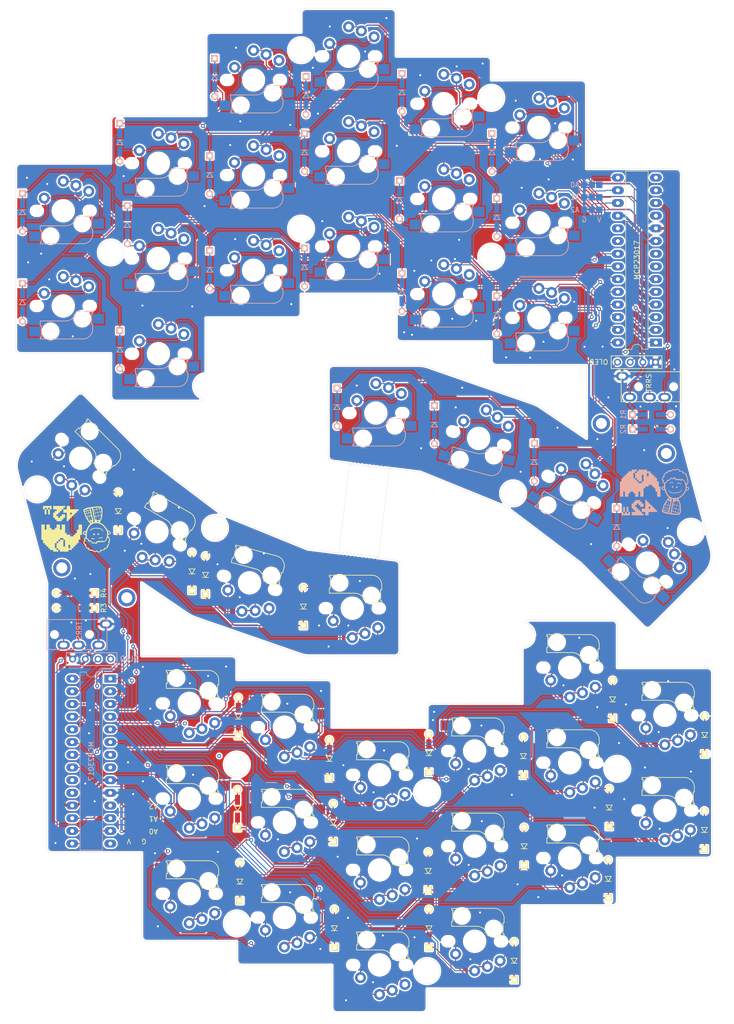
<source format=kicad_pcb>
(kicad_pcb (version 20171130) (host pcbnew "(5.1.6)-1")
  (layers (0 F.Cu signal) (31 B.Cu signal) (34 B.Paste user) (35 F.Paste user) (36 B.SilkS user) (37 F.SilkS user) (38 B.Mask user) (39 F.Mask user) (44 Edge.Cuts user))
  (net 0 "")
  (net 1 VCC)
  (net 2 GND)
  (net 3 SDA)
  (net 4 SCL)
  (net 5 A0)
  (net 6 A1)
  (net 7 A2)
  (net 8 ROW0)
  (net 9 ROW1)
  (net 10 COL0)
  (net 11 COL1)
  (net 12 COL2)
  (net 13 COL3)
  (net 14 COL4)
  (net 15 COL5)
  (net 16 COL6)
  (net 17 COL7)
  (net 18 COL8)
  (net 19 COL9)
  (net 20 COL10)
  (net 21 COL11)
  (net 22 ROW0_R)
  (net 23 ROW1_R)
  (net 24 COL0_R)
  (net 25 COL1_R)
  (net 26 COL2_R)
  (net 27 COL3_R)
  (net 28 COL4_R)
  (net 29 COL5_R)
  (net 30 COL6_R)
  (net 31 COL7_R)
  (net 32 COL8_R)
  (net 33 COL9_R)
  (net 34 COL10_R)
  (net 35 COL11_R)
  (net 36 A2_R)
  (net 37 A1_R)
  (net 38 A0_R)
  (net 39 SCL_R)
  (net 40 SDA_R)
  (net 41 VCC_R)
  (module aaaa:D3_TH_SMD (layer F.Cu) (at 24.1 131.95525 180)
    (fp_text reference R3 (at -5.7 0 -90) (layer F.SilkS))
    (fp_text value R hide)
    (pad 1 smd rect (at -1.775 0 180) (size 2 1) (layers F.Cu F.Paste F.Mask) (net 41 VCC_R))
    (pad 1 thru_hole rect (at -3.81 0 180) (size 1.397 1.397) (drill 0.8128) (layers *.Cu *.Mask F.SilkS) (net 41 VCC_R))
    (pad 2 thru_hole circle (at 3.81 0 180) (size 1.397 1.397) (drill 0.8128) (layers *.Cu *.Mask F.SilkS) (net 39 SCL_R))
    (pad 2 smd rect (at 1.775 0 180) (size 2 1) (layers F.Cu F.Paste F.Mask) (net 39 SCL_R))
  )
  (module aaaa:D3_TH_SMD (layer F.Cu) (at 24.1 128.95525 180)
    (fp_text reference R4 (at -5.7 0 -90) (layer F.SilkS))
    (fp_text value R hide)
    (pad 2 smd rect (at 1.775 0 180) (size 2 1) (layers F.Cu F.Paste F.Mask) (net 40 SDA_R))
    (pad 2 thru_hole circle (at 3.81 0 180) (size 1.397 1.397) (drill 0.8128) (layers *.Cu *.Mask F.SilkS) (net 40 SDA_R))
    (pad 1 thru_hole rect (at -3.81 0 180) (size 1.397 1.397) (drill 0.8128) (layers *.Cu *.Mask F.SilkS) (net 41 VCC_R))
    (pad 1 smd rect (at -1.775 0 180) (size 2 1) (layers F.Cu F.Paste F.Mask) (net 41 VCC_R))
  )
  (module aaaa:D3_TH_SMD (layer B.Cu) (at 139.5 96.15525)
    (fp_text reference R2 (at -5.7 0 270) (layer B.SilkS) (effects (justify mirror)))
    (fp_text value R hide)
    (pad 1 smd rect (at -1.775 0) (size 2 1) (layers B.Cu B.Paste B.Mask) (net 1 VCC))
    (pad 1 thru_hole rect (at -3.81 0) (size 1.397 1.397) (drill 0.8128) (layers *.Cu *.Mask B.SilkS) (net 1 VCC))
    (pad 2 thru_hole circle (at 3.81 0) (size 1.397 1.397) (drill 0.8128) (layers *.Cu *.Mask B.SilkS) (net 3 SDA))
    (pad 2 smd rect (at 1.775 0) (size 2 1) (layers B.Cu B.Paste B.Mask) (net 3 SDA))
  )
  (module aaaa:D3_TH_SMD (layer B.Cu) (at 139.5 93.25525)
    (fp_text reference R1 (at -5.7 0 270) (layer B.SilkS) (effects (justify mirror)))
    (fp_text value R hide)
    (pad 2 smd rect (at 1.775 0) (size 2 1) (layers B.Cu B.Paste B.Mask) (net 4 SCL))
    (pad 2 thru_hole circle (at 3.81 0) (size 1.397 1.397) (drill 0.8128) (layers *.Cu *.Mask B.SilkS) (net 4 SCL))
    (pad 1 thru_hole rect (at -3.81 0) (size 1.397 1.397) (drill 0.8128) (layers *.Cu *.Mask B.SilkS) (net 1 VCC))
    (pad 1 smd rect (at -1.775 0) (size 2 1) (layers B.Cu B.Paste B.Mask) (net 1 VCC))
  )
  (module kbd:CherryMX_Hotswap (layer F.Cu) (at 138.661974 122.955122 135)
    (fp_text reference SW21 hide)
    (fp_text value SW_PUSH hide)
    (pad 2 smd rect (at 5.7 -5.12 315) (size 2.3 2) (layers B.Cu B.Paste B.Mask))
    (pad "" np_thru_hole circle (at -5.08 0 135) (size 1.9 1.9) (drill 1.9) (layers *.Cu *.Mask F.SilkS))
    (pad "" np_thru_hole circle (at 5.08 0 135) (size 1.9 1.9) (drill 1.9) (layers *.Cu *.Mask F.SilkS))
    (pad "" np_thru_hole circle (at 0 0 225) (size 4.1 4.1) (drill 4.1) (layers *.Cu *.Mask F.SilkS))
    (pad "" np_thru_hole circle (at 2.54 -5.08 315) (size 3 3) (drill 3) (layers *.Cu *.Mask))
    (pad "" np_thru_hole circle (at -3.81 -2.54 315) (size 3 3) (drill 3) (layers *.Cu *.Mask))
    (pad 1 smd rect (at -7 -2.58 315) (size 2.3 2) (layers B.Cu B.Paste B.Mask) (net 18 COL8))
  )
  (module elephant42:icon (layer F.Cu) (at 21.35 115.93525 180)
    (fp_text reference G*** hide)
    (fp_text value LOGO hide)
  )
  (module aaaa:palettesystem_9mm (layer F.Cu) (at 28.39 116.22525 180)
    (fp_text reference G*** hide)
    (fp_text value LOGO hide)
  )
  (module elephant42:icon (layer B.Cu) (at 137.2 109.00525 180)
    (fp_text reference G*** hide)
    (fp_text value LOGO hide)
  )
  (module aaaa:palettesystem_9mm (layer B.Cu) (at 144.24 108.71525 180)
    (fp_text reference G*** hide)
    (fp_text value LOGO hide)
  )
  (module aaaa:D3_TH_SMD (layer F.Cu) (at 47.44 124.63525 90)
    (fp_text reference D16 hide)
    (fp_text value D hide)
    (pad 2 smd rect (at 1.775 0 90) (size 2 1) (layers F.Cu F.Paste F.Mask))
    (pad 2 thru_hole circle (at 3.81 0 90) (size 1.397 1.397) (drill 0.8128) (layers *.Cu *.Mask F.SilkS))
    (pad 1 thru_hole rect (at -3.81 0 90) (size 1.397 1.397) (drill 0.8128) (layers *.Cu *.Mask F.SilkS) (net 23 ROW1_R))
    (pad 1 smd rect (at -1.775 0 90) (size 2 1) (layers F.Cu F.Paste F.Mask) (net 23 ROW1_R))
  )
  (module Connector_PinHeader_2.54mm:PinHeader_1x04_P2.54mm_Vertical (layer F.Cu) (at 37.82 171.66525 270)
    (fp_text reference REF** hide)
    (fp_text value PinHeader_1x04_P2.54mm_Vertical)
    (pad 1 smd rect (at 0 0 270) (size 1.3 1.3) (layers F.Cu F.Paste F.Mask) (net 2 GND))
    (pad 2 smd rect (at 0 1.5 270) (size 1.3 1.3) (layers F.Cu F.Paste F.Mask) (net 36 A2_R))
    (pad 3 smd rect (at 0 3 270) (size 1.3 1.3) (layers F.Cu F.Paste F.Mask) (net 41 VCC_R))
  )
  (module aaaa:D3_TH_SMD (layer F.Cu) (at 50.15 125.34525 90)
    (fp_text reference D16 hide)
    (fp_text value D hide)
    (pad 1 smd rect (at -1.775 0 90) (size 2 1) (layers F.Cu F.Paste F.Mask) (net 23 ROW1_R))
    (pad 1 thru_hole rect (at -3.81 0 90) (size 1.397 1.397) (drill 0.8128) (layers *.Cu *.Mask F.SilkS) (net 23 ROW1_R))
    (pad 2 thru_hole circle (at 3.81 0 90) (size 1.397 1.397) (drill 0.8128) (layers *.Cu *.Mask F.SilkS))
    (pad 2 smd rect (at 1.775 0 90) (size 2 1) (layers F.Cu F.Paste F.Mask))
  )
  (module aaaa:CherryMX_Choc_1u_amy (layer B.Cu) (at 58.97 126.92525 345)
    (fp_text reference SW3 hide)
    (fp_text value SW_PUSH hide)
    (pad 1 thru_hole circle (at -3.81 2.54 295) (size 2.2 2.2) (drill 1.2) (layers *.Cu *.Mask))
    (pad 2 thru_hole circle (at 2.54 5.08 345) (size 2.2 2.2) (drill 1.2) (layers *.Cu *.Mask) (net 25 COL1_R))
    (pad 2 thru_hole circle (at 0 5.9 255) (size 2.2 2.2) (drill 1.2) (layers *.Cu *.Mask) (net 25 COL1_R))
    (pad "" np_thru_hole circle (at 5.5 0 255) (size 1.9 1.9) (drill 1.9) (layers *.Cu *.Mask))
    (pad "" np_thru_hole circle (at -5.5 0 255) (size 1.9 1.9) (drill 1.9) (layers *.Cu *.Mask))
    (pad 1 thru_hole circle (at 5.1 3.9 35) (size 2.2 2.2) (drill 1.2) (layers *.Cu *.Mask))
  )
  (module aaaa:D3_TH_SMD (layer F.Cu) (at 32.68 112.57525 90)
    (fp_text reference D16 hide)
    (fp_text value D hide)
    (pad 1 smd rect (at -1.775 0 90) (size 2 1) (layers F.Cu F.Paste F.Mask) (net 23 ROW1_R))
    (pad 1 thru_hole rect (at -3.81 0 90) (size 1.397 1.397) (drill 0.8128) (layers *.Cu *.Mask F.SilkS) (net 23 ROW1_R))
    (pad 2 thru_hole circle (at 3.81 0 90) (size 1.397 1.397) (drill 0.8128) (layers *.Cu *.Mask F.SilkS))
    (pad 2 smd rect (at 1.775 0 90) (size 2 1) (layers F.Cu F.Paste F.Mask))
  )
  (module aaaa:CherryMX_Choc_1u_amy (layer B.Cu) (at 25.158026 101.985378 315)
    (fp_text reference SW3 hide)
    (fp_text value SW_PUSH hide)
    (pad 1 thru_hole circle (at 5.1 3.9 5) (size 2.2 2.2) (drill 1.2) (layers *.Cu *.Mask))
    (pad "" np_thru_hole circle (at -5.5 0 225) (size 1.9 1.9) (drill 1.9) (layers *.Cu *.Mask))
    (pad "" np_thru_hole circle (at 5.5 0 225) (size 1.9 1.9) (drill 1.9) (layers *.Cu *.Mask))
    (pad 2 thru_hole circle (at 0 5.9 225) (size 2.2 2.2) (drill 1.2) (layers *.Cu *.Mask) (net 32 COL8_R))
    (pad 2 thru_hole circle (at 2.54 5.08 315) (size 2.2 2.2) (drill 1.2) (layers *.Cu *.Mask) (net 32 COL8_R))
    (pad 1 thru_hole circle (at -3.81 2.54 265) (size 2.2 2.2) (drill 1.2) (layers *.Cu *.Mask))
  )
  (module aaaa:CherryMX_Choc_1u_amy (layer B.Cu) (at 40.42 116.69525 330)
    (fp_text reference SW3 hide)
    (fp_text value SW_PUSH hide)
    (pad 1 thru_hole circle (at 5.1 3.9 20) (size 2.2 2.2) (drill 1.2) (layers *.Cu *.Mask))
    (pad "" np_thru_hole circle (at -5.5 0 240) (size 1.9 1.9) (drill 1.9) (layers *.Cu *.Mask))
    (pad "" np_thru_hole circle (at 5.5 0 240) (size 1.9 1.9) (drill 1.9) (layers *.Cu *.Mask))
    (pad 2 thru_hole circle (at 0 5.9 240) (size 2.2 2.2) (drill 1.2) (layers *.Cu *.Mask) (net 24 COL0_R))
    (pad 2 thru_hole circle (at 2.54 5.08 330) (size 2.2 2.2) (drill 1.2) (layers *.Cu *.Mask) (net 24 COL0_R))
    (pad 1 thru_hole circle (at -3.81 2.54 280) (size 2.2 2.2) (drill 1.2) (layers *.Cu *.Mask))
  )
  (module aaaa:D3_TH_SMD (layer F.Cu) (at 57.03 186.73525 90)
    (fp_text reference D16 hide)
    (fp_text value D hide)
    (pad 2 smd rect (at 1.775 0 90) (size 2 1) (layers F.Cu F.Paste F.Mask))
    (pad 2 thru_hole circle (at 3.81 0 90) (size 1.397 1.397) (drill 0.8128) (layers *.Cu *.Mask F.SilkS))
    (pad 1 thru_hole rect (at -3.81 0 90) (size 1.397 1.397) (drill 0.8128) (layers *.Cu *.Mask F.SilkS) (net 23 ROW1_R))
    (pad 1 smd rect (at -1.775 0 90) (size 2 1) (layers F.Cu F.Paste F.Mask) (net 23 ROW1_R))
  )
  (module aaaa:D3_TH_SMD (layer F.Cu) (at 75.96 196.05525 90)
    (fp_text reference D16 hide)
    (fp_text value D hide)
    (pad 1 smd rect (at -1.775 0 90) (size 2 1) (layers F.Cu F.Paste F.Mask) (net 22 ROW0_R))
    (pad 1 thru_hole rect (at -3.81 0 90) (size 1.397 1.397) (drill 0.8128) (layers *.Cu *.Mask F.SilkS) (net 22 ROW0_R))
    (pad 2 thru_hole circle (at 3.81 0 90) (size 1.397 1.397) (drill 0.8128) (layers *.Cu *.Mask F.SilkS))
    (pad 2 smd rect (at 1.775 0 90) (size 2 1) (layers F.Cu F.Paste F.Mask))
  )
  (module Connector_PinHeader_2.54mm:PinHeader_1x04_P2.54mm_Vertical (layer F.Cu) (at 37.82 176.66525 270)
    (fp_text reference REF** hide)
    (fp_text value PinHeader_1x04_P2.54mm_Vertical)
    (pad 1 smd rect (at 0 0 270) (size 1.3 1.3) (layers F.Cu F.Paste F.Mask) (net 2 GND))
    (pad 2 smd rect (at 0 1.5 270) (size 1.3 1.3) (layers F.Cu F.Paste F.Mask) (net 38 A0_R))
    (pad 3 smd rect (at 0 3 270) (size 1.3 1.3) (layers F.Cu F.Paste F.Mask) (net 41 VCC_R))
  )
  (module Connector_PinHeader_2.54mm:PinHeader_1x04_P2.54mm_Vertical (layer F.Cu) (at 37.82 174.16525 270)
    (fp_text reference REF** hide)
    (fp_text value PinHeader_1x04_P2.54mm_Vertical)
    (pad 3 smd rect (at 0 3 270) (size 1.3 1.3) (layers F.Cu F.Paste F.Mask) (net 41 VCC_R))
    (pad 2 smd rect (at 0 1.5 270) (size 1.3 1.3) (layers F.Cu F.Paste F.Mask) (net 37 A1_R))
    (pad 1 smd rect (at 0 0 270) (size 1.3 1.3) (layers F.Cu F.Paste F.Mask) (net 2 GND))
  )
  (module aaaa:D3_TH_SMD (layer F.Cu) (at 94.91 196.08525 90)
    (fp_text reference D16 hide)
    (fp_text value D hide)
    (pad 2 smd rect (at 1.775 0 90) (size 2 1) (layers F.Cu F.Paste F.Mask))
    (pad 2 thru_hole circle (at 3.81 0 90) (size 1.397 1.397) (drill 0.8128) (layers *.Cu *.Mask F.SilkS))
    (pad 1 thru_hole rect (at -3.81 0 90) (size 1.397 1.397) (drill 0.8128) (layers *.Cu *.Mask F.SilkS) (net 22 ROW0_R))
    (pad 1 smd rect (at -1.775 0 90) (size 2 1) (layers F.Cu F.Paste F.Mask) (net 22 ROW0_R))
  )
  (module aaaa:D3_TH_SMD (layer F.Cu) (at 69.76 131.67525 90)
    (fp_text reference D16 hide)
    (fp_text value D hide)
    (pad 2 smd rect (at 1.775 0 90) (size 2 1) (layers F.Cu F.Paste F.Mask))
    (pad 2 thru_hole circle (at 3.81 0 90) (size 1.397 1.397) (drill 0.8128) (layers *.Cu *.Mask F.SilkS))
    (pad 1 thru_hole rect (at -3.81 0 90) (size 1.397 1.397) (drill 0.8128) (layers *.Cu *.Mask F.SilkS) (net 23 ROW1_R))
    (pad 1 smd rect (at -1.775 0 90) (size 2 1) (layers F.Cu F.Paste F.Mask) (net 23 ROW1_R))
  )
  (module kbd:OLED_1side (layer B.Cu) (at 31.16 142.18525 180)
    (fp_text reference OL1)
    (fp_text value OLED hide)
    (fp_text user OLED (at -3.76 0.09 unlocked) (layer B.SilkS) (effects (justify mirror)))
    (pad 1 thru_hole circle (at 0 0 180) (size 1.397 1.397) (drill 0.8128) (layers *.Cu *.Mask) (net 40 SDA_R))
    (pad 2 thru_hole circle (at 2.54 0 180) (size 1.397 1.397) (drill 0.8128) (layers *.Cu *.Mask) (net 39 SCL_R))
    (pad 3 thru_hole circle (at 5.08 0 180) (size 1.397 1.397) (drill 0.8128) (layers *.Cu *.Mask) (net 41 VCC_R))
    (pad 4 thru_hole circle (at 7.62 0 180) (size 1.397 1.397) (drill 0.8128) (layers *.Cu *.Mask) (net 2 GND))
  )
  (module maou_kbd:M2hole (layer F.Cu) (at 34.39 129.91525 180)
    (fp_text reference J4 hide)
    (fp_text value Conn_01x01)
    (pad 1 thru_hole circle (at 0 0 180) (size 3.47 3.47) (drill 2.2) (layers *.Cu *.Mask))
  )
  (module aaaa:CherryMX_Choc_1u_amy (layer B.Cu) (at 104.05102 179.63194)
    (fp_text reference SW3 hide)
    (fp_text value SW_PUSH hide)
    (pad 1 thru_hole circle (at 5.1 3.9 50) (size 2.2 2.2) (drill 1.2) (layers *.Cu *.Mask))
    (pad "" np_thru_hole circle (at -5.5 0 270) (size 1.9 1.9) (drill 1.9) (layers *.Cu *.Mask))
    (pad "" np_thru_hole circle (at 5.5 0 270) (size 1.9 1.9) (drill 1.9) (layers *.Cu *.Mask))
    (pad 2 thru_hole circle (at 0 5.9 270) (size 2.2 2.2) (drill 1.2) (layers *.Cu *.Mask) (net 31 COL7_R))
    (pad 2 thru_hole circle (at 2.54 5.08) (size 2.2 2.2) (drill 1.2) (layers *.Cu *.Mask) (net 31 COL7_R))
    (pad 1 thru_hole circle (at -3.81 2.54 310) (size 2.2 2.2) (drill 1.2) (layers *.Cu *.Mask))
  )
  (module aaaa:CherryMX_Choc_1u_amy (layer B.Cu) (at 123.1011 162.93399)
    (fp_text reference SW3 hide)
    (fp_text value SW_PUSH hide)
    (pad 1 thru_hole circle (at -3.81 2.54 310) (size 2.2 2.2) (drill 1.2) (layers *.Cu *.Mask))
    (pad 2 thru_hole circle (at 2.54 5.08) (size 2.2 2.2) (drill 1.2) (layers *.Cu *.Mask) (net 27 COL3_R))
    (pad 2 thru_hole circle (at 0 5.9 270) (size 2.2 2.2) (drill 1.2) (layers *.Cu *.Mask) (net 27 COL3_R))
    (pad "" np_thru_hole circle (at 5.5 0 270) (size 1.9 1.9) (drill 1.9) (layers *.Cu *.Mask))
    (pad "" np_thru_hole circle (at -5.5 0 270) (size 1.9 1.9) (drill 1.9) (layers *.Cu *.Mask))
    (pad 1 thru_hole circle (at 5.1 3.9 50) (size 2.2 2.2) (drill 1.2) (layers *.Cu *.Mask))
  )
  (module aaaa:CherryMX_Choc_1u_amy (layer B.Cu) (at 85.00094 165.34438)
    (fp_text reference SW3 hide)
    (fp_text value SW_PUSH hide)
    (pad 1 thru_hole circle (at -3.81 2.54 310) (size 2.2 2.2) (drill 1.2) (layers *.Cu *.Mask))
    (pad 2 thru_hole circle (at 2.54 5.08) (size 2.2 2.2) (drill 1.2) (layers *.Cu *.Mask) (net 25 COL1_R))
    (pad 2 thru_hole circle (at 0 5.9 270) (size 2.2 2.2) (drill 1.2) (layers *.Cu *.Mask) (net 25 COL1_R))
    (pad "" np_thru_hole circle (at 5.5 0 270) (size 1.9 1.9) (drill 1.9) (layers *.Cu *.Mask))
    (pad "" np_thru_hole circle (at -5.5 0 270) (size 1.9 1.9) (drill 1.9) (layers *.Cu *.Mask))
    (pad 1 thru_hole circle (at 5.1 3.9 50) (size 2.2 2.2) (drill 1.2) (layers *.Cu *.Mask))
  )
  (module maou_kbd:M2hole (layer F.Cu) (at 21.38 123.91525 180)
    (fp_text reference J4 hide)
    (fp_text value Conn_01x01)
    (pad 1 thru_hole circle (at 0 0 180) (size 3.47 3.47) (drill 2.2) (layers *.Cu *.Mask))
  )
  (module aaaa:CherryMX_Choc_1u_amy (layer B.Cu) (at 85.00094 184.39446)
    (fp_text reference SW3 hide)
    (fp_text value SW_PUSH hide)
    (pad 1 thru_hole circle (at -3.81 2.54 310) (size 2.2 2.2) (drill 1.2) (layers *.Cu *.Mask))
    (pad 2 thru_hole circle (at 2.54 5.08) (size 2.2 2.2) (drill 1.2) (layers *.Cu *.Mask) (net 30 COL6_R))
    (pad 2 thru_hole circle (at 0 5.9 270) (size 2.2 2.2) (drill 1.2) (layers *.Cu *.Mask) (net 30 COL6_R))
    (pad "" np_thru_hole circle (at 5.5 0 270) (size 1.9 1.9) (drill 1.9) (layers *.Cu *.Mask))
    (pad "" np_thru_hole circle (at -5.5 0 270) (size 1.9 1.9) (drill 1.9) (layers *.Cu *.Mask))
    (pad 1 thru_hole circle (at 5.1 3.9 50) (size 2.2 2.2) (drill 1.2) (layers *.Cu *.Mask))
  )
  (module aaaa:CherryMX_Choc_1u_amy (layer B.Cu) (at 123.1011 182.0132)
    (fp_text reference SW3 hide)
    (fp_text value SW_PUSH hide)
    (pad 1 thru_hole circle (at -3.81 2.54 310) (size 2.2 2.2) (drill 1.2) (layers *.Cu *.Mask))
    (pad 2 thru_hole circle (at 2.54 5.08) (size 2.2 2.2) (drill 1.2) (layers *.Cu *.Mask) (net 32 COL8_R))
    (pad 2 thru_hole circle (at 0 5.9 270) (size 2.2 2.2) (drill 1.2) (layers *.Cu *.Mask) (net 32 COL8_R))
    (pad "" np_thru_hole circle (at 5.5 0 270) (size 1.9 1.9) (drill 1.9) (layers *.Cu *.Mask))
    (pad "" np_thru_hole circle (at -5.5 0 270) (size 1.9 1.9) (drill 1.9) (layers *.Cu *.Mask))
    (pad 1 thru_hole circle (at 5.1 3.9 50) (size 2.2 2.2) (drill 1.2) (layers *.Cu *.Mask))
  )
  (module aaaa:CherryMX_Choc_1u_amy (layer B.Cu) (at 104.05102 160.58186)
    (fp_text reference SW3 hide)
    (fp_text value SW_PUSH hide)
    (pad 1 thru_hole circle (at 5.1 3.9 50) (size 2.2 2.2) (drill 1.2) (layers *.Cu *.Mask))
    (pad "" np_thru_hole circle (at -5.5 0 270) (size 1.9 1.9) (drill 1.9) (layers *.Cu *.Mask))
    (pad "" np_thru_hole circle (at 5.5 0 270) (size 1.9 1.9) (drill 1.9) (layers *.Cu *.Mask))
    (pad 2 thru_hole circle (at 0 5.9 270) (size 2.2 2.2) (drill 1.2) (layers *.Cu *.Mask) (net 24 COL0_R))
    (pad 2 thru_hole circle (at 2.54 5.08) (size 2.2 2.2) (drill 1.2) (layers *.Cu *.Mask) (net 24 COL0_R))
    (pad 1 thru_hole circle (at -3.81 2.54 310) (size 2.2 2.2) (drill 1.2) (layers *.Cu *.Mask))
  )
  (module aaaa:CherryMX_Choc_1u_amy (layer B.Cu) (at 65.95086 155.81934)
    (fp_text reference SW3 hide)
    (fp_text value SW_PUSH hide)
    (pad 1 thru_hole circle (at 5.1 3.9 50) (size 2.2 2.2) (drill 1.2) (layers *.Cu *.Mask))
    (pad "" np_thru_hole circle (at -5.5 0 270) (size 1.9 1.9) (drill 1.9) (layers *.Cu *.Mask))
    (pad "" np_thru_hole circle (at 5.5 0 270) (size 1.9 1.9) (drill 1.9) (layers *.Cu *.Mask))
    (pad 2 thru_hole circle (at 0 5.9 270) (size 2.2 2.2) (drill 1.2) (layers *.Cu *.Mask) (net 27 COL3_R))
    (pad 2 thru_hole circle (at 2.54 5.08) (size 2.2 2.2) (drill 1.2) (layers *.Cu *.Mask) (net 27 COL3_R))
    (pad 1 thru_hole circle (at -3.81 2.54 310) (size 2.2 2.2) (drill 1.2) (layers *.Cu *.Mask))
  )
  (module aaaa:CherryMX_Choc_1u_amy (layer B.Cu) (at 85.00094 203.41541)
    (fp_text reference SW3 hide)
    (fp_text value SW_PUSH hide)
    (pad 1 thru_hole circle (at 5.1 3.9 50) (size 2.2 2.2) (drill 1.2) (layers *.Cu *.Mask))
    (pad "" np_thru_hole circle (at -5.5 0 270) (size 1.9 1.9) (drill 1.9) (layers *.Cu *.Mask))
    (pad "" np_thru_hole circle (at 5.5 0 270) (size 1.9 1.9) (drill 1.9) (layers *.Cu *.Mask))
    (pad 2 thru_hole circle (at 0 5.9 270) (size 2.2 2.2) (drill 1.2) (layers *.Cu *.Mask) (net 35 COL11_R))
    (pad 2 thru_hole circle (at 2.54 5.08) (size 2.2 2.2) (drill 1.2) (layers *.Cu *.Mask) (net 35 COL11_R))
    (pad 1 thru_hole circle (at -3.81 2.54 310) (size 2.2 2.2) (drill 1.2) (layers *.Cu *.Mask))
  )
  (module aaaa:CherryMX_Choc_1u_amy (layer B.Cu) (at 46.90078 151.05682)
    (fp_text reference SW3 hide)
    (fp_text value SW_PUSH hide)
    (pad 1 thru_hole circle (at -3.81 2.54 310) (size 2.2 2.2) (drill 1.2) (layers *.Cu *.Mask))
    (pad 2 thru_hole circle (at 2.54 5.08) (size 2.2 2.2) (drill 1.2) (layers *.Cu *.Mask) (net 26 COL2_R))
    (pad 2 thru_hole circle (at 0 5.9 270) (size 2.2 2.2) (drill 1.2) (layers *.Cu *.Mask) (net 26 COL2_R))
    (pad "" np_thru_hole circle (at 5.5 0 270) (size 1.9 1.9) (drill 1.9) (layers *.Cu *.Mask))
    (pad "" np_thru_hole circle (at -5.5 0 270) (size 1.9 1.9) (drill 1.9) (layers *.Cu *.Mask))
    (pad 1 thru_hole circle (at 5.1 3.9 50) (size 2.2 2.2) (drill 1.2) (layers *.Cu *.Mask))
  )
  (module aaaa:CherryMX_Choc_1u_amy (layer B.Cu) (at 65.95086 193.9195)
    (fp_text reference SW3 hide)
    (fp_text value SW_PUSH hide)
    (pad 1 thru_hole circle (at -3.81 2.54 310) (size 2.2 2.2) (drill 1.2) (layers *.Cu *.Mask))
    (pad 2 thru_hole circle (at 2.54 5.08) (size 2.2 2.2) (drill 1.2) (layers *.Cu *.Mask) (net 34 COL10_R))
    (pad 2 thru_hole circle (at 0 5.9 270) (size 2.2 2.2) (drill 1.2) (layers *.Cu *.Mask) (net 34 COL10_R))
    (pad "" np_thru_hole circle (at 5.5 0 270) (size 1.9 1.9) (drill 1.9) (layers *.Cu *.Mask))
    (pad "" np_thru_hole circle (at -5.5 0 270) (size 1.9 1.9) (drill 1.9) (layers *.Cu *.Mask))
    (pad 1 thru_hole circle (at 5.1 3.9 50) (size 2.2 2.2) (drill 1.2) (layers *.Cu *.Mask))
  )
  (module aaaa:CherryMX_Choc_1u_amy (layer B.Cu) (at 46.90078 170.1069)
    (fp_text reference SW3 hide)
    (fp_text value SW_PUSH hide)
    (pad 1 thru_hole circle (at -3.81 2.54 310) (size 2.2 2.2) (drill 1.2) (layers *.Cu *.Mask))
    (pad 2 thru_hole circle (at 2.54 5.08) (size 2.2 2.2) (drill 1.2) (layers *.Cu *.Mask) (net 29 COL5_R))
    (pad 2 thru_hole circle (at 0 5.9 270) (size 2.2 2.2) (drill 1.2) (layers *.Cu *.Mask) (net 29 COL5_R))
    (pad "" np_thru_hole circle (at 5.5 0 270) (size 1.9 1.9) (drill 1.9) (layers *.Cu *.Mask))
    (pad "" np_thru_hole circle (at -5.5 0 270) (size 1.9 1.9) (drill 1.9) (layers *.Cu *.Mask))
    (pad 1 thru_hole circle (at 5.1 3.9 50) (size 2.2 2.2) (drill 1.2) (layers *.Cu *.Mask))
  )
  (module aaaa:CherryMX_Choc_1u_amy (layer B.Cu) (at 142.15118 153.43808)
    (fp_text reference SW3 hide)
    (fp_text value SW_PUSH hide)
    (pad 1 thru_hole circle (at 5.1 3.9 50) (size 2.2 2.2) (drill 1.2) (layers *.Cu *.Mask))
    (pad "" np_thru_hole circle (at -5.5 0 270) (size 1.9 1.9) (drill 1.9) (layers *.Cu *.Mask))
    (pad "" np_thru_hole circle (at 5.5 0 270) (size 1.9 1.9) (drill 1.9) (layers *.Cu *.Mask))
    (pad 2 thru_hole circle (at 0 5.9 270) (size 2.2 2.2) (drill 1.2) (layers *.Cu *.Mask) (net 28 COL4_R))
    (pad 2 thru_hole circle (at 2.54 5.08) (size 2.2 2.2) (drill 1.2) (layers *.Cu *.Mask) (net 28 COL4_R))
    (pad 1 thru_hole circle (at -3.81 2.54 310) (size 2.2 2.2) (drill 1.2) (layers *.Cu *.Mask))
  )
  (module aaaa:CherryMX_Choc_1u_amy (layer B.Cu) (at 142.15118 172.48816)
    (fp_text reference SW3 hide)
    (fp_text value SW_PUSH hide)
    (pad 1 thru_hole circle (at 5.1 3.9 50) (size 2.2 2.2) (drill 1.2) (layers *.Cu *.Mask))
    (pad "" np_thru_hole circle (at -5.5 0 270) (size 1.9 1.9) (drill 1.9) (layers *.Cu *.Mask))
    (pad "" np_thru_hole circle (at 5.5 0 270) (size 1.9 1.9) (drill 1.9) (layers *.Cu *.Mask))
    (pad 2 thru_hole circle (at 0 5.9 270) (size 2.2 2.2) (drill 1.2) (layers *.Cu *.Mask) (net 29 COL5_R))
    (pad 2 thru_hole circle (at 2.54 5.08) (size 2.2 2.2) (drill 1.2) (layers *.Cu *.Mask) (net 29 COL5_R))
    (pad 1 thru_hole circle (at -3.81 2.54 310) (size 2.2 2.2) (drill 1.2) (layers *.Cu *.Mask))
  )
  (module aaaa:CherryMX_Choc_1u_amy (layer B.Cu) (at 46.90078 189.15698)
    (fp_text reference SW3 hide)
    (fp_text value SW_PUSH hide)
    (pad 1 thru_hole circle (at 5.1 3.9 50) (size 2.2 2.2) (drill 1.2) (layers *.Cu *.Mask))
    (pad "" np_thru_hole circle (at -5.5 0 270) (size 1.9 1.9) (drill 1.9) (layers *.Cu *.Mask))
    (pad "" np_thru_hole circle (at 5.5 0 270) (size 1.9 1.9) (drill 1.9) (layers *.Cu *.Mask))
    (pad 2 thru_hole circle (at 0 5.9 270) (size 2.2 2.2) (drill 1.2) (layers *.Cu *.Mask) (net 31 COL7_R))
    (pad 2 thru_hole circle (at 2.54 5.08) (size 2.2 2.2) (drill 1.2) (layers *.Cu *.Mask) (net 31 COL7_R))
    (pad 1 thru_hole circle (at -3.81 2.54 310) (size 2.2 2.2) (drill 1.2) (layers *.Cu *.Mask))
  )
  (module aaaa:CherryMX_Choc_1u_amy (layer B.Cu) (at 65.95086 174.86942)
    (fp_text reference SW3 hide)
    (fp_text value SW_PUSH hide)
    (pad 1 thru_hole circle (at 5.1 3.9 50) (size 2.2 2.2) (drill 1.2) (layers *.Cu *.Mask))
    (pad "" np_thru_hole circle (at -5.5 0 270) (size 1.9 1.9) (drill 1.9) (layers *.Cu *.Mask))
    (pad "" np_thru_hole circle (at 5.5 0 270) (size 1.9 1.9) (drill 1.9) (layers *.Cu *.Mask))
    (pad 2 thru_hole circle (at 0 5.9 270) (size 2.2 2.2) (drill 1.2) (layers *.Cu *.Mask) (net 30 COL6_R))
    (pad 2 thru_hole circle (at 2.54 5.08) (size 2.2 2.2) (drill 1.2) (layers *.Cu *.Mask) (net 30 COL6_R))
    (pad 1 thru_hole circle (at -3.81 2.54 310) (size 2.2 2.2) (drill 1.2) (layers *.Cu *.Mask))
  )
  (module aaaa:CherryMX_Choc_1u_amy (layer B.Cu) (at 104.05102 198.68202)
    (fp_text reference SW3 hide)
    (fp_text value SW_PUSH hide)
    (pad 1 thru_hole circle (at -3.81 2.54 310) (size 2.2 2.2) (drill 1.2) (layers *.Cu *.Mask))
    (pad 2 thru_hole circle (at 2.54 5.08) (size 2.2 2.2) (drill 1.2) (layers *.Cu *.Mask) (net 33 COL9_R))
    (pad 2 thru_hole circle (at 0 5.9 270) (size 2.2 2.2) (drill 1.2) (layers *.Cu *.Mask) (net 33 COL9_R))
    (pad "" np_thru_hole circle (at 5.5 0 270) (size 1.9 1.9) (drill 1.9) (layers *.Cu *.Mask))
    (pad "" np_thru_hole circle (at -5.5 0 270) (size 1.9 1.9) (drill 1.9) (layers *.Cu *.Mask))
    (pad 1 thru_hole circle (at 5.1 3.9 50) (size 2.2 2.2) (drill 1.2) (layers *.Cu *.Mask))
  )
  (module kbd:CherryMX_Hotswap (layer B.Cu) (at 123.1011 182.0132 180)
    (fp_text reference SW2 hide)
    (fp_text value SW_PUSH hide)
    (pad 1 smd rect (at -7 2.58) (size 2.3 2) (layers F.Cu F.Paste F.Mask) (net 32 COL8_R))
    (pad "" np_thru_hole circle (at -3.81 2.54) (size 3 3) (drill 3) (layers *.Cu *.Mask))
    (pad "" np_thru_hole circle (at 2.54 5.08) (size 3 3) (drill 3) (layers *.Cu *.Mask))
    (pad "" np_thru_hole circle (at 0 0 90) (size 4.1 4.1) (drill 4.1) (layers *.Cu *.Mask B.SilkS))
    (pad "" np_thru_hole circle (at 5.08 0 180) (size 1.9 1.9) (drill 1.9) (layers *.Cu *.Mask B.SilkS))
    (pad "" np_thru_hole circle (at -5.08 0 180) (size 1.9 1.9) (drill 1.9) (layers *.Cu *.Mask B.SilkS))
    (pad 2 smd rect (at 5.7 5.12) (size 2.3 2) (layers F.Cu F.Paste F.Mask))
  )
  (module kbd:CherryMX_Hotswap (layer B.Cu) (at 104.05102 198.68202 180)
    (fp_text reference SW3 hide)
    (fp_text value SW_PUSH hide)
    (pad 1 smd rect (at -7 2.58) (size 2.3 2) (layers F.Cu F.Paste F.Mask) (net 33 COL9_R))
    (pad "" np_thru_hole circle (at -3.81 2.54) (size 3 3) (drill 3) (layers *.Cu *.Mask))
    (pad "" np_thru_hole circle (at 2.54 5.08) (size 3 3) (drill 3) (layers *.Cu *.Mask))
    (pad "" np_thru_hole circle (at 0 0 90) (size 4.1 4.1) (drill 4.1) (layers *.Cu *.Mask B.SilkS))
    (pad "" np_thru_hole circle (at 5.08 0 180) (size 1.9 1.9) (drill 1.9) (layers *.Cu *.Mask B.SilkS))
    (pad "" np_thru_hole circle (at -5.08 0 180) (size 1.9 1.9) (drill 1.9) (layers *.Cu *.Mask B.SilkS))
    (pad 2 smd rect (at 5.7 5.12) (size 2.3 2) (layers F.Cu F.Paste F.Mask))
  )
  (module kbd:CherryMX_Hotswap (layer B.Cu) (at 142.15118 172.48816 180)
    (fp_text reference SW1 hide)
    (fp_text value SW_PUSH hide)
    (pad 1 smd rect (at -7 2.58) (size 2.3 2) (layers F.Cu F.Paste F.Mask) (net 29 COL5_R))
    (pad "" np_thru_hole circle (at -3.81 2.54) (size 3 3) (drill 3) (layers *.Cu *.Mask))
    (pad "" np_thru_hole circle (at 2.54 5.08) (size 3 3) (drill 3) (layers *.Cu *.Mask))
    (pad "" np_thru_hole circle (at 0 0 90) (size 4.1 4.1) (drill 4.1) (layers *.Cu *.Mask B.SilkS))
    (pad "" np_thru_hole circle (at 5.08 0 180) (size 1.9 1.9) (drill 1.9) (layers *.Cu *.Mask B.SilkS))
    (pad "" np_thru_hole circle (at -5.08 0 180) (size 1.9 1.9) (drill 1.9) (layers *.Cu *.Mask B.SilkS))
    (pad 2 smd rect (at 5.7 5.12) (size 2.3 2) (layers F.Cu F.Paste F.Mask))
  )
  (module kbd:CherryMX_Hotswap (layer B.Cu) (at 65.95086 155.81934 180)
    (fp_text reference SW16 hide)
    (fp_text value SW_PUSH hide)
    (pad 1 smd rect (at -7 2.58) (size 2.3 2) (layers F.Cu F.Paste F.Mask) (net 27 COL3_R))
    (pad "" np_thru_hole circle (at -3.81 2.54) (size 3 3) (drill 3) (layers *.Cu *.Mask))
    (pad "" np_thru_hole circle (at 2.54 5.08) (size 3 3) (drill 3) (layers *.Cu *.Mask))
    (pad "" np_thru_hole circle (at 0 0 90) (size 4.1 4.1) (drill 4.1) (layers *.Cu *.Mask B.SilkS))
    (pad "" np_thru_hole circle (at 5.08 0 180) (size 1.9 1.9) (drill 1.9) (layers *.Cu *.Mask B.SilkS))
    (pad "" np_thru_hole circle (at -5.08 0 180) (size 1.9 1.9) (drill 1.9) (layers *.Cu *.Mask B.SilkS))
    (pad 2 smd rect (at 5.7 5.12) (size 2.3 2) (layers F.Cu F.Paste F.Mask))
  )
  (module kbd:CherryMX_Hotswap (layer B.Cu) (at 123.1011 162.93399 180)
    (fp_text reference SW8 hide)
    (fp_text value SW_PUSH hide)
    (pad 1 smd rect (at -7 2.58) (size 2.3 2) (layers F.Cu F.Paste F.Mask) (net 27 COL3_R))
    (pad "" np_thru_hole circle (at -3.81 2.54) (size 3 3) (drill 3) (layers *.Cu *.Mask))
    (pad "" np_thru_hole circle (at 2.54 5.08) (size 3 3) (drill 3) (layers *.Cu *.Mask))
    (pad "" np_thru_hole circle (at 0 0 90) (size 4.1 4.1) (drill 4.1) (layers *.Cu *.Mask B.SilkS))
    (pad "" np_thru_hole circle (at 5.08 0 180) (size 1.9 1.9) (drill 1.9) (layers *.Cu *.Mask B.SilkS))
    (pad "" np_thru_hole circle (at -5.08 0 180) (size 1.9 1.9) (drill 1.9) (layers *.Cu *.Mask B.SilkS))
    (pad 2 smd rect (at 5.7 5.12) (size 2.3 2) (layers F.Cu F.Paste F.Mask))
  )
  (module kbd:CherryMX_Hotswap (layer B.Cu) (at 46.90078 170.1069 180)
    (fp_text reference SW12 hide)
    (fp_text value SW_PUSH hide)
    (pad 1 smd rect (at -7 2.58) (size 2.3 2) (layers F.Cu F.Paste F.Mask) (net 29 COL5_R))
    (pad "" np_thru_hole circle (at -3.81 2.54) (size 3 3) (drill 3) (layers *.Cu *.Mask))
    (pad "" np_thru_hole circle (at 2.54 5.08) (size 3 3) (drill 3) (layers *.Cu *.Mask))
    (pad "" np_thru_hole circle (at 0 0 90) (size 4.1 4.1) (drill 4.1) (layers *.Cu *.Mask B.SilkS))
    (pad "" np_thru_hole circle (at 5.08 0 180) (size 1.9 1.9) (drill 1.9) (layers *.Cu *.Mask B.SilkS))
    (pad "" np_thru_hole circle (at -5.08 0 180) (size 1.9 1.9) (drill 1.9) (layers *.Cu *.Mask B.SilkS))
    (pad 2 smd rect (at 5.7 5.12) (size 2.3 2) (layers F.Cu F.Paste F.Mask))
  )
  (module kbd:CherryMX_Hotswap (layer B.Cu) (at 25.158026 101.985378 135)
    (fp_text reference SW21 hide)
    (fp_text value SW_PUSH hide)
    (pad 2 smd rect (at 5.7 5.12 315) (size 2.3 2) (layers F.Cu F.Paste F.Mask))
    (pad "" np_thru_hole circle (at -5.08 0 135) (size 1.9 1.9) (drill 1.9) (layers *.Cu *.Mask B.SilkS))
    (pad "" np_thru_hole circle (at 5.08 0 135) (size 1.9 1.9) (drill 1.9) (layers *.Cu *.Mask B.SilkS))
    (pad "" np_thru_hole circle (at 0 0 45) (size 4.1 4.1) (drill 4.1) (layers *.Cu *.Mask B.SilkS))
    (pad "" np_thru_hole circle (at 2.54 5.08 315) (size 3 3) (drill 3) (layers *.Cu *.Mask))
    (pad "" np_thru_hole circle (at -3.81 2.54 315) (size 3 3) (drill 3) (layers *.Cu *.Mask))
    (pad 1 smd rect (at -7 2.58 315) (size 2.3 2) (layers F.Cu F.Paste F.Mask) (net 32 COL8_R))
  )
  (module kbd:CherryMX_Hotswap (layer B.Cu) (at 46.90078 189.15698 180)
    (fp_text reference SW6 hide)
    (fp_text value SW_PUSH hide)
    (pad 1 smd rect (at -7 2.58) (size 2.3 2) (layers F.Cu F.Paste F.Mask) (net 31 COL7_R))
    (pad "" np_thru_hole circle (at -3.81 2.54) (size 3 3) (drill 3) (layers *.Cu *.Mask))
    (pad "" np_thru_hole circle (at 2.54 5.08) (size 3 3) (drill 3) (layers *.Cu *.Mask))
    (pad "" np_thru_hole circle (at 0 0 90) (size 4.1 4.1) (drill 4.1) (layers *.Cu *.Mask B.SilkS))
    (pad "" np_thru_hole circle (at 5.08 0 180) (size 1.9 1.9) (drill 1.9) (layers *.Cu *.Mask B.SilkS))
    (pad "" np_thru_hole circle (at -5.08 0 180) (size 1.9 1.9) (drill 1.9) (layers *.Cu *.Mask B.SilkS))
    (pad 2 smd rect (at 5.7 5.12) (size 2.3 2) (layers F.Cu F.Paste F.Mask))
  )
  (module kbd:CherryMX_Hotswap (layer B.Cu) (at 65.95086 174.86942 180)
    (fp_text reference SW11 hide)
    (fp_text value SW_PUSH hide)
    (pad 1 smd rect (at -7 2.58) (size 2.3 2) (layers F.Cu F.Paste F.Mask) (net 30 COL6_R))
    (pad "" np_thru_hole circle (at -3.81 2.54) (size 3 3) (drill 3) (layers *.Cu *.Mask))
    (pad "" np_thru_hole circle (at 2.54 5.08) (size 3 3) (drill 3) (layers *.Cu *.Mask))
    (pad "" np_thru_hole circle (at 0 0 90) (size 4.1 4.1) (drill 4.1) (layers *.Cu *.Mask B.SilkS))
    (pad "" np_thru_hole circle (at 5.08 0 180) (size 1.9 1.9) (drill 1.9) (layers *.Cu *.Mask B.SilkS))
    (pad "" np_thru_hole circle (at -5.08 0 180) (size 1.9 1.9) (drill 1.9) (layers *.Cu *.Mask B.SilkS))
    (pad 2 smd rect (at 5.7 5.12) (size 2.3 2) (layers F.Cu F.Paste F.Mask))
  )
  (module kbd:CherryMX_Hotswap (layer B.Cu) (at 104.05102 160.58186 180)
    (fp_text reference SW14 hide)
    (fp_text value SW_PUSH hide)
    (pad 1 smd rect (at -7 2.58) (size 2.3 2) (layers F.Cu F.Paste F.Mask) (net 24 COL0_R))
    (pad "" np_thru_hole circle (at -3.81 2.54) (size 3 3) (drill 3) (layers *.Cu *.Mask))
    (pad "" np_thru_hole circle (at 2.54 5.08) (size 3 3) (drill 3) (layers *.Cu *.Mask))
    (pad "" np_thru_hole circle (at 0 0 90) (size 4.1 4.1) (drill 4.1) (layers *.Cu *.Mask B.SilkS))
    (pad "" np_thru_hole circle (at 5.08 0 180) (size 1.9 1.9) (drill 1.9) (layers *.Cu *.Mask B.SilkS))
    (pad "" np_thru_hole circle (at -5.08 0 180) (size 1.9 1.9) (drill 1.9) (layers *.Cu *.Mask B.SilkS))
    (pad 2 smd rect (at 5.7 5.12) (size 2.3 2) (layers F.Cu F.Paste F.Mask))
  )
  (module kbd:CherryMX_Hotswap (layer B.Cu) (at 46.90078 151.05682 180)
    (fp_text reference SW17 hide)
    (fp_text value SW_PUSH hide)
    (pad 1 smd rect (at -7 2.58) (size 2.3 2) (layers F.Cu F.Paste F.Mask) (net 26 COL2_R))
    (pad "" np_thru_hole circle (at -3.81 2.54) (size 3 3) (drill 3) (layers *.Cu *.Mask))
    (pad "" np_thru_hole circle (at 2.54 5.08) (size 3 3) (drill 3) (layers *.Cu *.Mask))
    (pad "" np_thru_hole circle (at 0 0 90) (size 4.1 4.1) (drill 4.1) (layers *.Cu *.Mask B.SilkS))
    (pad "" np_thru_hole circle (at 5.08 0 180) (size 1.9 1.9) (drill 1.9) (layers *.Cu *.Mask B.SilkS))
    (pad "" np_thru_hole circle (at -5.08 0 180) (size 1.9 1.9) (drill 1.9) (layers *.Cu *.Mask B.SilkS))
    (pad 2 smd rect (at 5.7 5.12) (size 2.3 2) (layers F.Cu F.Paste F.Mask))
  )
  (module kbd:CherryMX_Hotswap (layer B.Cu) (at 40.42 116.69525 150)
    (fp_text reference SW20 hide)
    (fp_text value SW_PUSH hide)
    (pad 1 smd rect (at -7 2.58 330) (size 2.3 2) (layers F.Cu F.Paste F.Mask) (net 24 COL0_R))
    (pad "" np_thru_hole circle (at -3.81 2.54 330) (size 3 3) (drill 3) (layers *.Cu *.Mask))
    (pad "" np_thru_hole circle (at 2.54 5.08 330) (size 3 3) (drill 3) (layers *.Cu *.Mask))
    (pad "" np_thru_hole circle (at 0 0 60) (size 4.1 4.1) (drill 4.1) (layers *.Cu *.Mask B.SilkS))
    (pad "" np_thru_hole circle (at 5.08 0 150) (size 1.9 1.9) (drill 1.9) (layers *.Cu *.Mask B.SilkS))
    (pad "" np_thru_hole circle (at -5.08 0 150) (size 1.9 1.9) (drill 1.9) (layers *.Cu *.Mask B.SilkS))
    (pad 2 smd rect (at 5.7 5.12 330) (size 2.3 2) (layers F.Cu F.Paste F.Mask))
  )
  (module kbd:CherryMX_Hotswap (layer B.Cu) (at 123.1011 143.88391 180)
    (fp_text reference SW13 hide)
    (fp_text value SW_PUSH hide)
    (pad 1 smd rect (at -7 2.58) (size 2.3 2) (layers F.Cu F.Paste F.Mask) (net 26 COL2_R))
    (pad "" np_thru_hole circle (at -3.81 2.54) (size 3 3) (drill 3) (layers *.Cu *.Mask))
    (pad "" np_thru_hole circle (at 2.54 5.08) (size 3 3) (drill 3) (layers *.Cu *.Mask))
    (pad "" np_thru_hole circle (at 0 0 90) (size 4.1 4.1) (drill 4.1) (layers *.Cu *.Mask B.SilkS))
    (pad "" np_thru_hole circle (at 5.08 0 180) (size 1.9 1.9) (drill 1.9) (layers *.Cu *.Mask B.SilkS))
    (pad "" np_thru_hole circle (at -5.08 0 180) (size 1.9 1.9) (drill 1.9) (layers *.Cu *.Mask B.SilkS))
    (pad 2 smd rect (at 5.7 5.12) (size 2.3 2) (layers F.Cu F.Paste F.Mask))
  )
  (module kbd:CherryMX_Hotswap (layer B.Cu) (at 142.15118 153.43808 180)
    (fp_text reference SW7 hide)
    (fp_text value SW_PUSH hide)
    (pad 1 smd rect (at -7 2.58) (size 2.3 2) (layers F.Cu F.Paste F.Mask) (net 28 COL4_R))
    (pad "" np_thru_hole circle (at -3.81 2.54) (size 3 3) (drill 3) (layers *.Cu *.Mask))
    (pad "" np_thru_hole circle (at 2.54 5.08) (size 3 3) (drill 3) (layers *.Cu *.Mask))
    (pad "" np_thru_hole circle (at 0 0 90) (size 4.1 4.1) (drill 4.1) (layers *.Cu *.Mask B.SilkS))
    (pad "" np_thru_hole circle (at 5.08 0 180) (size 1.9 1.9) (drill 1.9) (layers *.Cu *.Mask B.SilkS))
    (pad "" np_thru_hole circle (at -5.08 0 180) (size 1.9 1.9) (drill 1.9) (layers *.Cu *.Mask B.SilkS))
    (pad 2 smd rect (at 5.7 5.12) (size 2.3 2) (layers F.Cu F.Paste F.Mask))
  )
  (module kbd:CherryMX_Hotswap (layer B.Cu) (at 85.00094 165.34438 180)
    (fp_text reference SW15 hide)
    (fp_text value SW_PUSH hide)
    (pad 1 smd rect (at -7 2.58) (size 2.3 2) (layers F.Cu F.Paste F.Mask) (net 25 COL1_R))
    (pad "" np_thru_hole circle (at -3.81 2.54) (size 3 3) (drill 3) (layers *.Cu *.Mask))
    (pad "" np_thru_hole circle (at 2.54 5.08) (size 3 3) (drill 3) (layers *.Cu *.Mask))
    (pad "" np_thru_hole circle (at 0 0 90) (size 4.1 4.1) (drill 4.1) (layers *.Cu *.Mask B.SilkS))
    (pad "" np_thru_hole circle (at 5.08 0 180) (size 1.9 1.9) (drill 1.9) (layers *.Cu *.Mask B.SilkS))
    (pad "" np_thru_hole circle (at -5.08 0 180) (size 1.9 1.9) (drill 1.9) (layers *.Cu *.Mask B.SilkS))
    (pad 2 smd rect (at 5.7 5.12) (size 2.3 2) (layers F.Cu F.Paste F.Mask))
  )
  (module kbd:CherryMX_Hotswap (layer B.Cu) (at 104.05102 179.63194 180)
    (fp_text reference SW9 hide)
    (fp_text value SW_PUSH hide)
    (pad 1 smd rect (at -7 2.58) (size 2.3 2) (layers F.Cu F.Paste F.Mask) (net 31 COL7_R))
    (pad "" np_thru_hole circle (at -3.81 2.54) (size 3 3) (drill 3) (layers *.Cu *.Mask))
    (pad "" np_thru_hole circle (at 2.54 5.08) (size 3 3) (drill 3) (layers *.Cu *.Mask))
    (pad "" np_thru_hole circle (at 0 0 90) (size 4.1 4.1) (drill 4.1) (layers *.Cu *.Mask B.SilkS))
    (pad "" np_thru_hole circle (at 5.08 0 180) (size 1.9 1.9) (drill 1.9) (layers *.Cu *.Mask B.SilkS))
    (pad "" np_thru_hole circle (at -5.08 0 180) (size 1.9 1.9) (drill 1.9) (layers *.Cu *.Mask B.SilkS))
    (pad 2 smd rect (at 5.7 5.12) (size 2.3 2) (layers F.Cu F.Paste F.Mask))
  )
  (module kbd:CherryMX_Hotswap (layer B.Cu) (at 58.97 126.92525 165)
    (fp_text reference SW19 hide)
    (fp_text value SW_PUSH hide)
    (pad 1 smd rect (at -7 2.58 345) (size 2.3 2) (layers F.Cu F.Paste F.Mask) (net 25 COL1_R))
    (pad "" np_thru_hole circle (at -3.81 2.54 345) (size 3 3) (drill 3) (layers *.Cu *.Mask))
    (pad "" np_thru_hole circle (at 2.54 5.08 345) (size 3 3) (drill 3) (layers *.Cu *.Mask))
    (pad "" np_thru_hole circle (at 0 0 75) (size 4.1 4.1) (drill 4.1) (layers *.Cu *.Mask B.SilkS))
    (pad "" np_thru_hole circle (at 5.08 0 165) (size 1.9 1.9) (drill 1.9) (layers *.Cu *.Mask B.SilkS))
    (pad "" np_thru_hole circle (at -5.08 0 165) (size 1.9 1.9) (drill 1.9) (layers *.Cu *.Mask B.SilkS))
    (pad 2 smd rect (at 5.7 5.12 345) (size 2.3 2) (layers F.Cu F.Paste F.Mask))
  )
  (module kbd:CherryMX_Hotswap (layer B.Cu) (at 85.00094 203.41541 180)
    (fp_text reference SW4 hide)
    (fp_text value SW_PUSH hide)
    (pad 1 smd rect (at -7 2.58) (size 2.3 2) (layers F.Cu F.Paste F.Mask) (net 35 COL11_R))
    (pad "" np_thru_hole circle (at -3.81 2.54) (size 3 3) (drill 3) (layers *.Cu *.Mask))
    (pad "" np_thru_hole circle (at 2.54 5.08) (size 3 3) (drill 3) (layers *.Cu *.Mask))
    (pad "" np_thru_hole circle (at 0 0 90) (size 4.1 4.1) (drill 4.1) (layers *.Cu *.Mask B.SilkS))
    (pad "" np_thru_hole circle (at 5.08 0 180) (size 1.9 1.9) (drill 1.9) (layers *.Cu *.Mask B.SilkS))
    (pad "" np_thru_hole circle (at -5.08 0 180) (size 1.9 1.9) (drill 1.9) (layers *.Cu *.Mask B.SilkS))
    (pad 2 smd rect (at 5.7 5.12) (size 2.3 2) (layers F.Cu F.Paste F.Mask))
  )
  (module kbd:CherryMX_Hotswap (layer B.Cu) (at 79.55 132.00525 180)
    (fp_text reference SW18 hide)
    (fp_text value SW_PUSH hide)
    (pad 1 smd rect (at -7 2.58) (size 2.3 2) (layers F.Cu F.Paste F.Mask) (net 28 COL4_R))
    (pad "" np_thru_hole circle (at -3.81 2.54) (size 3 3) (drill 3) (layers *.Cu *.Mask))
    (pad "" np_thru_hole circle (at 2.54 5.08) (size 3 3) (drill 3) (layers *.Cu *.Mask))
    (pad "" np_thru_hole circle (at 0 0 90) (size 4.1 4.1) (drill 4.1) (layers *.Cu *.Mask B.SilkS))
    (pad "" np_thru_hole circle (at 5.08 0 180) (size 1.9 1.9) (drill 1.9) (layers *.Cu *.Mask B.SilkS))
    (pad "" np_thru_hole circle (at -5.08 0 180) (size 1.9 1.9) (drill 1.9) (layers *.Cu *.Mask B.SilkS))
    (pad 2 smd rect (at 5.7 5.12) (size 2.3 2) (layers F.Cu F.Paste F.Mask))
  )
  (module kbd:CherryMX_Hotswap (layer B.Cu) (at 85.00094 184.39446 180)
    (fp_text reference SW10 hide)
    (fp_text value SW_PUSH hide)
    (pad 1 smd rect (at -7 2.58) (size 2.3 2) (layers F.Cu F.Paste F.Mask) (net 30 COL6_R))
    (pad "" np_thru_hole circle (at -3.81 2.54) (size 3 3) (drill 3) (layers *.Cu *.Mask))
    (pad "" np_thru_hole circle (at 2.54 5.08) (size 3 3) (drill 3) (layers *.Cu *.Mask))
    (pad "" np_thru_hole circle (at 0 0 90) (size 4.1 4.1) (drill 4.1) (layers *.Cu *.Mask B.SilkS))
    (pad "" np_thru_hole circle (at 5.08 0 180) (size 1.9 1.9) (drill 1.9) (layers *.Cu *.Mask B.SilkS))
    (pad "" np_thru_hole circle (at -5.08 0 180) (size 1.9 1.9) (drill 1.9) (layers *.Cu *.Mask B.SilkS))
    (pad 2 smd rect (at 5.7 5.12) (size 2.3 2) (layers F.Cu F.Paste F.Mask))
  )
  (module kbd:CherryMX_Hotswap (layer B.Cu) (at 65.95086 193.9195 180)
    (fp_text reference SW5 hide)
    (fp_text value SW_PUSH hide)
    (pad 1 smd rect (at -7 2.58) (size 2.3 2) (layers F.Cu F.Paste F.Mask) (net 34 COL10_R))
    (pad "" np_thru_hole circle (at -3.81 2.54) (size 3 3) (drill 3) (layers *.Cu *.Mask))
    (pad "" np_thru_hole circle (at 2.54 5.08) (size 3 3) (drill 3) (layers *.Cu *.Mask))
    (pad "" np_thru_hole circle (at 0 0 90) (size 4.1 4.1) (drill 4.1) (layers *.Cu *.Mask B.SilkS))
    (pad "" np_thru_hole circle (at 5.08 0 180) (size 1.9 1.9) (drill 1.9) (layers *.Cu *.Mask B.SilkS))
    (pad "" np_thru_hole circle (at -5.08 0 180) (size 1.9 1.9) (drill 1.9) (layers *.Cu *.Mask B.SilkS))
    (pad 2 smd rect (at 5.7 5.12) (size 2.3 2) (layers F.Cu F.Paste F.Mask))
  )
  (module aaaa:D3_TH_SMD (layer F.Cu) (at 75.74 174.91525 90)
    (fp_text reference D16 hide)
    (fp_text value D hide)
    (pad 2 smd rect (at 1.775 0 90) (size 2 1) (layers F.Cu F.Paste F.Mask))
    (pad 2 thru_hole circle (at 3.81 0 90) (size 1.397 1.397) (drill 0.8128) (layers *.Cu *.Mask F.SilkS))
    (pad 1 thru_hole rect (at -3.81 0 90) (size 1.397 1.397) (drill 0.8128) (layers *.Cu *.Mask F.SilkS) (net 23 ROW1_R))
    (pad 1 smd rect (at -1.775 0 90) (size 2 1) (layers F.Cu F.Paste F.Mask) (net 23 ROW1_R))
  )
  (module aaaa:CherryMX_Choc_1u_amy (layer B.Cu) (at 123.1011 143.88391)
    (fp_text reference SW3 hide)
    (fp_text value SW_PUSH hide)
    (pad 1 thru_hole circle (at -3.81 2.54 310) (size 2.2 2.2) (drill 1.2) (layers *.Cu *.Mask))
    (pad 2 thru_hole circle (at 2.54 5.08) (size 2.2 2.2) (drill 1.2) (layers *.Cu *.Mask) (net 26 COL2_R))
    (pad 2 thru_hole circle (at 0 5.9 270) (size 2.2 2.2) (drill 1.2) (layers *.Cu *.Mask) (net 26 COL2_R))
    (pad "" np_thru_hole circle (at 5.5 0 270) (size 1.9 1.9) (drill 1.9) (layers *.Cu *.Mask))
    (pad "" np_thru_hole circle (at -5.5 0 270) (size 1.9 1.9) (drill 1.9) (layers *.Cu *.Mask))
    (pad 1 thru_hole circle (at 5.1 3.9 50) (size 2.2 2.2) (drill 1.2) (layers *.Cu *.Mask))
  )
  (module aaaa:CherryMX_Choc_1u_amy (layer B.Cu) (at 79.55 132.00525)
    (fp_text reference SW3 hide)
    (fp_text value SW_PUSH hide)
    (pad 1 thru_hole circle (at 5.1 3.9 50) (size 2.2 2.2) (drill 1.2) (layers *.Cu *.Mask))
    (pad "" np_thru_hole circle (at -5.5 0 270) (size 1.9 1.9) (drill 1.9) (layers *.Cu *.Mask))
    (pad "" np_thru_hole circle (at 5.5 0 270) (size 1.9 1.9) (drill 1.9) (layers *.Cu *.Mask))
    (pad 2 thru_hole circle (at 0 5.9 270) (size 2.2 2.2) (drill 1.2) (layers *.Cu *.Mask) (net 28 COL4_R))
    (pad 2 thru_hole circle (at 2.54 5.08) (size 2.2 2.2) (drill 1.2) (layers *.Cu *.Mask) (net 28 COL4_R))
    (pad 1 thru_hole circle (at -3.81 2.54 310) (size 2.2 2.2) (drill 1.2) (layers *.Cu *.Mask))
  )
  (module aaaa:D3_TH_SMD (layer F.Cu) (at 113.96 179.66525 90)
    (fp_text reference D16 hide)
    (fp_text value D hide)
    (pad 2 smd rect (at 1.775 0 90) (size 2 1) (layers F.Cu F.Paste F.Mask))
    (pad 2 thru_hole circle (at 3.81 0 90) (size 1.397 1.397) (drill 0.8128) (layers *.Cu *.Mask F.SilkS))
    (pad 1 thru_hole rect (at -3.81 0 90) (size 1.397 1.397) (drill 0.8128) (layers *.Cu *.Mask F.SilkS) (net 22 ROW0_R))
    (pad 1 smd rect (at -1.775 0 90) (size 2 1) (layers F.Cu F.Paste F.Mask) (net 22 ROW0_R))
  )
  (module kbd:MJ-4PP-9_1side (layer B.Cu) (at 18.42 137.27525 270)
    (fp_text reference J1)
    (fp_text value MJ-4PP-9 hide)
    (fp_text user TRRS (at -0.75 -6.45 270) (layer B.SilkS) (effects (justify mirror)))
    (pad A thru_hole oval (at -2.1 -11.8 270) (size 1.7 2.5) (drill oval 1 1.5) (layers *.Cu *.Mask) (net 2 GND) (clearance 0.15))
    (pad D thru_hole oval (at 2.1 -10.3 270) (size 1.7 2.5) (drill oval 1 1.5) (layers *.Cu *.Mask) (net 41 VCC_R) (clearance 0.15))
    (pad C thru_hole oval (at 2.1 -6.3 270) (size 1.7 2.5) (drill oval 1 1.5) (layers *.Cu *.Mask) (net 40 SDA_R))
    (pad B thru_hole oval (at 2.1 -3.3 270) (size 1.7 2.5) (drill oval 1 1.5) (layers *.Cu *.Mask) (net 39 SCL_R))
    (pad "" np_thru_hole circle (at 0 -8.5 270) (size 1.2 1.2) (drill 1.2) (layers *.Cu *.Mask B.SilkS))
    (pad "" np_thru_hole circle (at 0 -1.5 270) (size 1.2 1.2) (drill 1.2) (layers *.Cu *.Mask B.SilkS))
  )
  (module aaaa:D3_TH_SMD (layer F.Cu) (at 94.75 184.60525 90)
    (fp_text reference D16 hide)
    (fp_text value D hide)
    (pad 1 smd rect (at -1.775 0 90) (size 2 1) (layers F.Cu F.Paste F.Mask) (net 22 ROW0_R))
    (pad 1 thru_hole rect (at -3.81 0 90) (size 1.397 1.397) (drill 0.8128) (layers *.Cu *.Mask F.SilkS) (net 22 ROW0_R))
    (pad 2 thru_hole circle (at 3.81 0 90) (size 1.397 1.397) (drill 0.8128) (layers *.Cu *.Mask F.SilkS))
    (pad 2 smd rect (at 1.775 0 90) (size 2 1) (layers F.Cu F.Paste F.Mask))
  )
  (module aaaa:D3_TH_SMD (layer F.Cu) (at 113.83 161.61525 90)
    (fp_text reference D16 hide)
    (fp_text value D hide)
    (pad 2 smd rect (at 1.775 0 90) (size 2 1) (layers F.Cu F.Paste F.Mask))
    (pad 2 thru_hole circle (at 3.81 0 90) (size 1.397 1.397) (drill 0.8128) (layers *.Cu *.Mask F.SilkS))
    (pad 1 thru_hole rect (at -3.81 0 90) (size 1.397 1.397) (drill 0.8128) (layers *.Cu *.Mask F.SilkS) (net 22 ROW0_R))
    (pad 1 smd rect (at -1.775 0 90) (size 2 1) (layers F.Cu F.Paste F.Mask) (net 22 ROW0_R))
  )
  (module aaaa:D3_TH_SMD (layer F.Cu) (at 131.68 150.24525 90)
    (fp_text reference D16 hide)
    (fp_text value D hide)
    (pad 2 smd rect (at 1.775 0 90) (size 2 1) (layers F.Cu F.Paste F.Mask))
    (pad 2 thru_hole circle (at 3.81 0 90) (size 1.397 1.397) (drill 0.8128) (layers *.Cu *.Mask F.SilkS))
    (pad 1 thru_hole rect (at -3.81 0 90) (size 1.397 1.397) (drill 0.8128) (layers *.Cu *.Mask F.SilkS) (net 22 ROW0_R))
    (pad 1 smd rect (at -1.775 0 90) (size 2 1) (layers F.Cu F.Paste F.Mask) (net 22 ROW0_R))
  )
  (module aaaa:D3_TH_SMD (layer F.Cu) (at 94.88 161.01525 90)
    (fp_text reference D16 hide)
    (fp_text value D hide)
    (pad 1 smd rect (at -1.775 0 90) (size 2 1) (layers F.Cu F.Paste F.Mask) (net 22 ROW0_R))
    (pad 1 thru_hole rect (at -3.81 0 90) (size 1.397 1.397) (drill 0.8128) (layers *.Cu *.Mask F.SilkS) (net 22 ROW0_R))
    (pad 2 thru_hole circle (at 3.81 0 90) (size 1.397 1.397) (drill 0.8128) (layers *.Cu *.Mask F.SilkS))
    (pad 2 smd rect (at 1.775 0 90) (size 2 1) (layers F.Cu F.Paste F.Mask))
  )
  (module aaaa:D3_TH_SMD (layer F.Cu) (at 56.73 153.70025 90)
    (fp_text reference D16 hide)
    (fp_text value D hide)
    (pad 2 smd rect (at 1.775 0 90) (size 2 1) (layers F.Cu F.Paste F.Mask))
    (pad 2 thru_hole circle (at 3.81 0 90) (size 1.397 1.397) (drill 0.8128) (layers *.Cu *.Mask F.SilkS))
    (pad 1 thru_hole rect (at -3.81 0 90) (size 1.397 1.397) (drill 0.8128) (layers *.Cu *.Mask F.SilkS) (net 23 ROW1_R))
    (pad 1 smd rect (at -1.775 0 90) (size 2 1) (layers F.Cu F.Paste F.Mask) (net 23 ROW1_R))
  )
  (module Package_DIP:DIP-28_W7.62mm_LongPads (layer B.Cu) (at 27.2814 162.61725 180)
    (fp_text reference MCP23017 (at 0 0 270) (layer B.SilkS) (effects (justify mirror)))
    (fp_text value DIP-28_W7.62mm_LongPads)
    (pad 1 thru_hole rect (at -3.81 16.51 180) (size 2.4 1.6) (drill 0.8) (layers *.Cu *.Mask) (net 30 COL6_R))
    (pad 15 thru_hole oval (at 3.81 -16.51 180) (size 2.4 1.6) (drill 0.8) (layers *.Cu *.Mask) (net 38 A0_R))
    (pad 2 thru_hole oval (at -3.81 13.97 180) (size 2.4 1.6) (drill 0.8) (layers *.Cu *.Mask) (net 31 COL7_R))
    (pad 16 thru_hole oval (at 3.81 -13.97 180) (size 2.4 1.6) (drill 0.8) (layers *.Cu *.Mask) (net 37 A1_R))
    (pad 3 thru_hole oval (at -3.81 11.43 180) (size 2.4 1.6) (drill 0.8) (layers *.Cu *.Mask) (net 32 COL8_R))
    (pad 17 thru_hole oval (at 3.81 -11.43 180) (size 2.4 1.6) (drill 0.8) (layers *.Cu *.Mask) (net 36 A2_R))
    (pad 4 thru_hole oval (at -3.81 8.89 180) (size 2.4 1.6) (drill 0.8) (layers *.Cu *.Mask) (net 33 COL9_R))
    (pad 18 thru_hole oval (at 3.81 -8.89 180) (size 2.4 1.6) (drill 0.8) (layers *.Cu *.Mask) (net 41 VCC_R))
    (pad 5 thru_hole oval (at -3.81 6.35 180) (size 2.4 1.6) (drill 0.8) (layers *.Cu *.Mask) (net 34 COL10_R))
    (pad 19 thru_hole oval (at 3.81 -6.35 180) (size 2.4 1.6) (drill 0.8) (layers *.Cu *.Mask))
    (pad 6 thru_hole oval (at -3.81 3.81 180) (size 2.4 1.6) (drill 0.8) (layers *.Cu *.Mask) (net 35 COL11_R))
    (pad 20 thru_hole oval (at 3.81 -3.81 180) (size 2.4 1.6) (drill 0.8) (layers *.Cu *.Mask))
    (pad 7 thru_hole oval (at -3.81 1.27 180) (size 2.4 1.6) (drill 0.8) (layers *.Cu *.Mask))
    (pad 21 thru_hole oval (at 3.81 -1.27 180) (size 2.4 1.6) (drill 0.8) (layers *.Cu *.Mask) (net 22 ROW0_R))
    (pad 8 thru_hole oval (at -3.81 -1.27 180) (size 2.4 1.6) (drill 0.8) (layers *.Cu *.Mask))
    (pad 22 thru_hole oval (at 3.81 1.27 180) (size 2.4 1.6) (drill 0.8) (layers *.Cu *.Mask) (net 23 ROW1_R))
    (pad 9 thru_hole oval (at -3.81 -3.81 180) (size 2.4 1.6) (drill 0.8) (layers *.Cu *.Mask) (net 41 VCC_R))
    (pad 23 thru_hole oval (at 3.81 3.81 180) (size 2.4 1.6) (drill 0.8) (layers *.Cu *.Mask) (net 29 COL5_R))
    (pad 10 thru_hole oval (at -3.81 -6.35 180) (size 2.4 1.6) (drill 0.8) (layers *.Cu *.Mask) (net 2 GND))
    (pad 24 thru_hole oval (at 3.81 6.35 180) (size 2.4 1.6) (drill 0.8) (layers *.Cu *.Mask) (net 28 COL4_R))
    (pad 11 thru_hole oval (at -3.81 -8.89 180) (size 2.4 1.6) (drill 0.8) (layers *.Cu *.Mask))
    (pad 25 thru_hole oval (at 3.81 8.89 180) (size 2.4 1.6) (drill 0.8) (layers *.Cu *.Mask) (net 27 COL3_R))
    (pad 12 thru_hole oval (at -3.81 -11.43 180) (size 2.4 1.6) (drill 0.8) (layers *.Cu *.Mask) (net 39 SCL_R))
    (pad 26 thru_hole oval (at 3.81 11.43 180) (size 2.4 1.6) (drill 0.8) (layers *.Cu *.Mask) (net 26 COL2_R))
    (pad 13 thru_hole oval (at -3.81 -13.97 180) (size 2.4 1.6) (drill 0.8) (layers *.Cu *.Mask) (net 40 SDA_R))
    (pad 27 thru_hole oval (at 3.81 13.97 180) (size 2.4 1.6) (drill 0.8) (layers *.Cu *.Mask) (net 25 COL1_R))
    (pad 14 thru_hole oval (at -3.81 -16.51 180) (size 2.4 1.6) (drill 0.8) (layers *.Cu *.Mask))
    (pad 28 thru_hole oval (at 3.81 16.51 180) (size 2.4 1.6) (drill 0.8) (layers *.Cu *.Mask) (net 24 COL0_R))
  )
  (module aaaa:D3_TH_SMD (layer F.Cu) (at 150.06 176.39525 90)
    (fp_text reference D16 hide)
    (fp_text value D hide)
    (pad 2 smd rect (at 1.775 0 90) (size 2 1) (layers F.Cu F.Paste F.Mask))
    (pad 2 thru_hole circle (at 3.81 0 90) (size 1.397 1.397) (drill 0.8128) (layers *.Cu *.Mask F.SilkS))
    (pad 1 thru_hole rect (at -3.81 0 90) (size 1.397 1.397) (drill 0.8128) (layers *.Cu *.Mask F.SilkS) (net 22 ROW0_R))
    (pad 1 smd rect (at -1.775 0 90) (size 2 1) (layers F.Cu F.Paste F.Mask) (net 22 ROW0_R))
  )
  (module aaaa:D3_TH_SMD (layer F.Cu) (at 131 171.90525 90)
    (fp_text reference D16 hide)
    (fp_text value D hide)
    (pad 1 smd rect (at -1.775 0 90) (size 2 1) (layers F.Cu F.Paste F.Mask) (net 22 ROW0_R))
    (pad 1 thru_hole rect (at -3.81 0 90) (size 1.397 1.397) (drill 0.8128) (layers *.Cu *.Mask F.SilkS) (net 22 ROW0_R))
    (pad 2 thru_hole circle (at 3.81 0 90) (size 1.397 1.397) (drill 0.8128) (layers *.Cu *.Mask F.SilkS))
    (pad 2 smd rect (at 1.775 0 90) (size 2 1) (layers F.Cu F.Paste F.Mask))
  )
  (module aaaa:D3_TH_SMD (layer F.Cu) (at 111.97 202.56525 90)
    (fp_text reference D16 hide)
    (fp_text value D hide)
    (pad 2 smd rect (at 1.775 0 90) (size 2 1) (layers F.Cu F.Paste F.Mask))
    (pad 2 thru_hole circle (at 3.81 0 90) (size 1.397 1.397) (drill 0.8128) (layers *.Cu *.Mask F.SilkS))
    (pad 1 thru_hole rect (at -3.81 0 90) (size 1.397 1.397) (drill 0.8128) (layers *.Cu *.Mask F.SilkS) (net 22 ROW0_R))
    (pad 1 smd rect (at -1.775 0 90) (size 2 1) (layers F.Cu F.Paste F.Mask) (net 22 ROW0_R))
  )
  (module aaaa:D3_TH_SMD (layer F.Cu) (at 130.82 186.18525 90)
    (fp_text reference D16 hide)
    (fp_text value D hide)
    (pad 1 smd rect (at -1.775 0 90) (size 2 1) (layers F.Cu F.Paste F.Mask) (net 22 ROW0_R))
    (pad 1 thru_hole rect (at -3.81 0 90) (size 1.397 1.397) (drill 0.8128) (layers *.Cu *.Mask F.SilkS) (net 22 ROW0_R))
    (pad 2 thru_hole circle (at 3.81 0 90) (size 1.397 1.397) (drill 0.8128) (layers *.Cu *.Mask F.SilkS))
    (pad 2 smd rect (at 1.775 0 90) (size 2 1) (layers F.Cu F.Paste F.Mask))
  )
  (module aaaa:D3_TH_SMD (layer F.Cu) (at 150.12 157.37525 90)
    (fp_text reference D16 hide)
    (fp_text value D hide)
    (pad 1 smd rect (at -1.775 0 90) (size 2 1) (layers F.Cu F.Paste F.Mask) (net 22 ROW0_R))
    (pad 1 thru_hole rect (at -3.81 0 90) (size 1.397 1.397) (drill 0.8128) (layers *.Cu *.Mask F.SilkS) (net 22 ROW0_R))
    (pad 2 thru_hole circle (at 3.81 0 90) (size 1.397 1.397) (drill 0.8128) (layers *.Cu *.Mask F.SilkS))
    (pad 2 smd rect (at 1.775 0 90) (size 2 1) (layers F.Cu F.Paste F.Mask))
  )
  (module aaaa:D3_TH_SMD (layer F.Cu) (at 74.97 162.16025 90)
    (fp_text reference D16 hide)
    (fp_text value D hide)
    (pad 1 smd rect (at -1.775 0 90) (size 2 1) (layers F.Cu F.Paste F.Mask) (net 23 ROW1_R))
    (pad 1 thru_hole rect (at -3.81 0 90) (size 1.397 1.397) (drill 0.8128) (layers *.Cu *.Mask F.SilkS) (net 23 ROW1_R))
    (pad 2 thru_hole circle (at 3.81 0 90) (size 1.397 1.397) (drill 0.8128) (layers *.Cu *.Mask F.SilkS))
    (pad 2 smd rect (at 1.775 0 90) (size 2 1) (layers F.Cu F.Paste F.Mask))
  )
  (module aaaa:D3_TH_SMD (layer F.Cu) (at 56.57 172.13525 90)
    (fp_text reference D16 hide)
    (fp_text value D hide)
    (pad 1 smd rect (at -1.775 0 90) (size 2 1) (layers F.Cu F.Paste F.Mask) (net 23 ROW1_R))
    (pad 1 thru_hole rect (at -3.81 0 90) (size 1.397 1.397) (drill 0.8128) (layers *.Cu *.Mask F.SilkS) (net 23 ROW1_R))
    (pad 2 thru_hole circle (at 3.81 0 90) (size 1.397 1.397) (drill 0.8128) (layers *.Cu *.Mask F.SilkS))
    (pad 2 smd rect (at 1.775 0 90) (size 2 1) (layers F.Cu F.Paste F.Mask))
  )
  (module Connector_PinHeader_2.54mm:PinHeader_1x04_P2.54mm_Vertical (layer B.Cu) (at 126 47.25525 270)
    (fp_text reference REF** hide)
    (fp_text value PinHeader_1x04_P2.54mm_Vertical)
    (pad 3 smd rect (at 0 -3 270) (size 1.3 1.3) (layers B.Cu B.Paste B.Mask) (net 1 VCC))
    (pad 2 smd rect (at 0 -1.5 270) (size 1.3 1.3) (layers B.Cu B.Paste B.Mask) (net 5 A0))
    (pad 1 smd rect (at 0 0 270) (size 1.3 1.3) (layers B.Cu B.Paste B.Mask) (net 2 GND))
  )
  (module Connector_PinHeader_2.54mm:PinHeader_1x04_P2.54mm_Vertical (layer B.Cu) (at 126 52.25525 270)
    (fp_text reference REF** hide)
    (fp_text value PinHeader_1x04_P2.54mm_Vertical)
    (pad 3 smd rect (at 0 -3 270) (size 1.3 1.3) (layers B.Cu B.Paste B.Mask) (net 1 VCC))
    (pad 2 smd rect (at 0 -1.5 270) (size 1.3 1.3) (layers B.Cu B.Paste B.Mask) (net 7 A2))
    (pad 1 smd rect (at 0 0 270) (size 1.3 1.3) (layers B.Cu B.Paste B.Mask) (net 2 GND))
  )
  (module Connector_PinHeader_2.54mm:PinHeader_1x04_P2.54mm_Vertical (layer B.Cu) (at 126 49.75525 270)
    (fp_text reference REF** hide)
    (fp_text value PinHeader_1x04_P2.54mm_Vertical)
    (pad 1 smd rect (at 0 0 270) (size 1.3 1.3) (layers B.Cu B.Paste B.Mask) (net 2 GND))
    (pad 2 smd rect (at 0 -1.5 270) (size 1.3 1.3) (layers B.Cu B.Paste B.Mask) (net 6 A1))
    (pad 3 smd rect (at 0 -3 270) (size 1.3 1.3) (layers B.Cu B.Paste B.Mask) (net 1 VCC))
  )
  (module kbd:OLED_1side (layer F.Cu) (at 132.66 82.75525)
    (fp_text reference OL1)
    (fp_text value OLED hide)
    (fp_text user OLED (at -3.76 -0.09 -180 unlocked) (layer F.SilkS))
    (pad 4 thru_hole circle (at 7.62 0) (size 1.397 1.397) (drill 0.8128) (layers *.Cu *.Mask) (net 2 GND))
    (pad 3 thru_hole circle (at 5.08 0) (size 1.397 1.397) (drill 0.8128) (layers *.Cu *.Mask) (net 1 VCC))
    (pad 2 thru_hole circle (at 2.54 0) (size 1.397 1.397) (drill 0.8128) (layers *.Cu *.Mask) (net 4 SCL))
    (pad 1 thru_hole circle (at 0 0) (size 1.397 1.397) (drill 0.8128) (layers *.Cu *.Mask) (net 3 SDA))
  )
  (module aaaa:CherryMX_Choc_1u_amy (layer F.Cu) (at 138.661974 122.955122 315)
    (fp_text reference SW3 hide)
    (fp_text value SW_PUSH hide)
    (pad 1 thru_hole circle (at 5.1 -3.9 265) (size 2.2 2.2) (drill 1.2) (layers *.Cu *.Mask))
    (pad "" np_thru_hole circle (at -5.5 0 45) (size 1.9 1.9) (drill 1.9) (layers *.Cu *.Mask))
    (pad "" np_thru_hole circle (at 5.5 0 45) (size 1.9 1.9) (drill 1.9) (layers *.Cu *.Mask))
    (pad 2 thru_hole circle (at 0 -5.9 45) (size 2.2 2.2) (drill 1.2) (layers *.Cu *.Mask) (net 18 COL8))
    (pad 2 thru_hole circle (at 2.54 -5.08 315) (size 2.2 2.2) (drill 1.2) (layers *.Cu *.Mask) (net 18 COL8))
    (pad 1 thru_hole circle (at -3.81 -2.54 5) (size 2.2 2.2) (drill 1.2) (layers *.Cu *.Mask))
  )
  (module aaaa:CherryMX_Choc_1u_amy (layer F.Cu) (at 123.4 108.24525 330)
    (fp_text reference SW3 hide)
    (fp_text value SW_PUSH hide)
    (pad 1 thru_hole circle (at -3.81 -2.54 20) (size 2.2 2.2) (drill 1.2) (layers *.Cu *.Mask))
    (pad 2 thru_hole circle (at 2.54 -5.08 330) (size 2.2 2.2) (drill 1.2) (layers *.Cu *.Mask) (net 10 COL0))
    (pad 2 thru_hole circle (at 0 -5.9 60) (size 2.2 2.2) (drill 1.2) (layers *.Cu *.Mask) (net 10 COL0))
    (pad "" np_thru_hole circle (at 5.5 0 60) (size 1.9 1.9) (drill 1.9) (layers *.Cu *.Mask))
    (pad "" np_thru_hole circle (at -5.5 0 60) (size 1.9 1.9) (drill 1.9) (layers *.Cu *.Mask))
    (pad 1 thru_hole circle (at 5.1 -3.9 280) (size 2.2 2.2) (drill 1.2) (layers *.Cu *.Mask))
  )
  (module aaaa:CherryMX_Choc_1u_amy (layer F.Cu) (at 104.85 98.01525 345)
    (fp_text reference SW3 hide)
    (fp_text value SW_PUSH hide)
    (pad 1 thru_hole circle (at 5.1 -3.9 295) (size 2.2 2.2) (drill 1.2) (layers *.Cu *.Mask))
    (pad "" np_thru_hole circle (at -5.5 0 75) (size 1.9 1.9) (drill 1.9) (layers *.Cu *.Mask))
    (pad "" np_thru_hole circle (at 5.5 0 75) (size 1.9 1.9) (drill 1.9) (layers *.Cu *.Mask))
    (pad 2 thru_hole circle (at 0 -5.9 75) (size 2.2 2.2) (drill 1.2) (layers *.Cu *.Mask) (net 11 COL1))
    (pad 2 thru_hole circle (at 2.54 -5.08 345) (size 2.2 2.2) (drill 1.2) (layers *.Cu *.Mask) (net 11 COL1))
    (pad 1 thru_hole circle (at -3.81 -2.54 35) (size 2.2 2.2) (drill 1.2) (layers *.Cu *.Mask))
  )
  (module aaaa:D3_TH_SMD (layer B.Cu) (at 132.5 115.75525 270)
    (fp_text reference D16 hide)
    (fp_text value D hide)
    (pad 2 smd rect (at 1.775 0 270) (size 2 1) (layers B.Cu B.Paste B.Mask))
    (pad 2 thru_hole circle (at 3.81 0 270) (size 1.397 1.397) (drill 0.8128) (layers *.Cu *.Mask B.SilkS))
    (pad 1 thru_hole rect (at -3.81 0 270) (size 1.397 1.397) (drill 0.8128) (layers *.Cu *.Mask B.SilkS) (net 9 ROW1))
    (pad 1 smd rect (at -1.775 0 270) (size 2 1) (layers B.Cu B.Paste B.Mask) (net 9 ROW1))
  )
  (module aaaa:D3_TH_SMD (layer B.Cu) (at 116 102.75525 270)
    (fp_text reference D16 hide)
    (fp_text value D hide)
    (pad 1 smd rect (at -1.775 0 270) (size 2 1) (layers B.Cu B.Paste B.Mask) (net 9 ROW1))
    (pad 1 thru_hole rect (at -3.81 0 270) (size 1.397 1.397) (drill 0.8128) (layers *.Cu *.Mask B.SilkS) (net 9 ROW1))
    (pad 2 thru_hole circle (at 3.81 0 270) (size 1.397 1.397) (drill 0.8128) (layers *.Cu *.Mask B.SilkS))
    (pad 2 smd rect (at 1.775 0 270) (size 2 1) (layers B.Cu B.Paste B.Mask))
  )
  (module aaaa:D3_TH_SMD (layer B.Cu) (at 96 95.25525 270)
    (fp_text reference D16 hide)
    (fp_text value D hide)
    (pad 2 smd rect (at 1.775 0 270) (size 2 1) (layers B.Cu B.Paste B.Mask))
    (pad 2 thru_hole circle (at 3.81 0 270) (size 1.397 1.397) (drill 0.8128) (layers *.Cu *.Mask B.SilkS))
    (pad 1 thru_hole rect (at -3.81 0 270) (size 1.397 1.397) (drill 0.8128) (layers *.Cu *.Mask B.SilkS) (net 9 ROW1))
    (pad 1 smd rect (at -1.775 0 270) (size 2 1) (layers B.Cu B.Paste B.Mask) (net 9 ROW1))
  )
  (module aaaa:D3_TH_SMD (layer B.Cu) (at 76.5 91.75525 270)
    (fp_text reference D16 hide)
    (fp_text value D hide)
    (pad 1 smd rect (at -1.775 0 270) (size 2 1) (layers B.Cu B.Paste B.Mask) (net 9 ROW1))
    (pad 1 thru_hole rect (at -3.81 0 270) (size 1.397 1.397) (drill 0.8128) (layers *.Cu *.Mask B.SilkS) (net 9 ROW1))
    (pad 2 thru_hole circle (at 3.81 0 270) (size 1.397 1.397) (drill 0.8128) (layers *.Cu *.Mask B.SilkS))
    (pad 2 smd rect (at 1.775 0 270) (size 2 1) (layers B.Cu B.Paste B.Mask))
  )
  (module aaaa:D3_TH_SMD (layer B.Cu) (at 70.27 29.38525 270)
    (fp_text reference D16 hide)
    (fp_text value D hide)
    (pad 1 smd rect (at -1.775 0 270) (size 2 1) (layers B.Cu B.Paste B.Mask) (net 8 ROW0))
    (pad 1 thru_hole rect (at -3.81 0 270) (size 1.397 1.397) (drill 0.8128) (layers *.Cu *.Mask B.SilkS) (net 8 ROW0))
    (pad 2 thru_hole circle (at 3.81 0 270) (size 1.397 1.397) (drill 0.8128) (layers *.Cu *.Mask B.SilkS))
    (pad 2 smd rect (at 1.775 0 270) (size 2 1) (layers B.Cu B.Paste B.Mask))
  )
  (module aaaa:D3_TH_SMD (layer B.Cu) (at 89.5 28.75525 270)
    (fp_text reference D16 hide)
    (fp_text value D hide)
    (pad 2 smd rect (at 1.775 0 270) (size 2 1) (layers B.Cu B.Paste B.Mask))
    (pad 2 thru_hole circle (at 3.81 0 270) (size 1.397 1.397) (drill 0.8128) (layers *.Cu *.Mask B.SilkS))
    (pad 1 thru_hole rect (at -3.81 0 270) (size 1.397 1.397) (drill 0.8128) (layers *.Cu *.Mask B.SilkS) (net 8 ROW0))
    (pad 1 smd rect (at -1.775 0 270) (size 2 1) (layers B.Cu B.Paste B.Mask) (net 8 ROW0))
  )
  (module aaaa:D3_TH_SMD (layer B.Cu) (at 107.5 40.75525 270)
    (fp_text reference D16 hide)
    (fp_text value D hide)
    (pad 1 smd rect (at -1.775 0 270) (size 2 1) (layers B.Cu B.Paste B.Mask) (net 9 ROW1))
    (pad 1 thru_hole rect (at -3.81 0 270) (size 1.397 1.397) (drill 0.8128) (layers *.Cu *.Mask B.SilkS) (net 9 ROW1))
    (pad 2 thru_hole circle (at 3.81 0 270) (size 1.397 1.397) (drill 0.8128) (layers *.Cu *.Mask B.SilkS))
    (pad 2 smd rect (at 1.775 0 270) (size 2 1) (layers B.Cu B.Paste B.Mask))
  )
  (module aaaa:D3_TH_SMD (layer B.Cu) (at 108.5 53.75525 270)
    (fp_text reference D16 hide)
    (fp_text value D hide)
    (pad 2 smd rect (at 1.775 0 270) (size 2 1) (layers B.Cu B.Paste B.Mask))
    (pad 2 thru_hole circle (at 3.81 0 270) (size 1.397 1.397) (drill 0.8128) (layers *.Cu *.Mask B.SilkS))
    (pad 1 thru_hole rect (at -3.81 0 270) (size 1.397 1.397) (drill 0.8128) (layers *.Cu *.Mask B.SilkS) (net 9 ROW1))
    (pad 1 smd rect (at -1.775 0 270) (size 2 1) (layers B.Cu B.Paste B.Mask) (net 9 ROW1))
  )
  (module aaaa:D3_TH_SMD (layer B.Cu) (at 108.5 73.25525 270)
    (fp_text reference D16 hide)
    (fp_text value D hide)
    (pad 1 smd rect (at -1.775 0 270) (size 2 1) (layers B.Cu B.Paste B.Mask) (net 9 ROW1))
    (pad 1 thru_hole rect (at -3.81 0 270) (size 1.397 1.397) (drill 0.8128) (layers *.Cu *.Mask B.SilkS) (net 9 ROW1))
    (pad 2 thru_hole circle (at 3.81 0 270) (size 1.397 1.397) (drill 0.8128) (layers *.Cu *.Mask B.SilkS))
    (pad 2 smd rect (at 1.775 0 270) (size 2 1) (layers B.Cu B.Paste B.Mask))
  )
  (module aaaa:D3_TH_SMD (layer B.Cu) (at 89.5 68.75525 270)
    (fp_text reference D16 hide)
    (fp_text value D hide)
    (pad 2 smd rect (at 1.775 0 270) (size 2 1) (layers B.Cu B.Paste B.Mask))
    (pad 2 thru_hole circle (at 3.81 0 270) (size 1.397 1.397) (drill 0.8128) (layers *.Cu *.Mask B.SilkS))
    (pad 1 thru_hole rect (at -3.81 0 270) (size 1.397 1.397) (drill 0.8128) (layers *.Cu *.Mask B.SilkS) (net 9 ROW1))
    (pad 1 smd rect (at -1.775 0 270) (size 2 1) (layers B.Cu B.Paste B.Mask) (net 9 ROW1))
  )
  (module aaaa:D3_TH_SMD (layer B.Cu) (at 89 50.25525 270)
    (fp_text reference D16 hide)
    (fp_text value D hide)
    (pad 1 smd rect (at -1.775 0 270) (size 2 1) (layers B.Cu B.Paste B.Mask) (net 9 ROW1))
    (pad 1 thru_hole rect (at -3.81 0 270) (size 1.397 1.397) (drill 0.8128) (layers *.Cu *.Mask B.SilkS) (net 9 ROW1))
    (pad 2 thru_hole circle (at 3.81 0 270) (size 1.397 1.397) (drill 0.8128) (layers *.Cu *.Mask B.SilkS))
    (pad 2 smd rect (at 1.775 0 270) (size 2 1) (layers B.Cu B.Paste B.Mask))
  )
  (module aaaa:D3_TH_SMD (layer B.Cu) (at 70 63.75525 270)
    (fp_text reference D16 hide)
    (fp_text value D hide)
    (pad 2 smd rect (at 1.775 0 270) (size 2 1) (layers B.Cu B.Paste B.Mask))
    (pad 2 thru_hole circle (at 3.81 0 270) (size 1.397 1.397) (drill 0.8128) (layers *.Cu *.Mask B.SilkS))
    (pad 1 thru_hole rect (at -3.81 0 270) (size 1.397 1.397) (drill 0.8128) (layers *.Cu *.Mask B.SilkS) (net 8 ROW0))
    (pad 1 smd rect (at -1.775 0 270) (size 2 1) (layers B.Cu B.Paste B.Mask) (net 8 ROW0))
  )
  (module aaaa:D3_TH_SMD (layer B.Cu) (at 33 80.25525 270)
    (fp_text reference D16 hide)
    (fp_text value D hide)
    (pad 1 smd rect (at -1.775 0 270) (size 2 1) (layers B.Cu B.Paste B.Mask) (net 8 ROW0))
    (pad 1 thru_hole rect (at -3.81 0 270) (size 1.397 1.397) (drill 0.8128) (layers *.Cu *.Mask B.SilkS) (net 8 ROW0))
    (pad 2 thru_hole circle (at 3.81 0 270) (size 1.397 1.397) (drill 0.8128) (layers *.Cu *.Mask B.SilkS))
    (pad 2 smd rect (at 1.775 0 270) (size 2 1) (layers B.Cu B.Paste B.Mask))
  )
  (module aaaa:D3_TH_SMD (layer B.Cu) (at 13.5 70.75525 270)
    (fp_text reference D16 hide)
    (fp_text value D hide)
    (pad 2 smd rect (at 1.775 0 270) (size 2 1) (layers B.Cu B.Paste B.Mask))
    (pad 2 thru_hole circle (at 3.81 0 270) (size 1.397 1.397) (drill 0.8128) (layers *.Cu *.Mask B.SilkS))
    (pad 1 thru_hole rect (at -3.81 0 270) (size 1.397 1.397) (drill 0.8128) (layers *.Cu *.Mask B.SilkS) (net 8 ROW0))
    (pad 1 smd rect (at -1.775 0 270) (size 2 1) (layers B.Cu B.Paste B.Mask) (net 8 ROW0))
  )
  (module aaaa:D3_TH_SMD (layer B.Cu) (at 51 64.25525 270)
    (fp_text reference D16 hide)
    (fp_text value D hide)
    (pad 1 smd rect (at -1.775 0 270) (size 2 1) (layers B.Cu B.Paste B.Mask) (net 8 ROW0))
    (pad 1 thru_hole rect (at -3.81 0 270) (size 1.397 1.397) (drill 0.8128) (layers *.Cu *.Mask B.SilkS) (net 8 ROW0))
    (pad 2 thru_hole circle (at 3.81 0 270) (size 1.397 1.397) (drill 0.8128) (layers *.Cu *.Mask B.SilkS))
    (pad 2 smd rect (at 1.775 0 270) (size 2 1) (layers B.Cu B.Paste B.Mask))
  )
  (module aaaa:D3_TH_SMD (layer B.Cu) (at 34.5 55.25525 270)
    (fp_text reference D16 hide)
    (fp_text value D hide)
    (pad 2 smd rect (at 1.775 0 270) (size 2 1) (layers B.Cu B.Paste B.Mask))
    (pad 2 thru_hole circle (at 3.81 0 270) (size 1.397 1.397) (drill 0.8128) (layers *.Cu *.Mask B.SilkS))
    (pad 1 thru_hole rect (at -3.81 0 270) (size 1.397 1.397) (drill 0.8128) (layers *.Cu *.Mask B.SilkS) (net 8 ROW0))
    (pad 1 smd rect (at -1.775 0 270) (size 2 1) (layers B.Cu B.Paste B.Mask) (net 8 ROW0))
  )
  (module aaaa:D3_TH_SMD (layer B.Cu) (at 51 45.25525 270)
    (fp_text reference D16 hide)
    (fp_text value D hide)
    (pad 1 smd rect (at -1.775 0 270) (size 2 1) (layers B.Cu B.Paste B.Mask) (net 8 ROW0))
    (pad 1 thru_hole rect (at -3.81 0 270) (size 1.397 1.397) (drill 0.8128) (layers *.Cu *.Mask B.SilkS) (net 8 ROW0))
    (pad 2 thru_hole circle (at 3.81 0 270) (size 1.397 1.397) (drill 0.8128) (layers *.Cu *.Mask B.SilkS))
    (pad 2 smd rect (at 1.775 0 270) (size 2 1) (layers B.Cu B.Paste B.Mask))
  )
  (module aaaa:D3_TH_SMD (layer B.Cu) (at 70 40.75525 270)
    (fp_text reference D16 hide)
    (fp_text value D hide)
    (pad 2 smd rect (at 1.775 0 270) (size 2 1) (layers B.Cu B.Paste B.Mask))
    (pad 2 thru_hole circle (at 3.81 0 270) (size 1.397 1.397) (drill 0.8128) (layers *.Cu *.Mask B.SilkS))
    (pad 1 thru_hole rect (at -3.81 0 270) (size 1.397 1.397) (drill 0.8128) (layers *.Cu *.Mask B.SilkS) (net 8 ROW0))
    (pad 1 smd rect (at -1.775 0 270) (size 2 1) (layers B.Cu B.Paste B.Mask) (net 8 ROW0))
  )
  (module aaaa:D3_TH_SMD (layer B.Cu) (at 52 25.75525 270)
    (fp_text reference D16 hide)
    (fp_text value D hide)
    (pad 1 smd rect (at -1.775 0 270) (size 2 1) (layers B.Cu B.Paste B.Mask) (net 8 ROW0))
    (pad 1 thru_hole rect (at -3.81 0 270) (size 1.397 1.397) (drill 0.8128) (layers *.Cu *.Mask B.SilkS) (net 8 ROW0))
    (pad 2 thru_hole circle (at 3.81 0 270) (size 1.397 1.397) (drill 0.8128) (layers *.Cu *.Mask B.SilkS))
    (pad 2 smd rect (at 1.775 0 270) (size 2 1) (layers B.Cu B.Paste B.Mask))
  )
  (module aaaa:D3_TH_SMD (layer B.Cu) (at 33 38.75525 270)
    (fp_text reference D16 hide)
    (fp_text value D hide)
    (pad 2 smd rect (at 1.775 0 270) (size 2 1) (layers B.Cu B.Paste B.Mask))
    (pad 2 thru_hole circle (at 3.81 0 270) (size 1.397 1.397) (drill 0.8128) (layers *.Cu *.Mask B.SilkS))
    (pad 1 thru_hole rect (at -3.81 0 270) (size 1.397 1.397) (drill 0.8128) (layers *.Cu *.Mask B.SilkS) (net 8 ROW0))
    (pad 1 smd rect (at -1.775 0 270) (size 2 1) (layers B.Cu B.Paste B.Mask) (net 8 ROW0))
  )
  (module aaaa:D3_TH_SMD (layer B.Cu) (at 13.5 52.75525 270)
    (fp_text reference D16 hide)
    (fp_text value D hide)
    (pad 1 smd rect (at -1.775 0 270) (size 2 1) (layers B.Cu B.Paste B.Mask) (net 8 ROW0))
    (pad 1 thru_hole rect (at -3.81 0 270) (size 1.397 1.397) (drill 0.8128) (layers *.Cu *.Mask B.SilkS) (net 8 ROW0))
    (pad 2 thru_hole circle (at 3.81 0 270) (size 1.397 1.397) (drill 0.8128) (layers *.Cu *.Mask B.SilkS))
    (pad 2 smd rect (at 1.775 0 270) (size 2 1) (layers B.Cu B.Paste B.Mask))
  )
  (module kbd:MJ-4PP-9_1side (layer F.Cu) (at 145.4 87.66525 270)
    (fp_text reference J1)
    (fp_text value MJ-4PP-9 hide)
    (fp_text user TRRS (at -0.75 6.45 90) (layer F.SilkS))
    (pad "" np_thru_hole circle (at 0 1.5 270) (size 1.2 1.2) (drill 1.2) (layers *.Cu *.Mask F.SilkS))
    (pad "" np_thru_hole circle (at 0 8.5 270) (size 1.2 1.2) (drill 1.2) (layers *.Cu *.Mask F.SilkS))
    (pad B thru_hole oval (at 2.1 3.3 270) (size 1.7 2.5) (drill oval 1 1.5) (layers *.Cu *.Mask) (net 4 SCL))
    (pad C thru_hole oval (at 2.1 6.3 270) (size 1.7 2.5) (drill oval 1 1.5) (layers *.Cu *.Mask) (net 3 SDA))
    (pad D thru_hole oval (at 2.1 10.3 270) (size 1.7 2.5) (drill oval 1 1.5) (layers *.Cu *.Mask) (net 1 VCC) (clearance 0.15))
    (pad A thru_hole oval (at -2.1 11.8 270) (size 1.7 2.5) (drill oval 1 1.5) (layers *.Cu *.Mask) (net 2 GND) (clearance 0.15))
  )
  (module Package_DIP:DIP-28_W7.62mm_LongPads (layer F.Cu) (at 136.5386 62.32325 180)
    (fp_text reference MCP23017 (at 0 0 90) (layer F.SilkS))
    (fp_text value DIP-28_W7.62mm_LongPads)
    (pad 28 thru_hole oval (at 3.81 -16.51 180) (size 2.4 1.6) (drill 0.8) (layers *.Cu *.Mask) (net 10 COL0))
    (pad 14 thru_hole oval (at -3.81 16.51 180) (size 2.4 1.6) (drill 0.8) (layers *.Cu *.Mask))
    (pad 27 thru_hole oval (at 3.81 -13.97 180) (size 2.4 1.6) (drill 0.8) (layers *.Cu *.Mask) (net 11 COL1))
    (pad 13 thru_hole oval (at -3.81 13.97 180) (size 2.4 1.6) (drill 0.8) (layers *.Cu *.Mask) (net 3 SDA))
    (pad 26 thru_hole oval (at 3.81 -11.43 180) (size 2.4 1.6) (drill 0.8) (layers *.Cu *.Mask) (net 12 COL2))
    (pad 12 thru_hole oval (at -3.81 11.43 180) (size 2.4 1.6) (drill 0.8) (layers *.Cu *.Mask) (net 4 SCL))
    (pad 25 thru_hole oval (at 3.81 -8.89 180) (size 2.4 1.6) (drill 0.8) (layers *.Cu *.Mask) (net 13 COL3))
    (pad 11 thru_hole oval (at -3.81 8.89 180) (size 2.4 1.6) (drill 0.8) (layers *.Cu *.Mask))
    (pad 24 thru_hole oval (at 3.81 -6.35 180) (size 2.4 1.6) (drill 0.8) (layers *.Cu *.Mask) (net 14 COL4))
    (pad 10 thru_hole oval (at -3.81 6.35 180) (size 2.4 1.6) (drill 0.8) (layers *.Cu *.Mask) (net 2 GND))
    (pad 23 thru_hole oval (at 3.81 -3.81 180) (size 2.4 1.6) (drill 0.8) (layers *.Cu *.Mask) (net 15 COL5))
    (pad 9 thru_hole oval (at -3.81 3.81 180) (size 2.4 1.6) (drill 0.8) (layers *.Cu *.Mask) (net 1 VCC))
    (pad 22 thru_hole oval (at 3.81 -1.27 180) (size 2.4 1.6) (drill 0.8) (layers *.Cu *.Mask) (net 9 ROW1))
    (pad 8 thru_hole oval (at -3.81 1.27 180) (size 2.4 1.6) (drill 0.8) (layers *.Cu *.Mask))
    (pad 21 thru_hole oval (at 3.81 1.27 180) (size 2.4 1.6) (drill 0.8) (layers *.Cu *.Mask) (net 8 ROW0))
    (pad 7 thru_hole oval (at -3.81 -1.27 180) (size 2.4 1.6) (drill 0.8) (layers *.Cu *.Mask))
    (pad 20 thru_hole oval (at 3.81 3.81 180) (size 2.4 1.6) (drill 0.8) (layers *.Cu *.Mask))
    (pad 6 thru_hole oval (at -3.81 -3.81 180) (size 2.4 1.6) (drill 0.8) (layers *.Cu *.Mask) (net 21 COL11))
    (pad 19 thru_hole oval (at 3.81 6.35 180) (size 2.4 1.6) (drill 0.8) (layers *.Cu *.Mask))
    (pad 5 thru_hole oval (at -3.81 -6.35 180) (size 2.4 1.6) (drill 0.8) (layers *.Cu *.Mask) (net 20 COL10))
    (pad 18 thru_hole oval (at 3.81 8.89 180) (size 2.4 1.6) (drill 0.8) (layers *.Cu *.Mask) (net 1 VCC))
    (pad 4 thru_hole oval (at -3.81 -8.89 180) (size 2.4 1.6) (drill 0.8) (layers *.Cu *.Mask) (net 19 COL9))
    (pad 17 thru_hole oval (at 3.81 11.43 180) (size 2.4 1.6) (drill 0.8) (layers *.Cu *.Mask) (net 7 A2))
    (pad 3 thru_hole oval (at -3.81 -11.43 180) (size 2.4 1.6) (drill 0.8) (layers *.Cu *.Mask) (net 18 COL8))
    (pad 16 thru_hole oval (at 3.81 13.97 180) (size 2.4 1.6) (drill 0.8) (layers *.Cu *.Mask) (net 6 A1))
    (pad 2 thru_hole oval (at -3.81 -13.97 180) (size 2.4 1.6) (drill 0.8) (layers *.Cu *.Mask) (net 17 COL7))
    (pad 15 thru_hole oval (at 3.81 16.51 180) (size 2.4 1.6) (drill 0.8) (layers *.Cu *.Mask) (net 5 A0))
    (pad 1 thru_hole rect (at -3.81 -16.51 180) (size 2.4 1.6) (drill 0.8) (layers *.Cu *.Mask) (net 16 COL6))
  )
  (module aaaa:CherryMX_Choc_1u_amy (layer F.Cu) (at 84.27 92.93525)
    (fp_text reference SW3 hide)
    (fp_text value SW_PUSH hide)
    (pad 1 thru_hole circle (at -3.81 -2.54 50) (size 2.2 2.2) (drill 1.2) (layers *.Cu *.Mask))
    (pad 2 thru_hole circle (at 2.54 -5.08) (size 2.2 2.2) (drill 1.2) (layers *.Cu *.Mask) (net 14 COL4))
    (pad 2 thru_hole circle (at 0 -5.9 90) (size 2.2 2.2) (drill 1.2) (layers *.Cu *.Mask) (net 14 COL4))
    (pad "" np_thru_hole circle (at 5.5 0 90) (size 1.9 1.9) (drill 1.9) (layers *.Cu *.Mask))
    (pad "" np_thru_hole circle (at -5.5 0 90) (size 1.9 1.9) (drill 1.9) (layers *.Cu *.Mask))
    (pad 1 thru_hole circle (at 5.1 -3.9 310) (size 2.2 2.2) (drill 1.2) (layers *.Cu *.Mask))
  )
  (module aaaa:CherryMX_Choc_1u_amy (layer F.Cu) (at 40.7189 81.05659)
    (fp_text reference SW3 hide)
    (fp_text value SW_PUSH hide)
    (pad 1 thru_hole circle (at 5.1 -3.9 310) (size 2.2 2.2) (drill 1.2) (layers *.Cu *.Mask))
    (pad "" np_thru_hole circle (at -5.5 0 90) (size 1.9 1.9) (drill 1.9) (layers *.Cu *.Mask))
    (pad "" np_thru_hole circle (at 5.5 0 90) (size 1.9 1.9) (drill 1.9) (layers *.Cu *.Mask))
    (pad 2 thru_hole circle (at 0 -5.9 90) (size 2.2 2.2) (drill 1.2) (layers *.Cu *.Mask) (net 12 COL2))
    (pad 2 thru_hole circle (at 2.54 -5.08) (size 2.2 2.2) (drill 1.2) (layers *.Cu *.Mask) (net 12 COL2))
    (pad 1 thru_hole circle (at -3.81 -2.54 50) (size 2.2 2.2) (drill 1.2) (layers *.Cu *.Mask))
  )
  (module aaaa:CherryMX_Choc_1u_amy (layer F.Cu) (at 21.66882 71.50242)
    (fp_text reference SW3 hide)
    (fp_text value SW_PUSH hide)
    (pad 1 thru_hole circle (at -3.81 -2.54 50) (size 2.2 2.2) (drill 1.2) (layers *.Cu *.Mask))
    (pad 2 thru_hole circle (at 2.54 -5.08) (size 2.2 2.2) (drill 1.2) (layers *.Cu *.Mask) (net 14 COL4))
    (pad 2 thru_hole circle (at 0 -5.9 90) (size 2.2 2.2) (drill 1.2) (layers *.Cu *.Mask) (net 14 COL4))
    (pad "" np_thru_hole circle (at 5.5 0 90) (size 1.9 1.9) (drill 1.9) (layers *.Cu *.Mask))
    (pad "" np_thru_hole circle (at -5.5 0 90) (size 1.9 1.9) (drill 1.9) (layers *.Cu *.Mask))
    (pad 1 thru_hole circle (at 5.1 -3.9 310) (size 2.2 2.2) (drill 1.2) (layers *.Cu *.Mask))
  )
  (module aaaa:CherryMX_Choc_1u_amy (layer F.Cu) (at 116.91922 73.88368)
    (fp_text reference SW3 hide)
    (fp_text value SW_PUSH hide)
    (pad 1 thru_hole circle (at 5.1 -3.9 310) (size 2.2 2.2) (drill 1.2) (layers *.Cu *.Mask))
    (pad "" np_thru_hole circle (at -5.5 0 90) (size 1.9 1.9) (drill 1.9) (layers *.Cu *.Mask))
    (pad "" np_thru_hole circle (at 5.5 0 90) (size 1.9 1.9) (drill 1.9) (layers *.Cu *.Mask))
    (pad 2 thru_hole circle (at 0 -5.9 90) (size 2.2 2.2) (drill 1.2) (layers *.Cu *.Mask) (net 12 COL2))
    (pad 2 thru_hole circle (at 2.54 -5.08) (size 2.2 2.2) (drill 1.2) (layers *.Cu *.Mask) (net 12 COL2))
    (pad 1 thru_hole circle (at -3.81 -2.54 50) (size 2.2 2.2) (drill 1.2) (layers *.Cu *.Mask))
  )
  (module aaaa:CherryMX_Choc_1u_amy (layer F.Cu) (at 97.86914 69.12116)
    (fp_text reference SW3 hide)
    (fp_text value SW_PUSH hide)
    (pad 1 thru_hole circle (at -3.81 -2.54 50) (size 2.2 2.2) (drill 1.2) (layers *.Cu *.Mask))
    (pad 2 thru_hole circle (at 2.54 -5.08) (size 2.2 2.2) (drill 1.2) (layers *.Cu *.Mask) (net 13 COL3))
    (pad 2 thru_hole circle (at 0 -5.9 90) (size 2.2 2.2) (drill 1.2) (layers *.Cu *.Mask) (net 13 COL3))
    (pad "" np_thru_hole circle (at 5.5 0 90) (size 1.9 1.9) (drill 1.9) (layers *.Cu *.Mask))
    (pad "" np_thru_hole circle (at -5.5 0 90) (size 1.9 1.9) (drill 1.9) (layers *.Cu *.Mask))
    (pad 1 thru_hole circle (at 5.1 -3.9 310) (size 2.2 2.2) (drill 1.2) (layers *.Cu *.Mask))
  )
  (module aaaa:CherryMX_Choc_1u_amy (layer F.Cu) (at 78.81906 59.59612)
    (fp_text reference SW3 hide)
    (fp_text value SW_PUSH hide)
    (pad 1 thru_hole circle (at 5.1 -3.9 310) (size 2.2 2.2) (drill 1.2) (layers *.Cu *.Mask))
    (pad "" np_thru_hole circle (at -5.5 0 90) (size 1.9 1.9) (drill 1.9) (layers *.Cu *.Mask))
    (pad "" np_thru_hole circle (at 5.5 0 90) (size 1.9 1.9) (drill 1.9) (layers *.Cu *.Mask))
    (pad 2 thru_hole circle (at 0 -5.9 90) (size 2.2 2.2) (drill 1.2) (layers *.Cu *.Mask) (net 11 COL1))
    (pad 2 thru_hole circle (at 2.54 -5.08) (size 2.2 2.2) (drill 1.2) (layers *.Cu *.Mask) (net 11 COL1))
    (pad 1 thru_hole circle (at -3.81 -2.54 50) (size 2.2 2.2) (drill 1.2) (layers *.Cu *.Mask))
  )
  (module aaaa:CherryMX_Choc_1u_amy (layer F.Cu) (at 59.76898 64.35864)
    (fp_text reference SW3 hide)
    (fp_text value SW_PUSH hide)
    (pad 1 thru_hole circle (at -3.81 -2.54 50) (size 2.2 2.2) (drill 1.2) (layers *.Cu *.Mask))
    (pad 2 thru_hole circle (at 2.54 -5.08) (size 2.2 2.2) (drill 1.2) (layers *.Cu *.Mask) (net 10 COL0))
    (pad 2 thru_hole circle (at 0 -5.9 90) (size 2.2 2.2) (drill 1.2) (layers *.Cu *.Mask) (net 10 COL0))
    (pad "" np_thru_hole circle (at 5.5 0 90) (size 1.9 1.9) (drill 1.9) (layers *.Cu *.Mask))
    (pad "" np_thru_hole circle (at -5.5 0 90) (size 1.9 1.9) (drill 1.9) (layers *.Cu *.Mask))
    (pad 1 thru_hole circle (at 5.1 -3.9 310) (size 2.2 2.2) (drill 1.2) (layers *.Cu *.Mask))
  )
  (module aaaa:CherryMX_Choc_1u_amy (layer F.Cu) (at 40.7189 62.00651)
    (fp_text reference SW3 hide)
    (fp_text value SW_PUSH hide)
    (pad 1 thru_hole circle (at 5.1 -3.9 310) (size 2.2 2.2) (drill 1.2) (layers *.Cu *.Mask))
    (pad "" np_thru_hole circle (at -5.5 0 90) (size 1.9 1.9) (drill 1.9) (layers *.Cu *.Mask))
    (pad "" np_thru_hole circle (at 5.5 0 90) (size 1.9 1.9) (drill 1.9) (layers *.Cu *.Mask))
    (pad 2 thru_hole circle (at 0 -5.9 90) (size 2.2 2.2) (drill 1.2) (layers *.Cu *.Mask) (net 13 COL3))
    (pad 2 thru_hole circle (at 2.54 -5.08) (size 2.2 2.2) (drill 1.2) (layers *.Cu *.Mask) (net 13 COL3))
    (pad 1 thru_hole circle (at -3.81 -2.54 50) (size 2.2 2.2) (drill 1.2) (layers *.Cu *.Mask))
  )
  (module aaaa:CherryMX_Choc_1u_amy (layer F.Cu) (at 21.66882 52.45234)
    (fp_text reference SW3 hide)
    (fp_text value SW_PUSH hide)
    (pad 1 thru_hole circle (at -3.81 -2.54 50) (size 2.2 2.2) (drill 1.2) (layers *.Cu *.Mask))
    (pad 2 thru_hole circle (at 2.54 -5.08) (size 2.2 2.2) (drill 1.2) (layers *.Cu *.Mask) (net 15 COL5))
    (pad 2 thru_hole circle (at 0 -5.9 90) (size 2.2 2.2) (drill 1.2) (layers *.Cu *.Mask) (net 15 COL5))
    (pad "" np_thru_hole circle (at 5.5 0 90) (size 1.9 1.9) (drill 1.9) (layers *.Cu *.Mask))
    (pad "" np_thru_hole circle (at -5.5 0 90) (size 1.9 1.9) (drill 1.9) (layers *.Cu *.Mask))
    (pad 1 thru_hole circle (at 5.1 -3.9 310) (size 2.2 2.2) (drill 1.2) (layers *.Cu *.Mask))
  )
  (module aaaa:CherryMX_Choc_1u_amy (layer F.Cu) (at 40.7189 42.9273)
    (fp_text reference SW3 hide)
    (fp_text value SW_PUSH hide)
    (pad 1 thru_hole circle (at 5.1 -3.9 310) (size 2.2 2.2) (drill 1.2) (layers *.Cu *.Mask))
    (pad "" np_thru_hole circle (at -5.5 0 90) (size 1.9 1.9) (drill 1.9) (layers *.Cu *.Mask))
    (pad "" np_thru_hole circle (at 5.5 0 90) (size 1.9 1.9) (drill 1.9) (layers *.Cu *.Mask))
    (pad 2 thru_hole circle (at 0 -5.9 90) (size 2.2 2.2) (drill 1.2) (layers *.Cu *.Mask) (net 18 COL8))
    (pad 2 thru_hole circle (at 2.54 -5.08) (size 2.2 2.2) (drill 1.2) (layers *.Cu *.Mask) (net 18 COL8))
    (pad 1 thru_hole circle (at -3.81 -2.54 50) (size 2.2 2.2) (drill 1.2) (layers *.Cu *.Mask))
  )
  (module aaaa:CherryMX_Choc_1u_amy (layer F.Cu) (at 59.76898 45.30856)
    (fp_text reference SW3 hide)
    (fp_text value SW_PUSH hide)
    (pad 1 thru_hole circle (at -3.81 -2.54 50) (size 2.2 2.2) (drill 1.2) (layers *.Cu *.Mask))
    (pad 2 thru_hole circle (at 2.54 -5.08) (size 2.2 2.2) (drill 1.2) (layers *.Cu *.Mask) (net 17 COL7))
    (pad 2 thru_hole circle (at 0 -5.9 90) (size 2.2 2.2) (drill 1.2) (layers *.Cu *.Mask) (net 17 COL7))
    (pad "" np_thru_hole circle (at 5.5 0 90) (size 1.9 1.9) (drill 1.9) (layers *.Cu *.Mask))
    (pad "" np_thru_hole circle (at -5.5 0 90) (size 1.9 1.9) (drill 1.9) (layers *.Cu *.Mask))
    (pad 1 thru_hole circle (at 5.1 -3.9 310) (size 2.2 2.2) (drill 1.2) (layers *.Cu *.Mask))
  )
  (module aaaa:CherryMX_Choc_1u_amy (layer F.Cu) (at 78.81906 40.54604)
    (fp_text reference SW3 hide)
    (fp_text value SW_PUSH hide)
    (pad 1 thru_hole circle (at 5.1 -3.9 310) (size 2.2 2.2) (drill 1.2) (layers *.Cu *.Mask))
    (pad "" np_thru_hole circle (at -5.5 0 90) (size 1.9 1.9) (drill 1.9) (layers *.Cu *.Mask))
    (pad "" np_thru_hole circle (at 5.5 0 90) (size 1.9 1.9) (drill 1.9) (layers *.Cu *.Mask))
    (pad 2 thru_hole circle (at 0 -5.9 90) (size 2.2 2.2) (drill 1.2) (layers *.Cu *.Mask) (net 16 COL6))
    (pad 2 thru_hole circle (at 2.54 -5.08) (size 2.2 2.2) (drill 1.2) (layers *.Cu *.Mask) (net 16 COL6))
    (pad 1 thru_hole circle (at -3.81 -2.54 50) (size 2.2 2.2) (drill 1.2) (layers *.Cu *.Mask))
  )
  (module aaaa:CherryMX_Choc_1u_amy (layer F.Cu) (at 97.86914 50.07108)
    (fp_text reference SW3 hide)
    (fp_text value SW_PUSH hide)
    (pad 1 thru_hole circle (at -3.81 -2.54 50) (size 2.2 2.2) (drill 1.2) (layers *.Cu *.Mask))
    (pad 2 thru_hole circle (at 2.54 -5.08) (size 2.2 2.2) (drill 1.2) (layers *.Cu *.Mask) (net 16 COL6))
    (pad 2 thru_hole circle (at 0 -5.9 90) (size 2.2 2.2) (drill 1.2) (layers *.Cu *.Mask) (net 16 COL6))
    (pad "" np_thru_hole circle (at 5.5 0 90) (size 1.9 1.9) (drill 1.9) (layers *.Cu *.Mask))
    (pad "" np_thru_hole circle (at -5.5 0 90) (size 1.9 1.9) (drill 1.9) (layers *.Cu *.Mask))
    (pad 1 thru_hole circle (at 5.1 -3.9 310) (size 2.2 2.2) (drill 1.2) (layers *.Cu *.Mask))
  )
  (module aaaa:CherryMX_Choc_1u_amy (layer F.Cu) (at 116.91922 54.8336)
    (fp_text reference SW3 hide)
    (fp_text value SW_PUSH hide)
    (pad 1 thru_hole circle (at 5.1 -3.9 310) (size 2.2 2.2) (drill 1.2) (layers *.Cu *.Mask))
    (pad "" np_thru_hole circle (at -5.5 0 90) (size 1.9 1.9) (drill 1.9) (layers *.Cu *.Mask))
    (pad "" np_thru_hole circle (at 5.5 0 90) (size 1.9 1.9) (drill 1.9) (layers *.Cu *.Mask))
    (pad 2 thru_hole circle (at 0 -5.9 90) (size 2.2 2.2) (drill 1.2) (layers *.Cu *.Mask) (net 15 COL5))
    (pad 2 thru_hole circle (at 2.54 -5.08) (size 2.2 2.2) (drill 1.2) (layers *.Cu *.Mask) (net 15 COL5))
    (pad 1 thru_hole circle (at -3.81 -2.54 50) (size 2.2 2.2) (drill 1.2) (layers *.Cu *.Mask))
  )
  (module aaaa:CherryMX_Choc_1u_amy (layer F.Cu) (at 116.91922 35.78352)
    (fp_text reference SW3 hide)
    (fp_text value SW_PUSH hide)
    (pad 1 thru_hole circle (at -3.81 -2.54 50) (size 2.2 2.2) (drill 1.2) (layers *.Cu *.Mask))
    (pad 2 thru_hole circle (at 2.54 -5.08) (size 2.2 2.2) (drill 1.2) (layers *.Cu *.Mask) (net 17 COL7))
    (pad 2 thru_hole circle (at 0 -5.9 90) (size 2.2 2.2) (drill 1.2) (layers *.Cu *.Mask) (net 17 COL7))
    (pad "" np_thru_hole circle (at 5.5 0 90) (size 1.9 1.9) (drill 1.9) (layers *.Cu *.Mask))
    (pad "" np_thru_hole circle (at -5.5 0 90) (size 1.9 1.9) (drill 1.9) (layers *.Cu *.Mask))
    (pad 1 thru_hole circle (at 5.1 -3.9 310) (size 2.2 2.2) (drill 1.2) (layers *.Cu *.Mask))
  )
  (module aaaa:CherryMX_Choc_1u_amy (layer F.Cu) (at 97.86914 31.021)
    (fp_text reference SW3 hide)
    (fp_text value SW_PUSH hide)
    (pad 1 thru_hole circle (at 5.1 -3.9 310) (size 2.2 2.2) (drill 1.2) (layers *.Cu *.Mask))
    (pad "" np_thru_hole circle (at -5.5 0 90) (size 1.9 1.9) (drill 1.9) (layers *.Cu *.Mask))
    (pad "" np_thru_hole circle (at 5.5 0 90) (size 1.9 1.9) (drill 1.9) (layers *.Cu *.Mask))
    (pad 2 thru_hole circle (at 0 -5.9 90) (size 2.2 2.2) (drill 1.2) (layers *.Cu *.Mask) (net 20 COL10))
    (pad 2 thru_hole circle (at 2.54 -5.08) (size 2.2 2.2) (drill 1.2) (layers *.Cu *.Mask) (net 20 COL10))
    (pad 1 thru_hole circle (at -3.81 -2.54 50) (size 2.2 2.2) (drill 1.2) (layers *.Cu *.Mask))
  )
  (module aaaa:CherryMX_Choc_1u_amy (layer F.Cu) (at 78.81906 21.52509)
    (fp_text reference SW3 hide)
    (fp_text value SW_PUSH hide)
    (pad 1 thru_hole circle (at -3.81 -2.54 50) (size 2.2 2.2) (drill 1.2) (layers *.Cu *.Mask))
    (pad 2 thru_hole circle (at 2.54 -5.08) (size 2.2 2.2) (drill 1.2) (layers *.Cu *.Mask) (net 21 COL11))
    (pad 2 thru_hole circle (at 0 -5.9 90) (size 2.2 2.2) (drill 1.2) (layers *.Cu *.Mask) (net 21 COL11))
    (pad "" np_thru_hole circle (at 5.5 0 90) (size 1.9 1.9) (drill 1.9) (layers *.Cu *.Mask))
    (pad "" np_thru_hole circle (at -5.5 0 90) (size 1.9 1.9) (drill 1.9) (layers *.Cu *.Mask))
    (pad 1 thru_hole circle (at 5.1 -3.9 310) (size 2.2 2.2) (drill 1.2) (layers *.Cu *.Mask))
  )
  (module aaaa:CherryMX_Choc_1u_amy (layer F.Cu) (at 59.76898 26.25848)
    (fp_text reference SW3 hide)
    (fp_text value SW_PUSH hide)
    (pad 1 thru_hole circle (at 5.1 -3.9 310) (size 2.2 2.2) (drill 1.2) (layers *.Cu *.Mask))
    (pad "" np_thru_hole circle (at -5.5 0 90) (size 1.9 1.9) (drill 1.9) (layers *.Cu *.Mask))
    (pad "" np_thru_hole circle (at 5.5 0 90) (size 1.9 1.9) (drill 1.9) (layers *.Cu *.Mask))
    (pad 2 thru_hole circle (at 0 -5.9 90) (size 2.2 2.2) (drill 1.2) (layers *.Cu *.Mask) (net 19 COL9))
    (pad 2 thru_hole circle (at 2.54 -5.08) (size 2.2 2.2) (drill 1.2) (layers *.Cu *.Mask) (net 19 COL9))
    (pad 1 thru_hole circle (at -3.81 -2.54 50) (size 2.2 2.2) (drill 1.2) (layers *.Cu *.Mask))
  )
  (module maou_kbd:M2hole (layer F.Cu) (at 142.44 101.02525)
    (fp_text reference J4 hide)
    (fp_text value Conn_01x01)
    (pad 1 thru_hole circle (at 0 0) (size 3.47 3.47) (drill 2.2) (layers *.Cu *.Mask))
  )
  (module maou_kbd:M2hole (layer F.Cu) (at 129.43 95.02525)
    (fp_text reference J4 hide)
    (fp_text value Conn_01x01)
    (pad 1 thru_hole circle (at 0 0) (size 3.47 3.47) (drill 2.2) (layers *.Cu *.Mask))
  )
  (module kbd:CherryMX_Hotswap (layer F.Cu) (at 123.4 108.24525 150)
    (fp_text reference SW20 hide)
    (fp_text value SW_PUSH hide)
    (pad 2 smd rect (at 5.7 -5.12 330) (size 2.3 2) (layers B.Cu B.Paste B.Mask))
    (pad "" np_thru_hole circle (at -5.08 0 150) (size 1.9 1.9) (drill 1.9) (layers *.Cu *.Mask F.SilkS))
    (pad "" np_thru_hole circle (at 5.08 0 150) (size 1.9 1.9) (drill 1.9) (layers *.Cu *.Mask F.SilkS))
    (pad "" np_thru_hole circle (at 0 0 240) (size 4.1 4.1) (drill 4.1) (layers *.Cu *.Mask F.SilkS))
    (pad "" np_thru_hole circle (at 2.54 -5.08 330) (size 3 3) (drill 3) (layers *.Cu *.Mask))
    (pad "" np_thru_hole circle (at -3.81 -2.54 330) (size 3 3) (drill 3) (layers *.Cu *.Mask))
    (pad 1 smd rect (at -7 -2.58 330) (size 2.3 2) (layers B.Cu B.Paste B.Mask) (net 10 COL0))
  )
  (module kbd:CherryMX_Hotswap (layer F.Cu) (at 104.85 98.01525 165)
    (fp_text reference SW19 hide)
    (fp_text value SW_PUSH hide)
    (pad 2 smd rect (at 5.7 -5.12 345) (size 2.3 2) (layers B.Cu B.Paste B.Mask))
    (pad "" np_thru_hole circle (at -5.08 0 165) (size 1.9 1.9) (drill 1.9) (layers *.Cu *.Mask F.SilkS))
    (pad "" np_thru_hole circle (at 5.08 0 165) (size 1.9 1.9) (drill 1.9) (layers *.Cu *.Mask F.SilkS))
    (pad "" np_thru_hole circle (at 0 0 255) (size 4.1 4.1) (drill 4.1) (layers *.Cu *.Mask F.SilkS))
    (pad "" np_thru_hole circle (at 2.54 -5.08 345) (size 3 3) (drill 3) (layers *.Cu *.Mask))
    (pad "" np_thru_hole circle (at -3.81 -2.54 345) (size 3 3) (drill 3) (layers *.Cu *.Mask))
    (pad 1 smd rect (at -7 -2.58 345) (size 2.3 2) (layers B.Cu B.Paste B.Mask) (net 11 COL1))
  )
  (module kbd:CherryMX_Hotswap (layer F.Cu) (at 84.27 92.93525 180)
    (fp_text reference SW18 hide)
    (fp_text value SW_PUSH hide)
    (pad 2 smd rect (at 5.7 -5.12) (size 2.3 2) (layers B.Cu B.Paste B.Mask))
    (pad "" np_thru_hole circle (at -5.08 0 180) (size 1.9 1.9) (drill 1.9) (layers *.Cu *.Mask F.SilkS))
    (pad "" np_thru_hole circle (at 5.08 0 180) (size 1.9 1.9) (drill 1.9) (layers *.Cu *.Mask F.SilkS))
    (pad "" np_thru_hole circle (at 0 0 270) (size 4.1 4.1) (drill 4.1) (layers *.Cu *.Mask F.SilkS))
    (pad "" np_thru_hole circle (at 2.54 -5.08) (size 3 3) (drill 3) (layers *.Cu *.Mask))
    (pad "" np_thru_hole circle (at -3.81 -2.54) (size 3 3) (drill 3) (layers *.Cu *.Mask))
    (pad 1 smd rect (at -7 -2.58) (size 2.3 2) (layers B.Cu B.Paste B.Mask) (net 14 COL4))
  )
  (module kbd:CherryMX_Hotswap (layer F.Cu) (at 116.91922 73.88368 180)
    (fp_text reference SW17 hide)
    (fp_text value SW_PUSH hide)
    (pad 2 smd rect (at 5.7 -5.12) (size 2.3 2) (layers B.Cu B.Paste B.Mask))
    (pad "" np_thru_hole circle (at -5.08 0 180) (size 1.9 1.9) (drill 1.9) (layers *.Cu *.Mask F.SilkS))
    (pad "" np_thru_hole circle (at 5.08 0 180) (size 1.9 1.9) (drill 1.9) (layers *.Cu *.Mask F.SilkS))
    (pad "" np_thru_hole circle (at 0 0 270) (size 4.1 4.1) (drill 4.1) (layers *.Cu *.Mask F.SilkS))
    (pad "" np_thru_hole circle (at 2.54 -5.08) (size 3 3) (drill 3) (layers *.Cu *.Mask))
    (pad "" np_thru_hole circle (at -3.81 -2.54) (size 3 3) (drill 3) (layers *.Cu *.Mask))
    (pad 1 smd rect (at -7 -2.58) (size 2.3 2) (layers B.Cu B.Paste B.Mask) (net 12 COL2))
  )
  (module kbd:CherryMX_Hotswap (layer F.Cu) (at 97.86914 69.12116 180)
    (fp_text reference SW16 hide)
    (fp_text value SW_PUSH hide)
    (pad 2 smd rect (at 5.7 -5.12) (size 2.3 2) (layers B.Cu B.Paste B.Mask))
    (pad "" np_thru_hole circle (at -5.08 0 180) (size 1.9 1.9) (drill 1.9) (layers *.Cu *.Mask F.SilkS))
    (pad "" np_thru_hole circle (at 5.08 0 180) (size 1.9 1.9) (drill 1.9) (layers *.Cu *.Mask F.SilkS))
    (pad "" np_thru_hole circle (at 0 0 270) (size 4.1 4.1) (drill 4.1) (layers *.Cu *.Mask F.SilkS))
    (pad "" np_thru_hole circle (at 2.54 -5.08) (size 3 3) (drill 3) (layers *.Cu *.Mask))
    (pad "" np_thru_hole circle (at -3.81 -2.54) (size 3 3) (drill 3) (layers *.Cu *.Mask))
    (pad 1 smd rect (at -7 -2.58) (size 2.3 2) (layers B.Cu B.Paste B.Mask) (net 13 COL3))
  )
  (module kbd:CherryMX_Hotswap (layer F.Cu) (at 78.81906 59.59612 180)
    (fp_text reference SW15 hide)
    (fp_text value SW_PUSH hide)
    (pad 2 smd rect (at 5.7 -5.12) (size 2.3 2) (layers B.Cu B.Paste B.Mask))
    (pad "" np_thru_hole circle (at -5.08 0 180) (size 1.9 1.9) (drill 1.9) (layers *.Cu *.Mask F.SilkS))
    (pad "" np_thru_hole circle (at 5.08 0 180) (size 1.9 1.9) (drill 1.9) (layers *.Cu *.Mask F.SilkS))
    (pad "" np_thru_hole circle (at 0 0 270) (size 4.1 4.1) (drill 4.1) (layers *.Cu *.Mask F.SilkS))
    (pad "" np_thru_hole circle (at 2.54 -5.08) (size 3 3) (drill 3) (layers *.Cu *.Mask))
    (pad "" np_thru_hole circle (at -3.81 -2.54) (size 3 3) (drill 3) (layers *.Cu *.Mask))
    (pad 1 smd rect (at -7 -2.58) (size 2.3 2) (layers B.Cu B.Paste B.Mask) (net 11 COL1))
  )
  (module kbd:CherryMX_Hotswap (layer F.Cu) (at 59.76898 64.35864 180)
    (fp_text reference SW14 hide)
    (fp_text value SW_PUSH hide)
    (pad 2 smd rect (at 5.7 -5.12) (size 2.3 2) (layers B.Cu B.Paste B.Mask))
    (pad "" np_thru_hole circle (at -5.08 0 180) (size 1.9 1.9) (drill 1.9) (layers *.Cu *.Mask F.SilkS))
    (pad "" np_thru_hole circle (at 5.08 0 180) (size 1.9 1.9) (drill 1.9) (layers *.Cu *.Mask F.SilkS))
    (pad "" np_thru_hole circle (at 0 0 270) (size 4.1 4.1) (drill 4.1) (layers *.Cu *.Mask F.SilkS))
    (pad "" np_thru_hole circle (at 2.54 -5.08) (size 3 3) (drill 3) (layers *.Cu *.Mask))
    (pad "" np_thru_hole circle (at -3.81 -2.54) (size 3 3) (drill 3) (layers *.Cu *.Mask))
    (pad 1 smd rect (at -7 -2.58) (size 2.3 2) (layers B.Cu B.Paste B.Mask) (net 10 COL0))
  )
  (module kbd:CherryMX_Hotswap (layer F.Cu) (at 40.7189 81.05659 180)
    (fp_text reference SW13 hide)
    (fp_text value SW_PUSH hide)
    (pad 2 smd rect (at 5.7 -5.12) (size 2.3 2) (layers B.Cu B.Paste B.Mask))
    (pad "" np_thru_hole circle (at -5.08 0 180) (size 1.9 1.9) (drill 1.9) (layers *.Cu *.Mask F.SilkS))
    (pad "" np_thru_hole circle (at 5.08 0 180) (size 1.9 1.9) (drill 1.9) (layers *.Cu *.Mask F.SilkS))
    (pad "" np_thru_hole circle (at 0 0 270) (size 4.1 4.1) (drill 4.1) (layers *.Cu *.Mask F.SilkS))
    (pad "" np_thru_hole circle (at 2.54 -5.08) (size 3 3) (drill 3) (layers *.Cu *.Mask))
    (pad "" np_thru_hole circle (at -3.81 -2.54) (size 3 3) (drill 3) (layers *.Cu *.Mask))
    (pad 1 smd rect (at -7 -2.58) (size 2.3 2) (layers B.Cu B.Paste B.Mask) (net 12 COL2))
  )
  (module kbd:CherryMX_Hotswap (layer F.Cu) (at 116.91922 54.8336 180)
    (fp_text reference SW12 hide)
    (fp_text value SW_PUSH hide)
    (pad 2 smd rect (at 5.7 -5.12) (size 2.3 2) (layers B.Cu B.Paste B.Mask))
    (pad "" np_thru_hole circle (at -5.08 0 180) (size 1.9 1.9) (drill 1.9) (layers *.Cu *.Mask F.SilkS))
    (pad "" np_thru_hole circle (at 5.08 0 180) (size 1.9 1.9) (drill 1.9) (layers *.Cu *.Mask F.SilkS))
    (pad "" np_thru_hole circle (at 0 0 270) (size 4.1 4.1) (drill 4.1) (layers *.Cu *.Mask F.SilkS))
    (pad "" np_thru_hole circle (at 2.54 -5.08) (size 3 3) (drill 3) (layers *.Cu *.Mask))
    (pad "" np_thru_hole circle (at -3.81 -2.54) (size 3 3) (drill 3) (layers *.Cu *.Mask))
    (pad 1 smd rect (at -7 -2.58) (size 2.3 2) (layers B.Cu B.Paste B.Mask) (net 15 COL5))
  )
  (module kbd:CherryMX_Hotswap (layer F.Cu) (at 97.86914 50.07108 180)
    (fp_text reference SW11 hide)
    (fp_text value SW_PUSH hide)
    (pad 2 smd rect (at 5.7 -5.12) (size 2.3 2) (layers B.Cu B.Paste B.Mask))
    (pad "" np_thru_hole circle (at -5.08 0 180) (size 1.9 1.9) (drill 1.9) (layers *.Cu *.Mask F.SilkS))
    (pad "" np_thru_hole circle (at 5.08 0 180) (size 1.9 1.9) (drill 1.9) (layers *.Cu *.Mask F.SilkS))
    (pad "" np_thru_hole circle (at 0 0 270) (size 4.1 4.1) (drill 4.1) (layers *.Cu *.Mask F.SilkS))
    (pad "" np_thru_hole circle (at 2.54 -5.08) (size 3 3) (drill 3) (layers *.Cu *.Mask))
    (pad "" np_thru_hole circle (at -3.81 -2.54) (size 3 3) (drill 3) (layers *.Cu *.Mask))
    (pad 1 smd rect (at -7 -2.58) (size 2.3 2) (layers B.Cu B.Paste B.Mask) (net 16 COL6))
  )
  (module kbd:CherryMX_Hotswap (layer F.Cu) (at 78.81906 40.54604 180)
    (fp_text reference SW10 hide)
    (fp_text value SW_PUSH hide)
    (pad 2 smd rect (at 5.7 -5.12) (size 2.3 2) (layers B.Cu B.Paste B.Mask))
    (pad "" np_thru_hole circle (at -5.08 0 180) (size 1.9 1.9) (drill 1.9) (layers *.Cu *.Mask F.SilkS))
    (pad "" np_thru_hole circle (at 5.08 0 180) (size 1.9 1.9) (drill 1.9) (layers *.Cu *.Mask F.SilkS))
    (pad "" np_thru_hole circle (at 0 0 270) (size 4.1 4.1) (drill 4.1) (layers *.Cu *.Mask F.SilkS))
    (pad "" np_thru_hole circle (at 2.54 -5.08) (size 3 3) (drill 3) (layers *.Cu *.Mask))
    (pad "" np_thru_hole circle (at -3.81 -2.54) (size 3 3) (drill 3) (layers *.Cu *.Mask))
    (pad 1 smd rect (at -7 -2.58) (size 2.3 2) (layers B.Cu B.Paste B.Mask) (net 16 COL6))
  )
  (module kbd:CherryMX_Hotswap (layer F.Cu) (at 59.76898 45.30856 180)
    (fp_text reference SW9 hide)
    (fp_text value SW_PUSH hide)
    (pad 2 smd rect (at 5.7 -5.12) (size 2.3 2) (layers B.Cu B.Paste B.Mask))
    (pad "" np_thru_hole circle (at -5.08 0 180) (size 1.9 1.9) (drill 1.9) (layers *.Cu *.Mask F.SilkS))
    (pad "" np_thru_hole circle (at 5.08 0 180) (size 1.9 1.9) (drill 1.9) (layers *.Cu *.Mask F.SilkS))
    (pad "" np_thru_hole circle (at 0 0 270) (size 4.1 4.1) (drill 4.1) (layers *.Cu *.Mask F.SilkS))
    (pad "" np_thru_hole circle (at 2.54 -5.08) (size 3 3) (drill 3) (layers *.Cu *.Mask))
    (pad "" np_thru_hole circle (at -3.81 -2.54) (size 3 3) (drill 3) (layers *.Cu *.Mask))
    (pad 1 smd rect (at -7 -2.58) (size 2.3 2) (layers B.Cu B.Paste B.Mask) (net 17 COL7))
  )
  (module kbd:CherryMX_Hotswap (layer F.Cu) (at 40.7189 62.00651 180)
    (fp_text reference SW8 hide)
    (fp_text value SW_PUSH hide)
    (pad 2 smd rect (at 5.7 -5.12) (size 2.3 2) (layers B.Cu B.Paste B.Mask))
    (pad "" np_thru_hole circle (at -5.08 0 180) (size 1.9 1.9) (drill 1.9) (layers *.Cu *.Mask F.SilkS))
    (pad "" np_thru_hole circle (at 5.08 0 180) (size 1.9 1.9) (drill 1.9) (layers *.Cu *.Mask F.SilkS))
    (pad "" np_thru_hole circle (at 0 0 270) (size 4.1 4.1) (drill 4.1) (layers *.Cu *.Mask F.SilkS))
    (pad "" np_thru_hole circle (at 2.54 -5.08) (size 3 3) (drill 3) (layers *.Cu *.Mask))
    (pad "" np_thru_hole circle (at -3.81 -2.54) (size 3 3) (drill 3) (layers *.Cu *.Mask))
    (pad 1 smd rect (at -7 -2.58) (size 2.3 2) (layers B.Cu B.Paste B.Mask) (net 13 COL3))
  )
  (module kbd:CherryMX_Hotswap (layer F.Cu) (at 21.66882 71.50242 180)
    (fp_text reference SW7 hide)
    (fp_text value SW_PUSH hide)
    (pad 2 smd rect (at 5.7 -5.12) (size 2.3 2) (layers B.Cu B.Paste B.Mask))
    (pad "" np_thru_hole circle (at -5.08 0 180) (size 1.9 1.9) (drill 1.9) (layers *.Cu *.Mask F.SilkS))
    (pad "" np_thru_hole circle (at 5.08 0 180) (size 1.9 1.9) (drill 1.9) (layers *.Cu *.Mask F.SilkS))
    (pad "" np_thru_hole circle (at 0 0 270) (size 4.1 4.1) (drill 4.1) (layers *.Cu *.Mask F.SilkS))
    (pad "" np_thru_hole circle (at 2.54 -5.08) (size 3 3) (drill 3) (layers *.Cu *.Mask))
    (pad "" np_thru_hole circle (at -3.81 -2.54) (size 3 3) (drill 3) (layers *.Cu *.Mask))
    (pad 1 smd rect (at -7 -2.58) (size 2.3 2) (layers B.Cu B.Paste B.Mask) (net 14 COL4))
  )
  (module kbd:CherryMX_Hotswap (layer F.Cu) (at 116.91922 35.78352 180)
    (fp_text reference SW6 hide)
    (fp_text value SW_PUSH hide)
    (pad 2 smd rect (at 5.7 -5.12) (size 2.3 2) (layers B.Cu B.Paste B.Mask))
    (pad "" np_thru_hole circle (at -5.08 0 180) (size 1.9 1.9) (drill 1.9) (layers *.Cu *.Mask F.SilkS))
    (pad "" np_thru_hole circle (at 5.08 0 180) (size 1.9 1.9) (drill 1.9) (layers *.Cu *.Mask F.SilkS))
    (pad "" np_thru_hole circle (at 0 0 270) (size 4.1 4.1) (drill 4.1) (layers *.Cu *.Mask F.SilkS))
    (pad "" np_thru_hole circle (at 2.54 -5.08) (size 3 3) (drill 3) (layers *.Cu *.Mask))
    (pad "" np_thru_hole circle (at -3.81 -2.54) (size 3 3) (drill 3) (layers *.Cu *.Mask))
    (pad 1 smd rect (at -7 -2.58) (size 2.3 2) (layers B.Cu B.Paste B.Mask) (net 17 COL7))
  )
  (module kbd:CherryMX_Hotswap (layer F.Cu) (at 97.86914 31.021 180)
    (fp_text reference SW5 hide)
    (fp_text value SW_PUSH hide)
    (pad 2 smd rect (at 5.7 -5.12) (size 2.3 2) (layers B.Cu B.Paste B.Mask))
    (pad "" np_thru_hole circle (at -5.08 0 180) (size 1.9 1.9) (drill 1.9) (layers *.Cu *.Mask F.SilkS))
    (pad "" np_thru_hole circle (at 5.08 0 180) (size 1.9 1.9) (drill 1.9) (layers *.Cu *.Mask F.SilkS))
    (pad "" np_thru_hole circle (at 0 0 270) (size 4.1 4.1) (drill 4.1) (layers *.Cu *.Mask F.SilkS))
    (pad "" np_thru_hole circle (at 2.54 -5.08) (size 3 3) (drill 3) (layers *.Cu *.Mask))
    (pad "" np_thru_hole circle (at -3.81 -2.54) (size 3 3) (drill 3) (layers *.Cu *.Mask))
    (pad 1 smd rect (at -7 -2.58) (size 2.3 2) (layers B.Cu B.Paste B.Mask) (net 20 COL10))
  )
  (module kbd:CherryMX_Hotswap (layer F.Cu) (at 78.81906 21.52509 180)
    (fp_text reference SW4 hide)
    (fp_text value SW_PUSH hide)
    (pad 2 smd rect (at 5.7 -5.12) (size 2.3 2) (layers B.Cu B.Paste B.Mask))
    (pad "" np_thru_hole circle (at -5.08 0 180) (size 1.9 1.9) (drill 1.9) (layers *.Cu *.Mask F.SilkS))
    (pad "" np_thru_hole circle (at 5.08 0 180) (size 1.9 1.9) (drill 1.9) (layers *.Cu *.Mask F.SilkS))
    (pad "" np_thru_hole circle (at 0 0 270) (size 4.1 4.1) (drill 4.1) (layers *.Cu *.Mask F.SilkS))
    (pad "" np_thru_hole circle (at 2.54 -5.08) (size 3 3) (drill 3) (layers *.Cu *.Mask))
    (pad "" np_thru_hole circle (at -3.81 -2.54) (size 3 3) (drill 3) (layers *.Cu *.Mask))
    (pad 1 smd rect (at -7 -2.58) (size 2.3 2) (layers B.Cu B.Paste B.Mask) (net 21 COL11))
  )
  (module kbd:CherryMX_Hotswap (layer F.Cu) (at 59.76898 26.25848 180)
    (fp_text reference SW3 hide)
    (fp_text value SW_PUSH hide)
    (pad 2 smd rect (at 5.7 -5.12) (size 2.3 2) (layers B.Cu B.Paste B.Mask))
    (pad "" np_thru_hole circle (at -5.08 0 180) (size 1.9 1.9) (drill 1.9) (layers *.Cu *.Mask F.SilkS))
    (pad "" np_thru_hole circle (at 5.08 0 180) (size 1.9 1.9) (drill 1.9) (layers *.Cu *.Mask F.SilkS))
    (pad "" np_thru_hole circle (at 0 0 270) (size 4.1 4.1) (drill 4.1) (layers *.Cu *.Mask F.SilkS))
    (pad "" np_thru_hole circle (at 2.54 -5.08) (size 3 3) (drill 3) (layers *.Cu *.Mask))
    (pad "" np_thru_hole circle (at -3.81 -2.54) (size 3 3) (drill 3) (layers *.Cu *.Mask))
    (pad 1 smd rect (at -7 -2.58) (size 2.3 2) (layers B.Cu B.Paste B.Mask) (net 19 COL9))
  )
  (module kbd:CherryMX_Hotswap (layer F.Cu) (at 40.7189 42.9273 180)
    (fp_text reference SW2 hide)
    (fp_text value SW_PUSH hide)
    (pad 2 smd rect (at 5.7 -5.12) (size 2.3 2) (layers B.Cu B.Paste B.Mask))
    (pad "" np_thru_hole circle (at -5.08 0 180) (size 1.9 1.9) (drill 1.9) (layers *.Cu *.Mask F.SilkS))
    (pad "" np_thru_hole circle (at 5.08 0 180) (size 1.9 1.9) (drill 1.9) (layers *.Cu *.Mask F.SilkS))
    (pad "" np_thru_hole circle (at 0 0 270) (size 4.1 4.1) (drill 4.1) (layers *.Cu *.Mask F.SilkS))
    (pad "" np_thru_hole circle (at 2.54 -5.08) (size 3 3) (drill 3) (layers *.Cu *.Mask))
    (pad "" np_thru_hole circle (at -3.81 -2.54) (size 3 3) (drill 3) (layers *.Cu *.Mask))
    (pad 1 smd rect (at -7 -2.58) (size 2.3 2) (layers B.Cu B.Paste B.Mask) (net 18 COL8))
  )
  (module kbd:CherryMX_Hotswap (layer F.Cu) (at 21.66882 52.45234 180)
    (fp_text reference SW1 hide)
    (fp_text value SW_PUSH hide)
    (pad 2 smd rect (at 5.7 -5.12) (size 2.3 2) (layers B.Cu B.Paste B.Mask))
    (pad "" np_thru_hole circle (at -5.08 0 180) (size 1.9 1.9) (drill 1.9) (layers *.Cu *.Mask F.SilkS))
    (pad "" np_thru_hole circle (at 5.08 0 180) (size 1.9 1.9) (drill 1.9) (layers *.Cu *.Mask F.SilkS))
    (pad "" np_thru_hole circle (at 0 0 270) (size 4.1 4.1) (drill 4.1) (layers *.Cu *.Mask F.SilkS))
    (pad "" np_thru_hole circle (at 2.54 -5.08) (size 3 3) (drill 3) (layers *.Cu *.Mask))
    (pad "" np_thru_hole circle (at -3.81 -2.54) (size 3 3) (drill 3) (layers *.Cu *.Mask))
    (pad 1 smd rect (at -7 -2.58) (size 2.3 2) (layers B.Cu B.Paste B.Mask) (net 15 COL5))
  )
  (gr_line (start 76.82 120.95525) (end 79.07 102.99525) (layer Edge.Cuts) (width 0.05))
  (gr_line (start 87 103.98525) (end 84.75 121.94525) (layer Edge.Cuts) (width 0.05))
  (gr_circle (center 83.04 121.57525) (end 83.03 121.42525) (layer Edge.Cuts) (width 0.05))
  (gr_circle (center 80.77 121.29525) (end 80.76 121.14525) (layer Edge.Cuts) (width 0.05))
  (gr_circle (center 82.28 121.48525) (end 82.27 121.33525) (layer Edge.Cuts) (width 0.05))
  (gr_circle (center 86.09 104.02525) (end 86.1 104.17525) (layer Edge.Cuts) (width 0.05))
  (gr_circle (center 77.14 120.81525) (end 77.13 120.66525) (layer Edge.Cuts) (width 0.05))
  (gr_circle (center 83.05 103.64525) (end 83.06 103.79525) (layer Edge.Cuts) (width 0.05))
  (gr_circle (center 82.3 103.55525) (end 82.31 103.70525) (layer Edge.Cuts) (width 0.05))
  (gr_circle (center 83.81 121.67525) (end 83.8 121.52525) (layer Edge.Cuts) (width 0.05))
  (gr_circle (center 80.78 103.36525) (end 80.79 103.51525) (layer Edge.Cuts) (width 0.05))
  (gr_circle (center 77.73 120.91525) (end 77.72 120.76525) (layer Edge.Cuts) (width 0.05))
  (gr_circle (center 84.56 103.83525) (end 84.57 103.98525) (layer Edge.Cuts) (width 0.05))
  (gr_circle (center 83.81 103.74525) (end 83.82 103.89525) (layer Edge.Cuts) (width 0.05))
  (gr_circle (center 80.01 103.26525) (end 80.02 103.41525) (layer Edge.Cuts) (width 0.05))
  (gr_circle (center 80.01 121.19525) (end 80 121.04525) (layer Edge.Cuts) (width 0.05))
  (gr_circle (center 79.26 103.17525) (end 79.27 103.32525) (layer Edge.Cuts) (width 0.05))
  (gr_circle (center 78.48 121.00525) (end 78.47 120.85525) (layer Edge.Cuts) (width 0.05))
  (gr_circle (center 86.67 104.09525) (end 86.68 104.24525) (layer Edge.Cuts) (width 0.05))
  (gr_circle (center 84.56 121.76525) (end 84.55 121.61525) (layer Edge.Cuts) (width 0.05))
  (gr_circle (center 81.54 103.45525) (end 81.55 103.60525) (layer Edge.Cuts) (width 0.05))
  (gr_circle (center 81.52 121.38525) (end 81.51 121.23525) (layer Edge.Cuts) (width 0.05))
  (gr_circle (center 79.26 121.10525) (end 79.25 120.95525) (layer Edge.Cuts) (width 0.05))
  (gr_circle (center 85.34 103.93525) (end 85.35 104.08525) (layer Edge.Cuts) (width 0.05))
  (gr_line (start 94.52772 155.82263) (end 94.52772 152.060129) (layer Edge.Cuts) (width 0.05))
  (gr_line (start 132.627721 190.54138) (end 132.62772 182.016379) (layer Edge.Cuts) (width 0.05))
  (gr_line (start 113.57772 207.21013) (end 113.57772 191.54138) (layer Edge.Cuts) (width 0.05))
  (gr_line (start 56.42772 146.297629) (end 74.47772 146.297629) (layer Edge.Cuts) (width 0.05))
  (gr_line (start 75.47772 147.297629) (end 75.47772 155.822629) (layer Edge.Cuts) (width 0.05))
  (gr_line (start 75.47772 203.447629) (end 75.47772 211.97263) (layer Edge.Cuts) (width 0.05))
  (gr_line (start 75.47772 155.822629) (end 94.52772 155.82263) (layer Edge.Cuts) (width 0.05))
  (gr_line (start 132.62772 182.016379) (end 150.67772 182.016379) (layer Edge.Cuts) (width 0.05))
  (gr_line (start 94.52772 208.21013) (end 112.577721 208.21013) (layer Edge.Cuts) (width 0.05))
  (gr_line (start 94.52772 208.21013) (end 94.52772 211.97263) (layer Edge.Cuts) (width 0.05))
  (gr_line (start 37.377721 141.535129) (end 55.42772 141.535129) (layer Edge.Cuts) (width 0.05))
  (gr_line (start 113.57772 191.54138) (end 131.627721 191.54138) (layer Edge.Cuts) (width 0.05))
  (gr_line (start 38.37772 198.685129) (end 56.42772 198.685129) (layer Edge.Cuts) (width 0.05))
  (gr_line (start 95.52772 151.060129) (end 113.57772 151.060129) (layer Edge.Cuts) (width 0.05))
  (gr_line (start 38.618489 101.98413) (end 25.855212 89.220852) (layer Edge.Cuts) (width 0.05))
  (gr_line (start 37.37772 180.922087) (end 19.377721 180.922087) (layer Edge.Cuts) (width 0.05))
  (gr_line (start 57.42772 203.447629) (end 75.47772 203.447629) (layer Edge.Cuts) (width 0.05))
  (gr_line (start 69.230744 141.258995) (end 47.933558 133.871374) (layer Edge.Cuts) (width 0.05))
  (gr_line (start 88.076791 141.53513) (end 70.86937 141.53513) (layer Edge.Cuts) (width 0.05))
  (gr_arc (start 150.67772 181.016379) (end 150.67772 182.016379) (angle -90) (layer Edge.Cuts) (width 0.05))
  (gr_line (start 151.67772 181.016379) (end 151.67772 144.916379) (layer Edge.Cuts) (width 0.05))
  (gr_arc (start 131.627721 190.54138) (end 131.627721 191.54138) (angle -90) (layer Edge.Cuts) (width 0.05))
  (gr_line (start 131.62772 134.391379) (end 114.57772 134.391379) (layer Edge.Cuts) (width 0.05))
  (gr_arc (start 112.57772 207.21013) (end 112.577721 208.21013) (angle -90) (layer Edge.Cuts) (width 0.05))
  (gr_line (start 89.076791 140.53513) (end 89.076791 123.368119) (layer Edge.Cuts) (width 0.05))
  (gr_line (start 150.67772 143.916379) (end 132.62772 143.916379) (layer Edge.Cuts) (width 0.05))
  (gr_line (start 53.432651 113.192751) (end 38.618489 101.98413) (layer Edge.Cuts) (width 0.05))
  (gr_line (start 18.377721 126.922087) (end 12.427312 104.774172) (layer Edge.Cuts) (width 0.05))
  (gr_line (start 18.377721 179.922087) (end 18.377721 126.922087) (layer Edge.Cuts) (width 0.05))
  (gr_line (start 56.42772 198.685129) (end 56.42772 202.447629) (layer Edge.Cuts) (width 0.05))
  (gr_line (start 46.766766 133.286304) (end 37.377721 126.922087) (layer Edge.Cuts) (width 0.05))
  (gr_line (start 37.377721 126.922087) (end 37.377721 141.535129) (layer Edge.Cuts) (width 0.05))
  (gr_line (start 24.440998 89.220852) (end 13.72054 99.94131) (layer Edge.Cuts) (width 0.05))
  (gr_line (start 70.643038 120.18526) (end 53.432651 113.192751) (layer Edge.Cuts) (width 0.05))
  (gr_arc (start 113.57772 137.391379) (end 113.57772 139.891379) (angle -166.081618) (layer Edge.Cuts) (width 0.05))
  (gr_line (start 132.62772 143.916379) (end 132.62772 135.391379) (layer Edge.Cuts) (width 0.05))
  (gr_line (start 56.42772 142.535129) (end 56.42772 146.297629) (layer Edge.Cuts) (width 0.05))
  (gr_line (start 76.47772 212.97263) (end 93.52772 212.97263) (layer Edge.Cuts) (width 0.05))
  (gr_line (start 37.37772 180.922087) (end 37.37772 197.68513) (layer Edge.Cuts) (width 0.05))
  (gr_line (start 113.57772 151.060129) (end 113.57772 139.891379) (layer Edge.Cuts) (width 0.05))
  (gr_circle (center 132.62 164.15525) (end 130.12 164.15525) (layer Edge.Cuts) (width 0.05))
  (gr_arc (start 19.377721 179.922087) (end 18.377721 179.922087) (angle -90) (layer Edge.Cuts) (width 0.05))
  (gr_line (start 76.82 120.95525) (end 70.643038 120.18526) (layer Edge.Cuts) (width 0.05))
  (gr_arc (start 17.256074 103.476844) (end 13.72054 99.94131) (angle -60.03835161) (layer Edge.Cuts) (width 0.05))
  (gr_arc (start 131.627721 135.391379) (end 132.62772 135.391379) (angle -90) (layer Edge.Cuts) (width 0.05))
  (gr_arc (start 55.42772 142.535129) (end 56.42772 142.535129) (angle -90) (layer Edge.Cuts) (width 0.05))
  (gr_arc (start 88.076791 140.53513) (end 88.076791 141.53513) (angle -90) (layer Edge.Cuts) (width 0.05))
  (gr_arc (start 95.52772 152.060129) (end 95.52772 151.060129) (angle -90) (layer Edge.Cuts) (width 0.05))
  (gr_line (start 88.200595 122.375812) (end 84.75 121.94525) (layer Edge.Cuts) (width 0.05))
  (gr_arc (start 25.148105 89.927959) (end 25.855212 89.220852) (angle -90) (layer Edge.Cuts) (width 0.05))
  (gr_circle (center 94.52598 204.63517) (end 92.02598 204.63517) (layer Edge.Cuts) (width 0.05))
  (gr_arc (start 76.47772 211.97263) (end 75.47772 211.97263) (angle -90) (layer Edge.Cuts) (width 0.05))
  (gr_arc (start 49.572184 129.147508) (end 46.766766 133.286304) (angle -15) (layer Edge.Cuts) (width 0.05))
  (gr_arc (start 114.57772 135.391379) (end 114.57772 134.391379) (angle -26.83067238) (layer Edge.Cuts) (width 0.05))
  (gr_arc (start 114.239204 134.722121) (end 114.126365 134.499035) (angle -139.2509456) (layer Edge.Cuts) (width 0.05))
  (gr_arc (start 93.52772 211.97263) (end 93.52772 212.97263) (angle -90) (layer Edge.Cuts) (width 0.05))
  (gr_arc (start 74.47772 147.297629) (end 75.47772 147.297629) (angle -90) (layer Edge.Cuts) (width 0.05))
  (gr_arc (start 150.67772 144.916379) (end 151.67772 144.916379) (angle -90) (layer Edge.Cuts) (width 0.05))
  (gr_arc (start 88.076791 123.368119) (end 89.076791 123.368119) (angle -82.888295) (layer Edge.Cuts) (width 0.05))
  (gr_arc (start 70.86937 136.535129) (end 69.230744 141.258995) (angle -19.13076541) (layer Edge.Cuts) (width 0.05))
  (gr_arc (start 57.42772 202.44763) (end 56.42772 202.44763) (angle -90) (layer Edge.Cuts) (width 0.05))
  (gr_arc (start 38.37772 197.68513) (end 37.37772 197.68513) (angle -90) (layer Edge.Cuts) (width 0.05))
  (gr_circle (center 94.52598 168.91627) (end 92.02598 168.91627) (layer Edge.Cuts) (width 0.05))
  (gr_circle (center 56.42582 195.09525) (end 53.92582 195.09525) (layer Edge.Cuts) (width 0.05))
  (gr_circle (center 52.06 115.92525) (end 49.56 115.92525) (layer Edge.Cuts) (width 0.05))
  (gr_circle (center 56.43 163.30525) (end 53.93 163.30525) (layer Edge.Cuts) (width 0.05))
  (gr_circle (center 16.46 108.22525) (end 13.96 108.22525) (layer Edge.Cuts) (width 0.05))
  (gr_text G (at 37.82 178.66525 180) (layer F.SilkS) (effects (font (size 1 1))))
  (gr_text A2 (at 39.71 171.66525 180) (layer F.SilkS) (effects (font (size 1 1))))
  (gr_text A0 (at 39.71 176.66525 180) (layer F.SilkS) (effects (font (size 1 1))))
  (gr_text V (at 34.82 178.66525 180) (layer F.SilkS) (effects (font (size 1 1))))
  (gr_text A1 (at 39.71 174.16525 180) (layer F.SilkS) (effects (font (size 1 1))))
  (gr_text A1 (at 124.11 49.75525) (layer B.SilkS) (effects (font (size 1 1)) (justify mirror)))
  (gr_text V (at 129 54.25525) (layer B.SilkS) (effects (font (size 1 1)) (justify mirror)))
  (gr_text A2 (at 124.11 52.25525) (layer B.SilkS) (effects (font (size 1 1)) (justify mirror)))
  (gr_text G (at 126 54.25525) (layer B.SilkS) (effects (font (size 1 1)) (justify mirror)))
  (gr_text A0 (at 124.11 47.25525) (layer B.SilkS) (effects (font (size 1 1)) (justify mirror)))
  (gr_circle (center 147.36 116.71525) (end 149.86 116.71525) (layer Edge.Cuts) (width 0.05))
  (gr_circle (center 111.76 109.01525) (end 114.26 109.01525) (layer Edge.Cuts) (width 0.05))
  (gr_circle (center 107.39 61.63525) (end 109.89 61.63525) (layer Edge.Cuts) (width 0.05))
  (gr_circle (center 107.39418 29.84525) (end 109.89418 29.84525) (layer Edge.Cuts) (width 0.05))
  (gr_circle (center 69.29402 56.02423) (end 71.79402 56.02423) (layer Edge.Cuts) (width 0.05))
  (gr_circle (center 69.29402 20.30533) (end 71.79402 20.30533) (layer Edge.Cuts) (width 0.05))
  (gr_circle (center 31.2 60.78525) (end 33.7 60.78525) (layer Edge.Cuts) (width 0.05))
  (gr_line (start 75.619405 102.564688) (end 79.07 102.99525) (layer Edge.Cuts) (width 0.05))
  (gr_line (start 87 103.98525) (end 93.176962 104.75524) (layer Edge.Cuts) (width 0.05))
  (gr_line (start 50.24228 73.880371) (end 50.24228 85.049121) (layer Edge.Cuts) (width 0.05))
  (gr_arc (start 144.442279 45.018413) (end 145.442279 45.018413) (angle -90) (layer Edge.Cuts) (width 0.05))
  (gr_arc (start 125.44228 27.25537) (end 126.44228 27.25537) (angle -90) (layer Edge.Cuts) (width 0.05))
  (gr_arc (start 106.39228 22.49287) (end 107.39228 22.49287) (angle -90) (layer Edge.Cuts) (width 0.05))
  (gr_arc (start 87.34228 12.96787) (end 88.34228 12.96787) (angle -90) (layer Edge.Cuts) (width 0.05))
  (gr_arc (start 114.247816 95.792992) (end 117.053234 91.654196) (angle -15) (layer Edge.Cuts) (width 0.05))
  (gr_arc (start 92.95063 88.405371) (end 94.589256 83.681505) (angle -19.13076541) (layer Edge.Cuts) (width 0.05))
  (gr_arc (start 146.563926 121.463656) (end 150.09946 124.99919) (angle -60.03835161) (layer Edge.Cuts) (width 0.05))
  (gr_arc (start 138.671895 135.012541) (end 137.964788 135.719648) (angle -90) (layer Edge.Cuts) (width 0.05))
  (gr_arc (start 108.39228 82.405371) (end 107.39228 82.405371) (angle -90) (layer Edge.Cuts) (width 0.05))
  (gr_arc (start 75.743209 101.572381) (end 74.743209 101.572381) (angle -82.888295) (layer Edge.Cuts) (width 0.05))
  (gr_arc (start 75.743209 84.40537) (end 75.743209 83.40537) (angle -90) (layer Edge.Cuts) (width 0.05))
  (gr_arc (start 89.34228 77.642871) (end 88.34228 77.642871) (angle -90) (layer Edge.Cuts) (width 0.05))
  (gr_arc (start 68.29228 72.880371) (end 68.29228 73.880371) (angle -90) (layer Edge.Cuts) (width 0.05))
  (gr_arc (start 49.580796 90.218379) (end 49.693635 90.441465) (angle -139.2509456) (layer Edge.Cuts) (width 0.05))
  (gr_arc (start 49.24228 89.549121) (end 49.24228 90.549121) (angle -26.83067238) (layer Edge.Cuts) (width 0.05))
  (gr_arc (start 32.192279 89.549121) (end 31.19228 89.549121) (angle -90) (layer Edge.Cuts) (width 0.05))
  (gr_arc (start 13.14228 80.024121) (end 12.14228 80.024121) (angle -90) (layer Edge.Cuts) (width 0.05))
  (gr_arc (start 70.29228 12.96787) (end 70.29228 11.96787) (angle -90) (layer Edge.Cuts) (width 0.05))
  (gr_arc (start 51.24228 17.73037) (end 51.242279 16.73037) (angle -90) (layer Edge.Cuts) (width 0.05))
  (gr_arc (start 32.192279 34.39912) (end 32.192279 33.39912) (angle -90) (layer Edge.Cuts) (width 0.05))
  (gr_arc (start 13.14228 43.924121) (end 13.14228 42.924121) (angle -90) (layer Edge.Cuts) (width 0.05))
  (gr_arc (start 50.24228 87.549121) (end 50.24228 85.049121) (angle -166.081618) (layer Edge.Cuts) (width 0.05))
  (gr_line (start 75.743209 83.40537) (end 92.95063 83.40537) (layer Edge.Cuts) (width 0.05))
  (gr_line (start 110.387349 111.747749) (end 125.201511 122.95637) (layer Edge.Cuts) (width 0.05))
  (gr_line (start 126.44228 44.018413) (end 126.44228 27.25537) (layer Edge.Cuts) (width 0.05))
  (gr_line (start 93.176962 104.75524) (end 110.387349 111.747749) (layer Edge.Cuts) (width 0.05))
  (gr_line (start 107.39228 82.405371) (end 107.39228 78.642871) (layer Edge.Cuts) (width 0.05))
  (gr_line (start 74.743209 84.40537) (end 74.743209 101.572381) (layer Edge.Cuts) (width 0.05))
  (gr_line (start 31.19228 81.024121) (end 31.19228 89.549121) (layer Edge.Cuts) (width 0.05))
  (gr_line (start 145.442279 98.018413) (end 151.392688 120.166328) (layer Edge.Cuts) (width 0.05))
  (gr_line (start 139.379002 135.719648) (end 150.09946 124.99919) (layer Edge.Cuts) (width 0.05))
  (gr_line (start 107.39228 26.255371) (end 107.39228 22.492871) (layer Edge.Cuts) (width 0.05))
  (gr_line (start 117.053234 91.654196) (end 126.442279 98.018413) (layer Edge.Cuts) (width 0.05))
  (gr_line (start 94.589256 83.681505) (end 115.886442 91.069126) (layer Edge.Cuts) (width 0.05))
  (gr_line (start 13.14228 81.024121) (end 31.19228 81.024121) (layer Edge.Cuts) (width 0.05))
  (gr_line (start 145.442279 45.018413) (end 145.442279 98.018413) (layer Edge.Cuts) (width 0.05))
  (gr_line (start 87.34228 11.96787) (end 70.29228 11.96787) (layer Edge.Cuts) (width 0.05))
  (gr_line (start 32.19228 90.549121) (end 49.24228 90.549121) (layer Edge.Cuts) (width 0.05))
  (gr_line (start 12.14228 43.924121) (end 12.14228 80.024121) (layer Edge.Cuts) (width 0.05))
  (gr_line (start 126.442279 98.018413) (end 126.442279 83.405371) (layer Edge.Cuts) (width 0.05))
  (gr_line (start 106.39228 21.492871) (end 88.34228 21.492871) (layer Edge.Cuts) (width 0.05))
  (gr_line (start 125.201511 122.95637) (end 137.964788 135.719648) (layer Edge.Cuts) (width 0.05))
  (gr_line (start 88.34228 77.642871) (end 88.34228 69.117871) (layer Edge.Cuts) (width 0.05))
  (gr_line (start 88.34228 21.492871) (end 88.34228 12.96787) (layer Edge.Cuts) (width 0.05))
  (gr_line (start 50.24228 33.39912) (end 32.192279 33.39912) (layer Edge.Cuts) (width 0.05))
  (gr_line (start 69.29228 69.11787) (end 69.29228 72.880371) (layer Edge.Cuts) (width 0.05))
  (gr_line (start 68.29228 73.880371) (end 50.24228 73.880371) (layer Edge.Cuts) (width 0.05))
  (gr_line (start 69.29228 16.73037) (end 69.29228 12.96787) (layer Edge.Cuts) (width 0.05))
  (gr_line (start 69.29228 16.73037) (end 51.242279 16.73037) (layer Edge.Cuts) (width 0.05))
  (gr_line (start 126.44228 44.018413) (end 144.442279 44.018413) (layer Edge.Cuts) (width 0.05))
  (gr_line (start 125.44228 26.255371) (end 107.39228 26.255371) (layer Edge.Cuts) (width 0.05))
  (gr_line (start 88.34228 69.117871) (end 69.29228 69.11787) (layer Edge.Cuts) (width 0.05))
  (gr_line (start 31.192279 34.39912) (end 31.19228 42.924121) (layer Edge.Cuts) (width 0.05))
  (gr_line (start 107.39228 78.642871) (end 89.34228 78.642871) (layer Edge.Cuts) (width 0.05))
  (gr_line (start 50.24228 17.73037) (end 50.24228 33.39912) (layer Edge.Cuts) (width 0.05))
  (gr_line (start 31.19228 42.924121) (end 13.14228 42.924121) (layer Edge.Cuts) (width 0.05))
  (gr_line (start 126.442279 83.405371) (end 108.39228 83.405371) (layer Edge.Cuts) (width 0.05))
  (segment (start 76.5 93.53025) (end 76.5 95.56525) (width 0.2) (layer B.Cu) (net 0))
  (segment (start 78.57 97.63525) (end 78.57 98.05525) (width 0.2) (layer B.Cu) (net 0))
  (segment (start 76.5 95.56525) (end 78.57 97.63525) (width 0.2) (layer B.Cu) (net 0))
  (segment (start 13.5 72.53025) (end 13.5 74.56525) (width 0.2) (layer B.Cu) (net 0))
  (segment (start 15.55717 76.62242) (end 15.96882 76.62242) (width 0.2) (layer B.Cu) (net 0))
  (segment (start 13.5 74.56525) (end 15.55717 76.62242) (width 0.2) (layer B.Cu) (net 0))
  (segment (start 17.85882 68.96242) (end 16.29283 68.96242) (width 0.2) (layer B.Cu) (net 0))
  (segment (start 13.5 71.75525) (end 13.5 72.53025) (width 0.2) (layer B.Cu) (net 0))
  (segment (start 16.29283 68.96242) (end 13.5 71.75525) (width 0.2) (layer B.Cu) (net 0))
  (segment (start 26.76882 67.60242) (end 25.51599 68.85525) (width 0.2) (layer B.Cu) (net 0))
  (segment (start 17.96599 68.85525) (end 17.85882 68.96242) (width 0.2) (layer B.Cu) (net 0))
  (segment (start 25.51599 68.85525) (end 17.96599 68.85525) (width 0.2) (layer B.Cu) (net 0))
  (segment (start 13.5 54.53025) (end 13.5 56.56525) (width 0.2) (layer B.Cu) (net 0))
  (segment (start 14.96173 56.56525) (end 15.96882 57.57234) (width 0.2) (layer B.Cu) (net 0))
  (segment (start 13.5 56.56525) (end 14.96173 56.56525) (width 0.2) (layer B.Cu) (net 0))
  (segment (start 17.85882 49.91234) (end 17.85882 50.91407) (width 0.2) (layer B.Cu) (net 0))
  (segment (start 17.85882 50.91407) (end 18.4 51.45525) (width 0.2) (layer B.Cu) (net 0))
  (segment (start 18.4 51.45525) (end 18.4 53.45525) (width 0.2) (layer B.Cu) (net 0))
  (segment (start 17.325 54.53025) (end 13.5 54.53025) (width 0.2) (layer B.Cu) (net 0))
  (segment (start 18.4 53.45525) (end 17.325 54.53025) (width 0.2) (layer B.Cu) (net 0))
  (segment (start 17.85882 49.91234) (end 19.94291 49.91234) (width 0.2) (layer B.Cu) (net 0))
  (segment (start 19.94291 49.91234) (end 20.2 49.65525) (width 0.2) (layer B.Cu) (net 0))
  (segment (start 20.2 49.65525) (end 24.2 49.65525) (width 0.2) (layer B.Cu) (net 0))
  (segment (start 24.2 49.65525) (end 24.6 50.05525) (width 0.2) (layer B.Cu) (net 0))
  (segment (start 25.26591 50.05525) (end 26.76882 48.55234) (width 0.2) (layer B.Cu) (net 0))
  (segment (start 24.6 50.05525) (end 25.26591 50.05525) (width 0.2) (layer B.Cu) (net 0))
  (segment (start 33 82.03025) (end 33 84.06525) (width 0.2) (layer B.Cu) (net 0))
  (segment (start 35.0189 86.08415) (end 35.0189 86.17659) (width 0.2) (layer B.Cu) (net 0))
  (segment (start 33 84.06525) (end 35.0189 86.08415) (width 0.2) (layer B.Cu) (net 0))
  (segment (start 45.8189 77.15659) (end 44.52024 78.45525) (width 0.2) (layer B.Cu) (net 0))
  (segment (start 36.97024 78.45525) (end 36.9089 78.51659) (width 0.2) (layer B.Cu) (net 0))
  (segment (start 44.52024 78.45525) (end 36.97024 78.45525) (width 0.2) (layer B.Cu) (net 0))
  (segment (start 36.9089 78.51659) (end 36.9089 79.56415) (width 0.2) (layer B.Cu) (net 0))
  (segment (start 36.9089 79.56415) (end 37.4 80.05525) (width 0.2) (layer B.Cu) (net 0))
  (segment (start 37.4 80.05525) (end 37.4 82.85525) (width 0.2) (layer B.Cu) (net 0))
  (segment (start 35.0189 85.23635) (end 35.0189 86.17659) (width 0.2) (layer B.Cu) (net 0))
  (segment (start 37.4 82.85525) (end 35.0189 85.23635) (width 0.2) (layer B.Cu) (net 0))
  (segment (start 35.0189 67.12651) (end 35.0189 65.83635) (width 0.2) (layer B.Cu) (net 0))
  (segment (start 35.0189 65.83635) (end 37.6 63.25525) (width 0.2) (layer B.Cu) (net 0))
  (segment (start 37.6 60.15761) (end 36.9089 59.46651) (width 0.2) (layer B.Cu) (net 0))
  (segment (start 37.6 63.25525) (end 37.6 60.15761) (width 0.2) (layer B.Cu) (net 0))
  (segment (start 34.90126 59.46651) (end 34.5 59.06525) (width 0.2) (layer B.Cu) (net 0))
  (segment (start 36.9089 59.46651) (end 34.90126 59.46651) (width 0.2) (layer B.Cu) (net 0))
  (segment (start 34.5 59.06525) (end 34.5 57.03025) (width 0.2) (layer B.Cu) (net 0))
  (segment (start 36.9089 59.46651) (end 38.98874 59.46651) (width 0.2) (layer B.Cu) (net 0))
  (segment (start 38.98874 59.46651) (end 39.4 59.05525) (width 0.2) (layer B.Cu) (net 0))
  (segment (start 44.87016 59.05525) (end 45.8189 58.10651) (width 0.2) (layer B.Cu) (net 0))
  (segment (start 39.4 59.05525) (end 44.87016 59.05525) (width 0.2) (layer B.Cu) (net 0))
  (segment (start 35.0189 48.0473) (end 35.0189 46.83635) (width 0.2) (layer B.Cu) (net 0))
  (segment (start 35.0189 46.83635) (end 37.4 44.45525) (width 0.2) (layer B.Cu) (net 0))
  (segment (start 37.4 40.8784) (end 36.9089 40.3873) (width 0.2) (layer B.Cu) (net 0))
  (segment (start 37.4 44.45525) (end 37.4 40.8784) (width 0.2) (layer B.Cu) (net 0))
  (segment (start 33.14295 40.3873) (end 33 40.53025) (width 0.2) (layer B.Cu) (net 0))
  (segment (start 36.9089 40.3873) (end 33.14295 40.3873) (width 0.2) (layer B.Cu) (net 0))
  (segment (start 33 42.56525) (end 33 40.53025) (width 0.2) (layer B.Cu) (net 0))
  (segment (start 44.99095 39.85525) (end 45.8189 39.0273) (width 0.2) (layer B.Cu) (net 0))
  (segment (start 39.6 39.85525) (end 44.99095 39.85525) (width 0.2) (layer B.Cu) (net 0))
  (segment (start 36.9089 40.3873) (end 39.06795 40.3873) (width 0.2) (layer B.Cu) (net 0))
  (segment (start 39.06795 40.3873) (end 39.6 39.85525) (width 0.2) (layer B.Cu) (net 0))
  (segment (start 54.06898 69.47864) (end 54.06898 68.38627) (width 0.2) (layer B.Cu) (net 0))
  (segment (start 54.06898 68.38627) (end 56.6 65.85525) (width 0.2) (layer B.Cu) (net 0))
  (segment (start 56.6 62.45966) (end 55.95898 61.81864) (width 0.2) (layer B.Cu) (net 0))
  (segment (start 56.6 65.85525) (end 56.6 62.45966) (width 0.2) (layer B.Cu) (net 0))
  (segment (start 51 66.03025) (end 51 68.06525) (width 0.2) (layer B.Cu) (net 0))
  (segment (start 52.65559 68.06525) (end 54.06898 69.47864) (width 0.2) (layer B.Cu) (net 0))
  (segment (start 51 68.06525) (end 52.65559 68.06525) (width 0.2) (layer B.Cu) (net 0))
  (segment (start 64.86898 60.45864) (end 63.6 61.72762) (width 0.2) (layer B.Cu) (net 0))
  (segment (start 63.6 61.72762) (end 61.87237 61.72762) (width 0.2) (layer B.Cu) (net 0))
  (segment (start 61.87237 61.72762) (end 61.2 61.05525) (width 0.2) (layer B.Cu) (net 0))
  (segment (start 56.72237 61.05525) (end 55.95898 61.81864) (width 0.2) (layer B.Cu) (net 0))
  (segment (start 61.2 61.05525) (end 56.72237 61.05525) (width 0.2) (layer B.Cu) (net 0))
  (segment (start 52.36331 50.42856) (end 51 49.06525) (width 0.2) (layer B.Cu) (net 0))
  (segment (start 54.06898 50.42856) (end 52.36331 50.42856) (width 0.2) (layer B.Cu) (net 0))
  (segment (start 51 49.06525) (end 51 47.03025) (width 0.2) (layer B.Cu) (net 0))
  (segment (start 55.95898 42.76856) (end 55.95898 43.81423) (width 0.2) (layer B.Cu) (net 0))
  (segment (start 55.95898 43.81423) (end 56.6 44.45525) (width 0.2) (layer B.Cu) (net 0))
  (segment (start 56.6 44.45525) (end 56.6 46.85525) (width 0.2) (layer B.Cu) (net 0))
  (segment (start 54.06898 49.38627) (end 54.06898 50.42856) (width 0.2) (layer B.Cu) (net 0))
  (segment (start 56.6 46.85525) (end 54.06898 49.38627) (width 0.2) (layer B.Cu) (net 0))
  (segment (start 64.86898 41.40856) (end 63.6 42.67754) (width 0.2) (layer B.Cu) (net 0))
  (segment (start 63.6 42.67754) (end 61.02229 42.67754) (width 0.2) (layer B.Cu) (net 0))
  (segment (start 61.02229 42.67754) (end 60.4 42.05525) (width 0.2) (layer B.Cu) (net 0))
  (segment (start 56.67229 42.05525) (end 55.95898 42.76856) (width 0.2) (layer B.Cu) (net 0))
  (segment (start 60.4 42.05525) (end 56.67229 42.05525) (width 0.2) (layer B.Cu) (net 0))
  (segment (start 52 27.53025) (end 52 29.56525) (width 0.2) (layer B.Cu) (net 0))
  (segment (start 53.81323 31.37848) (end 54.06898 31.37848) (width 0.2) (layer B.Cu) (net 0))
  (segment (start 52 29.56525) (end 53.81323 31.37848) (width 0.2) (layer B.Cu) (net 0))
  (segment (start 54.06898 31.37848) (end 54.06898 30.18627) (width 0.2) (layer B.Cu) (net 0))
  (segment (start 54.06898 30.18627) (end 56.8 27.45525) (width 0.2) (layer B.Cu) (net 0))
  (segment (start 56.8 24.5595) (end 55.95898 23.71848) (width 0.2) (layer B.Cu) (net 0))
  (segment (start 56.8 27.45525) (end 56.8 24.5595) (width 0.2) (layer B.Cu) (net 0))
  (segment (start 55.95898 23.71848) (end 57.73677 23.71848) (width 0.2) (layer B.Cu) (net 0))
  (segment (start 57.73677 23.71848) (end 58.6 22.85525) (width 0.2) (layer B.Cu) (net 0))
  (segment (start 58.6 22.85525) (end 61.4 22.85525) (width 0.2) (layer B.Cu) (net 0))
  (segment (start 61.4 22.85525) (end 62.4 23.85525) (width 0.2) (layer B.Cu) (net 0))
  (segment (start 63.37221 23.85525) (end 64.86898 22.35848) (width 0.2) (layer B.Cu) (net 0))
  (segment (start 62.4 23.85525) (end 63.37221 23.85525) (width 0.2) (layer B.Cu) (net 0))
  (segment (start 73.11906 26.64509) (end 73.11906 25.73619) (width 0.2) (layer B.Cu) (net 0))
  (segment (start 73.11906 25.73619) (end 75.8 23.05525) (width 0.2) (layer B.Cu) (net 0))
  (segment (start 75.8 19.77603) (end 75.00906 18.98509) (width 0.2) (layer B.Cu) (net 0))
  (segment (start 75.8 23.05525) (end 75.8 19.77603) (width 0.2) (layer B.Cu) (net 0))
  (segment (start 75.00906 18.98509) (end 77.07016 18.98509) (width 0.2) (layer B.Cu) (net 0))
  (segment (start 77.07016 18.98509) (end 77.6 18.45525) (width 0.2) (layer B.Cu) (net 0))
  (segment (start 77.6 18.45525) (end 80.6 18.45525) (width 0.2) (layer B.Cu) (net 0))
  (segment (start 80.6 18.45525) (end 81.4 19.25525) (width 0.2) (layer B.Cu) (net 0))
  (segment (start 82.2889 19.25525) (end 83.91906 17.62509) (width 0.2) (layer B.Cu) (net 0))
  (segment (start 81.4 19.25525) (end 82.2889 19.25525) (width 0.2) (layer B.Cu) (net 0))
  (segment (start 71.10079 45.66604) (end 70 44.56525) (width 0.2) (layer B.Cu) (net 0))
  (segment (start 73.11906 45.66604) (end 71.10079 45.66604) (width 0.2) (layer B.Cu) (net 0))
  (segment (start 70 44.56525) (end 70 42.53025) (width 0.2) (layer B.Cu) (net 0))
  (segment (start 73.11906 45.66604) (end 73.11906 44.73619) (width 0.2) (layer B.Cu) (net 0))
  (segment (start 73.11906 44.73619) (end 75.6 42.25525) (width 0.2) (layer B.Cu) (net 0))
  (segment (start 75.6 38.59698) (end 75.00906 38.00604) (width 0.2) (layer B.Cu) (net 0))
  (segment (start 75.6 42.25525) (end 75.6 38.59698) (width 0.2) (layer B.Cu) (net 0))
  (segment (start 83.91906 36.64604) (end 82.50985 38.05525) (width 0.2) (layer B.Cu) (net 0))
  (segment (start 82.50985 38.05525) (end 81.2 38.05525) (width 0.2) (layer B.Cu) (net 0))
  (segment (start 81.2 38.05525) (end 80.4 37.25525) (width 0.2) (layer B.Cu) (net 0))
  (segment (start 75.75985 37.25525) (end 75.00906 38.00604) (width 0.2) (layer B.Cu) (net 0))
  (segment (start 80.4 37.25525) (end 75.75985 37.25525) (width 0.2) (layer B.Cu) (net 0))
  (segment (start 75.00906 57.05612) (end 75.00906 58.06431) (width 0.2) (layer B.Cu) (net 0))
  (segment (start 75.00906 58.06431) (end 75.4 58.45525) (width 0.2) (layer B.Cu) (net 0))
  (segment (start 75.4 58.45525) (end 75.4 60.85525) (width 0.2) (layer B.Cu) (net 0))
  (segment (start 73.11906 63.13619) (end 73.11906 64.71612) (width 0.2) (layer B.Cu) (net 0))
  (segment (start 75.4 60.85525) (end 73.11906 63.13619) (width 0.2) (layer B.Cu) (net 0))
  (segment (start 72.30493 65.53025) (end 73.11906 64.71612) (width 0.2) (layer B.Cu) (net 0))
  (segment (start 70 65.53025) (end 72.30493 65.53025) (width 0.2) (layer B.Cu) (net 0))
  (segment (start 70 67.56525) (end 70 65.53025) (width 0.2) (layer B.Cu) (net 0))
  (segment (start 75.00906 57.05612) (end 76.59913 57.05612) (width 0.2) (layer B.Cu) (net 0))
  (segment (start 76.59913 57.05612) (end 77 56.65525) (width 0.2) (layer B.Cu) (net 0))
  (segment (start 77 56.65525) (end 81.2 56.65525) (width 0.2) (layer B.Cu) (net 0))
  (segment (start 81.2 56.65525) (end 81.6 57.05525) (width 0.2) (layer B.Cu) (net 0))
  (segment (start 82.55993 57.05525) (end 83.91906 55.69612) (width 0.2) (layer B.Cu) (net 0))
  (segment (start 81.6 57.05525) (end 82.55993 57.05525) (width 0.2) (layer B.Cu) (net 0))
  (segment (start 89.5 70.53025) (end 89.5 72.56525) (width 0.2) (layer B.Cu) (net 0))
  (segment (start 90.49323 72.56525) (end 92.16914 74.24116) (width 0.2) (layer B.Cu) (net 0))
  (segment (start 89.5 72.56525) (end 90.49323 72.56525) (width 0.2) (layer B.Cu) (net 0))
  (segment (start 94.05914 66.58116) (end 94.05914 67.91439) (width 0.2) (layer B.Cu) (net 0))
  (segment (start 94.05914 67.91439) (end 94.6 68.45525) (width 0.2) (layer B.Cu) (net 0))
  (segment (start 94.6 68.45525) (end 94.6 70.85525) (width 0.2) (layer B.Cu) (net 0))
  (segment (start 92.16914 73.28611) (end 92.16914 74.24116) (width 0.2) (layer B.Cu) (net 0))
  (segment (start 94.6 70.85525) (end 92.16914 73.28611) (width 0.2) (layer B.Cu) (net 0))
  (segment (start 94.05914 66.58116) (end 95.47409 66.58116) (width 0.2) (layer B.Cu) (net 0))
  (segment (start 95.47409 66.58116) (end 96 66.05525) (width 0.2) (layer B.Cu) (net 0))
  (segment (start 96 66.05525) (end 99.8 66.05525) (width 0.2) (layer B.Cu) (net 0))
  (segment (start 99.8 66.05525) (end 100.4 66.65525) (width 0.2) (layer B.Cu) (net 0))
  (segment (start 101.53505 66.65525) (end 102.96914 65.22116) (width 0.2) (layer B.Cu) (net 0))
  (segment (start 100.4 66.65525) (end 101.53505 66.65525) (width 0.2) (layer B.Cu) (net 0))
  (segment (start 110.43843 79.00368) (end 108.5 77.06525) (width 0.2) (layer B.Cu) (net 0))
  (segment (start 111.21922 79.00368) (end 110.43843 79.00368) (width 0.2) (layer B.Cu) (net 0))
  (segment (start 108.5 77.06525) (end 108.5 75.03025) (width 0.2) (layer B.Cu) (net 0))
  (segment (start 113.10922 71.34368) (end 113.10922 72.56447) (width 0.2) (layer B.Cu) (net 0))
  (segment (start 113.10922 72.56447) (end 113.6 73.05525) (width 0.2) (layer B.Cu) (net 0))
  (segment (start 113.6 73.05525) (end 113.6 75.85525) (width 0.2) (layer B.Cu) (net 0))
  (segment (start 111.21922 78.23603) (end 111.21922 79.00368) (width 0.2) (layer B.Cu) (net 0))
  (segment (start 113.6 75.85525) (end 111.21922 78.23603) (width 0.2) (layer B.Cu) (net 0))
  (segment (start 122.01922 69.98368) (end 120.54765 71.45525) (width 0.2) (layer B.Cu) (net 0))
  (segment (start 120.54765 71.45525) (end 118.8 71.45525) (width 0.2) (layer B.Cu) (net 0))
  (segment (start 118.8 71.45525) (end 118 70.65525) (width 0.2) (layer B.Cu) (net 0))
  (segment (start 113.79765 70.65525) (end 113.10922 71.34368) (width 0.2) (layer B.Cu) (net 0))
  (segment (start 118 70.65525) (end 113.79765 70.65525) (width 0.2) (layer B.Cu) (net 0))
  (segment (start 108.5 57.56525) (end 110.11 57.56525) (width 0.2) (layer B.Cu) (net 0))
  (segment (start 111.21922 58.67447) (end 111.21922 59.9536) (width 0.2) (layer B.Cu) (net 0))
  (segment (start 108.5 57.56525) (end 108.5 55.53025) (width 0.2) (layer B.Cu) (net 0))
  (segment (start 113.10922 52.2936) (end 113.10922 53.76447) (width 0.2) (layer B.Cu) (net 0))
  (segment (start 113.10922 53.76447) (end 113.8 54.45525) (width 0.2) (layer B.Cu) (net 0))
  (segment (start 113.8 54.45525) (end 113.8 56.05525) (width 0.2) (layer B.Cu) (net 0))
  (segment (start 113.8 56.05525) (end 111.2 58.65525) (width 0.2) (layer B.Cu) (net 0))
  (segment (start 110.11 57.56525) (end 111.2 58.65525) (width 0.2) (layer B.Cu) (net 0))
  (segment (start 111.2 58.65525) (end 111.21922 58.67447) (width 0.2) (layer B.Cu) (net 0))
  (segment (start 113.10922 52.2936) (end 114.76165 52.2936) (width 0.2) (layer B.Cu) (net 0))
  (segment (start 114.76165 52.2936) (end 115.4 51.65525) (width 0.2) (layer B.Cu) (net 0))
  (segment (start 115.4 51.65525) (end 119 51.65525) (width 0.2) (layer B.Cu) (net 0))
  (segment (start 119 51.65525) (end 119.6 52.25525) (width 0.2) (layer B.Cu) (net 0))
  (segment (start 120.69757 52.25525) (end 122.01922 50.9336) (width 0.2) (layer B.Cu) (net 0))
  (segment (start 119.6 52.25525) (end 120.69757 52.25525) (width 0.2) (layer B.Cu) (net 0))
  (segment (start 90.12583 55.19108) (end 89 54.06525) (width 0.2) (layer B.Cu) (net 0))
  (segment (start 92.16914 55.19108) (end 90.12583 55.19108) (width 0.2) (layer B.Cu) (net 0))
  (segment (start 89 54.06525) (end 89 52.03025) (width 0.2) (layer B.Cu) (net 0))
  (segment (start 94.05914 47.53108) (end 94.05914 48.71439) (width 0.2) (layer B.Cu) (net 0))
  (segment (start 94.05914 48.71439) (end 94.4 49.05525) (width 0.2) (layer B.Cu) (net 0))
  (segment (start 94.4 49.05525) (end 94.4 52.05525) (width 0.2) (layer B.Cu) (net 0))
  (segment (start 92.16914 54.28611) (end 92.16914 55.19108) (width 0.2) (layer B.Cu) (net 0))
  (segment (start 94.4 52.05525) (end 92.16914 54.28611) (width 0.2) (layer B.Cu) (net 0))
  (segment (start 94.05914 47.53108) (end 95.32417 47.53108) (width 0.2) (layer B.Cu) (net 0))
  (segment (start 95.32417 47.53108) (end 96 46.85525) (width 0.2) (layer B.Cu) (net 0))
  (segment (start 96 46.85525) (end 99.4 46.85525) (width 0.2) (layer B.Cu) (net 0))
  (segment (start 99.4 46.85525) (end 100.2 47.65525) (width 0.2) (layer B.Cu) (net 0))
  (segment (start 101.48497 47.65525) (end 102.96914 46.17108) (width 0.2) (layer B.Cu) (net 0))
  (segment (start 100.2 47.65525) (end 101.48497 47.65525) (width 0.2) (layer B.Cu) (net 0))
  (segment (start 111.21922 40.90352) (end 111.21922 42.43603) (width 0.2) (layer B.Cu) (net 0))
  (segment (start 109.09 44.56525) (end 107.5 44.56525) (width 0.2) (layer B.Cu) (net 0))
  (segment (start 111.21922 42.43603) (end 109.09 44.56525) (width 0.2) (layer B.Cu) (net 0))
  (segment (start 107.5 44.56525) (end 107.5 42.53025) (width 0.2) (layer B.Cu) (net 0))
  (segment (start 113.10922 33.24352) (end 113.10922 34.36447) (width 0.2) (layer B.Cu) (net 0))
  (segment (start 113.10922 34.36447) (end 113.8 35.05525) (width 0.2) (layer B.Cu) (net 0))
  (segment (start 113.8 35.05525) (end 113.8 36.65525) (width 0.2) (layer B.Cu) (net 0))
  (segment (start 111.21922 39.23603) (end 111.21922 40.90352) (width 0.2) (layer B.Cu) (net 0))
  (segment (start 113.8 36.65525) (end 111.21922 39.23603) (width 0.2) (layer B.Cu) (net 0))
  (segment (start 113.10922 33.24352) (end 114.21173 33.24352) (width 0.2) (layer B.Cu) (net 0))
  (segment (start 114.21173 33.24352) (end 115 32.45525) (width 0.2) (layer B.Cu) (net 0))
  (segment (start 115 32.45525) (end 118.4 32.45525) (width 0.2) (layer B.Cu) (net 0))
  (segment (start 118.4 32.45525) (end 119.4 33.45525) (width 0.2) (layer B.Cu) (net 0))
  (segment (start 120.44749 33.45525) (end 122.01922 31.88352) (width 0.2) (layer B.Cu) (net 0))
  (segment (start 119.4 33.45525) (end 120.44749 33.45525) (width 0.2) (layer B.Cu) (net 0))
  (segment (start 89.5 32.56525) (end 89.5 35.35525) (width 0.2) (layer B.Cu) (net 0))
  (segment (start 90.28575 36.141) (end 92.16914 36.141) (width 0.2) (layer B.Cu) (net 0))
  (segment (start 89.5 35.35525) (end 90.28575 36.141) (width 0.2) (layer B.Cu) (net 0))
  (segment (start 89.5 32.56525) (end 89.5 30.53025) (width 0.2) (layer B.Cu) (net 0))
  (segment (start 94.05914 28.481) (end 94.05914 29.51439) (width 0.2) (layer B.Cu) (net 0))
  (segment (start 94.05914 29.51439) (end 94.8 30.25525) (width 0.2) (layer B.Cu) (net 0))
  (segment (start 94.8 30.25525) (end 94.8 31.65525) (width 0.2) (layer B.Cu) (net 0))
  (segment (start 92.16914 34.28611) (end 92.16914 36.141) (width 0.2) (layer B.Cu) (net 0))
  (segment (start 94.8 31.65525) (end 92.16914 34.28611) (width 0.2) (layer B.Cu) (net 0))
  (segment (start 94.05914 28.481) (end 95.57425 28.481) (width 0.2) (layer B.Cu) (net 0))
  (segment (start 95.57425 28.481) (end 96 28.05525) (width 0.2) (layer B.Cu) (net 0))
  (segment (start 102.03489 28.05525) (end 102.96914 27.121) (width 0.2) (layer B.Cu) (net 0))
  (segment (start 96 28.05525) (end 102.03489 28.05525) (width 0.2) (layer B.Cu) (net 0))
  (segment (start 80.46 90.39525) (end 80.46 91.91525) (width 0.2) (layer B.Cu) (net 0))
  (segment (start 80.46 91.91525) (end 81 92.45525) (width 0.2) (layer B.Cu) (net 0))
  (segment (start 81 92.45525) (end 81 94.45525) (width 0.2) (layer B.Cu) (net 0))
  (segment (start 78.57 96.88525) (end 78.57 98.05525) (width 0.2) (layer B.Cu) (net 0))
  (segment (start 81 94.45525) (end 78.57 96.88525) (width 0.2) (layer B.Cu) (net 0))
  (segment (start 80.46 90.39525) (end 82.06 90.39525) (width 0.2) (layer B.Cu) (net 0))
  (segment (start 82.06 90.39525) (end 82.6 89.85525) (width 0.2) (layer B.Cu) (net 0))
  (segment (start 82.6 89.85525) (end 86.2 89.85525) (width 0.2) (layer B.Cu) (net 0))
  (segment (start 86.2 89.85525) (end 87 90.65525) (width 0.2) (layer B.Cu) (net 0))
  (segment (start 87.75 90.65525) (end 89.37 89.03525) (width 0.2) (layer B.Cu) (net 0))
  (segment (start 87 90.65525) (end 87.75 90.65525) (width 0.2) (layer B.Cu) (net 0))
  (segment (start 98.019069 101.084319) (end 98.019069 101.485522) (width 0.2) (layer B.Cu) (net 0))
  (segment (start 96 99.06525) (end 98.019069 101.084319) (width 0.2) (layer B.Cu) (net 0))
  (segment (start 96 99.06525) (end 96 97.03025) (width 0.2) (layer B.Cu) (net 0))
  (segment (start 101.827223 94.575698) (end 101.827223 98.028027) (width 0.2) (layer B.Cu) (net 0))
  (segment (start 101.827223 98.028027) (end 100.2 99.65525) (width 0.2) (layer B.Cu) (net 0))
  (segment (start 100.2 99.65525) (end 99.4 99.65525) (width 0.2) (layer B.Cu) (net 0))
  (segment (start 98.019069 101.036181) (end 98.019069 101.485522) (width 0.2) (layer B.Cu) (net 0))
  (segment (start 99.4 99.65525) (end 98.019069 101.036181) (width 0.2) (layer B.Cu) (net 0))
  (segment (start 101.827223 94.575698) (end 106.120448 94.575698) (width 0.2) (layer B.Cu) (net 0))
  (segment (start 106.120448 94.575698) (end 108 96.45525) (width 0.2) (layer B.Cu) (net 0))
  (segment (start 109.898482 96.45525) (end 110.785616 95.568116) (width 0.2) (layer B.Cu) (net 0))
  (segment (start 108 96.45525) (end 109.898482 96.45525) (width 0.2) (layer B.Cu) (net 0))
  (segment (start 115.903655 106.661595) (end 116 106.56525) (width 0.2) (layer B.Cu) (net 0))
  (segment (start 115.903655 109.8293) (end 115.903655 106.661595) (width 0.2) (layer B.Cu) (net 0))
  (segment (start 116 106.56525) (end 116 104.53025) (width 0.2) (layer B.Cu) (net 0))
  (segment (start 121.370443 104.140545) (end 121.370443 106.084807) (width 0.2) (layer B.Cu) (net 0))
  (segment (start 121.370443 106.084807) (end 119.2 108.25525) (width 0.2) (layer B.Cu) (net 0))
  (segment (start 117.477705 108.25525) (end 115.903655 109.8293) (width 0.2) (layer B.Cu) (net 0))
  (segment (start 119.2 108.25525) (end 117.477705 108.25525) (width 0.2) (layer B.Cu) (net 0))
  (segment (start 129.76673 107.417751) (end 127.162501 107.417751) (width 0.2) (layer B.Cu) (net 0))
  (segment (start 127.162501 107.417751) (end 124.6 104.85525) (width 0.2) (layer B.Cu) (net 0))
  (segment (start 122.085148 104.85525) (end 121.370443 104.140545) (width 0.2) (layer B.Cu) (net 0))
  (segment (start 124.6 104.85525) (end 122.085148 104.85525) (width 0.2) (layer B.Cu) (net 0))
  (segment (start 132.5 121.056079) (end 131.011079 122.545) (width 0.2) (layer B.Cu) (net 0))
  (segment (start 132.5 119.56525) (end 132.5 121.056079) (width 0.2) (layer B.Cu) (net 0))
  (segment (start 132.5 119.56525) (end 132.5 117.53025) (width 0.2) (layer B.Cu) (net 0))
  (segment (start 137.763948 118.464994) (end 137.763948 119.291302) (width 0.2) (layer B.Cu) (net 0))
  (segment (start 135.999171 121.056079) (end 132.5 121.056079) (width 0.2) (layer B.Cu) (net 0))
  (segment (start 137.763948 119.291302) (end 135.999171 121.056079) (width 0.2) (layer B.Cu) (net 0))
  (segment (start 137.763948 118.464994) (end 139.154204 119.85525) (width 0.2) (layer B.Cu) (net 0))
  (segment (start 139.154204 119.85525) (end 139.6 119.85525) (width 0.2) (layer B.Cu) (net 0))
  (segment (start 139.6 119.85525) (end 142 122.25525) (width 0.2) (layer B.Cu) (net 0))
  (segment (start 142 122.25525) (end 142 122.85525) (width 0.2) (layer B.Cu) (net 0))
  (segment (start 142.9484 123.80365) (end 145.025935 123.80365) (width 0.2) (layer B.Cu) (net 0))
  (segment (start 142 122.85525) (end 142.9484 123.80365) (width 0.2) (layer B.Cu) (net 0))
  (segment (start 73.11906 28.31119) (end 70.27 31.16025) (width 0.2) (layer B.Cu) (net 0))
  (segment (start 73.11906 26.64509) (end 73.11906 28.31119) (width 0.2) (layer B.Cu) (net 0))
  (segment (start 70.27 33.19525) (end 70.27 31.16025) (width 0.2) (layer B.Cu) (net 0))
  (segment (start 150.12 155.60025) (end 150.12 153.56525) (width 0.2) (layer F.Cu) (net 0))
  (segment (start 148.98901 155.60025) (end 147.25118 157.33808) (width 0.2) (layer F.Cu) (net 0))
  (segment (start 150.12 155.60025) (end 148.98901 155.60025) (width 0.2) (layer F.Cu) (net 0))
  (segment (start 138.34118 155.97808) (end 138.34118 154.82407) (width 0.2) (layer F.Cu) (net 0))
  (segment (start 138.34118 154.82407) (end 138.96 154.20525) (width 0.2) (layer F.Cu) (net 0))
  (segment (start 138.96 154.20525) (end 138.96 152.06525) (width 0.2) (layer F.Cu) (net 0))
  (segment (start 136.45118 149.55643) (end 136.45118 148.31808) (width 0.2) (layer F.Cu) (net 0))
  (segment (start 138.34118 177.24643) (end 138.34118 175.02816) (width 0.2) (layer F.Cu) (net 0))
  (segment (start 138.96 152.06525) (end 136.45118 149.55643) (width 0.2) (layer F.Cu) (net 0))
  (segment (start 150.06 172.58525) (end 150.06 174.62025) (width 0.2) (layer F.Cu) (net 0))
  (segment (start 138.34118 175.02816) (end 138.34118 174.01407) (width 0.2) (layer F.Cu) (net 0))
  (segment (start 139.04 173.31525) (end 139.04 170.88525) (width 0.2) (layer F.Cu) (net 0))
  (segment (start 145.08 161.14525) (end 141 161.14525) (width 0.2) (layer F.Cu) (net 0))
  (segment (start 141.29 180.19525) (end 138.34118 177.24643) (width 0.2) (layer F.Cu) (net 0))
  (segment (start 128.2011 147.78391) (end 130.99366 147.78391) (width 0.2) (layer F.Cu) (net 0))
  (segment (start 128.2011 147.78391) (end 128.2011 149.37415) (width 0.2) (layer F.Cu) (net 0))
  (segment (start 126.04 151.53525) (end 122.25 151.53525) (width 0.2) (layer F.Cu) (net 0))
  (segment (start 147.25118 158.97407) (end 145.08 161.14525) (width 0.2) (layer F.Cu) (net 0))
  (segment (start 120.12 142.73525) (end 117.4011 140.01635) (width 0.2) (layer F.Cu) (net 0))
  (segment (start 131 170.13025) (end 131 168.09525) (width 0.2) (layer F.Cu) (net 0))
  (segment (start 129.46236 168.09525) (end 128.2011 166.83399) (width 0.2) (layer F.Cu) (net 0))
  (segment (start 128.2011 166.83399) (end 128.2011 168.86415) (width 0.2) (layer F.Cu) (net 0))
  (segment (start 128.2011 168.86415) (end 126.32 170.74525) (width 0.2) (layer F.Cu) (net 0))
  (segment (start 138.34118 158.48643) (end 138.34118 155.97808) (width 0.2) (layer F.Cu) (net 0))
  (segment (start 126.32 170.74525) (end 122.5 170.74525) (width 0.2) (layer F.Cu) (net 0))
  (segment (start 131.68 148.47025) (end 131.68 146.43525) (width 0.2) (layer F.Cu) (net 0))
  (segment (start 122.25 151.53525) (end 119.2911 148.57635) (width 0.2) (layer F.Cu) (net 0))
  (segment (start 120.12 144.58525) (end 120.12 142.73525) (width 0.2) (layer F.Cu) (net 0))
  (segment (start 136.45118 168.29643) (end 136.45118 167.36816) (width 0.2) (layer F.Cu) (net 0))
  (segment (start 131 168.09525) (end 129.46236 168.09525) (width 0.2) (layer F.Cu) (net 0))
  (segment (start 119.2911 167.53635) (end 119.2911 165.47399) (width 0.2) (layer F.Cu) (net 0))
  (segment (start 139.04 170.88525) (end 136.45118 168.29643) (width 0.2) (layer F.Cu) (net 0))
  (segment (start 147.25118 178.09407) (end 145.15 180.19525) (width 0.2) (layer F.Cu) (net 0))
  (segment (start 147.25118 157.33808) (end 147.25118 158.97407) (width 0.2) (layer F.Cu) (net 0))
  (segment (start 141 161.14525) (end 138.34118 158.48643) (width 0.2) (layer F.Cu) (net 0))
  (segment (start 128.2011 149.37415) (end 126.04 151.53525) (width 0.2) (layer F.Cu) (net 0))
  (segment (start 138.34118 174.01407) (end 139.04 173.31525) (width 0.2) (layer F.Cu) (net 0))
  (segment (start 119.2911 148.57635) (end 119.2911 146.42391) (width 0.2) (layer F.Cu) (net 0))
  (segment (start 130.99366 147.78391) (end 131.68 148.47025) (width 0.2) (layer F.Cu) (net 0))
  (segment (start 119.2911 146.42391) (end 119.2911 145.41415) (width 0.2) (layer F.Cu) (net 0))
  (segment (start 150.06 174.62025) (end 149.01909 174.62025) (width 0.2) (layer F.Cu) (net 0))
  (segment (start 119.2911 145.41415) (end 120.12 144.58525) (width 0.2) (layer F.Cu) (net 0))
  (segment (start 117.4011 140.01635) (end 117.4011 138.76391) (width 0.2) (layer F.Cu) (net 0))
  (segment (start 147.25118 176.38816) (end 147.25118 178.09407) (width 0.2) (layer F.Cu) (net 0))
  (segment (start 145.15 180.19525) (end 141.29 180.19525) (width 0.2) (layer F.Cu) (net 0))
  (segment (start 149.01909 174.62025) (end 147.25118 176.38816) (width 0.2) (layer F.Cu) (net 0))
  (segment (start 120.06 161.50525) (end 117.4011 158.84635) (width 0.2) (layer F.Cu) (net 0))
  (segment (start 113.96 178.18525) (end 112.37 179.77525) (width 0.2) (layer F.Cu) (net 0))
  (segment (start 94.91 194.31025) (end 91.105 194.31025) (width 0.2) (layer F.Cu) (net 0))
  (segment (start 126.02 189.66525) (end 122.29 189.66525) (width 0.2) (layer F.Cu) (net 0))
  (segment (start 113.83 157.80525) (end 113.83 159.84025) (width 0.2) (layer F.Cu) (net 0))
  (segment (start 109.51339 164.48186) (end 109.15102 164.48186) (width 0.2) (layer F.Cu) (net 0))
  (segment (start 117.4011 158.84635) (end 117.4011 157.81399) (width 0.2) (layer F.Cu) (net 0))
  (segment (start 120.06 163.52525) (end 120.06 161.50525) (width 0.2) (layer F.Cu) (net 0))
  (segment (start 119.2911 183.43415) (end 119.93 182.79525) (width 0.2) (layer F.Cu) (net 0))
  (segment (start 117.4011 177.94635) (end 117.4011 176.8932) (width 0.2) (layer F.Cu) (net 0))
  (segment (start 109.15102 164.48186) (end 109.15102 166.13423) (width 0.2) (layer F.Cu) (net 0))
  (segment (start 109.15102 166.13423) (end 106.83 168.45525) (width 0.2) (layer F.Cu) (net 0))
  (segment (start 100.89 161.37525) (end 100.89 159.34525) (width 0.2) (layer F.Cu) (net 0))
  (segment (start 106.83 168.45525) (end 103.35 168.45525) (width 0.2) (layer F.Cu) (net 0))
  (segment (start 113.96 175.85525) (end 113.96 177.89025) (width 0.2) (layer F.Cu) (net 0))
  (segment (start 119.2911 184.5532) (end 119.2911 183.43415) (width 0.2) (layer F.Cu) (net 0))
  (segment (start 128.2011 187.48415) (end 126.02 189.66525) (width 0.2) (layer F.Cu) (net 0))
  (segment (start 109.92331 183.53194) (end 109.15102 183.53194) (width 0.2) (layer F.Cu) (net 0))
  (segment (start 106.89 187.27525) (end 102.95 187.27525) (width 0.2) (layer F.Cu) (net 0))
  (segment (start 119.93 182.79525) (end 119.93 180.47525) (width 0.2) (layer F.Cu) (net 0))
  (segment (start 112.37 181.08525) (end 109.92331 183.53194) (width 0.2) (layer F.Cu) (net 0))
  (segment (start 119.2911 165.47399) (end 119.2911 164.29415) (width 0.2) (layer F.Cu) (net 0))
  (segment (start 113.83 160.16525) (end 109.51339 164.48186) (width 0.2) (layer F.Cu) (net 0))
  (segment (start 130.82 184.41025) (end 130.82 182.37525) (width 0.2) (layer F.Cu) (net 0))
  (segment (start 119.2911 186.66635) (end 119.2911 184.5532) (width 0.2) (layer F.Cu) (net 0))
  (segment (start 113.83 159.84025) (end 113.83 160.16525) (width 0.2) (layer F.Cu) (net 0))
  (segment (start 130.82 184.41025) (end 129.70405 184.41025) (width 0.2) (layer F.Cu) (net 0))
  (segment (start 113.96 177.89025) (end 113.96 178.18525) (width 0.2) (layer F.Cu) (net 0))
  (segment (start 100.24102 165.34627) (end 100.24102 163.12186) (width 0.2) (layer F.Cu) (net 0))
  (segment (start 102.95 187.27525) (end 100.24102 184.56627) (width 0.2) (layer F.Cu) (net 0))
  (segment (start 100.74 180.41525) (end 100.74 177.60525) (width 0.2) (layer F.Cu) (net 0))
  (segment (start 100.74 177.60525) (end 98.35102 175.21627) (width 0.2) (layer F.Cu) (net 0))
  (segment (start 103.35 168.45525) (end 100.24102 165.34627) (width 0.2) (layer F.Cu) (net 0))
  (segment (start 100.24102 184.56627) (end 100.24102 182.17194) (width 0.2) (layer F.Cu) (net 0))
  (segment (start 111.97 198.75525) (end 111.97 200.79025) (width 0.2) (layer F.Cu) (net 0))
  (segment (start 122.5 170.74525) (end 119.2911 167.53635) (width 0.2) (layer F.Cu) (net 0))
  (segment (start 100.24102 180.91423) (end 100.74 180.41525) (width 0.2) (layer F.Cu) (net 0))
  (segment (start 109.15102 185.01423) (end 106.89 187.27525) (width 0.2) (layer F.Cu) (net 0))
  (segment (start 110.94279 200.79025) (end 109.15102 202.58202) (width 0.2) (layer F.Cu) (net 0))
  (segment (start 100.24102 162.02423) (end 100.89 161.37525) (width 0.2) (layer F.Cu) (net 0))
  (segment (start 98.35102 156.80627) (end 98.35102 155.46186) (width 0.2) (layer F.Cu) (net 0))
  (segment (start 100.89 159.34525) (end 98.35102 156.80627) (width 0.2) (layer F.Cu) (net 0))
  (segment (start 112.37 179.77525) (end 112.37 181.08525) (width 0.2) (layer F.Cu) (net 0))
  (segment (start 100.24102 182.17194) (end 100.24102 180.91423) (width 0.2) (layer F.Cu) (net 0))
  (segment (start 128.2011 185.9132) (end 128.2011 187.48415) (width 0.2) (layer F.Cu) (net 0))
  (segment (start 122.29 189.66525) (end 119.2911 186.66635) (width 0.2) (layer F.Cu) (net 0))
  (segment (start 119.2911 164.29415) (end 120.06 163.52525) (width 0.2) (layer F.Cu) (net 0))
  (segment (start 109.15102 183.53194) (end 109.15102 185.01423) (width 0.2) (layer F.Cu) (net 0))
  (segment (start 111.97 200.79025) (end 110.94279 200.79025) (width 0.2) (layer F.Cu) (net 0))
  (segment (start 109.15102 202.58202) (end 109.15102 204.53423) (width 0.2) (layer F.Cu) (net 0))
  (segment (start 119.93 180.47525) (end 117.4011 177.94635) (width 0.2) (layer F.Cu) (net 0))
  (segment (start 98.35102 175.21627) (end 98.35102 174.51194) (width 0.2) (layer F.Cu) (net 0))
  (segment (start 109.15102 204.53423) (end 107.49 206.19525) (width 0.2) (layer F.Cu) (net 0))
  (segment (start 107.49 206.19525) (end 103.01 206.19525) (width 0.2) (layer F.Cu) (net 0))
  (segment (start 100.24102 203.42627) (end 100.24102 201.22202) (width 0.2) (layer F.Cu) (net 0))
  (segment (start 103.01 206.19525) (end 100.24102 203.42627) (width 0.2) (layer F.Cu) (net 0))
  (segment (start 100.24102 201.22202) (end 100.24102 199.83423) (width 0.2) (layer F.Cu) (net 0))
  (segment (start 100.24102 199.83423) (end 100.87 199.20525) (width 0.2) (layer F.Cu) (net 0))
  (segment (start 100.87 199.20525) (end 100.87 197.09525) (width 0.2) (layer F.Cu) (net 0))
  (segment (start 129.70405 184.41025) (end 128.2011 185.9132) (width 0.2) (layer F.Cu) (net 0))
  (segment (start 100.24102 163.12186) (end 100.24102 162.02423) (width 0.2) (layer F.Cu) (net 0))
  (segment (start 98.35102 194.57627) (end 98.35102 193.56202) (width 0.2) (layer F.Cu) (net 0))
  (segment (start 100.87 197.09525) (end 98.35102 194.57627) (width 0.2) (layer F.Cu) (net 0))
  (segment (start 94.91 192.27525) (end 94.91 194.31025) (width 0.2) (layer F.Cu) (net 0))
  (segment (start 98.24 167.40525) (end 98.24 170.62525) (width 0.2) (layer F.Cu) (net 0))
  (segment (start 81.82 204.09525) (end 81.82 201.98525) (width 0.2) (layer F.Cu) (net 0))
  (segment (start 91.105 194.31025) (end 86.42 198.99525) (width 0.2) (layer F.Cu) (net 0))
  (segment (start 89.59 172.33525) (end 88.38 173.54525) (width 0.2) (layer F.Cu) (net 0))
  (segment (start 94.88 159.24025) (end 94.88 159.26525) (width 0.2) (layer F.Cu) (net 0))
  (segment (start 81.91 165.87525) (end 81.91 164.03525) (width 0.2) (layer F.Cu) (net 0))
  (segment (start 91.78 172.33525) (end 89.59 172.33525) (width 0.2) (layer F.Cu) (net 0))
  (segment (start 94.75 182.83025) (end 94.705 182.83025) (width 0.2) (layer F.Cu) (net 0))
  (segment (start 81.19094 186.93446) (end 81.19094 185.69431) (width 0.2) (layer F.Cu) (net 0))
  (segment (start 86.42 198.99525) (end 86.42 199.68525) (width 0.2) (layer F.Cu) (net 0))
  (segment (start 90.10094 188.29446) (end 90.10094 190.04431) (width 0.2) (layer F.Cu) (net 0))
  (segment (start 84.01 191.97525) (end 81.19094 189.15619) (width 0.2) (layer F.Cu) (net 0))
  (segment (start 86.97 201.67525) (end 86.97 201.80525) (width 0.2) (layer F.Cu) (net 0))
  (segment (start 90.10094 170.65619) (end 90.10094 169.24438) (width 0.2) (layer F.Cu) (net 0))
  (segment (start 91.78 172.33525) (end 90.10094 170.65619) (width 0.2) (layer F.Cu) (net 0))
  (segment (start 81.84 183.00525) (end 79.30094 180.46619) (width 0.2) (layer F.Cu) (net 0))
  (segment (start 88.38 173.54525) (end 83.88 173.54525) (width 0.2) (layer F.Cu) (net 0))
  (segment (start 74.97 160.38525) (end 71.71677 160.38525) (width 0.2) (layer F.Cu) (net 0))
  (segment (start 81.19094 204.72431) (end 81.82 204.09525) (width 0.2) (layer F.Cu) (net 0))
  (segment (start 93.17 184.36525) (end 93.17 186.21525) (width 0.2) (layer F.Cu) (net 0))
  (segment (start 90.10094 190.04431) (end 88.17 191.97525) (width 0.2) (layer F.Cu) (net 0))
  (segment (start 88.17 191.97525) (end 84.01 191.97525) (width 0.2) (layer F.Cu) (net 0))
  (segment (start 81.19094 170.85619) (end 81.19094 167.88438) (width 0.2) (layer F.Cu) (net 0))
  (segment (start 71.05086 159.71934) (end 71.05086 161.55439) (width 0.2) (layer F.Cu) (net 0))
  (segment (start 71.05086 161.55439) (end 69.1 163.50525) (width 0.2) (layer F.Cu) (net 0))
  (segment (start 88.09 205.30447) (end 90.10094 207.31541) (width 0.2) (layer F.Cu) (net 0))
  (segment (start 69.1 163.50525) (end 64.6 163.50525) (width 0.2) (layer F.Cu) (net 0))
  (segment (start 81.84 185.04525) (end 81.84 183.00525) (width 0.2) (layer F.Cu) (net 0))
  (segment (start 94.75 180.79525) (end 94.75 182.83025) (width 0.2) (layer F.Cu) (net 0))
  (segment (start 81.91 164.03525) (end 79.30094 161.42619) (width 0.2) (layer F.Cu) (net 0))
  (segment (start 79.30094 161.42619) (end 79.30094 160.22438) (width 0.2) (layer F.Cu) (net 0))
  (segment (start 64.6 163.50525) (end 63.72 162.62525) (width 0.2) (layer F.Cu) (net 0))
  (segment (start 81.19094 185.69431) (end 81.84 185.04525) (width 0.2) (layer F.Cu) (net 0))
  (segment (start 86.42 199.84525) (end 85.72 200.54525) (width 0.2) (layer F.Cu) (net 0))
  (segment (start 81.19094 166.59431) (end 81.91 165.87525) (width 0.2) (layer F.Cu) (net 0))
  (segment (start 98.24 170.62525) (end 96.53 172.33525) (width 0.2) (layer F.Cu) (net 0))
  (segment (start 63.72 159.93848) (end 62.14086 158.35934) (width 0.2) (layer F.Cu) (net 0))
  (segment (start 88.09 202.92525) (end 88.09 205.30447) (width 0.2) (layer F.Cu) (net 0))
  (segment (start 86.42 199.68525) (end 86.42 199.84525) (width 0.2) (layer F.Cu) (net 0))
  (segment (start 86.42 201.12525) (end 86.97 201.67525) (width 0.2) (layer F.Cu) (net 0))
  (segment (start 94.88 159.26525) (end 97.06 161.44525) (width 0.2) (layer F.Cu) (net 0))
  (segment (start 97.06 161.44525) (end 97.06 166.22525) (width 0.2) (layer F.Cu) (net 0))
  (segment (start 97.06 166.22525) (end 98.24 167.40525) (width 0.2) (layer F.Cu) (net 0))
  (segment (start 83.88 173.54525) (end 81.19094 170.85619) (width 0.2) (layer F.Cu) (net 0))
  (segment (start 91.09079 188.29446) (end 90.10094 188.29446) (width 0.2) (layer F.Cu) (net 0))
  (segment (start 86.97 201.80525) (end 88.09 202.92525) (width 0.2) (layer F.Cu) (net 0))
  (segment (start 85.72 200.54525) (end 83.68 200.54525) (width 0.2) (layer F.Cu) (net 0))
  (segment (start 81.19094 167.88438) (end 81.19094 166.59431) (width 0.2) (layer F.Cu) (net 0))
  (segment (start 74.97 158.35025) (end 74.97 160.38525) (width 0.2) (layer F.Cu) (net 0))
  (segment (start 79.30094 199.46619) (end 79.30094 198.29541) (width 0.2) (layer F.Cu) (net 0))
  (segment (start 86.42 199.68525) (end 86.42 201.12525) (width 0.2) (layer F.Cu) (net 0))
  (segment (start 81.19094 189.15619) (end 81.19094 186.93446) (width 0.2) (layer F.Cu) (net 0))
  (segment (start 94.88 157.20525) (end 94.88 159.24025) (width 0.2) (layer F.Cu) (net 0))
  (segment (start 81.82 201.98525) (end 79.30094 199.46619) (width 0.2) (layer F.Cu) (net 0))
  (segment (start 71.71677 160.38525) (end 71.05086 159.71934) (width 0.2) (layer F.Cu) (net 0))
  (segment (start 63.72 162.62525) (end 63.72 159.93848) (width 0.2) (layer F.Cu) (net 0))
  (segment (start 62.14086 158.35934) (end 62.14086 157.11439) (width 0.2) (layer F.Cu) (net 0))
  (segment (start 96.53 172.33525) (end 91.78 172.33525) (width 0.2) (layer F.Cu) (net 0))
  (segment (start 82.24 201.98525) (end 81.82 201.98525) (width 0.2) (layer F.Cu) (net 0))
  (segment (start 83.68 200.54525) (end 82.24 201.98525) (width 0.2) (layer F.Cu) (net 0))
  (segment (start 94.705 182.83025) (end 93.17 184.36525) (width 0.2) (layer F.Cu) (net 0))
  (segment (start 93.17 186.21525) (end 91.09079 188.29446) (width 0.2) (layer F.Cu) (net 0))
  (segment (start 81.19094 205.95541) (end 81.19094 204.72431) (width 0.2) (layer F.Cu) (net 0))
  (segment (start 79.30094 180.46619) (end 79.30094 179.27446) (width 0.2) (layer F.Cu) (net 0))
  (segment (start 52.00078 175.70447) (end 49.91 177.79525) (width 0.2) (layer F.Cu) (net 0))
  (segment (start 45.92 177.79525) (end 44.8 176.67525) (width 0.2) (layer F.Cu) (net 0))
  (segment (start 75.96 194.28025) (end 75.545 194.28025) (width 0.2) (layer F.Cu) (net 0))
  (segment (start 44.8 176.67525) (end 44.8 174.35612) (width 0.2) (layer F.Cu) (net 0))
  (segment (start 75.74 171.10525) (end 75.74 173.14025) (width 0.2) (layer F.Cu) (net 0))
  (segment (start 62.14086 195.17439) (end 62.78 194.53525) (width 0.2) (layer F.Cu) (net 0))
  (segment (start 57.03 185.48525) (end 55.61 186.90525) (width 0.2) (layer F.Cu) (net 0))
  (segment (start 52.00078 194.92447) (end 49.96 196.96525) (width 0.2) (layer F.Cu) (net 0))
  (segment (start 45.48 196.96525) (end 43.09078 194.57603) (width 0.2) (layer F.Cu) (net 0))
  (segment (start 49.96 196.96525) (end 45.48 196.96525) (width 0.2) (layer F.Cu) (net 0))
  (segment (start 52.00078 174.0069) (end 52.00078 175.70447) (width 0.2) (layer F.Cu) (net 0))
  (segment (start 62.87 154.75525) (end 60.25086 152.13611) (width 0.2) (layer F.Cu) (net 0))
  (segment (start 71.05086 197.8195) (end 71.05086 199.48439) (width 0.2) (layer F.Cu) (net 0))
  (segment (start 71.05086 199.48439) (end 68.92 201.61525) (width 0.2) (layer F.Cu) (net 0))
  (segment (start 62.78 192.81525) (end 60.25086 190.28611) (width 0.2) (layer F.Cu) (net 0))
  (segment (start 56.025 170.36025) (end 52.37835 174.0069) (width 0.2) (layer F.Cu) (net 0))
  (segment (start 64.76 182.56525) (end 62.14086 179.94611) (width 0.2) (layer F.Cu) (net 0))
  (segment (start 43.09078 172.6469) (end 43.09078 171.56447) (width 0.2) (layer F.Cu) (net 0))
  (segment (start 68.7 182.56525) (end 64.76 182.56525) (width 0.2) (layer F.Cu) (net 0))
  (segment (start 62.14086 157.11439) (end 62.87 156.38525) (width 0.2) (layer F.Cu) (net 0))
  (segment (start 43.09078 171.56447) (end 43.89 170.76525) (width 0.2) (layer F.Cu) (net 0))
  (segment (start 62.14086 176.36439) (end 62.61 175.89525) (width 0.2) (layer F.Cu) (net 0))
  (segment (start 43.89 170.76525) (end 43.89 168.13525) (width 0.2) (layer F.Cu) (net 0))
  (segment (start 49.91 177.79525) (end 45.92 177.79525) (width 0.2) (layer F.Cu) (net 0))
  (segment (start 75.74 173.14025) (end 75.585 173.14025) (width 0.2) (layer F.Cu) (net 0))
  (segment (start 71.05086 178.76942) (end 71.05086 180.21439) (width 0.2) (layer F.Cu) (net 0))
  (segment (start 62.61 173.86525) (end 60.25086 171.50611) (width 0.2) (layer F.Cu) (net 0))
  (segment (start 55.61 189.66525) (end 52.21827 193.05698) (width 0.2) (layer F.Cu) (net 0))
  (segment (start 68.92 201.61525) (end 64.53 201.61525) (width 0.2) (layer F.Cu) (net 0))
  (segment (start 62.14086 199.22611) (end 62.14086 196.4595) (width 0.2) (layer F.Cu) (net 0))
  (segment (start 43.89 189.70525) (end 43.89 188.24525) (width 0.2) (layer F.Cu) (net 0))
  (segment (start 44.8 174.35612) (end 43.09078 172.6469) (width 0.2) (layer F.Cu) (net 0))
  (segment (start 71.05086 180.21439) (end 68.7 182.56525) (width 0.2) (layer F.Cu) (net 0))
  (segment (start 41.20078 165.44603) (end 41.20078 164.9869) (width 0.2) (layer F.Cu) (net 0))
  (segment (start 72.00575 197.8195) (end 71.05086 197.8195) (width 0.2) (layer F.Cu) (net 0))
  (segment (start 57.03 184.96025) (end 57.03 185.48525) (width 0.2) (layer F.Cu) (net 0))
  (segment (start 52.21827 193.05698) (end 52.00078 193.05698) (width 0.2) (layer F.Cu) (net 0))
  (segment (start 62.61 175.89525) (end 62.61 173.86525) (width 0.2) (layer F.Cu) (net 0))
  (segment (start 60.25086 171.50611) (end 60.25086 169.74942) (width 0.2) (layer F.Cu) (net 0))
  (segment (start 62.14086 196.4595) (end 62.14086 195.17439) (width 0.2) (layer F.Cu) (net 0))
  (segment (start 62.78 194.53525) (end 62.78 192.81525) (width 0.2) (layer F.Cu) (net 0))
  (segment (start 62.14086 177.40942) (end 62.14086 176.36439) (width 0.2) (layer F.Cu) (net 0))
  (segment (start 75.585 173.14025) (end 74.04 174.68525) (width 0.2) (layer F.Cu) (net 0))
  (segment (start 75.96 192.24525) (end 75.96 194.28025) (width 0.2) (layer F.Cu) (net 0))
  (segment (start 62.14086 179.94611) (end 62.14086 177.40942) (width 0.2) (layer F.Cu) (net 0))
  (segment (start 60.25086 190.28611) (end 60.25086 188.7995) (width 0.2) (layer F.Cu) (net 0))
  (segment (start 57.03 182.92525) (end 57.03 184.96025) (width 0.2) (layer F.Cu) (net 0))
  (segment (start 55.61 186.90525) (end 55.61 189.66525) (width 0.2) (layer F.Cu) (net 0))
  (segment (start 52.00078 193.05698) (end 52.00078 194.92447) (width 0.2) (layer F.Cu) (net 0))
  (segment (start 43.09078 194.57603) (end 43.09078 191.69698) (width 0.2) (layer F.Cu) (net 0))
  (segment (start 75.545 194.28025) (end 72.00575 197.8195) (width 0.2) (layer F.Cu) (net 0))
  (segment (start 43.09078 191.69698) (end 43.09078 190.50447) (width 0.2) (layer F.Cu) (net 0))
  (segment (start 41.20078 185.55603) (end 41.20078 184.03698) (width 0.2) (layer F.Cu) (net 0))
  (segment (start 43.89 188.24525) (end 41.20078 185.55603) (width 0.2) (layer F.Cu) (net 0))
  (segment (start 56.57 168.32525) (end 56.57 170.36025) (width 0.2) (layer F.Cu) (net 0))
  (segment (start 52.37835 174.0069) (end 52.00078 174.0069) (width 0.2) (layer F.Cu) (net 0))
  (segment (start 43.09078 190.50447) (end 43.89 189.70525) (width 0.2) (layer F.Cu) (net 0))
  (segment (start 62.87 156.38525) (end 62.87 154.75525) (width 0.2) (layer F.Cu) (net 0))
  (segment (start 74.04 174.68525) (end 74.04 176.45525) (width 0.2) (layer F.Cu) (net 0))
  (segment (start 71.72583 178.76942) (end 71.05086 178.76942) (width 0.2) (layer F.Cu) (net 0))
  (segment (start 60.25086 152.13611) (end 60.25086 150.69934) (width 0.2) (layer F.Cu) (net 0))
  (segment (start 74.04 176.45525) (end 71.72583 178.76942) (width 0.2) (layer F.Cu) (net 0))
  (segment (start 64.53 201.61525) (end 62.14086 199.22611) (width 0.2) (layer F.Cu) (net 0))
  (segment (start 56.57 170.36025) (end 56.025 170.36025) (width 0.2) (layer F.Cu) (net 0))
  (segment (start 77.09 138.87525) (end 77.09 135.89525) (width 0.2) (layer F.Cu) (net 0))
  (segment (start 75.74 134.54525) (end 75.74 133.40525) (width 0.2) (layer F.Cu) (net 0))
  (segment (start 52.77843 154.95682) (end 52.00078 154.95682) (width 0.2) (layer F.Cu) (net 0))
  (segment (start 72.87 127.86525) (end 73.85 126.88525) (width 0.2) (layer F.Cu) (net 0))
  (segment (start 50.15 121.53525) (end 50.15 123.57025) (width 0.2) (layer F.Cu) (net 0))
  (segment (start 56.73 149.89025) (end 56.73 151.92525) (width 0.2) (layer F.Cu) (net 0))
  (segment (start 76.44 129.89525) (end 73.85 127.30525) (width 0.2) (layer F.Cu) (net 0))
  (segment (start 56.13 123.70525) (end 54.789376 122.364626) (width 0.2) (layer F.Cu) (net 0))
  (segment (start 37.18 124.42525) (end 35.17 122.41525) (width 0.2) (layer F.Cu) (net 0))
  (segment (start 35.17 117.670398) (end 35.850443 116.989955) (width 0.2) (layer F.Cu) (net 0))
  (segment (start 61.67 134.60525) (end 56.17 134.60525) (width 0.2) (layer F.Cu) (net 0))
  (segment (start 44.52 155.02604) (end 43.09078 153.59682) (width 0.2) (layer F.Cu) (net 0))
  (segment (start 56.17 134.60525) (end 54.632422 133.067672) (width 0.2) (layer F.Cu) (net 0))
  (segment (start 41.084229 124.42525) (end 37.18 124.42525) (width 0.2) (layer F.Cu) (net 0))
  (segment (start 35.17 122.41525) (end 35.17 117.670398) (width 0.2) (layer F.Cu) (net 0))
  (segment (start 21.637898 101.087352) (end 20.667898 101.087352) (width 0.2) (layer F.Cu) (net 0))
  (segment (start 44.52 157.40525) (end 44.52 155.02604) (width 0.2) (layer F.Cu) (net 0))
  (segment (start 35.850443 116.989955) (end 38.15 114.690398) (width 0.2) (layer F.Cu) (net 0))
  (segment (start 54.632422 128.392601) (end 54.632422 127.722828) (width 0.2) (layer F.Cu) (net 0))
  (segment (start 20.667898 101.087352) (end 18.73 103.02525) (width 0.2) (layer F.Cu) (net 0))
  (segment (start 75.74 133.40525) (end 76.44 132.70525) (width 0.2) (layer F.Cu) (net 0))
  (segment (start 24.747904 97.977346) (end 21.637898 101.087352) (width 0.2) (layer F.Cu) (net 0))
  (segment (start 49.74 158.68525) (end 45.8 158.68525) (width 0.2) (layer F.Cu) (net 0))
  (segment (start 45.8 158.68525) (end 44.52 157.40525) (width 0.2) (layer F.Cu) (net 0))
  (segment (start 84.65 135.90525) (end 84.65 138.03525) (width 0.2) (layer F.Cu) (net 0))
  (segment (start 18.73 103.02525) (end 18.73 105.61525) (width 0.2) (layer F.Cu) (net 0))
  (segment (start 18.73 105.61525) (end 19.32 106.20525) (width 0.2) (layer F.Cu) (net 0))
  (segment (start 19.32 106.20525) (end 19.32 107.01525) (width 0.2) (layer F.Cu) (net 0))
  (segment (start 54.632422 133.067672) (end 54.632422 128.392601) (width 0.2) (layer F.Cu) (net 0))
  (segment (start 55.81 151.92525) (end 52.77843 154.95682) (width 0.2) (layer F.Cu) (net 0))
  (segment (start 82.53 140.15525) (end 78.37 140.15525) (width 0.2) (layer F.Cu) (net 0))
  (segment (start 41.20078 146.78603) (end 41.20078 145.93682) (width 0.2) (layer F.Cu) (net 0))
  (segment (start 78.37 140.15525) (end 77.09 138.87525) (width 0.2) (layer F.Cu) (net 0))
  (segment (start 69.76 127.86525) (end 72.87 127.86525) (width 0.2) (layer F.Cu) (net 0))
  (segment (start 52.00078 156.42447) (end 49.74 158.68525) (width 0.2) (layer F.Cu) (net 0))
  (segment (start 76.44 132.70525) (end 76.44 129.89525) (width 0.2) (layer F.Cu) (net 0))
  (segment (start 62.886827 133.388423) (end 61.67 134.60525) (width 0.2) (layer F.Cu) (net 0))
  (segment (start 38.15 109.517545) (end 38.043655 109.4112) (width 0.2) (layer F.Cu) (net 0))
  (segment (start 43.89 168.13525) (end 41.20078 165.44603) (width 0.2) (layer F.Cu) (net 0))
  (segment (start 43.8 151.85525) (end 43.8 149.38525) (width 0.2) (layer F.Cu) (net 0))
  (segment (start 56.73 151.92525) (end 55.81 151.92525) (width 0.2) (layer F.Cu) (net 0))
  (segment (start 73.85 127.30525) (end 73.85 126.88525) (width 0.2) (layer F.Cu) (net 0))
  (segment (start 69.76 129.90025) (end 69.76 127.86525) (width 0.2) (layer F.Cu) (net 0))
  (segment (start 84.65 138.03525) (end 82.53 140.15525) (width 0.2) (layer F.Cu) (net 0))
  (segment (start 54.789376 122.364626) (end 54.789376 120.504441) (width 0.2) (layer F.Cu) (net 0))
  (segment (start 52.00078 154.95682) (end 52.00078 156.42447) (width 0.2) (layer F.Cu) (net 0))
  (segment (start 62.886827 132.012338) (end 62.886827 133.388423) (width 0.2) (layer F.Cu) (net 0))
  (segment (start 77.09 135.89525) (end 75.74 134.54525) (width 0.2) (layer F.Cu) (net 0))
  (segment (start 54.789376 120.504441) (end 51.180809 120.504441) (width 0.2) (layer F.Cu) (net 0))
  (segment (start 42.88673 122.622749) (end 41.084229 124.42525) (width 0.2) (layer F.Cu) (net 0))
  (segment (start 38.15 114.690398) (end 38.15 109.517545) (width 0.2) (layer F.Cu) (net 0))
  (segment (start 43.09078 153.59682) (end 43.09078 152.56447) (width 0.2) (layer F.Cu) (net 0))
  (segment (start 54.632422 127.722828) (end 56.13 126.22525) (width 0.2) (layer F.Cu) (net 0))
  (segment (start 51.180809 120.504441) (end 50.15 121.53525) (width 0.2) (layer F.Cu) (net 0))
  (segment (start 43.09078 152.56447) (end 43.8 151.85525) (width 0.2) (layer F.Cu) (net 0))
  (segment (start 56.13 126.22525) (end 56.13 123.70525) (width 0.2) (layer F.Cu) (net 0))
  (segment (start 24.747904 94.334483) (end 24.747904 97.977346) (width 0.2) (layer F.Cu) (net 0))
  (segment (start 43.8 149.38525) (end 41.20078 146.78603) (width 0.2) (layer F.Cu) (net 0))
  (segment (start 19.32 107.01525) (end 21.93 109.62525) (width 0.2) (layer F.Cu) (net 0))
  (segment (start 24.730643 109.62525) (end 26.006554 108.349339) (width 0.2) (layer F.Cu) (net 0))
  (segment (start 21.93 109.62525) (end 24.730643 109.62525) (width 0.2) (layer F.Cu) (net 0))
  (via (at 46.02 155.07525) (size 0.8) (drill 0.4) (layers F.Cu B.Cu) (net 0))
  (via (at 52.9 161.58525) (size 0.8) (drill 0.4) (layers F.Cu B.Cu) (net 0))
  (segment (start 47.44 122.86025) (end 47.44 120.82525) (width 0.2) (layer F.Cu) (net 0))
  (segment (start 47.202499 122.622749) (end 47.44 122.86025) (width 0.2) (layer F.Cu) (net 0))
  (segment (start 42.88673 122.622749) (end 47.202499 122.622749) (width 0.2) (layer F.Cu) (net 0))
  (segment (start 26.006554 108.349339) (end 27.014089 108.349339) (width 0.2) (layer F.Cu) (net 0))
  (segment (start 27.43 108.76525) (end 32.68 108.76525) (width 0.2) (layer F.Cu) (net 0))
  (segment (start 27.014089 108.349339) (end 27.43 108.76525) (width 0.2) (layer F.Cu) (net 0))
  (segment (start 32.68 110.80025) (end 32.68 108.76525) (width 0.2) (layer F.Cu) (net 0))
  (segment (start 132.7286 53.43325) (end 134.048 53.43325) (width 0.5) (layer B.Cu) (net 1))
  (segment (start 137.58 56.96525) (end 137.58 57.35525) (width 0.5) (layer B.Cu) (net 1))
  (segment (start 138.738 58.51325) (end 140.3486 58.51325) (width 0.5) (layer B.Cu) (net 1))
  (segment (start 137.58 57.35525) (end 138.738 58.51325) (width 0.5) (layer B.Cu) (net 1))
  (segment (start 135.95 55.33525) (end 135.395 54.78025) (width 0.5) (layer B.Cu) (net 1))
  (segment (start 134.048 53.43325) (end 135.395 54.78025) (width 0.5) (layer B.Cu) (net 1))
  (segment (start 129 47.25525) (end 129.17 47.08525) (width 0.2) (layer B.Cu) (net 1))
  (segment (start 129.17 47.08525) (end 135.2 47.08525) (width 0.2) (layer B.Cu) (net 1))
  (segment (start 135.395 54.78025) (end 136.025 55.41025) (width 0.5) (layer B.Cu) (net 1))
  (segment (start 135.2 47.08525) (end 136.025 47.91025) (width 0.2) (layer B.Cu) (net 1))
  (segment (start 136.025 55.41025) (end 137.58 56.96525) (width 0.5) (layer B.Cu) (net 1))
  (segment (start 129 49.75525) (end 131.26 49.75525) (width 0.2) (layer B.Cu) (net 1))
  (segment (start 131.26 49.75525) (end 131.44 49.57525) (width 0.2) (layer B.Cu) (net 1))
  (segment (start 131.44 49.57525) (end 134.82 49.57525) (width 0.2) (layer B.Cu) (net 1))
  (segment (start 136.025 47.91025) (end 136.025 50.78025) (width 0.2) (layer B.Cu) (net 1))
  (segment (start 134.82 49.57525) (end 136.025 50.78025) (width 0.2) (layer B.Cu) (net 1))
  (segment (start 135.31 52.25525) (end 136.025 52.97025) (width 0.2) (layer B.Cu) (net 1))
  (segment (start 129 52.25525) (end 135.31 52.25525) (width 0.2) (layer B.Cu) (net 1))
  (segment (start 136.025 50.78025) (end 136.025 52.97025) (width 0.2) (layer B.Cu) (net 1))
  (segment (start 136.025 52.97025) (end 136.025 55.41025) (width 0.2) (layer B.Cu) (net 1))
  (segment (start 137.58 82.59525) (end 137.74 82.75525) (width 0.5) (layer B.Cu) (net 1))
  (segment (start 137.58 56.96525) (end 137.58 82.59525) (width 0.5) (layer B.Cu) (net 1))
  (segment (start 135.1 89.76525) (end 135.1 87.25525) (width 0.5) (layer B.Cu) (net 1))
  (segment (start 137.74 84.61525) (end 137.74 82.75525) (width 0.5) (layer B.Cu) (net 1))
  (segment (start 135.1 87.25525) (end 137.74 84.61525) (width 0.5) (layer B.Cu) (net 1))
  (segment (start 137.725 93.25525) (end 135.69 93.25525) (width 0.5) (layer B.Cu) (net 1))
  (segment (start 135.1 89.76525) (end 135.1 91.35525) (width 0.5) (layer B.Cu) (net 1))
  (segment (start 135.69 91.94525) (end 135.69 93.25525) (width 0.5) (layer B.Cu) (net 1))
  (segment (start 135.1 91.35525) (end 135.69 91.94525) (width 0.5) (layer B.Cu) (net 1))
  (segment (start 135.69 93.25525) (end 135.69 96.15525) (width 0.5) (layer B.Cu) (net 1))
  (segment (start 135.69 96.15525) (end 137.725 96.15525) (width 0.5) (layer B.Cu) (net 1))
  (via (at 67.11 35.26525) (size 0.8) (drill 0.4) (layers F.Cu B.Cu) (net 2))
  (via (at 57.12 34.54525) (size 0.8) (drill 0.4) (layers F.Cu B.Cu) (net 2))
  (via (at 100.94 58.25525) (size 0.8) (drill 0.4) (layers F.Cu B.Cu) (net 2))
  (via (at 17.24 61.03525) (size 0.8) (drill 0.4) (layers F.Cu B.Cu) (net 2))
  (via (at 56.25 19.80525) (size 0.8) (drill 0.4) (layers F.Cu B.Cu) (net 2))
  (via (at 71.65 23.82525) (size 0.8) (drill 0.4) (layers F.Cu B.Cu) (net 2))
  (via (at 85 65.04525) (size 0.8) (drill 0.4) (layers F.Cu B.Cu) (net 2))
  (via (at 91.97 64.45525) (size 0.8) (drill 0.4) (layers F.Cu B.Cu) (net 2))
  (via (at 144.05 84.20525) (size 0.8) (drill 0.4) (layers F.Cu B.Cu) (net 2))
  (via (at 137.27 91.62525) (size 0.8) (drill 0.4) (layers F.Cu B.Cu) (net 2))
  (via (at 138 100.35525) (size 0.8) (drill 0.4) (layers F.Cu B.Cu) (net 2))
  (via (at 144.38 91.58525) (size 0.8) (drill 0.4) (layers F.Cu B.Cu) (net 2))
  (via (at 88.47 39.44525) (size 0.8) (drill 0.4) (layers F.Cu B.Cu) (net 2))
  (via (at 113.48 47.83525) (size 0.8) (drill 0.4) (layers F.Cu B.Cu) (net 2))
  (via (at 73.54 54.51525) (size 0.8) (drill 0.4) (layers F.Cu B.Cu) (net 2))
  (via (at 67.34 71.13525) (size 0.8) (drill 0.4) (layers F.Cu B.Cu) (net 2))
  (via (at 56.09 58.12525) (size 0.8) (drill 0.4) (layers F.Cu B.Cu) (net 2))
  (via (at 49.96 51.51525) (size 0.8) (drill 0.4) (layers F.Cu B.Cu) (net 2))
  (via (at 47.5 71.58525) (size 0.8) (drill 0.4) (layers F.Cu B.Cu) (net 2))
  (via (at 37.52 71.42525) (size 0.8) (drill 0.4) (layers F.Cu B.Cu) (net 2))
  (via (at 33.76 45.50525) (size 0.8) (drill 0.4) (layers F.Cu B.Cu) (net 2))
  (via (at 55.1 39.28525) (size 0.8) (drill 0.4) (layers F.Cu B.Cu) (net 2))
  (via (at 93.15 25.29525) (size 0.8) (drill 0.4) (layers F.Cu B.Cu) (net 2))
  (via (at 112.28 30.40525) (size 0.8) (drill 0.4) (layers F.Cu B.Cu) (net 2))
  (via (at 93.34 99.98525) (size 0.8) (drill 0.4) (layers F.Cu B.Cu) (net 2))
  (via (at 113.27 104.69525) (size 0.8) (drill 0.4) (layers F.Cu B.Cu) (net 2))
  (via (at 127.39 119.16525) (size 0.8) (drill 0.4) (layers F.Cu B.Cu) (net 2))
  (via (at 100.26 91.79525) (size 0.8) (drill 0.4) (layers F.Cu B.Cu) (net 2))
  (via (at 80.44 87.43525) (size 0.8) (drill 0.4) (layers F.Cu B.Cu) (net 2))
  (via (at 142.7 115.95525) (size 0.8) (drill 0.4) (layers F.Cu B.Cu) (net 2))
  (via (at 99.57 74.06525) (size 0.8) (drill 0.4) (layers F.Cu B.Cu) (net 2))
  (via (at 117.84 78.66525) (size 0.8) (drill 0.4) (layers F.Cu B.Cu) (net 2))
  (via (at 126.06 79.66525) (size 0.8) (drill 0.4) (layers F.Cu B.Cu) (net 2))
  (via (at 129.68 79.63525) (size 0.8) (drill 0.4) (layers F.Cu B.Cu) (net 2))
  (via (at 104.36 74.47525) (size 0.8) (drill 0.4) (layers F.Cu B.Cu) (net 2))
  (via (at 89.93 76.77525) (size 0.8) (drill 0.4) (layers F.Cu B.Cu) (net 2))
  (via (at 110.36 81.79525) (size 0.8) (drill 0.4) (layers F.Cu B.Cu) (net 2))
  (via (at 18.46 47.08525) (size 0.8) (drill 0.4) (layers F.Cu B.Cu) (net 2))
  (via (at 14.4 45.84525) (size 0.8) (drill 0.4) (layers F.Cu B.Cu) (net 2))
  (via (at 18.87 66.18525) (size 0.8) (drill 0.4) (layers F.Cu B.Cu) (net 2))
  (via (at 23.57 77.58525) (size 0.8) (drill 0.4) (layers F.Cu B.Cu) (net 2))
  (via (at 14.64 62.77525) (size 0.8) (drill 0.4) (layers F.Cu B.Cu) (net 2))
  (via (at 130.84 89.80525) (size 0.8) (drill 0.4) (layers F.Cu B.Cu) (net 2))
  (via (at 72.67 32.99525) (size 0.8) (drill 0.4) (layers F.Cu B.Cu) (net 2))
  (via (at 35.78 104.27525) (size 0.8) (drill 0.4) (layers F.Cu B.Cu) (net 2))
  (via (at 24 126.05525) (size 0.8) (drill 0.4) (layers F.Cu B.Cu) (net 2))
  (via (at 27.1 125.15525) (size 0.8) (drill 0.4) (layers F.Cu B.Cu) (net 2))
  (via (at 26.83 157.04525) (size 0.8) (drill 0.4) (layers F.Cu B.Cu) (net 2))
  (via (at 27.02 152.44525) (size 0.8) (drill 0.4) (layers F.Cu B.Cu) (net 2))
  (via (at 26.08 167.09525) (size 0.8) (drill 0.4) (layers F.Cu B.Cu) (net 2))
  (via (at 27.95 170.66525) (size 0.8) (drill 0.4) (layers F.Cu B.Cu) (net 2))
  (via (at 35.66 169.21525) (size 0.8) (drill 0.4) (layers F.Cu B.Cu) (net 2))
  (via (at 34.64 162.83525) (size 0.8) (drill 0.4) (layers F.Cu B.Cu) (net 2))
  (via (at 20.11 179.01525) (size 0.8) (drill 0.4) (layers F.Cu B.Cu) (net 2))
  (via (at 40.04 181.06525) (size 0.8) (drill 0.4) (layers F.Cu B.Cu) (net 2))
  (via (at 52.62 180.78525) (size 0.8) (drill 0.4) (layers F.Cu B.Cu) (net 2))
  (via (at 40.61 195.68525) (size 0.8) (drill 0.4) (layers F.Cu B.Cu) (net 2))
  (via (at 67.1 188.88525) (size 0.8) (drill 0.4) (layers F.Cu B.Cu) (net 2))
  (via (at 47.66 165.33525) (size 0.8) (drill 0.4) (layers F.Cu B.Cu) (net 2))
  (via (at 64.64 178.27525) (size 0.8) (drill 0.4) (layers F.Cu B.Cu) (net 2))
  (via (at 76.62 181.75525) (size 0.8) (drill 0.4) (layers F.Cu B.Cu) (net 2))
  (via (at 78.68 193.97525) (size 0.8) (drill 0.4) (layers F.Cu B.Cu) (net 2))
  (via (at 73.16 200.22525) (size 0.8) (drill 0.4) (layers F.Cu B.Cu) (net 2))
  (via (at 85.67 197.50525) (size 0.8) (drill 0.4) (layers F.Cu B.Cu) (net 2))
  (via (at 92 197.87525) (size 0.8) (drill 0.4) (layers F.Cu B.Cu) (net 2))
  (via (at 78.3 210.49525) (size 0.8) (drill 0.4) (layers F.Cu B.Cu) (net 2))
  (via (at 83.69 206.87525) (size 0.8) (drill 0.4) (layers F.Cu B.Cu) (net 2))
  (via (at 103.2 202.28525) (size 0.8) (drill 0.4) (layers F.Cu B.Cu) (net 2))
  (via (at 105.14 192.92525) (size 0.8) (drill 0.4) (layers F.Cu B.Cu) (net 2))
  (via (at 112.65 187.27525) (size 0.8) (drill 0.4) (layers F.Cu B.Cu) (net 2))
  (via (at 116.8 189.83525) (size 0.8) (drill 0.4) (layers F.Cu B.Cu) (net 2))
  (via (at 121.57 185.50525) (size 0.8) (drill 0.4) (layers F.Cu B.Cu) (net 2))
  (via (at 102.85 183.38525) (size 0.8) (drill 0.4) (layers F.Cu B.Cu) (net 2))
  (via (at 92.52 178.09525) (size 0.8) (drill 0.4) (layers F.Cu B.Cu) (net 2))
  (via (at 105.5 174.64525) (size 0.8) (drill 0.4) (layers F.Cu B.Cu) (net 2))
  (via (at 111.5 169.35525) (size 0.8) (drill 0.4) (layers F.Cu B.Cu) (net 2))
  (via (at 128.08 171.92525) (size 0.8) (drill 0.4) (layers F.Cu B.Cu) (net 2))
  (via (at 134.02 170.22525) (size 0.8) (drill 0.4) (layers F.Cu B.Cu) (net 2))
  (via (at 138.15 163.87525) (size 0.8) (drill 0.4) (layers F.Cu B.Cu) (net 2))
  (via (at 132.96 158.99525) (size 0.8) (drill 0.4) (layers F.Cu B.Cu) (net 2))
  (via (at 134.34 151.26525) (size 0.8) (drill 0.4) (layers F.Cu B.Cu) (net 2))
  (via (at 128.61 151.79525) (size 0.8) (drill 0.4) (layers F.Cu B.Cu) (net 2))
  (via (at 121.83 147.44525) (size 0.8) (drill 0.4) (layers F.Cu B.Cu) (net 2))
  (via (at 140.9 156.77525) (size 0.8) (drill 0.4) (layers F.Cu B.Cu) (net 2))
  (via (at 142.81 146.60525) (size 0.8) (drill 0.4) (layers F.Cu B.Cu) (net 2))
  (via (at 125.01 137.91525) (size 0.8) (drill 0.4) (layers F.Cu B.Cu) (net 2))
  (via (at 105.41 155.50525) (size 0.8) (drill 0.4) (layers F.Cu B.Cu) (net 2))
  (via (at 85.91 160.48525) (size 0.8) (drill 0.4) (layers F.Cu B.Cu) (net 2))
  (via (at 77.76 163.44525) (size 0.8) (drill 0.4) (layers F.Cu B.Cu) (net 2))
  (via (at 147.37 164.71525) (size 0.8) (drill 0.4) (layers F.Cu B.Cu) (net 2))
  (via (at 141.12 176.16525) (size 0.8) (drill 0.4) (layers F.Cu B.Cu) (net 2))
  (via (at 102.87 164.19525) (size 0.8) (drill 0.4) (layers F.Cu B.Cu) (net 2))
  (via (at 83.79 168.85525) (size 0.8) (drill 0.4) (layers F.Cu B.Cu) (net 2))
  (via (at 66.54 151.11525) (size 0.8) (drill 0.4) (layers F.Cu B.Cu) (net 2))
  (via (at 73.28 148.57525) (size 0.8) (drill 0.4) (layers F.Cu B.Cu) (net 2))
  (via (at 74.81 139.67525) (size 0.8) (drill 0.4) (layers F.Cu B.Cu) (net 2))
  (via (at 72.9 135.47525) (size 0.8) (drill 0.4) (layers F.Cu B.Cu) (net 2))
  (via (at 78.75 135.47525) (size 0.8) (drill 0.4) (layers F.Cu B.Cu) (net 2))
  (via (at 81.06 126.56525) (size 0.8) (drill 0.4) (layers F.Cu B.Cu) (net 2))
  (via (at 61.84 121.04525) (size 0.8) (drill 0.4) (layers F.Cu B.Cu) (net 2))
  (via (at 57.01 129.81525) (size 0.8) (drill 0.4) (layers F.Cu B.Cu) (net 2))
  (via (at 52.56 123.20525) (size 0.8) (drill 0.4) (layers F.Cu B.Cu) (net 2))
  (via (at 44.8 111.84525) (size 0.8) (drill 0.4) (layers F.Cu B.Cu) (net 2))
  (via (at 37.3 119.09525) (size 0.8) (drill 0.4) (layers F.Cu B.Cu) (net 2))
  (via (at 33.99 120.49525) (size 0.8) (drill 0.4) (layers F.Cu B.Cu) (net 2))
  (via (at 21.82 103.59525) (size 0.8) (drill 0.4) (layers F.Cu B.Cu) (net 2))
  (via (at 15.36 102.64525) (size 0.8) (drill 0.4) (layers F.Cu B.Cu) (net 2))
  (via (at 47.04 147.03525) (size 0.8) (drill 0.4) (layers F.Cu B.Cu) (net 2))
  (via (at 54.28 143.68525) (size 0.8) (drill 0.4) (layers F.Cu B.Cu) (net 2))
  (via (at 39.1 152.10525) (size 0.8) (drill 0.4) (layers F.Cu B.Cu) (net 2))
  (via (at 50.68 145.55525) (size 0.8) (drill 0.4) (layers F.Cu B.Cu) (net 2))
  (via (at 37.6 143.74525) (size 0.8) (drill 0.4) (layers F.Cu B.Cu) (net 2))
  (via (at 37.63 166.64525) (size 0.8) (drill 0.4) (layers F.Cu B.Cu) (net 2))
  (via (at 101.56 87.86525) (size 0.8) (drill 0.4) (layers F.Cu B.Cu) (net 2))
  (via (at 120.64 95.86525) (size 0.8) (drill 0.4) (layers F.Cu B.Cu) (net 2))
  (via (at 128.64 98.14525) (size 0.8) (drill 0.4) (layers F.Cu B.Cu) (net 2))
  (via (at 123.98 70.65525) (size 0.8) (drill 0.4) (layers F.Cu B.Cu) (net 2))
  (via (at 105.65 22.96525) (size 0.8) (drill 0.4) (layers F.Cu B.Cu) (net 2))
  (via (at 100.46 23.55525) (size 0.8) (drill 0.4) (layers F.Cu B.Cu) (net 2))
  (via (at 86.39 13.87525) (size 0.8) (drill 0.4) (layers F.Cu B.Cu) (net 2))
  (via (at 75.04 15.56525) (size 0.8) (drill 0.4) (layers F.Cu B.Cu) (net 2))
  (via (at 82.12 20.56525) (size 0.8) (drill 0.4) (layers F.Cu B.Cu) (net 2))
  (via (at 117.14 42.12525) (size 0.8) (drill 0.4) (layers F.Cu B.Cu) (net 2))
  (via (at 118.86 46.17525) (size 0.8) (drill 0.4) (layers F.Cu B.Cu) (net 2))
  (via (at 120.18 34.96525) (size 0.8) (drill 0.4) (layers F.Cu B.Cu) (net 2))
  (via (at 115.17 81.84525) (size 0.8) (drill 0.4) (layers F.Cu B.Cu) (net 2))
  (via (at 91.51 77.26525) (size 0.8) (drill 0.4) (layers F.Cu B.Cu) (net 2))
  (via (at 95.38 62.39525) (size 0.8) (drill 0.4) (layers F.Cu B.Cu) (net 2))
  (via (at 100.1 62.10525) (size 0.8) (drill 0.4) (layers F.Cu B.Cu) (net 2))
  (via (at 123.71 42.18525) (size 0.8) (drill 0.4) (layers F.Cu B.Cu) (net 2))
  (via (at 95.93 152.75525) (size 0.8) (drill 0.4) (layers F.Cu B.Cu) (net 2))
  (via (at 95.71 154.39525) (size 0.8) (drill 0.4) (layers F.Cu B.Cu) (net 2))
  (via (at 23.3 134.85525) (size 0.8) (drill 0.4) (layers F.Cu B.Cu) (net 2))
  (via (at 26.2 134.45525) (size 0.8) (drill 0.4) (layers F.Cu B.Cu) (net 2))
  (segment (start 139.1 87.20525) (end 139.1 89.76525) (width 0.2) (layer F.Cu) (net 3))
  (segment (start 140.3486 48.35325) (end 141.118 48.35325) (width 0.2) (layer F.Cu) (net 3))
  (segment (start 143.88 51.11525) (end 143.88 81.82525) (width 0.2) (layer F.Cu) (net 3))
  (segment (start 141.118 48.35325) (end 143.88 51.11525) (width 0.2) (layer F.Cu) (net 3))
  (segment (start 141.89 83.81525) (end 141.89 84.41525) (width 0.2) (layer F.Cu) (net 3))
  (segment (start 143.88 81.82525) (end 141.89 83.81525) (width 0.2) (layer F.Cu) (net 3))
  (segment (start 132.66 82.75525) (end 131.05 84.36525) (width 0.2) (layer F.Cu) (net 3))
  (segment (start 131.05 84.36525) (end 131.05 86.90525) (width 0.2) (layer F.Cu) (net 3))
  (segment (start 131.05 86.90525) (end 131.82 87.67525) (width 0.2) (layer F.Cu) (net 3))
  (segment (start 131.82 87.67525) (end 134.4 87.67525) (width 0.2) (layer F.Cu) (net 3))
  (segment (start 134.4 87.67525) (end 136.15 85.92525) (width 0.2) (layer F.Cu) (net 3))
  (segment (start 136.15 85.92525) (end 140.38 85.92525) (width 0.2) (layer F.Cu) (net 3))
  (segment (start 141.89 84.41525) (end 140.38 85.92525) (width 0.2) (layer F.Cu) (net 3))
  (segment (start 140.38 85.92525) (end 139.1 87.20525) (width 0.2) (layer F.Cu) (net 3))
  (segment (start 141.275 96.15525) (end 143.31 96.15525) (width 0.2) (layer B.Cu) (net 3))
  (segment (start 139.1 89.76525) (end 139.1 94.35525) (width 0.2) (layer F.Cu) (net 3))
  (segment (start 140.9 96.15525) (end 143.31 96.15525) (width 0.2) (layer F.Cu) (net 3))
  (segment (start 139.1 94.35525) (end 140.9 96.15525) (width 0.2) (layer F.Cu) (net 3))
  (segment (start 142.71 52.43525) (end 142.71 85.89525) (width 0.2) (layer B.Cu) (net 4))
  (segment (start 140.3486 50.89325) (end 141.168 50.89325) (width 0.2) (layer B.Cu) (net 4))
  (segment (start 142.1 86.50525) (end 142.1 89.76525) (width 0.2) (layer B.Cu) (net 4))
  (segment (start 142.71 85.89525) (end 142.1 86.50525) (width 0.2) (layer B.Cu) (net 4))
  (segment (start 141.168 50.89325) (end 142.71 52.43525) (width 0.2) (layer B.Cu) (net 4))
  (segment (start 135.2 82.75525) (end 136.69 81.26525) (width 0.2) (layer F.Cu) (net 4))
  (segment (start 136.69 81.26525) (end 140.95 81.26525) (width 0.2) (layer F.Cu) (net 4))
  (segment (start 140.95 81.26525) (end 142.71 79.50525) (width 0.2) (layer F.Cu) (net 4))
  (segment (start 142.71 79.50525) (end 142.72 79.49525) (width 0.2) (layer F.Cu) (net 4))
  (via (at 142.71 79.50525) (size 0.8) (drill 0.4) (layers F.Cu B.Cu) (net 4))
  (segment (start 141.275 93.25525) (end 143.31 93.25525) (width 0.2) (layer B.Cu) (net 4))
  (segment (start 142.1 92.43025) (end 141.275 93.25525) (width 0.2) (layer B.Cu) (net 4))
  (segment (start 142.1 89.76525) (end 142.1 92.43025) (width 0.2) (layer B.Cu) (net 4))
  (segment (start 132.7286 45.81325) (end 127.892 45.81325) (width 0.2) (layer B.Cu) (net 5))
  (segment (start 127.5 46.20525) (end 127.5 47.25525) (width 0.2) (layer B.Cu) (net 5))
  (segment (start 127.892 45.81325) (end 127.5 46.20525) (width 0.2) (layer B.Cu) (net 5))
  (segment (start 132.7286 48.35325) (end 130.312 48.35325) (width 0.2) (layer B.Cu) (net 6))
  (segment (start 130.312 48.35325) (end 130.19 48.47525) (width 0.2) (layer B.Cu) (net 6))
  (segment (start 130.19 48.47525) (end 127.84 48.47525) (width 0.2) (layer B.Cu) (net 6))
  (segment (start 127.5 48.81525) (end 127.5 49.75525) (width 0.2) (layer B.Cu) (net 6))
  (segment (start 127.84 48.47525) (end 127.5 48.81525) (width 0.2) (layer B.Cu) (net 6))
  (segment (start 132.7286 50.89325) (end 130.262 50.89325) (width 0.2) (layer B.Cu) (net 7))
  (segment (start 130.262 50.89325) (end 130.16 50.99525) (width 0.2) (layer B.Cu) (net 7))
  (segment (start 127.91 50.99525) (end 127.5 51.40525) (width 0.2) (layer B.Cu) (net 7))
  (segment (start 127.5 51.40525) (end 127.5 52.25525) (width 0.2) (layer B.Cu) (net 7))
  (segment (start 130.16 50.99525) (end 127.91 50.99525) (width 0.2) (layer B.Cu) (net 7))
  (segment (start 13.5 68.98025) (end 13.5 66.94525) (width 0.2) (layer B.Cu) (net 8))
  (segment (start 13.5 50.98025) (end 13.5 48.94525) (width 0.2) (layer B.Cu) (net 8))
  (segment (start 33 78.48025) (end 33 76.44525) (width 0.2) (layer B.Cu) (net 8))
  (segment (start 34.5 53.48025) (end 34.5 51.44525) (width 0.2) (layer B.Cu) (net 8))
  (segment (start 33 36.98025) (end 33 34.94525) (width 0.2) (layer B.Cu) (net 8))
  (segment (start 33.04705 37.0273) (end 33 36.98025) (width 0.2) (layer B.Cu) (net 8))
  (segment (start 51 62.48025) (end 51 60.44525) (width 0.2) (layer B.Cu) (net 8))
  (segment (start 51 43.48025) (end 51 41.44525) (width 0.2) (layer B.Cu) (net 8))
  (segment (start 52 23.98025) (end 52 21.94525) (width 0.2) (layer B.Cu) (net 8))
  (segment (start 70 38.98025) (end 70 36.94525) (width 0.2) (layer B.Cu) (net 8))
  (segment (start 70 61.98025) (end 70 59.94525) (width 0.2) (layer B.Cu) (net 8))
  (segment (start 70 59.94525) (end 70.11 59.94525) (width 0.2) (layer B.Cu) (net 8))
  (segment (start 89.5 26.98025) (end 89.5 24.94525) (width 0.2) (layer B.Cu) (net 8))
  (segment (start 13.5 48.94525) (end 14.11 48.94525) (width 0.2) (layer B.Cu) (net 8))
  (segment (start 14.11 48.94525) (end 18.6 44.45525) (width 0.2) (layer B.Cu) (net 8))
  (segment (start 18.6 44.45525) (end 28.2 44.45525) (width 0.2) (layer B.Cu) (net 8))
  (segment (start 33.39 51.44525) (end 34.5 51.44525) (width 0.2) (layer B.Cu) (net 8))
  (segment (start 31.6 49.65525) (end 33.39 51.44525) (width 0.2) (layer B.Cu) (net 8))
  (segment (start 13.5 66.94525) (end 15.71 66.94525) (width 0.2) (layer B.Cu) (net 8))
  (segment (start 25.2 57.45525) (end 30.2 57.45525) (width 0.2) (layer B.Cu) (net 8))
  (segment (start 31.6 56.05525) (end 31.6 49.25525) (width 0.2) (layer B.Cu) (net 8))
  (segment (start 30.2 57.45525) (end 31.6 56.05525) (width 0.2) (layer B.Cu) (net 8))
  (segment (start 31.6 47.85525) (end 31.6 49.25525) (width 0.2) (layer B.Cu) (net 8))
  (segment (start 31.6 49.25525) (end 31.6 49.65525) (width 0.2) (layer B.Cu) (net 8))
  (segment (start 33 36.98025) (end 32.675 36.98025) (width 0.2) (layer B.Cu) (net 8))
  (segment (start 32.675 36.98025) (end 31.8 37.85525) (width 0.2) (layer B.Cu) (net 8))
  (segment (start 31.8 44.85525) (end 30.2 46.45525) (width 0.2) (layer B.Cu) (net 8))
  (segment (start 31.8 37.85525) (end 31.8 44.85525) (width 0.2) (layer B.Cu) (net 8))
  (segment (start 28.2 44.45525) (end 30.2 46.45525) (width 0.2) (layer B.Cu) (net 8))
  (segment (start 30.2 46.45525) (end 31.6 47.85525) (width 0.2) (layer B.Cu) (net 8))
  (segment (start 33 76.44525) (end 33 71.85525) (width 0.2) (layer B.Cu) (net 8))
  (segment (start 33 71.85525) (end 30.6 69.45525) (width 0.2) (layer B.Cu) (net 8))
  (segment (start 30.6 69.45525) (end 30.6 65.65525) (width 0.2) (layer B.Cu) (net 8))
  (segment (start 26.2 61.25525) (end 21.4 61.25525) (width 0.2) (layer B.Cu) (net 8))
  (segment (start 30.6 65.65525) (end 26.2 61.25525) (width 0.2) (layer B.Cu) (net 8))
  (segment (start 15.71 66.94525) (end 21.4 61.25525) (width 0.2) (layer B.Cu) (net 8))
  (segment (start 21.4 61.25525) (end 25.2 57.45525) (width 0.2) (layer B.Cu) (net 8))
  (segment (start 34.5 51.44525) (end 44.79 51.44525) (width 0.2) (layer B.Cu) (net 8))
  (segment (start 51 57.65525) (end 51 60.44525) (width 0.2) (layer B.Cu) (net 8))
  (segment (start 44.79 51.44525) (end 51 57.65525) (width 0.2) (layer B.Cu) (net 8))
  (segment (start 33 34.94525) (end 49.09 34.94525) (width 0.2) (layer B.Cu) (net 8))
  (segment (start 49.09 34.94525) (end 49.6 35.45525) (width 0.2) (layer B.Cu) (net 8))
  (segment (start 51.51 36.94525) (end 51 37.45525) (width 0.2) (layer B.Cu) (net 8))
  (segment (start 70 36.94525) (end 51.51 36.94525) (width 0.2) (layer B.Cu) (net 8))
  (segment (start 51 36.85525) (end 51 37.45525) (width 0.2) (layer B.Cu) (net 8))
  (segment (start 51 37.45525) (end 51 41.44525) (width 0.2) (layer B.Cu) (net 8))
  (segment (start 49.6 35.45525) (end 51 36.85525) (width 0.2) (layer B.Cu) (net 8))
  (via (at 49.6 35.45525) (size 0.8) (drill 0.4) (layers F.Cu B.Cu) (net 8))
  (segment (start 49.6 35.45525) (end 53.6 31.45525) (width 0.2) (layer F.Cu) (net 8))
  (segment (start 53.6 31.45525) (end 53.6 28.85525) (width 0.2) (layer F.Cu) (net 8))
  (segment (start 52 27.25525) (end 52 21.94525) (width 0.2) (layer F.Cu) (net 8))
  (segment (start 53.6 28.85525) (end 52 27.25525) (width 0.2) (layer F.Cu) (net 8))
  (segment (start 70 59.94525) (end 68.49 59.94525) (width 0.2) (layer B.Cu) (net 8))
  (segment (start 68.49 59.94525) (end 64.8 56.25525) (width 0.2) (layer B.Cu) (net 8))
  (segment (start 52.4 56.25525) (end 51 57.65525) (width 0.2) (layer B.Cu) (net 8))
  (segment (start 64.8 56.25525) (end 52.4 56.25525) (width 0.2) (layer B.Cu) (net 8))
  (segment (start 128.07 62.25525) (end 128.07 62.25525) (width 0.2) (layer B.Cu) (net 8))
  (via (at 128.07 62.25525) (size 0.8) (drill 0.4) (layers F.Cu B.Cu) (net 8))
  (segment (start 128.07 62.25525) (end 121.15 62.25525) (width 0.2) (layer F.Cu) (net 8))
  (segment (start 121.15 62.25525) (end 116.58 57.68525) (width 0.2) (layer F.Cu) (net 8))
  (segment (start 116.58 57.68525) (end 111.12 57.68525) (width 0.2) (layer F.Cu) (net 8))
  (segment (start 111.12 57.68525) (end 108.9 55.46525) (width 0.2) (layer F.Cu) (net 8))
  (segment (start 108.9 55.46525) (end 99.58 55.46525) (width 0.2) (layer F.Cu) (net 8))
  (segment (start 99.58 55.46525) (end 96.89 52.77525) (width 0.2) (layer F.Cu) (net 8))
  (segment (start 96.89 52.77525) (end 90.76 52.77525) (width 0.2) (layer F.Cu) (net 8))
  (segment (start 90.76 52.77525) (end 87.07 49.08525) (width 0.2) (layer F.Cu) (net 8))
  (segment (start 87.07 49.08525) (end 69.96 49.08525) (width 0.2) (layer F.Cu) (net 8))
  (segment (start 69.96 49.08525) (end 68.43 47.55525) (width 0.2) (layer F.Cu) (net 8))
  (segment (start 68.43 38.51525) (end 70 36.94525) (width 0.2) (layer F.Cu) (net 8))
  (segment (start 68.43 47.55525) (end 68.43 38.51525) (width 0.2) (layer F.Cu) (net 8))
  (segment (start 129.272 61.05325) (end 128.07 62.25525) (width 0.2) (layer B.Cu) (net 8))
  (segment (start 132.7286 61.05325) (end 129.272 61.05325) (width 0.2) (layer B.Cu) (net 8))
  (segment (start 70.27 25.57525) (end 70.27 27.61025) (width 0.2) (layer B.Cu) (net 8))
  (segment (start 68.566001 35.511251) (end 70 36.94525) (width 0.2) (layer B.Cu) (net 8))
  (segment (start 68.566001 30.009249) (end 68.566001 35.511251) (width 0.2) (layer B.Cu) (net 8))
  (segment (start 70.27 28.30525) (end 68.566001 30.009249) (width 0.2) (layer B.Cu) (net 8))
  (segment (start 70.27 27.61025) (end 70.27 28.30525) (width 0.2) (layer B.Cu) (net 8))
  (segment (start 80.475 26.98025) (end 89.5 26.98025) (width 0.2) (layer B.Cu) (net 8))
  (segment (start 70.51 36.94525) (end 80.475 26.98025) (width 0.2) (layer B.Cu) (net 8))
  (segment (start 70 36.94525) (end 70.51 36.94525) (width 0.2) (layer B.Cu) (net 8))
  (segment (start 89.5 64.94525) (end 89.5 66.98025) (width 0.2) (layer B.Cu) (net 9))
  (segment (start 108.5 71.48025) (end 108.5 69.44525) (width 0.2) (layer B.Cu) (net 9))
  (segment (start 108.5 51.98025) (end 108.5 49.94525) (width 0.2) (layer B.Cu) (net 9))
  (segment (start 89 48.48025) (end 89 46.44525) (width 0.2) (layer B.Cu) (net 9))
  (segment (start 107.5 38.98025) (end 107.5 36.94525) (width 0.2) (layer B.Cu) (net 9))
  (segment (start 76.5 89.98025) (end 76.5 87.94525) (width 0.2) (layer B.Cu) (net 9))
  (segment (start 96 93.48025) (end 96 91.44525) (width 0.2) (layer B.Cu) (net 9))
  (segment (start 116 100.98025) (end 116 98.94525) (width 0.2) (layer B.Cu) (net 9))
  (segment (start 132.5 113.98025) (end 132.5 111.94525) (width 0.2) (layer B.Cu) (net 9))
  (segment (start 96.465 38.98025) (end 89 46.44525) (width 0.2) (layer B.Cu) (net 9))
  (segment (start 108.5 49.94525) (end 108.5 47.75525) (width 0.2) (layer B.Cu) (net 9))
  (segment (start 108.5 47.75525) (end 104.6 43.85525) (width 0.2) (layer B.Cu) (net 9))
  (segment (start 107.5 38.98025) (end 103.075 38.98025) (width 0.2) (layer B.Cu) (net 9))
  (segment (start 104.6 40.50525) (end 103.075 38.98025) (width 0.2) (layer B.Cu) (net 9))
  (segment (start 104.6 43.85525) (end 104.6 40.50525) (width 0.2) (layer B.Cu) (net 9))
  (segment (start 103.075 38.98025) (end 96.465 38.98025) (width 0.2) (layer B.Cu) (net 9))
  (segment (start 89.5 64.94525) (end 89.5 57.95525) (width 0.2) (layer B.Cu) (net 9))
  (segment (start 89.5 57.95525) (end 87.4 55.85525) (width 0.2) (layer B.Cu) (net 9))
  (segment (start 87.4 50.08025) (end 89 48.48025) (width 0.2) (layer B.Cu) (net 9))
  (segment (start 87.4 55.85525) (end 87.4 50.08025) (width 0.2) (layer B.Cu) (net 9))
  (segment (start 108.5 69.44525) (end 108.5 67.15525) (width 0.2) (layer B.Cu) (net 9))
  (segment (start 108.5 67.15525) (end 103.8 62.45525) (width 0.2) (layer B.Cu) (net 9))
  (segment (start 103.8 62.45525) (end 103.8 57.45525) (width 0.2) (layer B.Cu) (net 9))
  (segment (start 103.8 57.45525) (end 107.2 54.05525) (width 0.2) (layer B.Cu) (net 9))
  (segment (start 107.2 53.28025) (end 108.5 51.98025) (width 0.2) (layer B.Cu) (net 9))
  (segment (start 107.2 54.05525) (end 107.2 53.28025) (width 0.2) (layer B.Cu) (net 9))
  (segment (start 76.5 87.94525) (end 77.31 87.94525) (width 0.2) (layer B.Cu) (net 9))
  (segment (start 77.31 87.94525) (end 80.6 84.65525) (width 0.2) (layer B.Cu) (net 9))
  (segment (start 80.6 84.65525) (end 91.6 84.65525) (width 0.2) (layer B.Cu) (net 9))
  (segment (start 96 89.05525) (end 96 91.44525) (width 0.2) (layer B.Cu) (net 9))
  (segment (start 116 98.94525) (end 116 95.45525) (width 0.2) (layer B.Cu) (net 9))
  (segment (start 116 95.45525) (end 112 91.45525) (width 0.2) (layer B.Cu) (net 9))
  (segment (start 112 91.45525) (end 109.2 91.45525) (width 0.2) (layer B.Cu) (net 9))
  (segment (start 109.2 91.45525) (end 107.6 89.85525) (width 0.2) (layer B.Cu) (net 9))
  (segment (start 96.8 89.85525) (end 95.9 88.95525) (width 0.2) (layer B.Cu) (net 9))
  (segment (start 107.6 89.85525) (end 96.8 89.85525) (width 0.2) (layer B.Cu) (net 9))
  (segment (start 91.6 84.65525) (end 95.9 88.95525) (width 0.2) (layer B.Cu) (net 9))
  (segment (start 95.9 88.95525) (end 96 89.05525) (width 0.2) (layer B.Cu) (net 9))
  (segment (start 132.5 111.94525) (end 132.5 109.55525) (width 0.2) (layer B.Cu) (net 9))
  (segment (start 132.5 109.55525) (end 133.4 108.65525) (width 0.2) (layer B.Cu) (net 9))
  (segment (start 133.4 108.65525) (end 133.4 106.25525) (width 0.2) (layer B.Cu) (net 9))
  (segment (start 117.11 100.05525) (end 116 98.94525) (width 0.2) (layer B.Cu) (net 9))
  (segment (start 127.2 100.05525) (end 117.11 100.05525) (width 0.2) (layer B.Cu) (net 9))
  (segment (start 133.4 106.25525) (end 132 104.85525) (width 0.2) (layer B.Cu) (net 9))
  (segment (start 132 104.85525) (end 127.2 100.05525) (width 0.2) (layer B.Cu) (net 9))
  (segment (start 109.81 69.44525) (end 108.5 69.44525) (width 0.2) (layer B.Cu) (net 9))
  (segment (start 113.2 66.05525) (end 109.81 69.44525) (width 0.2) (layer B.Cu) (net 9))
  (segment (start 126.482 63.59325) (end 124.02 66.05525) (width 0.2) (layer B.Cu) (net 9))
  (segment (start 132.7286 63.59325) (end 126.482 63.59325) (width 0.2) (layer B.Cu) (net 9))
  (segment (start 124.02 66.05525) (end 113.2 66.05525) (width 0.2) (layer B.Cu) (net 9))
  (segment (start 126.11 67.96525) (end 124.2 66.05525) (width 0.2) (layer B.Cu) (net 9))
  (segment (start 126.11 77.72525) (end 126.11 67.96525) (width 0.2) (layer B.Cu) (net 9))
  (segment (start 124.91 78.92525) (end 126.11 77.72525) (width 0.2) (layer B.Cu) (net 9))
  (segment (start 124.91 80.49525) (end 124.91 78.92525) (width 0.2) (layer B.Cu) (net 9))
  (segment (start 127.6 83.18525) (end 124.91 80.49525) (width 0.2) (layer B.Cu) (net 9))
  (segment (start 127.6 89.45525) (end 127.6 83.18525) (width 0.2) (layer B.Cu) (net 9))
  (segment (start 132 93.85525) (end 127.6 89.45525) (width 0.2) (layer B.Cu) (net 9))
  (segment (start 124.2 66.05525) (end 124.02 66.05525) (width 0.2) (layer B.Cu) (net 9))
  (segment (start 132 104.85525) (end 132 93.85525) (width 0.2) (layer B.Cu) (net 9))
  (segment (start 61.48898 58.45864) (end 62.30898 59.27864) (width 0.2) (layer B.Cu) (net 10))
  (segment (start 59.76898 58.45864) (end 61.48898 58.45864) (width 0.2) (layer B.Cu) (net 10))
  (segment (start 66.76898 66.93864) (end 66.76898 65.68627) (width 0.2) (layer B.Cu) (net 10))
  (segment (start 66.76898 65.68627) (end 67.2 65.25525) (width 0.2) (layer B.Cu) (net 10))
  (segment (start 67.2 65.25525) (end 67.2 60.25525) (width 0.2) (layer B.Cu) (net 10))
  (segment (start 67.2 60.25525) (end 65.2 58.25525) (width 0.2) (layer B.Cu) (net 10))
  (segment (start 63.33237 58.25525) (end 62.30898 59.27864) (width 0.2) (layer B.Cu) (net 10))
  (segment (start 65.2 58.25525) (end 63.33237 58.25525) (width 0.2) (layer B.Cu) (net 10))
  (segment (start 128.139705 104.925405) (end 128.139705 105.115841) (width 0.2) (layer B.Cu) (net 10))
  (segment (start 126.35 103.1357) (end 128.139705 104.925405) (width 0.2) (layer B.Cu) (net 10))
  (segment (start 128.172178 113.979596) (end 130 112.151774) (width 0.2) (layer B.Cu) (net 10))
  (segment (start 130 112.151774) (end 130 110.25525) (width 0.2) (layer B.Cu) (net 10))
  (segment (start 130 110.25525) (end 131.8 108.45525) (width 0.2) (layer B.Cu) (net 10))
  (segment (start 131.8 108.45525) (end 131.8 106.05525) (width 0.2) (layer B.Cu) (net 10))
  (segment (start 130.860591 105.115841) (end 128.139705 105.115841) (width 0.2) (layer B.Cu) (net 10))
  (segment (start 131.8 106.05525) (end 130.860591 105.115841) (width 0.2) (layer B.Cu) (net 10))
  (segment (start 119.03 71.24525) (end 120.12 72.33525) (width 0.2) (layer F.Cu) (net 10))
  (segment (start 114.4 69.49525) (end 116.15 71.24525) (width 0.2) (layer F.Cu) (net 10))
  (segment (start 110.83 70.79525) (end 112.13 69.49525) (width 0.2) (layer F.Cu) (net 10))
  (segment (start 110.83 71.84525) (end 110.83 70.79525) (width 0.2) (layer F.Cu) (net 10))
  (segment (start 92.38 73.14525) (end 92.38 75.57525) (width 0.2) (layer F.Cu) (net 10))
  (segment (start 112.13 69.49525) (end 114.4 69.49525) (width 0.2) (layer F.Cu) (net 10))
  (segment (start 69.52 62.04525) (end 77.11 62.04525) (width 0.2) (layer F.Cu) (net 10))
  (segment (start 116.15 71.24525) (end 119.03 71.24525) (width 0.2) (layer F.Cu) (net 10))
  (segment (start 77.11 62.04525) (end 81.84 66.77525) (width 0.2) (layer F.Cu) (net 10))
  (segment (start 63.73237 57.85525) (end 65.33 57.85525) (width 0.2) (layer F.Cu) (net 10))
  (segment (start 105.72 76.95525) (end 110.83 71.84525) (width 0.2) (layer F.Cu) (net 10))
  (segment (start 65.33 57.85525) (end 69.52 62.04525) (width 0.2) (layer F.Cu) (net 10))
  (segment (start 62.30898 59.27864) (end 63.73237 57.85525) (width 0.2) (layer F.Cu) (net 10))
  (segment (start 93.76 76.95525) (end 105.72 76.95525) (width 0.2) (layer F.Cu) (net 10))
  (segment (start 90.05 69.61525) (end 90.05 70.81525) (width 0.2) (layer F.Cu) (net 10))
  (segment (start 92.38 75.57525) (end 93.76 76.95525) (width 0.2) (layer F.Cu) (net 10))
  (segment (start 81.84 66.77525) (end 87.21 66.77525) (width 0.2) (layer F.Cu) (net 10))
  (segment (start 90.05 70.81525) (end 92.38 73.14525) (width 0.2) (layer F.Cu) (net 10))
  (segment (start 87.21 66.77525) (end 90.05 69.61525) (width 0.2) (layer F.Cu) (net 10))
  (segment (start 128.05955 103.1357) (end 126.35 103.1357) (width 0.2) (layer F.Cu) (net 10))
  (segment (start 132.22 98.97525) (end 128.05955 103.1357) (width 0.2) (layer F.Cu) (net 10))
  (segment (start 132.22 93.99525) (end 132.22 98.97525) (width 0.2) (layer F.Cu) (net 10))
  (segment (start 130.1 91.87525) (end 132.22 93.99525) (width 0.2) (layer F.Cu) (net 10))
  (segment (start 128.33 91.04525) (end 129.16 91.87525) (width 0.2) (layer F.Cu) (net 10))
  (segment (start 129.16 91.87525) (end 130.1 91.87525) (width 0.2) (layer F.Cu) (net 10))
  (segment (start 132.7286 78.83325) (end 131.278 78.83325) (width 0.2) (layer F.Cu) (net 10))
  (segment (start 130.44 77.99525) (end 129.3 77.99525) (width 0.2) (layer F.Cu) (net 10))
  (segment (start 129.3 77.99525) (end 128.33 78.96525) (width 0.2) (layer F.Cu) (net 10))
  (segment (start 128.33 78.96525) (end 128.33 91.04525) (width 0.2) (layer F.Cu) (net 10))
  (segment (start 120.12 72.33525) (end 127.66 72.33525) (width 0.2) (layer F.Cu) (net 10))
  (segment (start 127.66 72.33525) (end 129.03 73.70525) (width 0.2) (layer F.Cu) (net 10))
  (segment (start 129.03 73.70525) (end 129.03 74.60525) (width 0.2) (layer F.Cu) (net 10))
  (segment (start 129.03 74.60525) (end 129.95 75.52525) (width 0.2) (layer F.Cu) (net 10))
  (segment (start 129.95 77.50525) (end 130.61 78.16525) (width 0.2) (layer F.Cu) (net 10))
  (segment (start 131.278 78.83325) (end 130.61 78.16525) (width 0.2) (layer F.Cu) (net 10))
  (segment (start 129.95 75.52525) (end 129.95 77.50525) (width 0.2) (layer F.Cu) (net 10))
  (segment (start 130.61 78.16525) (end 130.44 77.99525) (width 0.2) (layer F.Cu) (net 10))
  (segment (start 80.53906 53.69612) (end 81.35906 54.51612) (width 0.2) (layer B.Cu) (net 11))
  (segment (start 78.81906 53.69612) (end 80.53906 53.69612) (width 0.2) (layer B.Cu) (net 11))
  (segment (start 85.81906 62.17612) (end 85.81906 60.83619) (width 0.2) (layer B.Cu) (net 11))
  (segment (start 85.81906 60.83619) (end 86.4 60.25525) (width 0.2) (layer B.Cu) (net 11))
  (segment (start 86.4 60.25525) (end 86.4 54.65525) (width 0.2) (layer B.Cu) (net 11))
  (segment (start 86.4 54.65525) (end 85.2 53.45525) (width 0.2) (layer B.Cu) (net 11))
  (segment (start 82.41993 53.45525) (end 81.35906 54.51612) (width 0.2) (layer B.Cu) (net 11))
  (segment (start 85.2 53.45525) (end 82.41993 53.45525) (width 0.2) (layer B.Cu) (net 11))
  (segment (start 107.826491 93.765747) (end 108.618252 93.765747) (width 0.2) (layer B.Cu) (net 11))
  (segment (start 106.377032 92.316288) (end 107.826491 93.765747) (width 0.2) (layer B.Cu) (net 11))
  (segment (start 110.943728 102.319072) (end 112.4 100.8628) (width 0.2) (layer B.Cu) (net 11))
  (segment (start 112.4 100.8628) (end 112.4 97.45525) (width 0.2) (layer B.Cu) (net 11))
  (segment (start 112.4 97.45525) (end 112.6 97.25525) (width 0.2) (layer B.Cu) (net 11))
  (segment (start 112.6 97.25525) (end 112.6 94.45525) (width 0.2) (layer B.Cu) (net 11))
  (segment (start 111.910497 93.765747) (end 108.618252 93.765747) (width 0.2) (layer B.Cu) (net 11))
  (segment (start 112.6 94.45525) (end 111.910497 93.765747) (width 0.2) (layer B.Cu) (net 11))
  (segment (start 129.91 73.76525) (end 129.91 73.76525) (width 0.2) (layer F.Cu) (net 11))
  (segment (start 115.950497 93.765747) (end 108.618252 93.765747) (width 0.2) (layer F.Cu) (net 11))
  (segment (start 128.81 92.31525) (end 129.79 92.31525) (width 0.2) (layer F.Cu) (net 11))
  (segment (start 127.82 91.32525) (end 128.81 92.31525) (width 0.2) (layer F.Cu) (net 11))
  (segment (start 127.82 75.85525) (end 127.82 91.32525) (width 0.2) (layer F.Cu) (net 11))
  (segment (start 129.79 92.31525) (end 131.7 94.22525) (width 0.2) (layer F.Cu) (net 11))
  (segment (start 129.77 99.54525) (end 125.03 99.54525) (width 0.2) (layer F.Cu) (net 11))
  (segment (start 131.7 94.22525) (end 131.7 97.61525) (width 0.2) (layer F.Cu) (net 11))
  (segment (start 125.03 99.54525) (end 123.35 97.86525) (width 0.2) (layer F.Cu) (net 11))
  (segment (start 131.7 97.61525) (end 129.77 99.54525) (width 0.2) (layer F.Cu) (net 11))
  (segment (start 123.35 97.86525) (end 120.05 97.86525) (width 0.2) (layer F.Cu) (net 11))
  (segment (start 120.05 97.86525) (end 115.950497 93.765747) (width 0.2) (layer F.Cu) (net 11))
  (segment (start 129.91 73.01525) (end 129.91 73.76525) (width 0.2) (layer F.Cu) (net 11))
  (segment (start 120.86 71.77525) (end 128.67 71.77525) (width 0.2) (layer F.Cu) (net 11))
  (segment (start 119.64 70.55525) (end 120.86 71.77525) (width 0.2) (layer F.Cu) (net 11))
  (segment (start 128.67 71.77525) (end 128.965 72.07025) (width 0.2) (layer F.Cu) (net 11))
  (segment (start 116.51 70.55525) (end 119.64 70.55525) (width 0.2) (layer F.Cu) (net 11))
  (segment (start 111.72 68.89525) (end 114.85 68.89525) (width 0.2) (layer F.Cu) (net 11))
  (segment (start 110.18 70.43525) (end 111.72 68.89525) (width 0.2) (layer F.Cu) (net 11))
  (segment (start 105.23 76.44525) (end 110.18 71.49525) (width 0.2) (layer F.Cu) (net 11))
  (segment (start 84.87 57.93525) (end 87.47 60.53525) (width 0.2) (layer F.Cu) (net 11))
  (segment (start 110.18 71.49525) (end 110.18 70.43525) (width 0.2) (layer F.Cu) (net 11))
  (segment (start 87.47 60.53525) (end 87.47 66.30525) (width 0.2) (layer F.Cu) (net 11))
  (segment (start 90.59 69.42525) (end 90.59 70.58525) (width 0.2) (layer F.Cu) (net 11))
  (segment (start 81.35906 56.89431) (end 82.4 57.93525) (width 0.2) (layer F.Cu) (net 11))
  (segment (start 87.47 66.30525) (end 90.59 69.42525) (width 0.2) (layer F.Cu) (net 11))
  (segment (start 90.59 70.58525) (end 92.96 72.95525) (width 0.2) (layer F.Cu) (net 11))
  (segment (start 82.4 57.93525) (end 84.87 57.93525) (width 0.2) (layer F.Cu) (net 11))
  (segment (start 94.08 76.44525) (end 105.23 76.44525) (width 0.2) (layer F.Cu) (net 11))
  (segment (start 114.85 68.89525) (end 116.51 70.55525) (width 0.2) (layer F.Cu) (net 11))
  (segment (start 92.96 72.95525) (end 92.96 75.32525) (width 0.2) (layer F.Cu) (net 11))
  (segment (start 81.35906 54.51612) (end 81.35906 56.89431) (width 0.2) (layer F.Cu) (net 11))
  (segment (start 92.96 75.32525) (end 94.08 76.44525) (width 0.2) (layer F.Cu) (net 11))
  (segment (start 132.438 76.29325) (end 129.91 73.76525) (width 0.2) (layer F.Cu) (net 11))
  (segment (start 132.7286 76.29325) (end 132.438 76.29325) (width 0.2) (layer F.Cu) (net 11))
  (segment (start 128.3 75.37525) (end 127.82 75.85525) (width 0.2) (layer F.Cu) (net 11))
  (via (at 128.3 75.37525) (size 0.8) (drill 0.4) (layers F.Cu B.Cu) (net 11))
  (segment (start 128.965 72.07025) (end 129.91 73.01525) (width 0.2) (layer F.Cu) (net 11))
  (via (at 128.965 72.07025) (size 0.8) (drill 0.4) (layers F.Cu B.Cu) (net 11))
  (segment (start 128.965 74.71025) (end 128.3 75.37525) (width 0.2) (layer B.Cu) (net 11))
  (segment (start 128.965 72.07025) (end 128.965 74.71025) (width 0.2) (layer B.Cu) (net 11))
  (segment (start 42.4389 75.15659) (end 43.2589 75.97659) (width 0.2) (layer B.Cu) (net 12))
  (segment (start 40.7189 75.15659) (end 42.4389 75.15659) (width 0.2) (layer B.Cu) (net 12))
  (segment (start 43.2589 75.97659) (end 44.78024 74.45525) (width 0.2) (layer B.Cu) (net 12))
  (segment (start 44.78024 74.45525) (end 46.8 74.45525) (width 0.2) (layer B.Cu) (net 12))
  (segment (start 46.8 74.45525) (end 48.2 75.85525) (width 0.2) (layer B.Cu) (net 12))
  (segment (start 48.2 83.15549) (end 47.7189 83.63659) (width 0.2) (layer B.Cu) (net 12))
  (segment (start 48.2 75.85525) (end 48.2 83.15549) (width 0.2) (layer B.Cu) (net 12))
  (segment (start 118.63922 67.98368) (end 119.45922 68.80368) (width 0.2) (layer B.Cu) (net 12))
  (segment (start 116.91922 67.98368) (end 118.63922 67.98368) (width 0.2) (layer B.Cu) (net 12))
  (segment (start 100.5 67.65525) (end 116.59079 67.65525) (width 0.2) (layer F.Cu) (net 12))
  (segment (start 99.15 66.30525) (end 100.5 67.65525) (width 0.2) (layer F.Cu) (net 12))
  (segment (start 51.94 55.21525) (end 65.46 55.21525) (width 0.2) (layer F.Cu) (net 12))
  (segment (start 95.61 65.23525) (end 96.68 66.30525) (width 0.2) (layer F.Cu) (net 12))
  (segment (start 48.49 58.66525) (end 51.94 55.21525) (width 0.2) (layer F.Cu) (net 12))
  (segment (start 48.49 65.67525) (end 48.49 58.66525) (width 0.2) (layer F.Cu) (net 12))
  (segment (start 116.59079 67.65525) (end 116.91922 67.98368) (width 0.2) (layer F.Cu) (net 12))
  (segment (start 43.2589 70.90635) (end 48.49 65.67525) (width 0.2) (layer F.Cu) (net 12))
  (segment (start 68.91 51.76525) (end 82.43 51.76525) (width 0.2) (layer F.Cu) (net 12))
  (segment (start 65.46 55.21525) (end 68.91 51.76525) (width 0.2) (layer F.Cu) (net 12))
  (segment (start 96.68 66.30525) (end 99.15 66.30525) (width 0.2) (layer F.Cu) (net 12))
  (segment (start 82.43 51.76525) (end 95.61 64.94525) (width 0.2) (layer F.Cu) (net 12))
  (segment (start 43.2589 75.97659) (end 43.2589 70.90635) (width 0.2) (layer F.Cu) (net 12))
  (segment (start 95.61 64.94525) (end 95.61 65.23525) (width 0.2) (layer F.Cu) (net 12))
  (segment (start 119.45922 68.80368) (end 121.08765 67.17525) (width 0.2) (layer F.Cu) (net 12))
  (segment (start 121.08765 67.17525) (end 125.61 67.17525) (width 0.2) (layer F.Cu) (net 12))
  (segment (start 132.188 73.75325) (end 132.7286 73.75325) (width 0.2) (layer F.Cu) (net 12))
  (segment (start 125.61 67.17525) (end 132.188 73.75325) (width 0.2) (layer F.Cu) (net 12))
  (segment (start 123.91922 76.46368) (end 123.91922 75.19603) (width 0.2) (layer B.Cu) (net 12))
  (segment (start 123.91922 75.19603) (end 125.14 73.97525) (width 0.2) (layer B.Cu) (net 12))
  (segment (start 120.60765 67.65525) (end 119.45922 68.80368) (width 0.2) (layer B.Cu) (net 12))
  (segment (start 125.14 73.97525) (end 125.14 68.71525) (width 0.2) (layer B.Cu) (net 12))
  (segment (start 125.14 68.71525) (end 124.08 67.65525) (width 0.2) (layer B.Cu) (net 12))
  (segment (start 124.08 67.65525) (end 120.60765 67.65525) (width 0.2) (layer B.Cu) (net 12))
  (segment (start 42.4389 56.10651) (end 43.2589 56.92651) (width 0.2) (layer B.Cu) (net 13))
  (segment (start 40.7189 56.10651) (end 42.4389 56.10651) (width 0.2) (layer B.Cu) (net 13))
  (segment (start 47.7189 64.58651) (end 47.7189 63.33635) (width 0.2) (layer B.Cu) (net 13))
  (segment (start 47.7189 63.33635) (end 48.2 62.85525) (width 0.2) (layer B.Cu) (net 13))
  (segment (start 48.2 62.85525) (end 48.2 57.05525) (width 0.2) (layer B.Cu) (net 13))
  (segment (start 48.2 57.05525) (end 46.4 55.25525) (width 0.2) (layer B.Cu) (net 13))
  (segment (start 44.93016 55.25525) (end 43.2589 56.92651) (width 0.2) (layer B.Cu) (net 13))
  (segment (start 46.4 55.25525) (end 44.93016 55.25525) (width 0.2) (layer B.Cu) (net 13))
  (segment (start 99.58914 63.22116) (end 100.40914 64.04116) (width 0.2) (layer B.Cu) (net 13))
  (segment (start 97.86914 63.22116) (end 99.58914 63.22116) (width 0.2) (layer B.Cu) (net 13))
  (segment (start 104.86914 71.70116) (end 104.86914 70.58611) (width 0.2) (layer B.Cu) (net 13))
  (segment (start 104.86914 70.58611) (end 105.2 70.25525) (width 0.2) (layer B.Cu) (net 13))
  (segment (start 105.2 70.25525) (end 105.2 64.85525) (width 0.2) (layer B.Cu) (net 13))
  (segment (start 105.2 64.85525) (end 103.6 63.25525) (width 0.2) (layer B.Cu) (net 13))
  (segment (start 101.19505 63.25525) (end 100.40914 64.04116) (width 0.2) (layer B.Cu) (net 13))
  (segment (start 103.6 63.25525) (end 101.19505 63.25525) (width 0.2) (layer B.Cu) (net 13))
  (segment (start 92.21 60.91525) (end 101.04 60.91525) (width 0.2) (layer F.Cu) (net 13))
  (segment (start 82.63 51.33525) (end 92.21 60.91525) (width 0.2) (layer F.Cu) (net 13))
  (segment (start 45.42016 54.76525) (end 65.18 54.76525) (width 0.2) (layer F.Cu) (net 13))
  (segment (start 43.2589 56.92651) (end 45.42016 54.76525) (width 0.2) (layer F.Cu) (net 13))
  (segment (start 65.18 54.76525) (end 68.61 51.33525) (width 0.2) (layer F.Cu) (net 13))
  (segment (start 68.61 51.33525) (end 82.63 51.33525) (width 0.2) (layer F.Cu) (net 13))
  (segment (start 100.40914 64.04116) (end 101.61505 62.83525) (width 0.2) (layer F.Cu) (net 13))
  (segment (start 102.96 62.83525) (end 103 62.87525) (width 0.2) (layer F.Cu) (net 13))
  (segment (start 101.61505 62.83525) (end 102.96 62.83525) (width 0.2) (layer F.Cu) (net 13))
  (segment (start 101.04 60.91525) (end 103 62.87525) (width 0.2) (layer F.Cu) (net 13))
  (segment (start 103 62.87525) (end 106.46 66.33525) (width 0.2) (layer F.Cu) (net 13))
  (segment (start 106.46 66.33525) (end 126.27 66.33525) (width 0.2) (layer F.Cu) (net 13))
  (segment (start 131.148 71.21325) (end 132.7286 71.21325) (width 0.2) (layer F.Cu) (net 13))
  (segment (start 126.27 66.33525) (end 131.148 71.21325) (width 0.2) (layer F.Cu) (net 13))
  (segment (start 23.38882 65.60242) (end 24.20882 66.42242) (width 0.2) (layer B.Cu) (net 14))
  (segment (start 21.66882 65.60242) (end 23.38882 65.60242) (width 0.2) (layer B.Cu) (net 14))
  (segment (start 28.66882 74.08242) (end 28.66882 72.98643) (width 0.2) (layer B.Cu) (net 14))
  (segment (start 28.66882 72.98643) (end 29 72.65525) (width 0.2) (layer B.Cu) (net 14))
  (segment (start 29 72.65525) (end 29 66.65525) (width 0.2) (layer B.Cu) (net 14))
  (segment (start 29 66.65525) (end 27.6 65.25525) (width 0.2) (layer B.Cu) (net 14))
  (segment (start 25.37599 65.25525) (end 24.20882 66.42242) (width 0.2) (layer B.Cu) (net 14))
  (segment (start 27.6 65.25525) (end 25.37599 65.25525) (width 0.2) (layer B.Cu) (net 14))
  (segment (start 85.99 87.03525) (end 86.81 87.85525) (width 0.2) (layer B.Cu) (net 14))
  (segment (start 84.27 87.03525) (end 85.99 87.03525) (width 0.2) (layer B.Cu) (net 14))
  (segment (start 91.27 95.51525) (end 91.27 94.38525) (width 0.2) (layer B.Cu) (net 14))
  (segment (start 91.27 94.38525) (end 92 93.65525) (width 0.2) (layer B.Cu) (net 14))
  (segment (start 92 93.65525) (end 92 88.65525) (width 0.2) (layer B.Cu) (net 14))
  (segment (start 92 88.65525) (end 90.4 87.05525) (width 0.2) (layer B.Cu) (net 14))
  (segment (start 87.61 87.05525) (end 86.81 87.85525) (width 0.2) (layer B.Cu) (net 14))
  (segment (start 90.4 87.05525) (end 87.61 87.05525) (width 0.2) (layer B.Cu) (net 14))
  (via (at 127.5 73.68525) (size 0.8) (drill 0.4) (layers F.Cu B.Cu) (net 14))
  (segment (start 92.4 60.45525) (end 101.26 60.45525) (width 0.2) (layer F.Cu) (net 14))
  (segment (start 82.8 50.85525) (end 92.4 60.45525) (width 0.2) (layer F.Cu) (net 14))
  (segment (start 68.4 50.85525) (end 82.8 50.85525) (width 0.2) (layer F.Cu) (net 14))
  (segment (start 65 54.25525) (end 68.4 50.85525) (width 0.2) (layer F.Cu) (net 14))
  (segment (start 39.4 54.25525) (end 65 54.25525) (width 0.2) (layer F.Cu) (net 14))
  (segment (start 24.20882 66.42242) (end 24.20882 63.775218) (width 0.2) (layer F.Cu) (net 14))
  (segment (start 38.2 55.45525) (end 39.4 54.25525) (width 0.2) (layer F.Cu) (net 14))
  (segment (start 101.26 60.45525) (end 106.66 65.85525) (width 0.2) (layer F.Cu) (net 14))
  (segment (start 27.6 60.384038) (end 27.6 59.85525) (width 0.2) (layer F.Cu) (net 14))
  (segment (start 24.20882 63.775218) (end 27.6 60.384038) (width 0.2) (layer F.Cu) (net 14))
  (segment (start 27.6 59.85525) (end 32 55.45525) (width 0.2) (layer F.Cu) (net 14))
  (segment (start 32 55.45525) (end 38.2 55.45525) (width 0.2) (layer F.Cu) (net 14))
  (segment (start 127.85 65.85525) (end 128.36 65.85525) (width 0.2) (layer F.Cu) (net 14))
  (segment (start 106.66 65.85525) (end 127.85 65.85525) (width 0.2) (layer F.Cu) (net 14))
  (segment (start 131.178 68.67325) (end 132.7286 68.67325) (width 0.2) (layer F.Cu) (net 14))
  (segment (start 128.36 65.85525) (end 129.22 66.71525) (width 0.2) (layer F.Cu) (net 14))
  (segment (start 129.22 66.71525) (end 131.178 68.67325) (width 0.2) (layer F.Cu) (net 14))
  (via (at 129.22 66.71525) (size 0.8) (drill 0.4) (layers F.Cu B.Cu) (net 14))
  (segment (start 127.5 68.43525) (end 129.22 66.71525) (width 0.2) (layer B.Cu) (net 14))
  (segment (start 127.5 73.68525) (end 127.5 68.43525) (width 0.2) (layer B.Cu) (net 14))
  (segment (start 127.08 74.10525) (end 127.5 73.68525) (width 0.2) (layer F.Cu) (net 14))
  (segment (start 126.62 99.07525) (end 127.08 98.61525) (width 0.2) (layer F.Cu) (net 14))
  (segment (start 125.33 99.07525) (end 126.62 99.07525) (width 0.2) (layer F.Cu) (net 14))
  (segment (start 106.72 89.30525) (end 109.41 91.99525) (width 0.2) (layer F.Cu) (net 14))
  (segment (start 127.08 98.61525) (end 127.08 74.10525) (width 0.2) (layer F.Cu) (net 14))
  (segment (start 98.01 86.59525) (end 100.72 89.30525) (width 0.2) (layer F.Cu) (net 14))
  (segment (start 88.07 86.59525) (end 98.01 86.59525) (width 0.2) (layer F.Cu) (net 14))
  (segment (start 116.185 93.01025) (end 120.44 97.26525) (width 0.2) (layer F.Cu) (net 14))
  (segment (start 100.72 89.30525) (end 106.72 89.30525) (width 0.2) (layer F.Cu) (net 14))
  (segment (start 86.81 87.85525) (end 88.07 86.59525) (width 0.2) (layer F.Cu) (net 14))
  (segment (start 109.41 91.99525) (end 113.79 91.99525) (width 0.2) (layer F.Cu) (net 14))
  (segment (start 113.79 91.99525) (end 114.805 93.01025) (width 0.2) (layer F.Cu) (net 14))
  (segment (start 120.44 97.26525) (end 123.52 97.26525) (width 0.2) (layer F.Cu) (net 14))
  (segment (start 114.805 93.01025) (end 116.185 93.01025) (width 0.2) (layer F.Cu) (net 14))
  (segment (start 123.52 97.26525) (end 125.33 99.07525) (width 0.2) (layer F.Cu) (net 14))
  (segment (start 23.38882 46.55234) (end 24.20882 47.37234) (width 0.2) (layer B.Cu) (net 15))
  (segment (start 21.66882 46.55234) (end 23.38882 46.55234) (width 0.2) (layer B.Cu) (net 15))
  (segment (start 24.20882 47.37234) (end 26.12591 45.45525) (width 0.2) (layer B.Cu) (net 15))
  (segment (start 26.12591 45.45525) (end 27.4 45.45525) (width 0.2) (layer B.Cu) (net 15))
  (segment (start 27.4 45.45525) (end 29.2 47.25525) (width 0.2) (layer B.Cu) (net 15))
  (segment (start 29.2 54.50116) (end 28.66882 55.03234) (width 0.2) (layer B.Cu) (net 15))
  (segment (start 29.2 47.25525) (end 29.2 54.50116) (width 0.2) (layer B.Cu) (net 15))
  (segment (start 118.63922 48.9336) (end 119.45922 49.7536) (width 0.2) (layer B.Cu) (net 15))
  (segment (start 116.91922 48.9336) (end 118.63922 48.9336) (width 0.2) (layer B.Cu) (net 15))
  (segment (start 123.91922 57.4136) (end 123.91922 56.33603) (width 0.2) (layer B.Cu) (net 15))
  (segment (start 123.91922 56.33603) (end 124.4 55.85525) (width 0.2) (layer B.Cu) (net 15))
  (segment (start 124.4 55.85525) (end 124.4 49.85525) (width 0.2) (layer B.Cu) (net 15))
  (segment (start 124.4 49.85525) (end 123 48.45525) (width 0.2) (layer B.Cu) (net 15))
  (segment (start 120.75757 48.45525) (end 119.45922 49.7536) (width 0.2) (layer B.Cu) (net 15))
  (segment (start 123 48.45525) (end 120.75757 48.45525) (width 0.2) (layer B.Cu) (net 15))
  (segment (start 131.868 66.13325) (end 132.7286 66.13325) (width 0.2) (layer F.Cu) (net 15))
  (segment (start 130.4 61.46525) (end 130.4 64.66525) (width 0.2) (layer F.Cu) (net 15))
  (segment (start 119.45922 49.7536) (end 120.73757 48.47525) (width 0.2) (layer F.Cu) (net 15))
  (segment (start 128.09 53.51525) (end 128.09 59.15525) (width 0.2) (layer F.Cu) (net 15))
  (segment (start 120.73757 48.47525) (end 123.05 48.47525) (width 0.2) (layer F.Cu) (net 15))
  (segment (start 123.05 48.47525) (end 128.09 53.51525) (width 0.2) (layer F.Cu) (net 15))
  (segment (start 130.4 64.66525) (end 131.868 66.13325) (width 0.2) (layer F.Cu) (net 15))
  (segment (start 128.09 59.15525) (end 130.4 61.46525) (width 0.2) (layer F.Cu) (net 15))
  (segment (start 107 65.41525) (end 129.65 65.41525) (width 0.2) (layer F.Cu) (net 15))
  (segment (start 33.2 54.90525) (end 38.02 54.90525) (width 0.2) (layer F.Cu) (net 15))
  (segment (start 24.20882 47.37234) (end 24.20882 49.23407) (width 0.2) (layer F.Cu) (net 15))
  (segment (start 24.20882 49.23407) (end 25.56 50.58525) (width 0.2) (layer F.Cu) (net 15))
  (segment (start 129.65 65.41525) (end 130.4 64.66525) (width 0.2) (layer F.Cu) (net 15))
  (segment (start 28.88 50.58525) (end 33.2 54.90525) (width 0.2) (layer F.Cu) (net 15))
  (segment (start 25.56 50.58525) (end 28.88 50.58525) (width 0.2) (layer F.Cu) (net 15))
  (segment (start 68.22 50.39525) (end 83 50.39525) (width 0.2) (layer F.Cu) (net 15))
  (segment (start 101.56 59.97525) (end 107 65.41525) (width 0.2) (layer F.Cu) (net 15))
  (segment (start 83 50.39525) (end 92.58 59.97525) (width 0.2) (layer F.Cu) (net 15))
  (segment (start 38.02 54.90525) (end 39.18 53.74525) (width 0.2) (layer F.Cu) (net 15))
  (segment (start 39.18 53.74525) (end 64.87 53.74525) (width 0.2) (layer F.Cu) (net 15))
  (segment (start 64.87 53.74525) (end 68.22 50.39525) (width 0.2) (layer F.Cu) (net 15))
  (segment (start 92.58 59.97525) (end 101.56 59.97525) (width 0.2) (layer F.Cu) (net 15))
  (segment (start 80.53906 34.64604) (end 81.35906 35.46604) (width 0.2) (layer B.Cu) (net 16))
  (segment (start 78.81906 34.64604) (end 80.53906 34.64604) (width 0.2) (layer B.Cu) (net 16))
  (segment (start 85.81906 43.12604) (end 85.81906 41.83619) (width 0.2) (layer B.Cu) (net 16))
  (segment (start 85.81906 41.83619) (end 86.2 41.45525) (width 0.2) (layer B.Cu) (net 16))
  (segment (start 86.2 41.45525) (end 86.2 35.45525) (width 0.2) (layer B.Cu) (net 16))
  (segment (start 86.2 35.45525) (end 85 34.25525) (width 0.2) (layer B.Cu) (net 16))
  (segment (start 82.56985 34.25525) (end 81.35906 35.46604) (width 0.2) (layer B.Cu) (net 16))
  (segment (start 85 34.25525) (end 82.56985 34.25525) (width 0.2) (layer B.Cu) (net 16))
  (segment (start 99.58914 44.17108) (end 100.40914 44.99108) (width 0.2) (layer B.Cu) (net 16))
  (segment (start 97.86914 44.17108) (end 99.58914 44.17108) (width 0.2) (layer B.Cu) (net 16))
  (segment (start 104.86914 52.65108) (end 104.86914 51.18611) (width 0.2) (layer B.Cu) (net 16))
  (segment (start 104.86914 51.18611) (end 105.2 50.85525) (width 0.2) (layer B.Cu) (net 16))
  (segment (start 105.2 50.85525) (end 105.2 46.05525) (width 0.2) (layer B.Cu) (net 16))
  (segment (start 105.2 46.05525) (end 103 43.85525) (width 0.2) (layer B.Cu) (net 16))
  (segment (start 101.54497 43.85525) (end 100.40914 44.99108) (width 0.2) (layer B.Cu) (net 16))
  (segment (start 103 43.85525) (end 101.54497 43.85525) (width 0.2) (layer B.Cu) (net 16))
  (segment (start 81.35906 35.46604) (end 81.97921 35.46604) (width 0.2) (layer F.Cu) (net 16))
  (segment (start 81.97921 35.46604) (end 82.81 34.63525) (width 0.2) (layer F.Cu) (net 16))
  (segment (start 82.81 34.63525) (end 87.14 34.63525) (width 0.2) (layer F.Cu) (net 16))
  (segment (start 87.14 34.63525) (end 92.57 40.06525) (width 0.2) (layer F.Cu) (net 16))
  (segment (start 100.96 40.06525) (end 101.6 40.70525) (width 0.2) (layer F.Cu) (net 16))
  (segment (start 101.6 40.70525) (end 109.41 40.70525) (width 0.2) (layer F.Cu) (net 16))
  (segment (start 109.41 40.70525) (end 113.1 44.39525) (width 0.2) (layer F.Cu) (net 16))
  (segment (start 113.1 44.39525) (end 120.59 44.39525) (width 0.2) (layer F.Cu) (net 16))
  (segment (start 120.59 44.39525) (end 128.89 52.69525) (width 0.2) (layer F.Cu) (net 16))
  (segment (start 128.89 52.69525) (end 128.89 58.03525) (width 0.2) (layer F.Cu) (net 16))
  (segment (start 128.89 58.03525) (end 130.61 59.75525) (width 0.2) (layer F.Cu) (net 16))
  (segment (start 130.61 59.75525) (end 134.13 59.75525) (width 0.2) (layer F.Cu) (net 16))
  (segment (start 134.13 59.75525) (end 134.61 60.23525) (width 0.2) (layer F.Cu) (net 16))
  (segment (start 134.61 60.23525) (end 134.61 75.12525) (width 0.2) (layer F.Cu) (net 16))
  (segment (start 134.61 75.12525) (end 138.22 78.73525) (width 0.2) (layer F.Cu) (net 16))
  (segment (start 140.2506 78.73525) (end 140.3486 78.83325) (width 0.2) (layer F.Cu) (net 16))
  (segment (start 138.22 78.73525) (end 140.2506 78.73525) (width 0.2) (layer F.Cu) (net 16))
  (segment (start 97.86914 41.57611) (end 99.38 40.06525) (width 0.2) (layer F.Cu) (net 16))
  (segment (start 97.86914 44.17108) (end 97.86914 41.57611) (width 0.2) (layer F.Cu) (net 16))
  (segment (start 92.57 40.06525) (end 99.38 40.06525) (width 0.2) (layer F.Cu) (net 16))
  (segment (start 99.38 40.06525) (end 100.96 40.06525) (width 0.2) (layer F.Cu) (net 16))
  (segment (start 118.63922 29.88352) (end 119.45922 30.70352) (width 0.2) (layer B.Cu) (net 17))
  (segment (start 116.91922 29.88352) (end 118.63922 29.88352) (width 0.2) (layer B.Cu) (net 17))
  (segment (start 123.91922 38.36352) (end 123.91922 36.73603) (width 0.2) (layer B.Cu) (net 17))
  (segment (start 123.91922 36.73603) (end 124.4 36.25525) (width 0.2) (layer B.Cu) (net 17))
  (segment (start 124.4 36.25525) (end 124.4 31.05525) (width 0.2) (layer B.Cu) (net 17))
  (segment (start 124.4 31.05525) (end 123.2 29.85525) (width 0.2) (layer B.Cu) (net 17))
  (segment (start 120.30749 29.85525) (end 119.45922 30.70352) (width 0.2) (layer B.Cu) (net 17))
  (segment (start 123.2 29.85525) (end 120.30749 29.85525) (width 0.2) (layer B.Cu) (net 17))
  (segment (start 61.48898 39.40856) (end 62.30898 40.22856) (width 0.2) (layer B.Cu) (net 17))
  (segment (start 59.76898 39.40856) (end 61.48898 39.40856) (width 0.2) (layer B.Cu) (net 17))
  (segment (start 66.76898 47.88856) (end 66.76898 46.48627) (width 0.2) (layer B.Cu) (net 17))
  (segment (start 66.76898 46.48627) (end 67.2 46.05525) (width 0.2) (layer B.Cu) (net 17))
  (segment (start 67.2 46.05525) (end 67.2 40.85525) (width 0.2) (layer B.Cu) (net 17))
  (segment (start 67.2 40.85525) (end 65.4 39.05525) (width 0.2) (layer B.Cu) (net 17))
  (segment (start 63.48229 39.05525) (end 62.30898 40.22856) (width 0.2) (layer B.Cu) (net 17))
  (segment (start 65.4 39.05525) (end 63.48229 39.05525) (width 0.2) (layer B.Cu) (net 17))
  (segment (start 62.30898 40.22856) (end 62.30898 37.36627) (width 0.2) (layer F.Cu) (net 17))
  (segment (start 62.30898 37.36627) (end 68.02 31.65525) (width 0.2) (layer F.Cu) (net 17))
  (segment (start 68.02 31.65525) (end 84.95 31.65525) (width 0.2) (layer F.Cu) (net 17))
  (segment (start 84.95 31.65525) (end 92.8 39.50525) (width 0.2) (layer F.Cu) (net 17))
  (segment (start 92.8 39.50525) (end 101.18 39.50525) (width 0.2) (layer F.Cu) (net 17))
  (segment (start 101.18 39.50525) (end 101.78 40.10525) (width 0.2) (layer F.Cu) (net 17))
  (segment (start 101.78 40.10525) (end 109.59 40.10525) (width 0.2) (layer F.Cu) (net 17))
  (segment (start 109.59 40.10525) (end 113.32 43.83525) (width 0.2) (layer F.Cu) (net 17))
  (segment (start 120.88 43.83525) (end 129.44 52.39525) (width 0.2) (layer F.Cu) (net 17))
  (segment (start 129.44 52.39525) (end 129.44 56.03525) (width 0.2) (layer F.Cu) (net 17))
  (segment (start 129.44 56.03525) (end 130.61 57.20525) (width 0.2) (layer F.Cu) (net 17))
  (segment (start 130.61 57.20525) (end 134.4 57.20525) (width 0.2) (layer F.Cu) (net 17))
  (segment (start 134.4 57.20525) (end 135.18 57.98525) (width 0.2) (layer F.Cu) (net 17))
  (segment (start 135.18 57.98525) (end 135.18 73.48525) (width 0.2) (layer F.Cu) (net 17))
  (segment (start 135.18 73.48525) (end 138.04 76.34525) (width 0.2) (layer F.Cu) (net 17))
  (segment (start 140.2966 76.34525) (end 140.3486 76.29325) (width 0.2) (layer F.Cu) (net 17))
  (segment (start 138.04 76.34525) (end 140.2966 76.34525) (width 0.2) (layer F.Cu) (net 17))
  (segment (start 123.91922 38.36352) (end 123.91922 39.58603) (width 0.2) (layer B.Cu) (net 17))
  (segment (start 123.91922 39.58603) (end 121.95 41.55525) (width 0.2) (layer B.Cu) (net 17))
  (segment (start 121.95 41.55525) (end 120 41.55525) (width 0.2) (layer B.Cu) (net 17))
  (segment (start 120 41.55525) (end 118.6 42.95525) (width 0.2) (layer B.Cu) (net 17))
  (segment (start 118.6 42.95525) (end 118.6 42.95525) (width 0.2) (layer B.Cu) (net 17))
  (via (at 118.6 42.95525) (size 0.8) (drill 0.4) (layers F.Cu B.Cu) (net 17))
  (segment (start 119.48 43.83525) (end 119.63 43.83525) (width 0.2) (layer F.Cu) (net 17))
  (segment (start 118.6 42.95525) (end 119.48 43.83525) (width 0.2) (layer F.Cu) (net 17))
  (segment (start 113.32 43.83525) (end 119.63 43.83525) (width 0.2) (layer F.Cu) (net 17))
  (segment (start 119.63 43.83525) (end 120.88 43.83525) (width 0.2) (layer F.Cu) (net 17))
  (segment (start 42.4389 37.0273) (end 43.2589 37.8473) (width 0.2) (layer B.Cu) (net 18))
  (segment (start 40.7189 37.0273) (end 42.4389 37.0273) (width 0.2) (layer B.Cu) (net 18))
  (segment (start 47.7189 45.5073) (end 47.7189 44.13635) (width 0.2) (layer B.Cu) (net 18))
  (segment (start 47.7189 44.13635) (end 48.4 43.45525) (width 0.2) (layer B.Cu) (net 18))
  (segment (start 48.4 43.45525) (end 48.4 38.25525) (width 0.2) (layer B.Cu) (net 18))
  (segment (start 48.4 38.25525) (end 47 36.85525) (width 0.2) (layer B.Cu) (net 18))
  (segment (start 44.25095 36.85525) (end 43.2589 37.8473) (width 0.2) (layer B.Cu) (net 18))
  (segment (start 47 36.85525) (end 44.25095 36.85525) (width 0.2) (layer B.Cu) (net 18))
  (segment (start 43.2589 37.8473) (end 44.65095 36.45525) (width 0.2) (layer F.Cu) (net 18))
  (segment (start 44.65095 36.45525) (end 48.15 36.45525) (width 0.2) (layer F.Cu) (net 18))
  (segment (start 48.15 36.45525) (end 48.58 36.88525) (width 0.2) (layer F.Cu) (net 18))
  (segment (start 48.58 36.88525) (end 61.06 36.88525) (width 0.2) (layer F.Cu) (net 18))
  (segment (start 61.06 36.88525) (end 67.04 30.90525) (width 0.2) (layer F.Cu) (net 18))
  (segment (start 67.04 30.90525) (end 85.25 30.90525) (width 0.2) (layer F.Cu) (net 18))
  (segment (start 85.25 30.90525) (end 93.23 38.88525) (width 0.2) (layer F.Cu) (net 18))
  (segment (start 93.23 38.88525) (end 101.66 38.88525) (width 0.2) (layer F.Cu) (net 18))
  (segment (start 101.66 38.88525) (end 102.13 39.35525) (width 0.2) (layer F.Cu) (net 18))
  (segment (start 102.13 39.35525) (end 112.33 39.35525) (width 0.2) (layer F.Cu) (net 18))
  (segment (start 112.33 39.35525) (end 112.85 38.83525) (width 0.2) (layer F.Cu) (net 18))
  (segment (start 112.85 38.83525) (end 115.07 38.83525) (width 0.2) (layer F.Cu) (net 18))
  (segment (start 115.07 38.83525) (end 115.66 39.42525) (width 0.2) (layer F.Cu) (net 18))
  (segment (start 115.66 39.42525) (end 117.55 39.42525) (width 0.2) (layer F.Cu) (net 18))
  (segment (start 117.55 39.42525) (end 130.08 51.95525) (width 0.2) (layer F.Cu) (net 18))
  (segment (start 130.08 51.95525) (end 130.08 53.48525) (width 0.2) (layer F.Cu) (net 18))
  (segment (start 130.08 53.48525) (end 131.23 54.63525) (width 0.2) (layer F.Cu) (net 18))
  (segment (start 131.23 54.63525) (end 134.91 54.63525) (width 0.2) (layer F.Cu) (net 18))
  (segment (start 134.91 54.63525) (end 135.68 55.40525) (width 0.2) (layer F.Cu) (net 18))
  (segment (start 135.68 55.40525) (end 135.68 71.24525) (width 0.2) (layer F.Cu) (net 18))
  (segment (start 135.68 71.24525) (end 136.295 71.86025) (width 0.2) (layer F.Cu) (net 18))
  (segment (start 140.2906 73.69525) (end 140.3486 73.75325) (width 0.2) (layer F.Cu) (net 18))
  (segment (start 138.13 73.69525) (end 140.2906 73.69525) (width 0.2) (layer F.Cu) (net 18))
  (segment (start 144.050128 119.999416) (end 144.050128 121.159071) (width 0.2) (layer B.Cu) (net 18))
  (segment (start 142.833904 118.783192) (end 144.050128 119.999416) (width 0.2) (layer B.Cu) (net 18))
  (segment (start 141.787386 129.729205) (end 142.661341 128.85525) (width 0.2) (layer B.Cu) (net 18))
  (segment (start 142.661341 128.85525) (end 143.8 128.85525) (width 0.2) (layer B.Cu) (net 18))
  (segment (start 143.8 128.85525) (end 147.2 125.45525) (width 0.2) (layer B.Cu) (net 18))
  (segment (start 147.2 125.45525) (end 147.2 122.65525) (width 0.2) (layer B.Cu) (net 18))
  (segment (start 145.703821 121.159071) (end 144.050128 121.159071) (width 0.2) (layer B.Cu) (net 18))
  (segment (start 147.2 122.65525) (end 145.703821 121.159071) (width 0.2) (layer B.Cu) (net 18))
  (segment (start 134.6 110.549288) (end 142.833904 118.783192) (width 0.2) (layer F.Cu) (net 18))
  (segment (start 134.6 101.11525) (end 134.6 110.549288) (width 0.2) (layer F.Cu) (net 18))
  (segment (start 132.87 93.83525) (end 132.87 99.38525) (width 0.2) (layer F.Cu) (net 18))
  (segment (start 130.495 91.46025) (end 132.87 93.83525) (width 0.2) (layer F.Cu) (net 18))
  (segment (start 129.695 91.46025) (end 130.495 91.46025) (width 0.2) (layer F.Cu) (net 18))
  (segment (start 132.87 99.38525) (end 134.6 101.11525) (width 0.2) (layer F.Cu) (net 18))
  (segment (start 129 90.76525) (end 129.695 91.46025) (width 0.2) (layer F.Cu) (net 18))
  (segment (start 136.295 71.86025) (end 138.13 73.69525) (width 0.2) (layer F.Cu) (net 18))
  (via (at 136.295 71.86025) (size 0.8) (drill 0.4) (layers F.Cu B.Cu) (net 18))
  (segment (start 136.295 71.86025) (end 136.295 78.66025) (width 0.2) (layer B.Cu) (net 18))
  (segment (start 136.295 78.66025) (end 134.25 80.70525) (width 0.2) (layer B.Cu) (net 18))
  (segment (start 134.25 80.70525) (end 134.25 80.70525) (width 0.2) (layer B.Cu) (net 18))
  (via (at 134.25 80.70525) (size 0.8) (drill 0.4) (layers F.Cu B.Cu) (net 18))
  (segment (start 131.7 80.70525) (end 129 83.40525) (width 0.2) (layer F.Cu) (net 18))
  (segment (start 134.25 80.70525) (end 131.7 80.70525) (width 0.2) (layer F.Cu) (net 18))
  (segment (start 129 83.40525) (end 129 90.76525) (width 0.2) (layer F.Cu) (net 18))
  (segment (start 61.48898 20.35848) (end 62.30898 21.17848) (width 0.2) (layer B.Cu) (net 19))
  (segment (start 59.76898 20.35848) (end 61.48898 20.35848) (width 0.2) (layer B.Cu) (net 19))
  (segment (start 66.76898 28.83848) (end 66.76898 27.48627) (width 0.2) (layer B.Cu) (net 19))
  (segment (start 66.76898 27.48627) (end 67.2 27.05525) (width 0.2) (layer B.Cu) (net 19))
  (segment (start 67.2 27.05525) (end 67.2 23.45525) (width 0.2) (layer B.Cu) (net 19))
  (segment (start 67.2 23.45525) (end 66.6 22.85525) (width 0.2) (layer B.Cu) (net 19))
  (segment (start 66.6 22.85525) (end 66.6 21.85525) (width 0.2) (layer B.Cu) (net 19))
  (segment (start 66.6 21.85525) (end 65.2 20.45525) (width 0.2) (layer B.Cu) (net 19))
  (segment (start 63.03221 20.45525) (end 62.30898 21.17848) (width 0.2) (layer B.Cu) (net 19))
  (segment (start 65.2 20.45525) (end 63.03221 20.45525) (width 0.2) (layer B.Cu) (net 19))
  (segment (start 62.30898 23.33423) (end 62.30898 21.17848) (width 0.2) (layer F.Cu) (net 19))
  (segment (start 72.3 30.36525) (end 66.38 24.44525) (width 0.2) (layer F.Cu) (net 19))
  (segment (start 85.53 30.36525) (end 72.3 30.36525) (width 0.2) (layer F.Cu) (net 19))
  (segment (start 112.01 38.68525) (end 102.3 38.68525) (width 0.2) (layer F.Cu) (net 19))
  (segment (start 117.79 38.89525) (end 115.96 38.89525) (width 0.2) (layer F.Cu) (net 19))
  (segment (start 140.2206 71.08525) (end 138.33 71.08525) (width 0.2) (layer F.Cu) (net 19))
  (segment (start 138.33 71.08525) (end 136.26 69.01525) (width 0.2) (layer F.Cu) (net 19))
  (segment (start 93.48 38.31525) (end 85.53 30.36525) (width 0.2) (layer F.Cu) (net 19))
  (segment (start 136.26 69.01525) (end 136.26 53.30525) (width 0.2) (layer F.Cu) (net 19))
  (segment (start 101.93 38.31525) (end 93.48 38.31525) (width 0.2) (layer F.Cu) (net 19))
  (segment (start 115.25 38.18525) (end 112.51 38.18525) (width 0.2) (layer F.Cu) (net 19))
  (segment (start 136.26 53.30525) (end 135.09 52.13525) (width 0.2) (layer F.Cu) (net 19))
  (segment (start 102.3 38.68525) (end 101.93 38.31525) (width 0.2) (layer F.Cu) (net 19))
  (segment (start 135.09 52.13525) (end 131.03 52.13525) (width 0.2) (layer F.Cu) (net 19))
  (segment (start 140.3486 71.21325) (end 140.2206 71.08525) (width 0.2) (layer F.Cu) (net 19))
  (segment (start 131.03 52.13525) (end 117.79 38.89525) (width 0.2) (layer F.Cu) (net 19))
  (segment (start 66.38 24.44525) (end 63.42 24.44525) (width 0.2) (layer F.Cu) (net 19))
  (segment (start 115.96 38.89525) (end 115.25 38.18525) (width 0.2) (layer F.Cu) (net 19))
  (segment (start 63.42 24.44525) (end 62.30898 23.33423) (width 0.2) (layer F.Cu) (net 19))
  (segment (start 112.51 38.18525) (end 112.01 38.68525) (width 0.2) (layer F.Cu) (net 19))
  (segment (start 99.58914 25.121) (end 100.40914 25.941) (width 0.2) (layer B.Cu) (net 20))
  (segment (start 97.86914 25.121) (end 99.58914 25.121) (width 0.2) (layer B.Cu) (net 20))
  (segment (start 104.86914 33.601) (end 104.86914 33.78611) (width 0.2) (layer B.Cu) (net 20))
  (segment (start 104.86914 33.78611) (end 102.8 35.85525) (width 0.2) (layer B.Cu) (net 20))
  (segment (start 102.8 35.85525) (end 100.4 35.85525) (width 0.2) (layer B.Cu) (net 20))
  (segment (start 100.4 35.85525) (end 99.4 34.85525) (width 0.2) (layer B.Cu) (net 20))
  (segment (start 99.4 34.85525) (end 99.4 33.25525) (width 0.2) (layer B.Cu) (net 20))
  (segment (start 99.4 33.25525) (end 99.8 32.85525) (width 0.2) (layer B.Cu) (net 20))
  (segment (start 99.8 32.85525) (end 99.8 32.45525) (width 0.2) (layer B.Cu) (net 20))
  (segment (start 99.8 32.45525) (end 101.2 31.05525) (width 0.2) (layer B.Cu) (net 20))
  (segment (start 101.2 31.05525) (end 101.2 30.05525) (width 0.2) (layer B.Cu) (net 20))
  (segment (start 101.2 30.05525) (end 102 29.25525) (width 0.2) (layer B.Cu) (net 20))
  (segment (start 102 29.25525) (end 103.4 29.25525) (width 0.2) (layer B.Cu) (net 20))
  (segment (start 103.4 29.25525) (end 104.8 27.85525) (width 0.2) (layer B.Cu) (net 20))
  (segment (start 104.8 27.85525) (end 104.8 26.05525) (width 0.2) (layer B.Cu) (net 20))
  (segment (start 104.8 26.05525) (end 103.4 24.65525) (width 0.2) (layer B.Cu) (net 20))
  (segment (start 101.69489 24.65525) (end 100.40914 25.941) (width 0.2) (layer B.Cu) (net 20))
  (segment (start 103.4 24.65525) (end 101.69489 24.65525) (width 0.2) (layer B.Cu) (net 20))
  (segment (start 138.23 68.66525) (end 140.3406 68.66525) (width 0.2) (layer F.Cu) (net 20))
  (segment (start 140.3406 68.66525) (end 140.3486 68.67325) (width 0.2) (layer F.Cu) (net 20))
  (segment (start 135.48 49.59525) (end 136.76 50.87525) (width 0.2) (layer F.Cu) (net 20))
  (segment (start 136.76 50.87525) (end 136.76 67.19525) (width 0.2) (layer F.Cu) (net 20))
  (segment (start 129.11 49.59525) (end 135.48 49.59525) (width 0.2) (layer F.Cu) (net 20))
  (segment (start 99.73 32.55525) (end 99.73 34.71525) (width 0.2) (layer F.Cu) (net 20))
  (segment (start 117.91 38.39525) (end 129.11 49.59525) (width 0.2) (layer F.Cu) (net 20))
  (segment (start 116.04 38.39525) (end 117.91 38.39525) (width 0.2) (layer F.Cu) (net 20))
  (segment (start 101.06 31.22525) (end 99.73 32.55525) (width 0.2) (layer F.Cu) (net 20))
  (segment (start 136.76 67.19525) (end 138.23 68.66525) (width 0.2) (layer F.Cu) (net 20))
  (segment (start 100.40914 28.06439) (end 101.06 28.71525) (width 0.2) (layer F.Cu) (net 20))
  (segment (start 115.29 37.64525) (end 116.04 38.39525) (width 0.2) (layer F.Cu) (net 20))
  (segment (start 100.40914 25.941) (end 100.40914 28.06439) (width 0.2) (layer F.Cu) (net 20))
  (segment (start 111.69 38.21525) (end 112.26 37.64525) (width 0.2) (layer F.Cu) (net 20))
  (segment (start 99.73 34.71525) (end 103.23 38.21525) (width 0.2) (layer F.Cu) (net 20))
  (segment (start 101.06 28.71525) (end 101.06 31.22525) (width 0.2) (layer F.Cu) (net 20))
  (segment (start 112.26 37.64525) (end 115.29 37.64525) (width 0.2) (layer F.Cu) (net 20))
  (segment (start 103.23 38.21525) (end 111.69 38.21525) (width 0.2) (layer F.Cu) (net 20))
  (segment (start 80.53906 15.62509) (end 81.35906 16.44509) (width 0.2) (layer B.Cu) (net 21))
  (segment (start 78.81906 15.62509) (end 80.53906 15.62509) (width 0.2) (layer B.Cu) (net 21))
  (segment (start 85.81906 24.10509) (end 85.81906 23.03619) (width 0.2) (layer B.Cu) (net 21))
  (segment (start 85.81906 23.03619) (end 86.4 22.45525) (width 0.2) (layer B.Cu) (net 21))
  (segment (start 86.4 22.45525) (end 86.4 16.65525) (width 0.2) (layer B.Cu) (net 21))
  (segment (start 86.4 16.65525) (end 85 15.25525) (width 0.2) (layer B.Cu) (net 21))
  (segment (start 82.5489 15.25525) (end 81.35906 16.44509) (width 0.2) (layer B.Cu) (net 21))
  (segment (start 85 15.25525) (end 82.5489 15.25525) (width 0.2) (layer B.Cu) (net 21))
  (segment (start 140.3106 66.09525) (end 140.3486 66.13325) (width 0.2) (layer F.Cu) (net 21))
  (segment (start 137.25 49.15525) (end 137.25 65.21525) (width 0.2) (layer F.Cu) (net 21))
  (segment (start 135.03 46.93525) (end 137.25 49.15525) (width 0.2) (layer F.Cu) (net 21))
  (segment (start 125.16 44.35525) (end 127.74 46.93525) (width 0.2) (layer F.Cu) (net 21))
  (segment (start 137.25 65.21525) (end 138.13 66.09525) (width 0.2) (layer F.Cu) (net 21))
  (segment (start 87.37 21.32525) (end 88.31 22.26525) (width 0.2) (layer F.Cu) (net 21))
  (segment (start 87.37 17.92525) (end 87.37 21.32525) (width 0.2) (layer F.Cu) (net 21))
  (segment (start 138.13 66.09525) (end 140.3106 66.09525) (width 0.2) (layer F.Cu) (net 21))
  (segment (start 82.4889 15.31525) (end 84.76 15.31525) (width 0.2) (layer F.Cu) (net 21))
  (segment (start 81.35906 16.44509) (end 82.4889 15.31525) (width 0.2) (layer F.Cu) (net 21))
  (segment (start 88.31 22.26525) (end 103.28 22.26525) (width 0.2) (layer F.Cu) (net 21))
  (segment (start 127.74 46.93525) (end 135.03 46.93525) (width 0.2) (layer F.Cu) (net 21))
  (segment (start 103.28 22.26525) (end 105.2 24.18525) (width 0.2) (layer F.Cu) (net 21))
  (segment (start 111.25 27.90525) (end 121.6 27.90525) (width 0.2) (layer F.Cu) (net 21))
  (segment (start 84.76 15.31525) (end 87.37 17.92525) (width 0.2) (layer F.Cu) (net 21))
  (segment (start 105.2 24.18525) (end 105.2 25.50525) (width 0.2) (layer F.Cu) (net 21))
  (segment (start 105.2 25.50525) (end 106.54 26.84525) (width 0.2) (layer F.Cu) (net 21))
  (segment (start 106.54 26.84525) (end 110.19 26.84525) (width 0.2) (layer F.Cu) (net 21))
  (segment (start 110.19 26.84525) (end 111.25 27.90525) (width 0.2) (layer F.Cu) (net 21))
  (segment (start 124.35 38.68525) (end 125.16 39.49525) (width 0.2) (layer F.Cu) (net 21))
  (segment (start 124.35 30.65525) (end 124.35 38.68525) (width 0.2) (layer F.Cu) (net 21))
  (segment (start 121.6 27.90525) (end 124.35 30.65525) (width 0.2) (layer F.Cu) (net 21))
  (segment (start 125.16 39.49525) (end 125.16 44.35525) (width 0.2) (layer F.Cu) (net 21))
  (segment (start 131 173.68025) (end 122.085 173.68025) (width 0.2) (layer F.Cu) (net 22))
  (segment (start 111.97 204.34025) (end 111.97 206.37525) (width 0.2) (layer F.Cu) (net 22))
  (segment (start 75.96 197.83025) (end 75.96 199.86525) (width 0.2) (layer F.Cu) (net 22))
  (segment (start 99.3 204.31525) (end 99.3 203.17525) (width 0.2) (layer F.Cu) (net 22))
  (segment (start 99.3 203.17525) (end 96.02 199.89525) (width 0.2) (layer F.Cu) (net 22))
  (segment (start 75.96 197.83025) (end 75.96 197.72525) (width 0.2) (layer F.Cu) (net 22))
  (segment (start 150.12 161.18525) (end 147.2 161.18525) (width 0.2) (layer F.Cu) (net 22))
  (segment (start 96.34 189.97525) (end 96.34 196.43025) (width 0.2) (layer F.Cu) (net 22))
  (segment (start 146.59 180.20525) (end 145.81 180.98525) (width 0.2) (layer F.Cu) (net 22))
  (segment (start 101.97 206.98525) (end 99.3 204.31525) (width 0.2) (layer F.Cu) (net 22))
  (segment (start 78.3 195.38525) (end 87.78 195.38525) (width 0.2) (layer F.Cu) (net 22))
  (segment (start 109.02 188.41525) (end 113.96 183.47525) (width 0.2) (layer F.Cu) (net 22))
  (segment (start 94.75 188.41525) (end 109.02 188.41525) (width 0.2) (layer F.Cu) (net 22))
  (segment (start 113.96 181.37525) (end 115.4 179.93525) (width 0.2) (layer F.Cu) (net 22))
  (segment (start 139.21 161.84525) (end 131.68 154.31525) (width 0.2) (layer F.Cu) (net 22))
  (segment (start 115.4 179.93525) (end 115.4 166.99525) (width 0.2) (layer F.Cu) (net 22))
  (segment (start 146.54 161.84525) (end 139.21 161.84525) (width 0.2) (layer F.Cu) (net 22))
  (segment (start 115.4 166.99525) (end 114.865 166.46025) (width 0.2) (layer F.Cu) (net 22))
  (segment (start 122.085 173.68025) (end 114.865 166.46025) (width 0.2) (layer F.Cu) (net 22))
  (segment (start 94.75 186.38025) (end 94.75 188.41525) (width 0.2) (layer F.Cu) (net 22))
  (segment (start 117.31 154.05525) (end 115.43 155.93525) (width 0.2) (layer F.Cu) (net 22))
  (segment (start 130.82 189.99525) (end 127.14 189.99525) (width 0.2) (layer F.Cu) (net 22))
  (segment (start 150.06 178.17025) (end 150.06 180.20525) (width 0.2) (layer F.Cu) (net 22))
  (segment (start 130.82 187.96025) (end 130.82 189.99525) (width 0.2) (layer F.Cu) (net 22))
  (segment (start 111.97 206.37525) (end 108.9 206.37525) (width 0.2) (layer F.Cu) (net 22))
  (segment (start 139.5 180.98525) (end 134.23 175.71525) (width 0.2) (layer F.Cu) (net 22))
  (segment (start 96.02 199.89525) (end 94.91 199.89525) (width 0.2) (layer F.Cu) (net 22))
  (segment (start 75.96 197.72525) (end 78.3 195.38525) (width 0.2) (layer F.Cu) (net 22))
  (segment (start 87.78 195.38525) (end 94.75 188.41525) (width 0.2) (layer F.Cu) (net 22))
  (segment (start 113.96 181.44025) (end 113.96 181.37525) (width 0.2) (layer F.Cu) (net 22))
  (segment (start 114.865 166.46025) (end 113.83 165.42525) (width 0.2) (layer F.Cu) (net 22))
  (segment (start 94.88 164.82525) (end 95.07 164.82525) (width 0.2) (layer B.Cu) (net 22))
  (segment (start 95.07 164.82525) (end 96.43 166.18525) (width 0.2) (layer B.Cu) (net 22))
  (segment (start 115.43 161.79025) (end 113.83 163.39025) (width 0.2) (layer F.Cu) (net 22))
  (segment (start 131 173.68025) (end 131 175.71525) (width 0.2) (layer F.Cu) (net 22))
  (segment (start 94.91 197.86025) (end 94.91 199.89525) (width 0.2) (layer F.Cu) (net 22))
  (segment (start 115.43 155.93525) (end 115.43 161.79025) (width 0.2) (layer F.Cu) (net 22))
  (segment (start 131.68 154.05525) (end 117.31 154.05525) (width 0.2) (layer F.Cu) (net 22))
  (segment (start 127.14 189.99525) (end 126.75 190.38525) (width 0.2) (layer F.Cu) (net 22))
  (segment (start 113.83 163.39025) (end 113.83 165.42525) (width 0.2) (layer F.Cu) (net 22))
  (segment (start 131.68 154.31525) (end 131.68 154.05525) (width 0.2) (layer F.Cu) (net 22))
  (segment (start 108.29 206.98525) (end 101.97 206.98525) (width 0.2) (layer F.Cu) (net 22))
  (segment (start 94.75 188.41525) (end 94.78 188.41525) (width 0.2) (layer F.Cu) (net 22))
  (segment (start 96.34 196.43025) (end 94.91 197.86025) (width 0.2) (layer F.Cu) (net 22))
  (segment (start 150.12 161.18525) (end 150.12 159.15025) (width 0.2) (layer F.Cu) (net 22))
  (segment (start 131.68 152.02025) (end 131.68 154.05525) (width 0.2) (layer F.Cu) (net 22))
  (segment (start 108.9 206.37525) (end 108.29 206.98525) (width 0.2) (layer F.Cu) (net 22))
  (segment (start 94.78 188.41525) (end 96.34 189.97525) (width 0.2) (layer F.Cu) (net 22))
  (segment (start 113.96 181.44025) (end 113.96 183.47525) (width 0.2) (layer F.Cu) (net 22))
  (segment (start 150.06 180.20525) (end 146.59 180.20525) (width 0.2) (layer F.Cu) (net 22))
  (segment (start 145.81 180.98525) (end 139.5 180.98525) (width 0.2) (layer F.Cu) (net 22))
  (segment (start 134.23 175.71525) (end 131 175.71525) (width 0.2) (layer F.Cu) (net 22))
  (segment (start 94.88 162.79025) (end 94.88 164.82525) (width 0.2) (layer F.Cu) (net 22))
  (segment (start 147.2 161.18525) (end 146.54 161.84525) (width 0.2) (layer F.Cu) (net 22))
  (segment (start 120.87 190.38525) (end 113.96 183.47525) (width 0.2) (layer F.Cu) (net 22))
  (segment (start 126.75 190.38525) (end 120.87 190.38525) (width 0.2) (layer F.Cu) (net 22))
  (segment (start 41.04 173.67525) (end 45.5 178.13525) (width 0.2) (layer B.Cu) (net 22))
  (segment (start 23.4714 163.88725) (end 25.312 163.88725) (width 0.2) (layer B.Cu) (net 22))
  (segment (start 45.5 178.13525) (end 54.48 178.13525) (width 0.2) (layer B.Cu) (net 22))
  (segment (start 107.81 169.43525) (end 102.8 169.43525) (width 0.2) (layer F.Cu) (net 22))
  (segment (start 36.24 167.74525) (end 41.04 172.54525) (width 0.2) (layer B.Cu) (net 22))
  (segment (start 62.49 186.14525) (end 68.6 186.14525) (width 0.2) (layer B.Cu) (net 22))
  (segment (start 99.55 166.18525) (end 98.37 166.18525) (width 0.2) (layer F.Cu) (net 22))
  (segment (start 98.37 166.18525) (end 98.37 166.18525) (width 0.2) (layer B.Cu) (net 22))
  (segment (start 41.04 172.54525) (end 41.04 173.67525) (width 0.2) (layer B.Cu) (net 22))
  (segment (start 111.82 165.42525) (end 107.81 169.43525) (width 0.2) (layer F.Cu) (net 22))
  (segment (start 113.83 165.42525) (end 111.82 165.42525) (width 0.2) (layer F.Cu) (net 22))
  (segment (start 73.59 191.13525) (end 73.59 197.49525) (width 0.2) (layer B.Cu) (net 22))
  (segment (start 102.8 169.43525) (end 99.55 166.18525) (width 0.2) (layer F.Cu) (net 22))
  (segment (start 25.312 163.88725) (end 29.17 167.74525) (width 0.2) (layer B.Cu) (net 22))
  (segment (start 29.17 167.74525) (end 36.24 167.74525) (width 0.2) (layer B.Cu) (net 22))
  (segment (start 73.59 197.49525) (end 75.96 199.86525) (width 0.2) (layer B.Cu) (net 22))
  (segment (start 68.6 186.14525) (end 73.59 191.13525) (width 0.2) (layer B.Cu) (net 22))
  (segment (start 96.43 166.18525) (end 98.37 166.18525) (width 0.2) (layer B.Cu) (net 22))
  (segment (start 54.48 178.13525) (end 62.49 186.14525) (width 0.2) (layer B.Cu) (net 22))
  (via (at 98.37 166.18525) (size 0.8) (drill 0.4) (layers F.Cu B.Cu) (net 22))
  (segment (start 60.25 185.36525) (end 62.17 185.36525) (width 0.2) (layer F.Cu) (net 23))
  (segment (start 56.57 173.91025) (end 56.57 175.94525) (width 0.2) (layer F.Cu) (net 23))
  (segment (start 23.4714 161.34725) (end 27.838 161.34725) (width 0.2) (layer F.Cu) (net 23))
  (segment (start 50.15 127.12025) (end 50.15 129.15525) (width 0.2) (layer F.Cu) (net 23))
  (segment (start 56.73 157.51025) (end 57.145 157.51025) (width 0.2) (layer F.Cu) (net 23))
  (segment (start 75.74 176.69025) (end 75.915 176.69025) (width 0.2) (layer F.Cu) (net 23))
  (segment (start 29.11 160.07525) (end 50.94 160.07525) (width 0.2) (layer F.Cu) (net 23))
  (segment (start 77.66 168.66025) (end 74.97 165.97025) (width 0.2) (layer F.Cu) (net 23))
  (segment (start 77.66 174.94525) (end 77.66 168.66025) (width 0.2) (layer F.Cu) (net 23))
  (segment (start 57.105 188.51025) (end 60.25 185.36525) (width 0.2) (layer F.Cu) (net 23))
  (segment (start 53.505 157.51025) (end 50.94 160.07525) (width 0.2) (layer F.Cu) (net 23))
  (segment (start 62.17 185.36525) (end 63.85 183.68525) (width 0.2) (layer F.Cu) (net 23))
  (segment (start 69.76 133.45025) (end 69.76 135.48525) (width 0.2) (layer F.Cu) (net 23))
  (segment (start 55.94 135.48525) (end 50.15 129.69525) (width 0.2) (layer F.Cu) (net 23))
  (segment (start 50.15 129.69525) (end 50.15 129.15525) (width 0.2) (layer F.Cu) (net 23))
  (segment (start 28.45 160.75525) (end 28.45 160.75525) (width 0.2) (layer B.Cu) (net 23))
  (segment (start 73.385 164.38525) (end 74.97 165.97025) (width 0.2) (layer F.Cu) (net 23))
  (segment (start 69.82 183.68525) (end 63.85 183.68525) (width 0.2) (layer F.Cu) (net 23))
  (segment (start 57.03 188.51025) (end 57.105 188.51025) (width 0.2) (layer F.Cu) (net 23))
  (segment (start 28.45 147.55525) (end 28.45 160.75525) (width 0.2) (layer B.Cu) (net 23))
  (segment (start 57.145 157.51025) (end 64.02 164.38525) (width 0.2) (layer F.Cu) (net 23))
  (segment (start 74.78 178.72525) (end 69.82 183.68525) (width 0.2) (layer F.Cu) (net 23))
  (segment (start 27.838 161.34725) (end 29.11 160.07525) (width 0.2) (layer F.Cu) (net 23))
  (segment (start 69.76 135.48525) (end 55.94 135.48525) (width 0.2) (layer F.Cu) (net 23))
  (segment (start 75.74 178.72525) (end 74.78 178.72525) (width 0.2) (layer F.Cu) (net 23))
  (segment (start 64.02 164.38525) (end 73.385 164.38525) (width 0.2) (layer F.Cu) (net 23))
  (segment (start 56.73 157.51025) (end 53.505 157.51025) (width 0.2) (layer F.Cu) (net 23))
  (segment (start 75.915 176.69025) (end 77.66 174.94525) (width 0.2) (layer F.Cu) (net 23))
  (segment (start 74.97 163.93525) (end 74.97 165.97025) (width 0.2) (layer F.Cu) (net 23))
  (segment (start 75.74 176.69025) (end 75.74 178.72525) (width 0.2) (layer F.Cu) (net 23))
  (segment (start 57.03 188.51025) (end 57.03 190.54525) (width 0.2) (layer F.Cu) (net 23))
  (segment (start 56.73 155.47525) (end 56.73 157.51025) (width 0.2) (layer F.Cu) (net 23))
  (via (at 28.45 160.75525) (size 0.8) (drill 0.4) (layers F.Cu B.Cu) (net 23))
  (via (at 28.45 147.55525) (size 0.8) (drill 0.4) (layers F.Cu B.Cu) (net 23))
  (segment (start 47.44 126.41025) (end 47.44 128.44525) (width 0.2) (layer F.Cu) (net 23))
  (segment (start 49.44 126.41025) (end 50.15 127.12025) (width 0.2) (layer F.Cu) (net 23))
  (segment (start 47.44 126.41025) (end 49.44 126.41025) (width 0.2) (layer F.Cu) (net 23))
  (segment (start 32.68 114.35025) (end 32.68 116.38525) (width 0.2) (layer F.Cu) (net 23))
  (segment (start 35.42 125.51525) (end 32.68 122.77525) (width 0.2) (layer F.Cu) (net 23))
  (segment (start 32.68 122.77525) (end 32.68 116.38525) (width 0.2) (layer F.Cu) (net 23))
  (segment (start 47.44 126.41025) (end 46.545 125.51525) (width 0.2) (layer F.Cu) (net 23))
  (segment (start 46.545 125.51525) (end 35.42 125.51525) (width 0.2) (layer F.Cu) (net 23))
  (segment (start 31.05 124.40525) (end 32.68 122.77525) (width 0.2) (layer F.Cu) (net 23))
  (segment (start 31.05 131.45525) (end 31.05 124.40525) (width 0.2) (layer F.Cu) (net 23))
  (segment (start 32.56 143.08525) (end 32.56 132.96525) (width 0.2) (layer F.Cu) (net 23))
  (segment (start 28.39 147.49525) (end 28.39 145.27525) (width 0.2) (layer F.Cu) (net 23))
  (segment (start 31.33 144.31525) (end 32.56 143.08525) (width 0.2) (layer F.Cu) (net 23))
  (segment (start 32.56 132.96525) (end 31.05 131.45525) (width 0.2) (layer F.Cu) (net 23))
  (segment (start 28.39 145.27525) (end 29.35 144.31525) (width 0.2) (layer F.Cu) (net 23))
  (segment (start 28.45 147.55525) (end 28.39 147.49525) (width 0.2) (layer F.Cu) (net 23))
  (segment (start 29.35 144.31525) (end 31.33 144.31525) (width 0.2) (layer F.Cu) (net 23))
  (segment (start 56.57 175.94525) (end 58.14 175.94525) (width 0.2) (layer F.Cu) (net 23))
  (segment (start 58.14 175.94525) (end 60.26 178.06525) (width 0.2) (layer F.Cu) (net 23))
  (segment (start 60.26 178.06525) (end 60.26 180.09525) (width 0.2) (layer F.Cu) (net 23))
  (segment (start 63.85 183.68525) (end 60.26 180.09525) (width 0.2) (layer F.Cu) (net 23))
  (via (at 35.4 146.49525) (size 0.8) (drill 0.4) (layers F.Cu B.Cu) (net 24))
  (via (at 34.59 137.91525) (size 0.8) (drill 0.4) (layers F.Cu B.Cu) (net 24))
  (segment (start 111.05102 158.00186) (end 111.05102 161.40423) (width 0.2) (layer F.Cu) (net 24))
  (segment (start 111.05102 161.40423) (end 109.99 162.46525) (width 0.2) (layer F.Cu) (net 24))
  (segment (start 40.079705 121.005545) (end 40.079705 122.364659) (width 0.2) (layer F.Cu) (net 24))
  (segment (start 40.81 120.27525) (end 40.079705 121.005545) (width 0.2) (layer F.Cu) (net 24))
  (segment (start 37.47 121.8048) (end 31.36 127.9148) (width 0.2) (layer B.Cu) (net 24))
  (segment (start 31.36 127.9148) (end 31.36 130.87525) (width 0.2) (layer B.Cu) (net 24))
  (segment (start 107.46 162.46525) (end 106.59102 163.33423) (width 0.2) (layer F.Cu) (net 24))
  (segment (start 106.59102 165.66186) (end 104.87102 165.66186) (width 0.2) (layer F.Cu) (net 24))
  (segment (start 109.99 162.46525) (end 107.46 162.46525) (width 0.2) (layer F.Cu) (net 24))
  (segment (start 40.079705 122.364659) (end 38.029859 122.364659) (width 0.2) (layer F.Cu) (net 24))
  (segment (start 106.59102 163.33423) (end 106.59102 165.66186) (width 0.2) (layer F.Cu) (net 24))
  (segment (start 32.91 143.43525) (end 28.59 143.43525) (width 0.2) (layer B.Cu) (net 24))
  (segment (start 38.029859 122.364659) (end 37.47 121.8048) (width 0.2) (layer F.Cu) (net 24))
  (segment (start 104.87102 165.66186) (end 104.05102 166.48186) (width 0.2) (layer F.Cu) (net 24))
  (segment (start 62.83 165.83525) (end 61.18 164.18525) (width 0.2) (layer B.Cu) (net 24))
  (segment (start 51.26 159.09525) (end 50.24 160.11525) (width 0.2) (layer B.Cu) (net 24))
  (segment (start 34.395 141.95025) (end 32.91 143.43525) (width 0.2) (layer B.Cu) (net 24))
  (segment (start 34.59 134.10525) (end 34.59 137.91525) (width 0.2) (layer B.Cu) (net 24))
  (segment (start 97.58 171.08525) (end 93.71 174.95525) (width 0.2) (layer B.Cu) (net 24))
  (segment (start 61.18 161.11525) (end 59.16 159.09525) (width 0.2) (layer B.Cu) (net 24))
  (segment (start 67.85 165.83525) (end 62.83 165.83525) (width 0.2) (layer B.Cu) (net 24))
  (segment (start 33.59 133.10525) (end 34.59 134.10525) (width 0.2) (layer B.Cu) (net 24))
  (segment (start 34.59 141.75525) (end 34.395 141.95025) (width 0.2) (layer B.Cu) (net 24))
  (segment (start 34.59 145.68525) (end 35.4 146.49525) (width 0.2) (layer F.Cu) (net 24))
  (segment (start 34.59 137.91525) (end 34.59 137.91525) (width 0.2) (layer B.Cu) (net 24))
  (segment (start 34.59 137.91525) (end 34.59 141.75525) (width 0.2) (layer B.Cu) (net 24))
  (segment (start 104.05102 166.48186) (end 99.44763 171.08525) (width 0.2) (layer B.Cu) (net 24))
  (segment (start 35.4 153.26525) (end 35.4 146.49525) (width 0.2) (layer B.Cu) (net 24))
  (segment (start 76.97 174.95525) (end 67.85 165.83525) (width 0.2) (layer B.Cu) (net 24))
  (segment (start 34.59 137.91525) (end 34.59 145.68525) (width 0.2) (layer F.Cu) (net 24))
  (segment (start 59.16 159.09525) (end 51.26 159.09525) (width 0.2) (layer B.Cu) (net 24))
  (segment (start 31.36 130.87525) (end 33.59 133.10525) (width 0.2) (layer B.Cu) (net 24))
  (segment (start 50.24 160.11525) (end 42.25 160.11525) (width 0.2) (layer B.Cu) (net 24))
  (segment (start 35.4 146.49525) (end 35.4 146.49525) (width 0.2) (layer B.Cu) (net 24))
  (segment (start 42.25 160.11525) (end 35.4 153.26525) (width 0.2) (layer B.Cu) (net 24))
  (segment (start 93.71 174.95525) (end 76.97 174.95525) (width 0.2) (layer B.Cu) (net 24))
  (segment (start 28.59 143.43525) (end 25.918 146.10725) (width 0.2) (layer B.Cu) (net 24))
  (segment (start 25.918 146.10725) (end 23.4714 146.10725) (width 0.2) (layer B.Cu) (net 24))
  (segment (start 61.18 164.18525) (end 61.18 161.11525) (width 0.2) (layer B.Cu) (net 24))
  (segment (start 99.44763 171.08525) (end 97.58 171.08525) (width 0.2) (layer B.Cu) (net 24))
  (segment (start 47.772178 117.960904) (end 47.772178 115.467428) (width 0.2) (layer F.Cu) (net 24))
  (segment (start 47.772178 115.467428) (end 46.53 114.22525) (width 0.2) (layer F.Cu) (net 24))
  (segment (start 46.53 114.22525) (end 44.08 114.22525) (width 0.2) (layer F.Cu) (net 24))
  (segment (start 44.08 114.22525) (end 42.95 115.35525) (width 0.2) (layer F.Cu) (net 24))
  (segment (start 42.95 118.95525) (end 41.63 120.27525) (width 0.2) (layer F.Cu) (net 24))
  (segment (start 42.95 115.35525) (end 42.95 118.95525) (width 0.2) (layer F.Cu) (net 24))
  (segment (start 41.63 120.27525) (end 40.81 120.27525) (width 0.2) (layer F.Cu) (net 24))
  (via (at 35.655 139.65025) (size 0.8) (drill 0.4) (layers F.Cu B.Cu) (net 25))
  (via (at 36.29 144.80525) (size 0.8) (drill 0.4) (layers F.Cu B.Cu) (net 25))
  (segment (start 91.42 167.16525) (end 88.76 167.16525) (width 0.2) (layer F.Cu) (net 25))
  (segment (start 85.82094 170.42438) (end 85.00094 171.24438) (width 0.2) (layer F.Cu) (net 25))
  (segment (start 66.399234 126.244895) (end 66.399234 128.936016) (width 0.2) (layer F.Cu) (net 25))
  (segment (start 66.399234 128.936016) (end 65.37 129.96525) (width 0.2) (layer F.Cu) (net 25))
  (segment (start 60.97 129.96525) (end 60.108651 130.826599) (width 0.2) (layer F.Cu) (net 25))
  (segment (start 60.108651 132.489554) (end 57.577626 132.489554) (width 0.2) (layer F.Cu) (net 25))
  (segment (start 68.16 165.10525) (end 63.37 165.10525) (width 0.2) (layer B.Cu) (net 25))
  (segment (start 65.37 129.96525) (end 60.97 129.96525) (width 0.2) (layer F.Cu) (net 25))
  (segment (start 58.49 156.60525) (end 57.76 155.87525) (width 0.2) (layer B.Cu) (net 25))
  (segment (start 76.55 169.04525) (end 72.1 169.04525) (width 0.2) (layer B.Cu) (net 25))
  (segment (start 57.76 155.87525) (end 55.01 155.87525) (width 0.2) (layer B.Cu) (net 25))
  (segment (start 85.00094 171.24438) (end 78.74913 171.24438) (width 0.2) (layer B.Cu) (net 25))
  (segment (start 55.01 155.87525) (end 52.6 158.28525) (width 0.2) (layer B.Cu) (net 25))
  (segment (start 57.577626 132.489554) (end 57.442968 132.624212) (width 0.2) (layer F.Cu) (net 25))
  (segment (start 92.00094 164.49619) (end 92.37 164.86525) (width 0.2) (layer F.Cu) (net 25))
  (segment (start 88.76 167.16525) (end 87.54094 168.38431) (width 0.2) (layer F.Cu) (net 25))
  (segment (start 60.108651 130.826599) (end 60.108651 132.489554) (width 0.2) (layer F.Cu) (net 25))
  (segment (start 87.54094 170.42438) (end 85.82094 170.42438) (width 0.2) (layer F.Cu) (net 25))
  (segment (start 63.37 165.10525) (end 62.01 163.74525) (width 0.2) (layer B.Cu) (net 25))
  (segment (start 92.00094 162.76438) (end 92.00094 164.49619) (width 0.2) (layer F.Cu) (net 25))
  (segment (start 87.54094 168.38431) (end 87.54094 170.42438) (width 0.2) (layer F.Cu) (net 25))
  (segment (start 62.01 160.82525) (end 58.49 157.30525) (width 0.2) (layer B.Cu) (net 25))
  (segment (start 72.1 169.04525) (end 68.16 165.10525) (width 0.2) (layer B.Cu) (net 25))
  (segment (start 92.37 164.86525) (end 92.37 166.21525) (width 0.2) (layer F.Cu) (net 25))
  (segment (start 78.74913 171.24438) (end 76.55 169.04525) (width 0.2) (layer B.Cu) (net 25))
  (segment (start 62.01 163.74525) (end 62.01 160.82525) (width 0.2) (layer B.Cu) (net 25))
  (segment (start 58.49 157.30525) (end 58.49 156.60525) (width 0.2) (layer B.Cu) (net 25))
  (segment (start 52.6 158.28525) (end 50.91 158.28525) (width 0.2) (layer B.Cu) (net 25))
  (segment (start 50.91 158.28525) (end 50.08 159.11525) (width 0.2) (layer B.Cu) (net 25))
  (segment (start 92.37 166.21525) (end 91.42 167.16525) (width 0.2) (layer F.Cu) (net 25))
  (segment (start 42.65 159.11525) (end 36.29 152.75525) (width 0.2) (layer B.Cu) (net 25))
  (segment (start 53.04 131.94525) (end 47.99 131.94525) (width 0.2) (layer B.Cu) (net 25))
  (segment (start 47.99 131.94525) (end 41.55 125.50525) (width 0.2) (layer B.Cu) (net 25))
  (segment (start 36.29 140.28525) (end 35.655 139.65025) (width 0.2) (layer F.Cu) (net 25))
  (segment (start 29.31 143.98525) (end 24.648 148.64725) (width 0.2) (layer B.Cu) (net 25))
  (segment (start 35.655 134.35025) (end 35.655 139.65025) (width 0.2) (layer B.Cu) (net 25))
  (segment (start 35.655 141.54025) (end 33.21 143.98525) (width 0.2) (layer B.Cu) (net 25))
  (segment (start 36.29 144.80525) (end 36.29 140.28525) (width 0.2) (layer F.Cu) (net 25))
  (segment (start 50.08 159.11525) (end 42.65 159.11525) (width 0.2) (layer B.Cu) (net 25))
  (segment (start 32.05 128.44525) (end 32.05 130.74525) (width 0.2) (layer B.Cu) (net 25))
  (segment (start 41.55 125.50525) (end 34.99 125.50525) (width 0.2) (layer B.Cu) (net 25))
  (segment (start 53.718962 132.624212) (end 53.04 131.94525) (width 0.2) (layer B.Cu) (net 25))
  (segment (start 24.648 148.64725) (end 23.4714 148.64725) (width 0.2) (layer B.Cu) (net 25))
  (segment (start 34.99 125.50525) (end 32.05 128.44525) (width 0.2) (layer B.Cu) (net 25))
  (segment (start 36.29 144.80525) (end 36.29 144.80525) (width 0.2) (layer B.Cu) (net 25))
  (segment (start 57.442968 132.624212) (end 53.718962 132.624212) (width 0.2) (layer B.Cu) (net 25))
  (segment (start 35.655 139.65025) (end 35.655 141.54025) (width 0.2) (layer B.Cu) (net 25))
  (segment (start 36.29 152.75525) (end 36.29 144.80525) (width 0.2) (layer B.Cu) (net 25))
  (segment (start 33.21 143.98525) (end 29.31 143.98525) (width 0.2) (layer B.Cu) (net 25))
  (segment (start 32.05 130.74525) (end 35.655 134.35025) (width 0.2) (layer B.Cu) (net 25))
  (via (at 54.22 150.24525) (size 0.8) (drill 0.4) (layers F.Cu B.Cu) (net 26))
  (segment (start 73.53 151.10525) (end 70.55 148.12525) (width 0.2) (layer B.Cu) (net 26))
  (segment (start 74.81 156.68525) (end 73.53 155.40525) (width 0.2) (layer B.Cu) (net 26))
  (segment (start 70.55 148.12525) (end 56.25 148.12525) (width 0.2) (layer B.Cu) (net 26))
  (segment (start 54.22 150.24525) (end 54.22 151.72525) (width 0.2) (layer F.Cu) (net 26))
  (segment (start 56.25 148.12525) (end 54.18 150.19525) (width 0.2) (layer B.Cu) (net 26))
  (segment (start 73.53 155.40525) (end 73.53 151.10525) (width 0.2) (layer B.Cu) (net 26))
  (segment (start 91.6 156.68525) (end 74.81 156.68525) (width 0.2) (layer B.Cu) (net 26))
  (segment (start 130.1011 141.30391) (end 130.1011 141.98635) (width 0.2) (layer F.Cu) (net 26))
  (segment (start 125.6411 147.07415) (end 125.6411 148.96391) (width 0.2) (layer F.Cu) (net 26))
  (segment (start 53.90078 149.81603) (end 54.22 150.13525) (width 0.2) (layer F.Cu) (net 26))
  (segment (start 130.56 144.48525) (end 129.27 145.77525) (width 0.2) (layer F.Cu) (net 26))
  (segment (start 93.84 158.92525) (end 91.6 156.68525) (width 0.2) (layer B.Cu) (net 26))
  (segment (start 130.1011 141.98635) (end 130.56 142.44525) (width 0.2) (layer F.Cu) (net 26))
  (segment (start 130.56 142.44525) (end 130.56 144.48525) (width 0.2) (layer F.Cu) (net 26))
  (segment (start 129.27 145.77525) (end 126.94 145.77525) (width 0.2) (layer F.Cu) (net 26))
  (segment (start 54.22 151.72525) (end 53.22 152.72525) (width 0.2) (layer F.Cu) (net 26))
  (segment (start 53.22 152.72525) (end 50.4 152.72525) (width 0.2) (layer F.Cu) (net 26))
  (segment (start 49.44078 153.68447) (end 49.44078 156.13682) (width 0.2) (layer F.Cu) (net 26))
  (segment (start 50.4 152.72525) (end 49.44078 153.68447) (width 0.2) (layer F.Cu) (net 26))
  (segment (start 126.94 145.77525) (end 125.6411 147.07415) (width 0.2) (layer F.Cu) (net 26))
  (segment (start 123.9211 148.96391) (end 123.1011 149.78391) (width 0.2) (layer F.Cu) (net 26))
  (segment (start 125.6411 148.96391) (end 123.9211 148.96391) (width 0.2) (layer F.Cu) (net 26))
  (segment (start 53.90078 148.47682) (end 53.90078 149.81603) (width 0.2) (layer F.Cu) (net 26))
  (segment (start 47.72078 156.13682) (end 46.90078 156.95682) (width 0.2) (layer F.Cu) (net 26))
  (segment (start 49.44078 156.13682) (end 47.72078 156.13682) (width 0.2) (layer F.Cu) (net 26))
  (segment (start 117.61134 149.78391) (end 115.53 151.86525) (width 0.2) (layer B.Cu) (net 26))
  (segment (start 54.22 150.13525) (end 54.22 150.24525) (width 0.2) (layer F.Cu) (net 26))
  (segment (start 123.1011 149.78391) (end 117.61134 149.78391) (width 0.2) (layer B.Cu) (net 26))
  (segment (start 115.53 151.86525) (end 99.21 151.86525) (width 0.2) (layer B.Cu) (net 26))
  (segment (start 99.21 151.86525) (end 96.86 154.21525) (width 0.2) (layer B.Cu) (net 26))
  (segment (start 96.86 154.21525) (end 96.86 157.42525) (width 0.2) (layer B.Cu) (net 26))
  (segment (start 96.86 157.42525) (end 95.36 158.92525) (width 0.2) (layer B.Cu) (net 26))
  (segment (start 95.36 158.92525) (end 93.84 158.92525) (width 0.2) (layer B.Cu) (net 26))
  (segment (start 51.45 143.65525) (end 39.83 143.65525) (width 0.2) (layer F.Cu) (net 26))
  (segment (start 53.90078 146.10603) (end 51.45 143.65525) (width 0.2) (layer F.Cu) (net 26))
  (segment (start 53.90078 148.47682) (end 53.90078 146.10603) (width 0.2) (layer F.Cu) (net 26))
  (segment (start 39.83 143.65525) (end 38.93 144.55525) (width 0.2) (layer F.Cu) (net 26))
  (segment (start 38.93 149.47525) (end 38.93 146.13525) (width 0.2) (layer F.Cu) (net 26))
  (segment (start 35.95 152.45525) (end 38.93 149.47525) (width 0.2) (layer F.Cu) (net 26))
  (segment (start 27.832 151.18725) (end 29.1 152.45525) (width 0.2) (layer F.Cu) (net 26))
  (segment (start 38.93 146.13525) (end 38.93 146.28525) (width 0.2) (layer F.Cu) (net 26))
  (segment (start 23.4714 151.18725) (end 27.832 151.18725) (width 0.2) (layer F.Cu) (net 26))
  (segment (start 38.93 144.55525) (end 38.93 146.13525) (width 0.2) (layer F.Cu) (net 26))
  (segment (start 29.1 152.45525) (end 35.95 152.45525) (width 0.2) (layer F.Cu) (net 26))
  (segment (start 128.62 157.89525) (end 125.96 157.89525) (width 0.2) (layer F.Cu) (net 27))
  (segment (start 125.83 162.04525) (end 125.83 167.82509) (width 0.2) (layer F.Cu) (net 27))
  (segment (start 72.95086 154.54611) (end 73.49 155.08525) (width 0.2) (layer F.Cu) (net 27))
  (segment (start 115.69 156.31525) (end 112.49 153.11525) (width 0.2) (layer B.Cu) (net 27))
  (segment (start 63.71 157.88525) (end 63.71 157.04525) (width 0.2) (layer B.Cu) (net 27))
  (segment (start 125.96 157.89525) (end 124.7 159.15525) (width 0.2) (layer F.Cu) (net 27))
  (segment (start 124.7 160.91525) (end 125.83 162.04525) (width 0.2) (layer F.Cu) (net 27))
  (segment (start 112.49 153.11525) (end 99.87 153.11525) (width 0.2) (layer B.Cu) (net 27))
  (segment (start 119.28874 168.83399) (end 115.69 165.23525) (width 0.2) (layer B.Cu) (net 27))
  (segment (start 63.71 157.04525) (end 62.74 156.07525) (width 0.2) (layer B.Cu) (net 27))
  (segment (start 62.74 156.07525) (end 62.74 154.70525) (width 0.2) (layer B.Cu) (net 27))
  (segment (start 91.01 157.88525) (end 78.33 157.88525) (width 0.2) (layer B.Cu) (net 27))
  (segment (start 62.74 154.70525) (end 61.32 153.28525) (width 0.2) (layer B.Cu) (net 27))
  (segment (start 115.69 165.23525) (end 115.69 156.31525) (width 0.2) (layer B.Cu) (net 27))
  (segment (start 69.63 157.73525) (end 68.49086 158.87439) (width 0.2) (layer F.Cu) (net 27))
  (segment (start 130.1011 160.35399) (end 130.1011 159.37635) (width 0.2) (layer F.Cu) (net 27))
  (segment (start 74.23 161.98525) (end 69.57677 161.98525) (width 0.2) (layer B.Cu) (net 27))
  (segment (start 125.83 167.82509) (end 125.6411 168.01399) (width 0.2) (layer F.Cu) (net 27))
  (segment (start 61.32 153.28525) (end 49.27 153.28525) (width 0.2) (layer B.Cu) (net 27))
  (segment (start 49.27 153.28525) (end 48.4 154.15525) (width 0.2) (layer B.Cu) (net 27))
  (segment (start 48.4 154.15525) (end 45.56 154.15525) (width 0.2) (layer B.Cu) (net 27))
  (segment (start 45.56 154.15525) (end 44.25 155.46525) (width 0.2) (layer B.Cu) (net 27))
  (segment (start 93.23 160.10525) (end 91.01 157.88525) (width 0.2) (layer B.Cu) (net 27))
  (segment (start 68.49086 160.89934) (end 66.77086 160.89934) (width 0.2) (layer F.Cu) (net 27))
  (segment (start 69.57677 161.98525) (end 68.49086 160.89934) (width 0.2) (layer B.Cu) (net 27))
  (segment (start 125.6411 168.01399) (end 123.9211 168.01399) (width 0.2) (layer F.Cu) (net 27))
  (segment (start 123.9211 168.01399) (end 123.1011 168.83399) (width 0.2) (layer F.Cu) (net 27))
  (segment (start 66.77086 160.89934) (end 65.95086 161.71934) (width 0.2) (layer F.Cu) (net 27))
  (segment (start 123.1011 168.83399) (end 119.28874 168.83399) (width 0.2) (layer B.Cu) (net 27))
  (segment (start 72.95086 153.23934) (end 72.95086 154.54611) (width 0.2) (layer F.Cu) (net 27))
  (segment (start 130.1011 159.37635) (end 128.62 157.89525) (width 0.2) (layer F.Cu) (net 27))
  (segment (start 124.7 159.15525) (end 124.7 160.91525) (width 0.2) (layer F.Cu) (net 27))
  (segment (start 98.14 157.86525) (end 95.9 160.10525) (width 0.2) (layer B.Cu) (net 27))
  (segment (start 95.9 160.10525) (end 93.23 160.10525) (width 0.2) (layer B.Cu) (net 27))
  (segment (start 78.33 157.88525) (end 74.23 161.98525) (width 0.2) (layer B.Cu) (net 27))
  (segment (start 73.49 156.74525) (end 72.5 157.73525) (width 0.2) (layer F.Cu) (net 27))
  (segment (start 98.14 154.84525) (end 98.14 157.86525) (width 0.2) (layer B.Cu) (net 27))
  (segment (start 72.5 157.73525) (end 69.63 157.73525) (width 0.2) (layer F.Cu) (net 27))
  (segment (start 68.49086 158.87439) (end 68.49086 160.89934) (width 0.2) (layer F.Cu) (net 27))
  (segment (start 99.87 153.11525) (end 98.14 154.84525) (width 0.2) (layer B.Cu) (net 27))
  (segment (start 65.95086 161.71934) (end 65.95086 160.12611) (width 0.2) (layer B.Cu) (net 27))
  (segment (start 65.95086 160.12611) (end 63.71 157.88525) (width 0.2) (layer B.Cu) (net 27))
  (segment (start 73.49 155.08525) (end 73.49 156.74525) (width 0.2) (layer F.Cu) (net 27))
  (segment (start 23.4714 153.72725) (end 25.022 153.72725) (width 0.2) (layer F.Cu) (net 27))
  (segment (start 25.022 153.72725) (end 26.3 155.00525) (width 0.2) (layer F.Cu) (net 27))
  (segment (start 26.3 155.00525) (end 40.55 155.00525) (width 0.2) (layer F.Cu) (net 27))
  (segment (start 40.55 155.00525) (end 40.55 155.00525) (width 0.2) (layer F.Cu) (net 27))
  (via (at 40.55 155.00525) (size 0.8) (drill 0.4) (layers F.Cu B.Cu) (net 27))
  (segment (start 41.01 155.46525) (end 40.55 155.00525) (width 0.2) (layer B.Cu) (net 27))
  (segment (start 44.25 155.46525) (end 41.01 155.46525) (width 0.2) (layer B.Cu) (net 27))
  (segment (start 25.79 154.55525) (end 25.79 148.47525) (width 0.2) (layer B.Cu) (net 28))
  (segment (start 86.2 133.79525) (end 83.55 133.79525) (width 0.2) (layer F.Cu) (net 28))
  (segment (start 79.55 137.90525) (end 63.14 137.90525) (width 0.2) (layer B.Cu) (net 28))
  (segment (start 143.63 151.22525) (end 143.63 149.21525) (width 0.2) (layer F.Cu) (net 28))
  (segment (start 41.22 126.08525) (end 37.5 126.08525) (width 0.2) (layer B.Cu) (net 28))
  (segment (start 75.59 159.71525) (end 74.13 159.71525) (width 0.2) (layer B.Cu) (net 28))
  (segment (start 48.83 146.14525) (end 45.13 142.44525) (width 0.2) (layer B.Cu) (net 28))
  (segment (start 82.09 137.08525) (end 80.37 137.08525) (width 0.2) (layer F.Cu) (net 28))
  (segment (start 25.79 148.47525) (end 29.8 144.46525) (width 0.2) (layer B.Cu) (net 28))
  (segment (start 136.83283 159.33808) (end 133.1 155.60525) (width 0.2) (layer B.Cu) (net 28))
  (segment (start 74.13 159.71525) (end 73.03 158.61525) (width 0.2) (layer B.Cu) (net 28))
  (segment (start 144.69118 158.51808) (end 142.97118 158.51808) (width 0.2) (layer F.Cu) (net 28))
  (segment (start 70.28 148.64525) (end 60.1 148.64525) (width 0.2) (layer B.Cu) (net 28))
  (segment (start 56.04 152.70525) (end 51.13 152.70525) (width 0.2) (layer B.Cu) (net 28))
  (segment (start 63.14 137.90525) (end 60.58 135.34525) (width 0.2) (layer B.Cu) (net 28))
  (segment (start 47.9 132.76525) (end 41.22 126.08525) (width 0.2) (layer B.Cu) (net 28))
  (segment (start 97.42 154.50525) (end 97.42 157.68525) (width 0.2) (layer B.Cu) (net 28))
  (segment (start 144.76 148.08525) (end 147.8 148.08525) (width 0.2) (layer F.Cu) (net 28))
  (segment (start 144.69118 158.51808) (end 144.69118 155.74407) (width 0.2) (layer F.Cu) (net 28))
  (segment (start 60.58 135.34525) (end 55.2 135.34525) (width 0.2) (layer B.Cu) (net 28))
  (segment (start 51.13 152.70525) (end 49.71 151.28525) (width 0.2) (layer B.Cu) (net 28))
  (segment (start 49.71 150.35525) (end 48.83 149.47525) (width 0.2) (layer B.Cu) (net 28))
  (segment (start 33.49 144.46525) (end 34.91 143.04525) (width 0.2) (layer B.Cu) (net 28))
  (segment (start 143.63 149.21525) (end 144.76 148.08525) (width 0.2) (layer F.Cu) (net 28))
  (segment (start 147.8 148.08525) (end 149.15118 149.43643) (width 0.2) (layer F.Cu) (net 28))
  (segment (start 142.97118 158.51808) (end 142.15118 159.33808) (width 0.2) (layer F.Cu) (net 28))
  (segment (start 87.29 131.17525) (end 87.29 132.70525) (width 0.2) (layer F.Cu) (net 28))
  (segment (start 142.15118 159.33808) (end 136.83283 159.33808) (width 0.2) (layer B.Cu) (net 28))
  (segment (start 123 152.43525) (end 99.49 152.43525) (width 0.2) (layer B.Cu) (net 28))
  (segment (start 97.42 157.68525) (end 95.62 159.48525) (width 0.2) (layer B.Cu) (net 28))
  (segment (start 91.35 157.24525) (end 78.06 157.24525) (width 0.2) (layer B.Cu) (net 28))
  (segment (start 87.29 132.70525) (end 86.2 133.79525) (width 0.2) (layer F.Cu) (net 28))
  (segment (start 36.72 126.86525) (end 36.72 141.23525) (width 0.2) (layer B.Cu) (net 28))
  (segment (start 133.1 155.60525) (end 126.17 155.60525) (width 0.2) (layer B.Cu) (net 28))
  (segment (start 60.1 148.64525) (end 56.04 152.70525) (width 0.2) (layer B.Cu) (net 28))
  (segment (start 45.13 142.44525) (end 35.51 142.44525) (width 0.2) (layer B.Cu) (net 28))
  (segment (start 86.55 130.43525) (end 87.29 131.17525) (width 0.2) (layer F.Cu) (net 28))
  (segment (start 80.37 137.08525) (end 79.55 137.90525) (width 0.2) (layer F.Cu) (net 28))
  (segment (start 55.2 135.34525) (end 52.62 132.76525) (width 0.2) (layer B.Cu) (net 28))
  (segment (start 145.19 155.24525) (end 145.19 152.78525) (width 0.2) (layer F.Cu) (net 28))
  (segment (start 149.15118 149.43643) (end 149.15118 150.85808) (width 0.2) (layer F.Cu) (net 28))
  (segment (start 126.17 155.60525) (end 123 152.43525) (width 0.2) (layer B.Cu) (net 28))
  (segment (start 83.55 133.79525) (end 82.09 135.25525) (width 0.2) (layer F.Cu) (net 28))
  (segment (start 52.62 132.76525) (end 47.9 132.76525) (width 0.2) (layer B.Cu) (net 28))
  (segment (start 95.62 159.48525) (end 93.59 159.48525) (width 0.2) (layer B.Cu) (net 28))
  (segment (start 73.03 151.39525) (end 70.28 148.64525) (width 0.2) (layer B.Cu) (net 28))
  (segment (start 37.5 126.08525) (end 36.72 126.86525) (width 0.2) (layer B.Cu) (net 28))
  (segment (start 78.06 157.24525) (end 75.59 159.71525) (width 0.2) (layer B.Cu) (net 28))
  (segment (start 73.03 158.61525) (end 73.03 151.39525) (width 0.2) (layer B.Cu) (net 28))
  (segment (start 99.49 152.43525) (end 97.42 154.50525) (width 0.2) (layer B.Cu) (net 28))
  (segment (start 36.72 141.23525) (end 34.91 143.04525) (width 0.2) (layer B.Cu) (net 28))
  (segment (start 35.51 142.44525) (end 34.91 143.04525) (width 0.2) (layer B.Cu) (net 28))
  (segment (start 24.078 156.26725) (end 25.79 154.55525) (width 0.2) (layer B.Cu) (net 28))
  (segment (start 93.59 159.48525) (end 91.35 157.24525) (width 0.2) (layer B.Cu) (net 28))
  (segment (start 144.69118 155.74407) (end 145.19 155.24525) (width 0.2) (layer F.Cu) (net 28))
  (segment (start 145.19 152.78525) (end 143.63 151.22525) (width 0.2) (layer F.Cu) (net 28))
  (segment (start 82.09 135.25525) (end 82.09 137.08525) (width 0.2) (layer F.Cu) (net 28))
  (segment (start 49.71 151.28525) (end 49.71 150.35525) (width 0.2) (layer B.Cu) (net 28))
  (segment (start 86.55 129.42525) (end 86.55 130.43525) (width 0.2) (layer F.Cu) (net 28))
  (segment (start 48.83 149.47525) (end 48.83 146.14525) (width 0.2) (layer B.Cu) (net 28))
  (segment (start 23.4714 156.26725) (end 24.078 156.26725) (width 0.2) (layer B.Cu) (net 28))
  (segment (start 29.8 144.46525) (end 33.49 144.46525) (width 0.2) (layer B.Cu) (net 28))
  (via (at 66.8 169.74525) (size 0.8) (drill 0.4) (layers F.Cu B.Cu) (net 29))
  (segment (start 54.14 170.78525) (end 53.13 171.79525) (width 0.2) (layer F.Cu) (net 29))
  (segment (start 23.4714 158.80725) (end 24.472 158.80725) (width 0.2) (layer B.Cu) (net 29))
  (segment (start 130.15291 178.38816) (end 126.07 174.30525) (width 0.2) (layer B.Cu) (net 29))
  (segment (start 47.72078 175.1869) (end 46.90078 176.0069) (width 0.2) (layer F.Cu) (net 29))
  (segment (start 94.41 175.88525) (end 76.74 175.88525) (width 0.2) (layer B.Cu) (net 29))
  (segment (start 57.89 167.24525) (end 57.19 166.54525) (width 0.2) (layer F.Cu) (net 29))
  (segment (start 24.472 158.80725) (end 28.61 162.94525) (width 0.2) (layer B.Cu) (net 29))
  (segment (start 28.61 164.24525) (end 29.6 165.23525) (width 0.2) (layer B.Cu) (net 29))
  (segment (start 142.97118 177.56816) (end 142.15118 178.38816) (width 0.2) (layer F.Cu) (net 29))
  (segment (start 54.14 169.37525) (end 54.14 170.78525) (width 0.2) (layer F.Cu) (net 29))
  (segment (start 53.90078 167.5269) (end 53.90078 169.13603) (width 0.2) (layer F.Cu) (net 29))
  (segment (start 98.13 172.16525) (end 94.41 175.88525) (width 0.2) (layer B.Cu) (net 29))
  (segment (start 46.90078 173.98603) (end 46.90078 176.0069) (width 0.2) (layer B.Cu) (net 29))
  (segment (start 66.8 169.74525) (end 64.3 167.24525) (width 0.2) (layer F.Cu) (net 29))
  (segment (start 143.53 170.388978) (end 145.12 171.978978) (width 0.2) (layer F.Cu) (net 29))
  (segment (start 147.57 167.19525) (end 145.12 167.19525) (width 0.2) (layer F.Cu) (net 29))
  (segment (start 28.61 162.94525) (end 28.61 164.24525) (width 0.2) (layer B.Cu) (net 29))
  (segment (start 149.15118 169.90816) (end 149.15118 168.77643) (width 0.2) (layer F.Cu) (net 29))
  (segment (start 145.12 171.978978) (end 145.12 177.13934) (width 0.2) (layer F.Cu) (net 29))
  (segment (start 29.6 165.23525) (end 39.83 165.23525) (width 0.2) (layer B.Cu) (net 29))
  (segment (start 126.07 174.30525) (end 115.66 174.30525) (width 0.2) (layer B.Cu) (net 29))
  (segment (start 143.53 168.78525) (end 143.53 170.388978) (width 0.2) (layer F.Cu) (net 29))
  (segment (start 43.82 169.22525) (end 43.82 170.90525) (width 0.2) (layer B.Cu) (net 29))
  (segment (start 115.66 174.30525) (end 113.52 172.16525) (width 0.2) (layer B.Cu) (net 29))
  (segment (start 113.52 172.16525) (end 98.13 172.16525) (width 0.2) (layer B.Cu) (net 29))
  (segment (start 70.6 169.74525) (end 66.8 169.74525) (width 0.2) (layer B.Cu) (net 29))
  (segment (start 54.88243 166.54525) (end 53.90078 167.5269) (width 0.2) (layer F.Cu) (net 29))
  (segment (start 57.19 166.54525) (end 54.88243 166.54525) (width 0.2) (layer F.Cu) (net 29))
  (segment (start 49.44078 173.16447) (end 49.44078 175.1869) (width 0.2) (layer F.Cu) (net 29))
  (segment (start 144.69118 177.56816) (end 142.97118 177.56816) (width 0.2) (layer F.Cu) (net 29))
  (segment (start 66.8 169.74525) (end 66.8 169.74525) (width 0.2) (layer B.Cu) (net 29))
  (segment (start 50.81 171.79525) (end 49.44078 173.16447) (width 0.2) (layer F.Cu) (net 29))
  (segment (start 53.90078 169.13603) (end 54.14 169.37525) (width 0.2) (layer F.Cu) (net 29))
  (segment (start 53.13 171.79525) (end 50.81 171.79525) (width 0.2) (layer F.Cu) (net 29))
  (segment (start 39.83 165.23525) (end 43.82 169.22525) (width 0.2) (layer B.Cu) (net 29))
  (segment (start 49.44078 175.1869) (end 47.72078 175.1869) (width 0.2) (layer F.Cu) (net 29))
  (segment (start 76.74 175.88525) (end 70.6 169.74525) (width 0.2) (layer B.Cu) (net 29))
  (segment (start 149.15118 168.77643) (end 147.57 167.19525) (width 0.2) (layer F.Cu) (net 29))
  (segment (start 145.12 177.13934) (end 144.69118 177.56816) (width 0.2) (layer F.Cu) (net 29))
  (segment (start 145.12 167.19525) (end 143.53 168.78525) (width 0.2) (layer F.Cu) (net 29))
  (segment (start 43.82 170.90525) (end 46.90078 173.98603) (width 0.2) (layer B.Cu) (net 29))
  (segment (start 142.15118 178.38816) (end 130.15291 178.38816) (width 0.2) (layer B.Cu) (net 29))
  (segment (start 64.3 167.24525) (end 57.89 167.24525) (width 0.2) (layer F.Cu) (net 29))
  (via (at 66.49 167.68525) (size 0.8) (drill 0.4) (layers F.Cu B.Cu) (net 30))
  (segment (start 65.35 166.54525) (end 62.53 166.54525) (width 0.2) (layer B.Cu) (net 30))
  (segment (start 92.34 185.16525) (end 91.28 186.22525) (width 0.2) (layer F.Cu) (net 30))
  (segment (start 68.49086 179.94942) (end 66.77086 179.94942) (width 0.2) (layer F.Cu) (net 30))
  (segment (start 73.18 182.22525) (end 70.76669 182.22525) (width 0.2) (layer B.Cu) (net 30))
  (segment (start 69.11 176.53525) (end 68.49086 177.15439) (width 0.2) (layer F.Cu) (net 30))
  (segment (start 72.95086 171.55611) (end 69.475 168.08025) (width 0.2) (layer F.Cu) (net 30))
  (segment (start 51.62 159.64525) (end 50.64 160.62525) (width 0.2) (layer B.Cu) (net 30))
  (segment (start 88.65 186.22525) (end 87.54094 187.33431) (width 0.2) (layer F.Cu) (net 30))
  (segment (start 72.95086 172.28942) (end 72.95086 173.66611) (width 0.2) (layer F.Cu) (net 30))
  (segment (start 70.76669 182.22525) (end 68.49086 179.94942) (width 0.2) (layer B.Cu) (net 30))
  (segment (start 58.54 159.64525) (end 51.62 159.64525) (width 0.2) (layer B.Cu) (net 30))
  (segment (start 92.00094 181.81446) (end 92.00094 183.12619) (width 0.2) (layer F.Cu) (net 30))
  (segment (start 92.00094 183.12619) (end 92.34 183.46525) (width 0.2) (layer F.Cu) (net 30))
  (segment (start 87.54094 187.33431) (end 87.54094 189.47446) (width 0.2) (layer F.Cu) (net 30))
  (segment (start 85.82094 189.47446) (end 85.00094 190.29446) (width 0.2) (layer F.Cu) (net 30))
  (segment (start 87.54094 189.47446) (end 85.82094 189.47446) (width 0.2) (layer F.Cu) (net 30))
  (segment (start 72.16 176.53525) (end 69.11 176.53525) (width 0.2) (layer F.Cu) (net 30))
  (segment (start 72.95086 172.28942) (end 72.95086 171.55611) (width 0.2) (layer F.Cu) (net 30))
  (segment (start 69.08 167.68525) (end 69.475 168.08025) (width 0.2) (layer F.Cu) (net 30))
  (segment (start 60.41 161.51525) (end 58.54 159.64525) (width 0.2) (layer B.Cu) (net 30))
  (segment (start 60.41 164.42525) (end 60.41 161.51525) (width 0.2) (layer B.Cu) (net 30))
  (segment (start 68.49086 177.15439) (end 68.49086 179.94942) (width 0.2) (layer F.Cu) (net 30))
  (segment (start 66.49 167.68525) (end 69.08 167.68525) (width 0.2) (layer F.Cu) (net 30))
  (segment (start 34.61 147.96525) (end 32.752 146.10725) (width 0.2) (layer B.Cu) (net 30))
  (segment (start 66.49 167.68525) (end 65.35 166.54525) (width 0.2) (layer B.Cu) (net 30))
  (segment (start 91.28 186.22525) (end 88.65 186.22525) (width 0.2) (layer F.Cu) (net 30))
  (segment (start 73.08 175.61525) (end 72.16 176.53525) (width 0.2) (layer F.Cu) (net 30))
  (segment (start 81.24921 190.29446) (end 73.18 182.22525) (width 0.2) (layer B.Cu) (net 30))
  (segment (start 34.61 153.35525) (end 34.61 147.96525) (width 0.2) (layer B.Cu) (net 30))
  (segment (start 72.95086 173.66611) (end 73.08 173.79525) (width 0.2) (layer F.Cu) (net 30))
  (segment (start 92.34 183.46525) (end 92.34 185.16525) (width 0.2) (layer F.Cu) (net 30))
  (segment (start 66.77086 179.94942) (end 65.95086 180.76942) (width 0.2) (layer F.Cu) (net 30))
  (segment (start 50.64 160.62525) (end 41.88 160.62525) (width 0.2) (layer B.Cu) (net 30))
  (segment (start 85.00094 190.29446) (end 81.24921 190.29446) (width 0.2) (layer B.Cu) (net 30))
  (segment (start 41.88 160.62525) (end 34.61 153.35525) (width 0.2) (layer B.Cu) (net 30))
  (segment (start 73.08 173.79525) (end 73.08 175.61525) (width 0.2) (layer F.Cu) (net 30))
  (segment (start 62.53 166.54525) (end 60.41 164.42525) (width 0.2) (layer B.Cu) (net 30))
  (segment (start 32.752 146.10725) (end 31.0914 146.10725) (width 0.2) (layer B.Cu) (net 30))
  (segment (start 53.90078 188.00603) (end 54.25 188.35525) (width 0.2) (layer F.Cu) (net 31))
  (segment (start 54.25 189.71525) (end 53.05 190.91525) (width 0.2) (layer F.Cu) (net 31))
  (segment (start 49.44078 194.23698) (end 47.72078 194.23698) (width 0.2) (layer F.Cu) (net 31))
  (segment (start 49.44078 191.97447) (end 49.44078 194.23698) (width 0.2) (layer F.Cu) (net 31))
  (segment (start 47.72078 194.23698) (end 46.90078 195.05698) (width 0.2) (layer F.Cu) (net 31))
  (segment (start 54.25 188.35525) (end 54.25 189.71525) (width 0.2) (layer F.Cu) (net 31))
  (segment (start 53.05 190.91525) (end 50.5 190.91525) (width 0.2) (layer F.Cu) (net 31))
  (segment (start 50.5 190.91525) (end 49.44078 191.97447) (width 0.2) (layer F.Cu) (net 31))
  (segment (start 53.90078 186.57698) (end 53.90078 188.00603) (width 0.2) (layer F.Cu) (net 31))
  (segment (start 111.44 180.54525) (end 110.51 181.47525) (width 0.2) (layer F.Cu) (net 31))
  (segment (start 111.44 178.75525) (end 111.44 180.54525) (width 0.2) (layer F.Cu) (net 31))
  (segment (start 110.51 181.47525) (end 107.5 181.47525) (width 0.2) (layer F.Cu) (net 31))
  (segment (start 107.5 181.47525) (end 106.59102 182.38423) (width 0.2) (layer F.Cu) (net 31))
  (segment (start 111.05102 177.05194) (end 111.05102 178.36627) (width 0.2) (layer F.Cu) (net 31))
  (segment (start 106.59102 184.71194) (end 104.87102 184.71194) (width 0.2) (layer F.Cu) (net 31))
  (segment (start 106.59102 182.38423) (end 106.59102 184.71194) (width 0.2) (layer F.Cu) (net 31))
  (segment (start 104.87102 184.71194) (end 104.05102 185.53194) (width 0.2) (layer F.Cu) (net 31))
  (segment (start 111.05102 178.36627) (end 111.44 178.75525) (width 0.2) (layer F.Cu) (net 31))
  (segment (start 102.29331 185.53194) (end 104.05102 185.53194) (width 0.2) (layer B.Cu) (net 31))
  (segment (start 97.33 190.49525) (end 102.29331 185.53194) (width 0.2) (layer B.Cu) (net 31))
  (segment (start 92.02 190.49525) (end 97.33 190.49525) (width 0.2) (layer B.Cu) (net 31))
  (segment (start 89.43 193.08525) (end 92.02 190.49525) (width 0.2) (layer B.Cu) (net 31))
  (segment (start 82.78 193.08525) (end 89.43 193.08525) (width 0.2) (layer B.Cu) (net 31))
  (segment (start 58.88 177.98525) (end 59.3 178.40525) (width 0.2) (layer B.Cu) (net 31))
  (segment (start 41.48 161.12525) (end 50.9 161.12525) (width 0.2) (layer B.Cu) (net 31))
  (segment (start 33.98 153.62525) (end 41.48 161.12525) (width 0.2) (layer B.Cu) (net 31))
  (segment (start 73 183.30525) (end 82.78 193.08525) (width 0.2) (layer B.Cu) (net 31))
  (segment (start 59.7 161.73525) (end 59.7 164.97525) (width 0.2) (layer B.Cu) (net 31))
  (segment (start 63.6 183.30525) (end 73 183.30525) (width 0.2) (layer B.Cu) (net 31))
  (segment (start 33.98 149.97525) (end 33.98 153.62525) (width 0.2) (layer B.Cu) (net 31))
  (segment (start 59.325 179.03025) (end 63.6 183.30525) (width 0.2) (layer B.Cu) (net 31))
  (segment (start 32.652 148.64725) (end 33.98 149.97525) (width 0.2) (layer B.Cu) (net 31))
  (segment (start 31.0914 148.64725) (end 32.652 148.64725) (width 0.2) (layer B.Cu) (net 31))
  (segment (start 51.77 160.25525) (end 58.22 160.25525) (width 0.2) (layer B.Cu) (net 31))
  (segment (start 50.9 161.12525) (end 51.77 160.25525) (width 0.2) (layer B.Cu) (net 31))
  (segment (start 58.22 160.25525) (end 59.7 161.73525) (width 0.2) (layer B.Cu) (net 31))
  (segment (start 59.325 178.43025) (end 59.325 179.03025) (width 0.2) (layer B.Cu) (net 31))
  (segment (start 59.7 164.97525) (end 58.88 165.79525) (width 0.2) (layer B.Cu) (net 31))
  (segment (start 58.88 165.79525) (end 58.88 177.98525) (width 0.2) (layer B.Cu) (net 31))
  (segment (start 59.3 178.40525) (end 59.325 178.43025) (width 0.2) (layer B.Cu) (net 31))
  (via (at 59.3 178.40525) (size 0.8) (drill 0.4) (layers F.Cu B.Cu) (net 31))
  (segment (start 53.90078 186.57698) (end 53.90078 182.70447) (width 0.2) (layer F.Cu) (net 31))
  (segment (start 58.2 178.40525) (end 59.3 178.40525) (width 0.2) (layer F.Cu) (net 31))
  (segment (start 53.90078 182.70447) (end 58.2 178.40525) (width 0.2) (layer F.Cu) (net 31))
  (segment (start 123.9211 187.0932) (end 123.1011 187.9132) (width 0.2) (layer F.Cu) (net 32))
  (segment (start 125.87 177.00525) (end 124.96 177.91525) (width 0.2) (layer F.Cu) (net 32))
  (segment (start 33.33 152.06525) (end 32.452 151.18725) (width 0.2) (layer B.Cu) (net 32))
  (segment (start 55.3 166.63525) (end 50.3 161.63525) (width 0.2) (layer B.Cu) (net 32))
  (segment (start 32.452 151.18725) (end 31.0914 151.18725) (width 0.2) (layer B.Cu) (net 32))
  (segment (start 114.72205 187.9132) (end 111.54 191.09525) (width 0.2) (layer B.Cu) (net 32))
  (segment (start 72.76 184.03525) (end 63.39 184.03525) (width 0.2) (layer B.Cu) (net 32))
  (segment (start 57.18 166.63525) (end 55.3 166.63525) (width 0.2) (layer B.Cu) (net 32))
  (segment (start 58.3 178.94525) (end 58.3 167.75525) (width 0.2) (layer B.Cu) (net 32))
  (segment (start 58.3 167.75525) (end 57.18 166.63525) (width 0.2) (layer B.Cu) (net 32))
  (segment (start 123.1011 187.9132) (end 114.72205 187.9132) (width 0.2) (layer B.Cu) (net 32))
  (segment (start 63.39 184.03525) (end 58.3 178.94525) (width 0.2) (layer B.Cu) (net 32))
  (segment (start 125.6411 187.0932) (end 123.9211 187.0932) (width 0.2) (layer F.Cu) (net 32))
  (segment (start 126.13 181.40525) (end 126.13 184.03525) (width 0.2) (layer F.Cu) (net 32))
  (segment (start 89.84 193.80525) (end 82.53 193.80525) (width 0.2) (layer B.Cu) (net 32))
  (segment (start 128.04 177.00525) (end 125.87 177.00525) (width 0.2) (layer F.Cu) (net 32))
  (segment (start 124.96 177.91525) (end 124.96 180.23525) (width 0.2) (layer F.Cu) (net 32))
  (segment (start 125.6411 184.52415) (end 125.6411 187.0932) (width 0.2) (layer F.Cu) (net 32))
  (segment (start 50.3 161.63525) (end 40.86 161.63525) (width 0.2) (layer B.Cu) (net 32))
  (segment (start 92.55 191.09525) (end 89.84 193.80525) (width 0.2) (layer B.Cu) (net 32))
  (segment (start 130.1011 179.06635) (end 128.04 177.00525) (width 0.2) (layer F.Cu) (net 32))
  (segment (start 130.1011 179.4332) (end 130.1011 179.06635) (width 0.2) (layer F.Cu) (net 32))
  (segment (start 126.13 184.03525) (end 125.6411 184.52415) (width 0.2) (layer F.Cu) (net 32))
  (segment (start 40.86 161.63525) (end 33.33 154.10525) (width 0.2) (layer B.Cu) (net 32))
  (segment (start 111.54 191.09525) (end 92.55 191.09525) (width 0.2) (layer B.Cu) (net 32))
  (segment (start 124.96 180.23525) (end 126.13 181.40525) (width 0.2) (layer F.Cu) (net 32))
  (segment (start 82.53 193.80525) (end 72.76 184.03525) (width 0.2) (layer B.Cu) (net 32))
  (segment (start 33.33 154.10525) (end 33.33 152.06525) (width 0.2) (layer B.Cu) (net 32))
  (via (at 33.71 136.60525) (size 0.8) (drill 0.4) (layers F.Cu B.Cu) (net 32))
  (segment (start 33.71 134.18525) (end 33.71 136.60525) (width 0.2) (layer B.Cu) (net 32))
  (segment (start 28.21 107.65525) (end 26.38 105.82525) (width 0.2) (layer F.Cu) (net 32))
  (segment (start 26.38 105.82525) (end 24.64 105.82525) (width 0.2) (layer F.Cu) (net 32))
  (segment (start 23.361975 107.103275) (end 23.361975 107.373532) (width 0.2) (layer F.Cu) (net 32))
  (segment (start 30.66 123.72525) (end 30.66 131.13525) (width 0.2) (layer B.Cu) (net 32))
  (segment (start 30.99 107.65525) (end 28.21 107.65525) (width 0.2) (layer F.Cu) (net 32))
  (segment (start 23.361975 107.373532) (end 22.145751 106.157308) (width 0.2) (layer F.Cu) (net 32))
  (segment (start 31.932109 105.11079) (end 31.932109 106.713141) (width 0.2) (layer F.Cu) (net 32))
  (segment (start 24.64 105.82525) (end 23.361975 107.103275) (width 0.2) (layer F.Cu) (net 32))
  (segment (start 22.145751 106.157308) (end 20.986096 106.157308) (width 0.2) (layer F.Cu) (net 32))
  (segment (start 31.932109 106.713141) (end 30.99 107.65525) (width 0.2) (layer F.Cu) (net 32))
  (segment (start 23.361975 107.373532) (end 23.361975 116.427225) (width 0.2) (layer B.Cu) (net 32))
  (segment (start 30.66 131.13525) (end 33.71 134.18525) (width 0.2) (layer B.Cu) (net 32))
  (segment (start 23.361975 116.427225) (end 30.66 123.72525) (width 0.2) (layer B.Cu) (net 32))
  (segment (start 31.818 151.18725) (end 31.0914 151.18725) (width 0.2) (layer F.Cu) (net 32))
  (segment (start 33.7 149.30525) (end 31.818 151.18725) (width 0.2) (layer F.Cu) (net 32))
  (segment (start 33.71 136.60525) (end 33.7 136.61525) (width 0.2) (layer F.Cu) (net 32))
  (segment (start 33.7 136.61525) (end 33.7 149.30525) (width 0.2) (layer F.Cu) (net 32))
  (segment (start 31.942 153.72725) (end 31.0914 153.72725) (width 0.2) (layer B.Cu) (net 33))
  (segment (start 105.73 196.70525) (end 107.17 198.14525) (width 0.2) (layer F.Cu) (net 33))
  (segment (start 106.59102 203.76202) (end 104.87102 203.76202) (width 0.2) (layer F.Cu) (net 33))
  (segment (start 100.12677 204.58202) (end 96.7 201.15525) (width 0.2) (layer B.Cu) (net 33))
  (segment (start 83.54 195.92525) (end 72.41 184.79525) (width 0.2) (layer B.Cu) (net 33))
  (segment (start 54.94 167.47525) (end 49.73 162.26525) (width 0.2) (layer B.Cu) (net 33))
  (segment (start 111.05102 195.56627) (end 109.43 193.94525) (width 0.2) (layer F.Cu) (net 33))
  (segment (start 105.73 194.72525) (end 105.73 196.70525) (width 0.2) (layer F.Cu) (net 33))
  (segment (start 93.79 195.92525) (end 83.54 195.92525) (width 0.2) (layer B.Cu) (net 33))
  (segment (start 96.7 201.15525) (end 96.7 198.83525) (width 0.2) (layer B.Cu) (net 33))
  (segment (start 96.7 198.83525) (end 93.79 195.92525) (width 0.2) (layer B.Cu) (net 33))
  (segment (start 62.86 184.79525) (end 54.94 176.87525) (width 0.2) (layer B.Cu) (net 33))
  (segment (start 109.43 193.94525) (end 106.51 193.94525) (width 0.2) (layer F.Cu) (net 33))
  (segment (start 40.48 162.26525) (end 31.942 153.72725) (width 0.2) (layer B.Cu) (net 33))
  (segment (start 107.17 200.79525) (end 106.59102 201.37423) (width 0.2) (layer F.Cu) (net 33))
  (segment (start 54.94 176.87525) (end 54.94 167.47525) (width 0.2) (layer B.Cu) (net 33))
  (segment (start 49.73 162.26525) (end 40.48 162.26525) (width 0.2) (layer B.Cu) (net 33))
  (segment (start 107.17 198.14525) (end 107.17 200.79525) (width 0.2) (layer F.Cu) (net 33))
  (segment (start 104.05102 204.58202) (end 100.12677 204.58202) (width 0.2) (layer B.Cu) (net 33))
  (segment (start 106.59102 201.37423) (end 106.59102 203.76202) (width 0.2) (layer F.Cu) (net 33))
  (segment (start 104.87102 203.76202) (end 104.05102 204.58202) (width 0.2) (layer F.Cu) (net 33))
  (segment (start 72.41 184.79525) (end 62.86 184.79525) (width 0.2) (layer B.Cu) (net 33))
  (segment (start 111.05102 196.10202) (end 111.05102 195.56627) (width 0.2) (layer F.Cu) (net 33))
  (segment (start 106.51 193.94525) (end 105.73 194.72525) (width 0.2) (layer F.Cu) (net 33))
  (via (at 72.95086 188.14611) (size 0.8) (drill 0.4) (layers F.Cu B.Cu) (net 34))
  (segment (start 72.95086 192.66611) (end 73.46 193.17525) (width 0.2) (layer F.Cu) (net 34))
  (segment (start 73.46 193.17525) (end 73.46 194.77525) (width 0.2) (layer F.Cu) (net 34))
  (segment (start 73.46 194.77525) (end 72.52 195.71525) (width 0.2) (layer F.Cu) (net 34))
  (segment (start 72.52 195.71525) (end 69.98 195.71525) (width 0.2) (layer F.Cu) (net 34))
  (segment (start 40.19 162.77525) (end 33.682 156.26725) (width 0.2) (layer B.Cu) (net 34))
  (segment (start 49.35 162.77525) (end 40.19 162.77525) (width 0.2) (layer B.Cu) (net 34))
  (segment (start 70.26 185.45525) (end 62.65 185.45525) (width 0.2) (layer B.Cu) (net 34))
  (segment (start 69.98 195.71525) (end 68.49086 197.20439) (width 0.2) (layer F.Cu) (net 34))
  (segment (start 54.32 167.74525) (end 49.35 162.77525) (width 0.2) (layer B.Cu) (net 34))
  (segment (start 72.95086 188.14611) (end 70.26 185.45525) (width 0.2) (layer B.Cu) (net 34))
  (segment (start 68.49086 197.20439) (end 68.49086 198.9995) (width 0.2) (layer F.Cu) (net 34))
  (segment (start 72.95086 191.3395) (end 72.95086 188.14611) (width 0.2) (layer F.Cu) (net 34))
  (segment (start 72.95086 188.14611) (end 72.95086 188.14611) (width 0.2) (layer F.Cu) (net 34))
  (segment (start 68.49086 198.9995) (end 66.77086 198.9995) (width 0.2) (layer F.Cu) (net 34))
  (segment (start 33.682 156.26725) (end 31.0914 156.26725) (width 0.2) (layer B.Cu) (net 34))
  (segment (start 72.95086 191.3395) (end 72.95086 192.66611) (width 0.2) (layer F.Cu) (net 34))
  (segment (start 66.77086 198.9995) (end 65.95086 199.8195) (width 0.2) (layer F.Cu) (net 34))
  (segment (start 62.65 185.45525) (end 54.32 177.12525) (width 0.2) (layer B.Cu) (net 34))
  (segment (start 54.32 177.12525) (end 54.32 167.74525) (width 0.2) (layer B.Cu) (net 34))
  (via (at 38.595 163.36025) (size 0.8) (drill 0.4) (layers F.Cu B.Cu) (net 35))
  (via (at 59.28 199.06525) (size 0.8) (drill 0.4) (layers F.Cu B.Cu) (net 35))
  (segment (start 96.36 201.39525) (end 98.32 203.35525) (width 0.2) (layer F.Cu) (net 35))
  (segment (start 88.60078 209.55525) (end 87.54094 208.49541) (width 0.2) (layer F.Cu) (net 35))
  (segment (start 93.49 207.64525) (end 91.58 209.55525) (width 0.2) (layer F.Cu) (net 35))
  (segment (start 76.14 202.37525) (end 62.59 202.37525) (width 0.2) (layer F.Cu) (net 35))
  (segment (start 34.042 158.80725) (end 38.595 163.36025) (width 0.2) (layer B.Cu) (net 35))
  (segment (start 31.0914 158.80725) (end 34.042 158.80725) (width 0.2) (layer B.Cu) (net 35))
  (segment (start 91.58 209.55525) (end 88.60078 209.55525) (width 0.2) (layer F.Cu) (net 35))
  (segment (start 80.71016 209.31541) (end 77.43 206.03525) (width 0.2) (layer F.Cu) (net 35))
  (segment (start 77.43 206.03525) (end 77.43 203.66525) (width 0.2) (layer F.Cu) (net 35))
  (segment (start 59.28 199.06525) (end 59.28 199.06525) (width 0.2) (layer F.Cu) (net 35))
  (segment (start 93.24016 200.83541) (end 93.8 201.39525) (width 0.2) (layer F.Cu) (net 35))
  (segment (start 58.34 199.06525) (end 57.42 198.14525) (width 0.2) (layer B.Cu) (net 35))
  (segment (start 93.8 201.39525) (end 96.36 201.39525) (width 0.2) (layer F.Cu) (net 35))
  (segment (start 87.54094 208.49541) (end 85.82094 208.49541) (width 0.2) (layer F.Cu) (net 35))
  (segment (start 96.22 207.64525) (end 93.49 207.64525) (width 0.2) (layer F.Cu) (net 35))
  (segment (start 85.00094 209.31541) (end 80.71016 209.31541) (width 0.2) (layer F.Cu) (net 35))
  (segment (start 62.59 202.37525) (end 59.28 199.06525) (width 0.2) (layer F.Cu) (net 35))
  (segment (start 98.32 205.54525) (end 96.22 207.64525) (width 0.2) (layer F.Cu) (net 35))
  (segment (start 77.43 203.66525) (end 76.14 202.37525) (width 0.2) (layer F.Cu) (net 35))
  (segment (start 57.42 198.14525) (end 53.34905 198.14525) (width 0.2) (layer B.Cu) (net 35))
  (segment (start 98.32 203.35525) (end 98.32 205.54525) (width 0.2) (layer F.Cu) (net 35))
  (segment (start 85.82094 208.49541) (end 85.00094 209.31541) (width 0.2) (layer F.Cu) (net 35))
  (segment (start 59.28 199.06525) (end 58.34 199.06525) (width 0.2) (layer B.Cu) (net 35))
  (segment (start 92.00094 200.83541) (end 93.24016 200.83541) (width 0.2) (layer F.Cu) (net 35))
  (segment (start 53.34905 198.14525) (end 52.79 198.14525) (width 0.2) (layer B.Cu) (net 35))
  (segment (start 52.79 198.14525) (end 51.9 197.25525) (width 0.2) (layer B.Cu) (net 35))
  (segment (start 51.9 197.25525) (end 44.4 197.25525) (width 0.2) (layer B.Cu) (net 35))
  (segment (start 44.4 197.25525) (end 38.9 191.75525) (width 0.2) (layer B.Cu) (net 35))
  (segment (start 38.9 191.75525) (end 38.9 184.40525) (width 0.2) (layer B.Cu) (net 35))
  (segment (start 38.9 184.40525) (end 42.65 180.65525) (width 0.2) (layer B.Cu) (net 35))
  (segment (start 42.65 180.65525) (end 42.65 180.65525) (width 0.2) (layer B.Cu) (net 35))
  (via (at 42.65 180.65525) (size 0.8) (drill 0.4) (layers F.Cu B.Cu) (net 35))
  (segment (start 41.39 172.26525) (end 41.39 179.39525) (width 0.2) (layer F.Cu) (net 35))
  (segment (start 41.39 179.39525) (end 42.65 180.65525) (width 0.2) (layer F.Cu) (net 35))
  (segment (start 39.29 170.16525) (end 41.39 172.26525) (width 0.2) (layer F.Cu) (net 35))
  (segment (start 38.595 163.36025) (end 39.29 164.05525) (width 0.2) (layer F.Cu) (net 35))
  (segment (start 39.29 164.05525) (end 39.29 170.16525) (width 0.2) (layer F.Cu) (net 35))
  (segment (start 23.4714 174.04725) (end 27.648 174.04725) (width 0.2) (layer F.Cu) (net 36))
  (segment (start 35.99 172.84525) (end 36.32 172.51525) (width 0.2) (layer F.Cu) (net 36))
  (segment (start 27.648 174.04725) (end 28.85 172.84525) (width 0.2) (layer F.Cu) (net 36))
  (segment (start 36.32 172.51525) (end 36.32 171.66525) (width 0.2) (layer F.Cu) (net 36))
  (segment (start 28.85 172.84525) (end 35.99 172.84525) (width 0.2) (layer F.Cu) (net 36))
  (segment (start 23.4714 176.58725) (end 25.108 176.58725) (width 0.2) (layer F.Cu) (net 37))
  (segment (start 36.32 175.08525) (end 36.32 174.16525) (width 0.2) (layer F.Cu) (net 37))
  (segment (start 36.04 175.36525) (end 36.32 175.08525) (width 0.2) (layer F.Cu) (net 37))
  (segment (start 26.33 175.36525) (end 36.04 175.36525) (width 0.2) (layer F.Cu) (net 37))
  (segment (start 25.108 176.58725) (end 26.33 175.36525) (width 0.2) (layer F.Cu) (net 37))
  (segment (start 28.52 177.88525) (end 36.13 177.88525) (width 0.2) (layer F.Cu) (net 38))
  (segment (start 23.4714 179.12725) (end 27.278 179.12725) (width 0.2) (layer F.Cu) (net 38))
  (segment (start 36.32 177.69525) (end 36.32 176.66525) (width 0.2) (layer F.Cu) (net 38))
  (segment (start 36.13 177.88525) (end 36.32 177.69525) (width 0.2) (layer F.Cu) (net 38))
  (segment (start 27.278 179.12725) (end 28.52 177.88525) (width 0.2) (layer F.Cu) (net 38))
  (segment (start 25.17 175.37525) (end 20.78 175.37525) (width 0.2) (layer B.Cu) (net 39))
  (segment (start 27.2 143.60525) (end 21.44 143.60525) (width 0.2) (layer B.Cu) (net 39))
  (segment (start 19.86 145.18525) (end 19.86 141.23525) (width 0.2) (layer B.Cu) (net 39))
  (segment (start 19.86 141.23525) (end 21.72 139.37525) (width 0.2) (layer B.Cu) (net 39))
  (segment (start 31.0914 174.04725) (end 26.498 174.04725) (width 0.2) (layer B.Cu) (net 39))
  (segment (start 21.44 143.60525) (end 19.86 145.18525) (width 0.2) (layer B.Cu) (net 39))
  (segment (start 26.498 174.04725) (end 25.17 175.37525) (width 0.2) (layer B.Cu) (net 39))
  (segment (start 19.86 174.45525) (end 19.86 145.18525) (width 0.2) (layer B.Cu) (net 39))
  (segment (start 20.78 175.37525) (end 19.86 174.45525) (width 0.2) (layer B.Cu) (net 39))
  (segment (start 28.62 142.18525) (end 27.2 143.60525) (width 0.2) (layer B.Cu) (net 39))
  (segment (start 21.72 132.56025) (end 22.325 131.95525) (width 0.2) (layer F.Cu) (net 39))
  (segment (start 21.72 139.37525) (end 21.72 132.56025) (width 0.2) (layer F.Cu) (net 39))
  (segment (start 22.325 131.95525) (end 20.29 131.95525) (width 0.2) (layer F.Cu) (net 39))
  (via (at 21.15 142.50525) (size 0.8) (drill 0.4) (layers F.Cu B.Cu) (net 40))
  (segment (start 20.43 176.62525) (end 20.43 143.22525) (width 0.2) (layer F.Cu) (net 40))
  (segment (start 27.26 140.85525) (end 25.78 139.37525) (width 0.2) (layer F.Cu) (net 40))
  (segment (start 29.83 140.85525) (end 27.26 140.85525) (width 0.2) (layer F.Cu) (net 40))
  (segment (start 31.16 142.18525) (end 29.83 140.85525) (width 0.2) (layer F.Cu) (net 40))
  (segment (start 25.78 139.37525) (end 24.72 139.37525) (width 0.2) (layer F.Cu) (net 40))
  (segment (start 26.508 176.58725) (end 25.24 177.85525) (width 0.2) (layer F.Cu) (net 40))
  (segment (start 20.43 143.22525) (end 21.15 142.50525) (width 0.2) (layer F.Cu) (net 40))
  (segment (start 31.0914 176.58725) (end 26.508 176.58725) (width 0.2) (layer F.Cu) (net 40))
  (segment (start 21.66 177.85525) (end 20.43 176.62525) (width 0.2) (layer F.Cu) (net 40))
  (segment (start 25.24 177.85525) (end 21.66 177.85525) (width 0.2) (layer F.Cu) (net 40))
  (segment (start 21.33 142.50525) (end 21.15 142.50525) (width 0.2) (layer B.Cu) (net 40))
  (segment (start 24.46 139.37525) (end 21.33 142.50525) (width 0.2) (layer B.Cu) (net 40))
  (segment (start 24.72 139.37525) (end 24.46 139.37525) (width 0.2) (layer B.Cu) (net 40))
  (segment (start 20.29 128.95525) (end 22.325 128.95525) (width 0.2) (layer F.Cu) (net 40))
  (segment (start 24.72 139.37525) (end 24.72 131.37525) (width 0.2) (layer B.Cu) (net 40))
  (segment (start 22.3 128.95525) (end 20.29 128.95525) (width 0.2) (layer B.Cu) (net 40))
  (segment (start 24.72 131.37525) (end 22.3 128.95525) (width 0.2) (layer B.Cu) (net 40))
  (segment (start 24.488 171.50725) (end 23.4714 171.50725) (width 0.5) (layer F.Cu) (net 41))
  (segment (start 26.08 169.91525) (end 25.94 170.05525) (width 0.5) (layer F.Cu) (net 41))
  (segment (start 33.34 176.66525) (end 33.34 176.66525) (width 0.5) (layer F.Cu) (net 41))
  (segment (start 28.72 139.37525) (end 28.69 139.37525) (width 0.5) (layer B.Cu) (net 41))
  (segment (start 33.35 171.66525) (end 34.82 171.66525) (width 0.5) (layer F.Cu) (net 41))
  (segment (start 26.08 141.98525) (end 26.08 142.18525) (width 0.5) (layer B.Cu) (net 41))
  (segment (start 29.568 166.42725) (end 25.94 170.05525) (width 0.5) (layer F.Cu) (net 41))
  (segment (start 25.94 170.05525) (end 24.488 171.50725) (width 0.5) (layer F.Cu) (net 41))
  (segment (start 31.0914 166.42725) (end 29.568 166.42725) (width 0.5) (layer F.Cu) (net 41))
  (segment (start 34.82 176.66525) (end 33.34 176.66525) (width 0.5) (layer F.Cu) (net 41))
  (segment (start 34.8 174.14525) (end 34.82 174.16525) (width 0.5) (layer F.Cu) (net 41))
  (segment (start 33.34 174.15525) (end 33.33 174.14525) (width 0.5) (layer B.Cu) (net 41))
  (segment (start 33.33 174.14525) (end 34.8 174.14525) (width 0.5) (layer F.Cu) (net 41))
  (segment (start 33.34 176.66525) (end 33.34 174.15525) (width 0.5) (layer B.Cu) (net 41))
  (segment (start 33.33 171.68525) (end 33.35 171.66525) (width 0.5) (layer B.Cu) (net 41))
  (segment (start 28.69 139.37525) (end 26.08 141.98525) (width 0.5) (layer B.Cu) (net 41))
  (segment (start 33.33 174.14525) (end 33.33 171.68525) (width 0.5) (layer B.Cu) (net 41))
  (segment (start 23.4714 171.50725) (end 22.252 171.50725) (width 0.5) (layer F.Cu) (net 41))
  (via (at 33.33 174.14525) (size 0.8) (drill 0.4) (layers F.Cu B.Cu) (net 41))
  (via (at 33.34 176.66525) (size 0.8) (drill 0.4) (layers F.Cu B.Cu) (net 41))
  (via (at 33.35 171.66525) (size 0.8) (drill 0.4) (layers F.Cu B.Cu) (net 41))
  (segment (start 32.402 166.42725) (end 31.0914 166.42725) (width 0.5) (layer F.Cu) (net 41))
  (segment (start 33.35 171.66525) (end 33.35 167.37525) (width 0.5) (layer F.Cu) (net 41))
  (segment (start 21.33 170.58525) (end 21.33 144.98525) (width 0.5) (layer F.Cu) (net 41))
  (segment (start 21.33 144.98525) (end 22.63 143.68525) (width 0.5) (layer F.Cu) (net 41))
  (segment (start 22.252 171.50725) (end 21.33 170.58525) (width 0.5) (layer F.Cu) (net 41))
  (segment (start 33.35 167.37525) (end 32.402 166.42725) (width 0.5) (layer F.Cu) (net 41))
  (segment (start 25.01 143.68525) (end 26.08 142.61525) (width 0.5) (layer F.Cu) (net 41))
  (segment (start 22.63 143.68525) (end 25.01 143.68525) (width 0.5) (layer F.Cu) (net 41))
  (segment (start 26.08 142.61525) (end 26.08 142.18525) (width 0.5) (layer F.Cu) (net 41))
  (segment (start 27.91 135.96525) (end 27.91 131.95525) (width 0.5) (layer B.Cu) (net 41))
  (segment (start 28.72 139.37525) (end 28.72 136.77525) (width 0.5) (layer B.Cu) (net 41))
  (segment (start 28.72 136.77525) (end 27.91 135.96525) (width 0.5) (layer B.Cu) (net 41))
  (segment (start 27.91 131.95525) (end 27.91 128.95525) (width 0.5) (layer B.Cu) (net 41))
  (segment (start 25.875 128.95525) (end 27.91 128.95525) (width 0.5) (layer F.Cu) (net 41))
  (segment (start 25.875 131.95525) (end 27.91 131.95525) (width 0.5) (layer F.Cu) (net 41))
  (zone (net 2) (net_name GND) (layer F.Cu) (connect_pads (clearance 0.3)) (min_thickness 0.254) (fill yes (arc_segments 32) (thermal_gap 0.508) (thermal_bridge_width 0.508))
    (polygon (pts (xy 156 215.25525) (xy 9 215.25525) (xy 9 10.25525) (xy 156 10.25525)))
  )
  (zone (net 2) (net_name GND) (layer B.Cu) (connect_pads (clearance 0.3)) (min_thickness 0.254) (fill yes (arc_segments 32) (thermal_gap 0.508) (thermal_bridge_width 0.508))
    (polygon (pts (xy 156 215.25525) (xy 9 215.25525) (xy 9 10.25525) (xy 156 10.25525)))
  )
)
</source>
